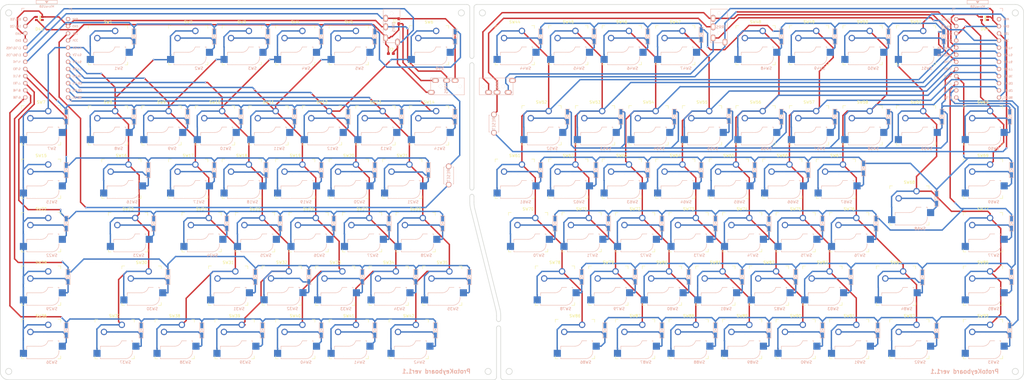
<source format=kicad_pcb>
(kicad_pcb (version 20171130) (host pcbnew "(5.1.5)-3")
  (layers (0 F.Cu signal) (31 B.Cu signal) (34 B.Paste user hide) (35 F.Paste user hide) (36 B.SilkS user) (37 F.SilkS user) (38 B.Mask user hide) (39 F.Mask user hide) (44 Edge.Cuts user))
  (net 0 "")
  (net 1 L_row0)
  (net 2 L_row1)
  (net 3 L_row2)
  (net 4 L_row3)
  (net 5 L_row4)
  (net 6 L_row5)
  (net 7 GND)
  (net 8 R_row0)
  (net 9 R_row1)
  (net 10 R_row2)
  (net 11 R_row3)
  (net 12 R_row4)
  (net 13 R_row5)
  (net 14 L_SDA)
  (net 15 VCC)
  (net 16 L_SCL)
  (net 17 R_SCL)
  (net 18 R_SDA)
  (net 19 L_col0)
  (net 20 L_col1)
  (net 21 L_col2)
  (net 22 L_col3)
  (net 23 L_col4)
  (net 24 L_col5)
  (net 25 L_col6)
  (net 26 L_col7)
  (net 27 L_reset)
  (net 28 R_col0)
  (net 29 R_col1)
  (net 30 R_col2)
  (net 31 R_col3)
  (net 32 R_col4)
  (net 33 R_col5)
  (net 34 R_col6)
  (net 35 R_col7)
  (net 36 R_col8)
  (net 37 R_reset)
  (net 38 "Net-(U1-Pad24)")
  (net 39 L_col8)
  (net 40 "Net-(U2-Pad24)")
  (net 41 R_GND)
  (net 42 R_VCC)
  (net 43 "Net-(D1-Pad2)")
  (net 44 "Net-(D2-Pad2)")
  (net 45 "Net-(D3-Pad2)")
  (net 46 "Net-(D4-Pad2)")
  (net 47 "Net-(D5-Pad2)")
  (net 48 "Net-(D6-Pad2)")
  (net 49 "Net-(D7-Pad2)")
  (net 50 "Net-(D8-Pad2)")
  (net 51 "Net-(D9-Pad2)")
  (net 52 "Net-(D10-Pad2)")
  (net 53 "Net-(D11-Pad2)")
  (net 54 "Net-(D12-Pad2)")
  (net 55 "Net-(D13-Pad2)")
  (net 56 "Net-(D14-Pad2)")
  (net 57 "Net-(D15-Pad2)")
  (net 58 "Net-(D16-Pad2)")
  (net 59 "Net-(D17-Pad2)")
  (net 60 "Net-(D18-Pad2)")
  (net 61 "Net-(D19-Pad2)")
  (net 62 "Net-(D20-Pad2)")
  (net 63 "Net-(D21-Pad2)")
  (net 64 "Net-(D22-Pad2)")
  (net 65 "Net-(D23-Pad2)")
  (net 66 "Net-(D24-Pad2)")
  (net 67 "Net-(D25-Pad2)")
  (net 68 "Net-(D26-Pad2)")
  (net 69 "Net-(D27-Pad2)")
  (net 70 "Net-(D28-Pad2)")
  (net 71 "Net-(D29-Pad2)")
  (net 72 "Net-(D30-Pad2)")
  (net 73 "Net-(D31-Pad2)")
  (net 74 "Net-(D32-Pad2)")
  (net 75 "Net-(D33-Pad2)")
  (net 76 "Net-(D34-Pad2)")
  (net 77 "Net-(D35-Pad2)")
  (net 78 "Net-(D36-Pad2)")
  (net 79 "Net-(D37-Pad2)")
  (net 80 "Net-(D38-Pad2)")
  (net 81 "Net-(D39-Pad2)")
  (net 82 "Net-(D40-Pad2)")
  (net 83 "Net-(D41-Pad2)")
  (net 84 "Net-(D42-Pad2)")
  (net 85 L_LED)
  (net 86 "Net-(D44-Pad2)")
  (net 87 "Net-(D45-Pad2)")
  (net 88 "Net-(D46-Pad2)")
  (net 89 "Net-(D47-Pad2)")
  (net 90 "Net-(D48-Pad2)")
  (net 91 "Net-(D49-Pad2)")
  (net 92 "Net-(D50-Pad2)")
  (net 93 "Net-(D51-Pad2)")
  (net 94 "Net-(D52-Pad2)")
  (net 95 "Net-(D53-Pad2)")
  (net 96 "Net-(D54-Pad2)")
  (net 97 "Net-(D55-Pad2)")
  (net 98 "Net-(D56-Pad2)")
  (net 99 "Net-(D57-Pad2)")
  (net 100 "Net-(D58-Pad2)")
  (net 101 "Net-(D59-Pad2)")
  (net 102 "Net-(D60-Pad2)")
  (net 103 "Net-(D61-Pad2)")
  (net 104 "Net-(D62-Pad2)")
  (net 105 "Net-(D63-Pad2)")
  (net 106 "Net-(D64-Pad2)")
  (net 107 "Net-(D65-Pad2)")
  (net 108 "Net-(D66-Pad2)")
  (net 109 "Net-(D67-Pad2)")
  (net 110 "Net-(D68-Pad2)")
  (net 111 "Net-(D69-Pad2)")
  (net 112 "Net-(D70-Pad2)")
  (net 113 "Net-(D71-Pad2)")
  (net 114 "Net-(D72-Pad2)")
  (net 115 "Net-(D73-Pad2)")
  (net 116 "Net-(D74-Pad2)")
  (net 117 "Net-(D75-Pad2)")
  (net 118 "Net-(D76-Pad2)")
  (net 119 "Net-(D77-Pad2)")
  (net 120 "Net-(D78-Pad2)")
  (net 121 "Net-(D79-Pad2)")
  (net 122 "Net-(D80-Pad2)")
  (net 123 "Net-(D81-Pad2)")
  (net 124 "Net-(D82-Pad2)")
  (net 125 "Net-(D83-Pad2)")
  (net 126 "Net-(D84-Pad2)")
  (net 127 "Net-(D85-Pad2)")
  (net 128 "Net-(D86-Pad2)")
  (net 129 "Net-(D87-Pad2)")
  (net 130 "Net-(D88-Pad2)")
  (net 131 "Net-(D89-Pad2)")
  (net 132 "Net-(D90-Pad2)")
  (net 133 "Net-(D91-Pad2)")
  (net 134 "Net-(D92-Pad2)")
  (net 135 "Net-(D93-Pad2)")
  (net 136 R_LED)
  (net 137 "Net-(D43-Pad1)")
  (net 138 "Net-(D94-Pad1)")
  (module keyswitches:Stabilizer_MX_2u (layer F.Cu) (at 383.0377 119.85297 90)
    (fp_text reference REF** hide)
    (fp_text value Stabilizer_MX_2u hide)
    (pad "" np_thru_hole circle (at 11.9 8.255 90) (size 3.9878 3.9878) (drill 3.9878) (layers *.Cu *.Mask))
    (pad "" np_thru_hole circle (at -11.9 8.255 90) (size 3.9878 3.9878) (drill 3.9878) (layers *.Cu *.Mask))
    (pad "" np_thru_hole circle (at 11.9 -6.985 90) (size 3.048 3.048) (drill 3.048) (layers *.Cu *.Mask))
    (pad "" np_thru_hole circle (at -11.9 -6.985 90) (size 3.048 3.048) (drill 3.048) (layers *.Cu *.Mask))
  )
  (module keyswitches:Stabilizer_MX_2u (layer F.Cu) (at 109.6477 148.43297)
    (fp_text reference REF** hide)
    (fp_text value Stabilizer_MX_2u hide)
    (pad "" np_thru_hole circle (at 11.9 8.255) (size 3.9878 3.9878) (drill 3.9878) (layers *.Cu *.Mask))
    (pad "" np_thru_hole circle (at -11.9 8.255) (size 3.9878 3.9878) (drill 3.9878) (layers *.Cu *.Mask))
    (pad "" np_thru_hole circle (at 11.9 -6.985) (size 3.048 3.048) (drill 3.048) (layers *.Cu *.Mask))
    (pad "" np_thru_hole circle (at -11.9 -6.985) (size 3.048 3.048) (drill 3.048) (layers *.Cu *.Mask))
  )
  (module keyboard:ProMicro_v3.5 (layer B.Cu) (at 407.3527 67.91097 180)
    (fp_text reference U2 hide)
    (fp_text value ProMicro hide)
    (fp_text user MicroUSB (at -0.05 18.95) (layer B.SilkS) (effects (font (size 0.75 0.75) (thickness 0.12)) (justify mirror)))
    (fp_text user B4/8 (at 10.605 -10.9 180 unlocked) (layer B.SilkS) (effects (font (size 0.75 0.67) (thickness 0.125)) (justify mirror)))
    (fp_text user D2/RX1 (at 11.055 11.9 180 unlocked) (layer B.SilkS) (effects (font (size 0.75 0.67) (thickness 0.125)) (justify mirror)))
    (fp_text user B5/9 (at 10.605 -13.4 180 unlocked) (layer B.SilkS) (effects (font (size 0.75 0.67) (thickness 0.125)) (justify mirror)))
    (fp_text user C6/5 (at 10.605 -3.25 180 unlocked) (layer B.SilkS) (effects (font (size 0.75 0.67) (thickness 0.125)) (justify mirror)))
    (fp_text user SCL/D0/3 (at 11.755 1.7 180 unlocked) (layer B.SilkS) (effects (font (size 0.75 0.67) (thickness 0.125)) (justify mirror)))
    (fp_text user SDA/D1/2 (at 11.755 4.2 180 unlocked) (layer B.SilkS) (effects (font (size 0.75 0.67) (thickness 0.125)) (justify mirror)))
    (fp_text user D4/4 (at 10.605 -0.7 180 unlocked) (layer B.SilkS) (effects (font (size 0.75 0.67) (thickness 0.125)) (justify mirror)))
    (fp_text user D3/TX0 (at 11.055 14.45 180 unlocked) (layer B.SilkS) (effects (font (size 0.75 0.67) (thickness 0.125)) (justify mirror)))
    (fp_text user GND (at 10.105 6.85 180 unlocked) (layer B.SilkS) (effects (font (size 0.75 0.67) (thickness 0.125)) (justify mirror)))
    (fp_text user GND (at 10.105 9.3 180 unlocked) (layer B.SilkS) (effects (font (size 0.75 0.67) (thickness 0.125)) (justify mirror)))
    (fp_text user D7/6 (at 10.605 -5.8 180 unlocked) (layer B.SilkS) (effects (font (size 0.75 0.67) (thickness 0.125)) (justify mirror)))
    (fp_text user E6/7 (at 10.605 -8.35 180 unlocked) (layer B.SilkS) (effects (font (size 0.75 0.67) (thickness 0.125)) (justify mirror)))
    (fp_text user 16/B2 (at -10.845 -10.95 180 unlocked) (layer B.SilkS) (effects (font (size 0.75 0.67) (thickness 0.125)) (justify mirror)))
    (fp_text user 10/B6 (at -10.845 -13.45 180 unlocked) (layer B.SilkS) (effects (font (size 0.75 0.67) (thickness 0.125)) (justify mirror)))
    (fp_text user 14/B3 (at -10.845 -8.4 180 unlocked) (layer B.SilkS) (effects (font (size 0.75 0.67) (thickness 0.125)) (justify mirror)))
    (fp_text user 15/B1 (at -10.845 -5.85 180 unlocked) (layer B.SilkS) (effects (font (size 0.75 0.67) (thickness 0.125)) (justify mirror)))
    (fp_text user A0/F7 (at -10.845 -3.3 180 unlocked) (layer B.SilkS) (effects (font (size 0.75 0.67) (thickness 0.125)) (justify mirror)))
    (fp_text user A1/F6 (at -10.845 -0.75 180 unlocked) (layer B.SilkS) (effects (font (size 0.75 0.67) (thickness 0.125)) (justify mirror)))
    (fp_text user A2/F5 (at -10.845 1.75 180 unlocked) (layer B.SilkS) (effects (font (size 0.75 0.67) (thickness 0.125)) (justify mirror)))
    (fp_text user A3/F4 (at -10.845 4.25 180 unlocked) (layer B.SilkS) (effects (font (size 0.75 0.67) (thickness 0.125)) (justify mirror)))
    (fp_text user VCC (at -10.195 6.95 180 unlocked) (layer B.SilkS) (effects (font (size 0.75 0.67) (thickness 0.125)) (justify mirror)))
    (fp_text user RST (at -10.195 9.4 180 unlocked) (layer B.SilkS) (effects (font (size 0.75 0.67) (thickness 0.125)) (justify mirror)))
    (fp_text user GND (at -10.195 11.95 180 unlocked) (layer B.SilkS) (effects (font (size 0.75 0.67) (thickness 0.125)) (justify mirror)))
    (fp_text user RAW (at -10.195 14.5 180 unlocked) (layer B.SilkS) (effects (font (size 0.75 0.67) (thickness 0.125)) (justify mirror)))
    (fp_text user "" (at -0.545 17.4) (layer B.SilkS) (effects (justify mirror)))
    (fp_text user "" (at -1.2515 16.256) (layer F.SilkS))
    (pad 1 thru_hole circle (at 7.6114 14.478 180) (size 1.524 1.524) (drill 0.8128) (layers *.Cu B.SilkS F.Mask) (net 36 R_col8))
    (pad 2 thru_hole circle (at 7.6114 11.938 180) (size 1.524 1.524) (drill 0.8128) (layers *.Cu B.SilkS F.Mask) (net 136 R_LED))
    (pad 3 thru_hole circle (at 7.6114 9.398 180) (size 1.524 1.524) (drill 0.8128) (layers *.Cu B.SilkS F.Mask) (net 41 R_GND))
    (pad 4 thru_hole circle (at 7.6114 6.858 180) (size 1.524 1.524) (drill 0.8128) (layers *.Cu B.SilkS F.Mask) (net 41 R_GND))
    (pad 5 thru_hole circle (at 7.6114 4.318 180) (size 1.524 1.524) (drill 0.8128) (layers *.Cu B.SilkS F.Mask) (net 18 R_SDA))
    (pad 6 thru_hole circle (at 7.6114 1.778 180) (size 1.524 1.524) (drill 0.8128) (layers *.Cu B.SilkS F.Mask) (net 17 R_SCL))
    (pad 7 thru_hole circle (at 7.6114 -0.762 180) (size 1.524 1.524) (drill 0.8128) (layers *.Cu B.SilkS F.Mask) (net 8 R_row0))
    (pad 8 thru_hole circle (at 7.6114 -3.302 180) (size 1.524 1.524) (drill 0.8128) (layers *.Cu B.SilkS F.Mask) (net 9 R_row1))
    (pad 9 thru_hole circle (at 7.6114 -5.842 180) (size 1.524 1.524) (drill 0.8128) (layers *.Cu B.SilkS F.Mask) (net 10 R_row2))
    (pad 10 thru_hole circle (at 7.6114 -8.382 180) (size 1.524 1.524) (drill 0.8128) (layers *.Cu B.SilkS F.Mask) (net 11 R_row3))
    (pad 11 thru_hole circle (at 7.6114 -10.922 180) (size 1.524 1.524) (drill 0.8128) (layers *.Cu B.SilkS F.Mask) (net 12 R_row4))
    (pad 12 thru_hole circle (at 7.6114 -13.462 180) (size 1.524 1.524) (drill 0.8128) (layers *.Cu B.SilkS F.Mask) (net 13 R_row5))
    (pad 13 thru_hole circle (at -7.6086 -13.462 180) (size 1.524 1.524) (drill 0.8128) (layers *.Cu B.SilkS F.Mask) (net 35 R_col7))
    (pad 14 thru_hole circle (at -7.6086 -10.922 180) (size 1.524 1.524) (drill 0.8128) (layers *.Cu B.SilkS F.Mask) (net 34 R_col6))
    (pad 15 thru_hole circle (at -7.6086 -8.382 180) (size 1.524 1.524) (drill 0.8128) (layers *.Cu B.SilkS F.Mask) (net 33 R_col5))
    (pad 16 thru_hole circle (at -7.6086 -5.842 180) (size 1.524 1.524) (drill 0.8128) (layers *.Cu B.SilkS F.Mask) (net 32 R_col4))
    (pad 17 thru_hole circle (at -7.6086 -3.302 180) (size 1.524 1.524) (drill 0.8128) (layers *.Cu B.SilkS F.Mask) (net 31 R_col3))
    (pad 18 thru_hole circle (at -7.6086 -0.762 180) (size 1.524 1.524) (drill 0.8128) (layers *.Cu B.SilkS F.Mask) (net 30 R_col2))
    (pad 19 thru_hole circle (at -7.6086 1.778 180) (size 1.524 1.524) (drill 0.8128) (layers *.Cu B.SilkS F.Mask) (net 29 R_col1))
    (pad 20 thru_hole circle (at -7.6086 4.318 180) (size 1.524 1.524) (drill 0.8128) (layers *.Cu B.SilkS F.Mask) (net 28 R_col0))
    (pad 21 thru_hole circle (at -7.6086 6.858 180) (size 1.524 1.524) (drill 0.8128) (layers *.Cu B.SilkS F.Mask) (net 42 R_VCC))
    (pad 22 thru_hole circle (at -7.6086 9.398 180) (size 1.524 1.524) (drill 0.8128) (layers *.Cu B.SilkS F.Mask) (net 37 R_reset))
    (pad 23 thru_hole circle (at -7.6086 11.938 180) (size 1.524 1.524) (drill 0.8128) (layers *.Cu B.SilkS F.Mask) (net 41 R_GND))
    (pad 24 thru_hole circle (at -7.6086 14.478 180) (size 1.524 1.524) (drill 0.8128) (layers *.Cu B.SilkS F.Mask) (net 40 "Net-(U2-Pad24)"))
  )
  (module keyswitches:Kailh_socket_MX_optional (layer F.Cu) (at 97.71895 62.71922)
    (fp_text reference SW1 (at 0 -8.255) (layer F.SilkS))
    (fp_text value SW_Push)
    (fp_text user %R (at 3.81 8.255) (layer B.SilkS) (effects (justify mirror)))
    (pad 1 smd rect (at -6.29 5.08) (size 2.55 2.5) (layers B.Cu B.Paste B.Mask) (net 19 L_col0))
    (pad "" np_thru_hole circle (at -2.54 5.08) (size 3 3) (drill 3) (layers *.Cu *.Mask))
    (pad "" np_thru_hole circle (at 3.81 2.54) (size 3 3) (drill 3) (layers *.Cu *.Mask))
    (pad 1 thru_hole circle (at 2.54 -5.08) (size 2.286 2.286) (drill 1.4986) (layers *.Cu *.Mask) (net 19 L_col0))
    (pad "" np_thru_hole circle (at 0 0) (size 3.9878 3.9878) (drill 3.9878) (layers *.Cu *.Mask))
    (pad 2 thru_hole circle (at -3.81 -2.54) (size 2.286 2.286) (drill 1.4986) (layers *.Cu *.Mask) (net 43 "Net-(D1-Pad2)"))
    (pad "" np_thru_hole circle (at 5.08 0) (size 1.7018 1.7018) (drill 1.7018) (layers *.Cu *.Mask))
    (pad "" np_thru_hole circle (at -5.08 0) (size 1.7018 1.7018) (drill 1.7018) (layers *.Cu *.Mask))
    (pad 2 smd rect (at 7.56 2.54) (size 2.55 2.5) (layers B.Cu B.Paste B.Mask) (net 43 "Net-(D1-Pad2)"))
  )
  (module keyboard:MJ-4PP-9_1side (layer B.Cu) (at 229.9337 77.40797 270)
    (fp_text reference J4)
    (fp_text value AudioJack4 hide)
    (fp_text user TRRS (at -0.75 -6.45 90) (layer B.SilkS) (effects (justify mirror)))
    (pad "" np_thru_hole circle (at 0 -1.5 270) (size 1.2 1.2) (drill 1.2) (layers *.Cu *.Mask B.SilkS))
    (pad "" np_thru_hole circle (at 0 -8.5 270) (size 1.2 1.2) (drill 1.2) (layers *.Cu *.Mask B.SilkS))
    (pad R2 thru_hole oval (at 2.1 -3.3 270) (size 1.7 2.5) (drill oval 1 1.5) (layers *.Cu B.SilkS F.Mask) (net 17 R_SCL))
    (pad R1 thru_hole oval (at 2.1 -6.3 270) (size 1.7 2.5) (drill oval 1 1.5) (layers *.Cu B.SilkS F.Mask) (net 41 R_GND))
    (pad T thru_hole oval (at 2.1 -10.3 270) (size 1.7 2.5) (drill oval 1 1.5) (layers *.Cu B.SilkS F.Mask) (net 42 R_VCC) (clearance 0.15))
    (pad S thru_hole oval (at -2.1 -11.8 270) (size 1.7 2.5) (drill oval 1 1.5) (layers *.Cu B.SilkS F.Mask) (net 18 R_SDA) (clearance 0.15))
  )
  (module keyboard:MJ-4PP-9_1side (layer B.Cu) (at 224.5997 77.40797 90)
    (fp_text reference J3)
    (fp_text value AudioJack4 hide)
    (fp_text user TRRS (at -0.75 -6.45 90) (layer B.SilkS) (effects (justify mirror)))
    (pad "" np_thru_hole circle (at 0 -1.5 90) (size 1.2 1.2) (drill 1.2) (layers *.Cu *.Mask B.SilkS))
    (pad "" np_thru_hole circle (at 0 -8.5 90) (size 1.2 1.2) (drill 1.2) (layers *.Cu *.Mask B.SilkS))
    (pad R2 thru_hole oval (at 2.1 -3.3 90) (size 1.7 2.5) (drill oval 1 1.5) (layers *.Cu B.SilkS F.Mask) (net 16 L_SCL))
    (pad R1 thru_hole oval (at 2.1 -6.3 90) (size 1.7 2.5) (drill oval 1 1.5) (layers *.Cu B.SilkS F.Mask) (net 7 GND))
    (pad T thru_hole oval (at 2.1 -10.3 90) (size 1.7 2.5) (drill oval 1 1.5) (layers *.Cu B.SilkS F.Mask) (net 15 VCC) (clearance 0.15))
    (pad S thru_hole oval (at -2.1 -11.8 90) (size 1.7 2.5) (drill oval 1 1.5) (layers *.Cu B.SilkS F.Mask) (net 14 L_SDA) (clearance 0.15))
  )
  (module keyswitches:Kailh_socket_MX_optional (layer F.Cu) (at 102.48145 110.34422)
    (fp_text reference SW16 (at 0 -8.255) (layer F.SilkS))
    (fp_text value SW_Push)
    (fp_text user %R (at 3.81 8.255) (layer B.SilkS) (effects (justify mirror)))
    (pad 2 smd rect (at 7.56 2.54) (size 2.55 2.5) (layers B.Cu B.Paste B.Mask) (net 58 "Net-(D16-Pad2)"))
    (pad "" np_thru_hole circle (at -5.08 0) (size 1.7018 1.7018) (drill 1.7018) (layers *.Cu *.Mask))
    (pad "" np_thru_hole circle (at 5.08 0) (size 1.7018 1.7018) (drill 1.7018) (layers *.Cu *.Mask))
    (pad 2 thru_hole circle (at -3.81 -2.54) (size 2.286 2.286) (drill 1.4986) (layers *.Cu *.Mask) (net 58 "Net-(D16-Pad2)"))
    (pad "" np_thru_hole circle (at 0 0) (size 3.9878 3.9878) (drill 3.9878) (layers *.Cu *.Mask))
    (pad 1 thru_hole circle (at 2.54 -5.08) (size 2.286 2.286) (drill 1.4986) (layers *.Cu *.Mask) (net 20 L_col1))
    (pad "" np_thru_hole circle (at 3.81 2.54) (size 3 3) (drill 3) (layers *.Cu *.Mask))
    (pad "" np_thru_hole circle (at -2.54 5.08) (size 3 3) (drill 3) (layers *.Cu *.Mask))
    (pad 1 smd rect (at -6.29 5.08) (size 2.55 2.5) (layers B.Cu B.Paste B.Mask) (net 20 L_col1))
  )
  (module keyswitches:Kailh_socket_MX_optional (layer F.Cu) (at 126.29395 110.34422)
    (fp_text reference SW17 (at 0 -8.255) (layer F.SilkS))
    (fp_text value SW_Push)
    (fp_text user %R (at 3.81 8.255) (layer B.SilkS) (effects (justify mirror)))
    (pad 1 smd rect (at -6.29 5.08) (size 2.55 2.5) (layers B.Cu B.Paste B.Mask) (net 21 L_col2))
    (pad "" np_thru_hole circle (at -2.54 5.08) (size 3 3) (drill 3) (layers *.Cu *.Mask))
    (pad "" np_thru_hole circle (at 3.81 2.54) (size 3 3) (drill 3) (layers *.Cu *.Mask))
    (pad 1 thru_hole circle (at 2.54 -5.08) (size 2.286 2.286) (drill 1.4986) (layers *.Cu *.Mask) (net 21 L_col2))
    (pad "" np_thru_hole circle (at 0 0) (size 3.9878 3.9878) (drill 3.9878) (layers *.Cu *.Mask))
    (pad 2 thru_hole circle (at -3.81 -2.54) (size 2.286 2.286) (drill 1.4986) (layers *.Cu *.Mask) (net 59 "Net-(D17-Pad2)"))
    (pad "" np_thru_hole circle (at 5.08 0) (size 1.7018 1.7018) (drill 1.7018) (layers *.Cu *.Mask))
    (pad "" np_thru_hole circle (at -5.08 0) (size 1.7018 1.7018) (drill 1.7018) (layers *.Cu *.Mask))
    (pad 2 smd rect (at 7.56 2.54) (size 2.55 2.5) (layers B.Cu B.Paste B.Mask) (net 59 "Net-(D17-Pad2)"))
  )
  (module keyswitches:Kailh_socket_MX_optional (layer F.Cu) (at 150.10645 129.39422)
    (fp_text reference SW25 (at 0 -8.255) (layer F.SilkS))
    (fp_text value SW_Push)
    (fp_text user %R (at 3.81 8.255) (layer B.SilkS) (effects (justify mirror)))
    (pad 2 smd rect (at 7.56 2.54) (size 2.55 2.5) (layers B.Cu B.Paste B.Mask) (net 67 "Net-(D25-Pad2)"))
    (pad "" np_thru_hole circle (at -5.08 0) (size 1.7018 1.7018) (drill 1.7018) (layers *.Cu *.Mask))
    (pad "" np_thru_hole circle (at 5.08 0) (size 1.7018 1.7018) (drill 1.7018) (layers *.Cu *.Mask))
    (pad 2 thru_hole circle (at -3.81 -2.54) (size 2.286 2.286) (drill 1.4986) (layers *.Cu *.Mask) (net 67 "Net-(D25-Pad2)"))
    (pad "" np_thru_hole circle (at 0 0) (size 3.9878 3.9878) (drill 3.9878) (layers *.Cu *.Mask))
    (pad 1 thru_hole circle (at 2.54 -5.08) (size 2.286 2.286) (drill 1.4986) (layers *.Cu *.Mask) (net 22 L_col3))
    (pad "" np_thru_hole circle (at 3.81 2.54) (size 3 3) (drill 3) (layers *.Cu *.Mask))
    (pad "" np_thru_hole circle (at -2.54 5.08) (size 3 3) (drill 3) (layers *.Cu *.Mask))
    (pad 1 smd rect (at -6.29 5.08) (size 2.55 2.5) (layers B.Cu B.Paste B.Mask) (net 22 L_col3))
  )
  (module keyswitches:Kailh_socket_MX_optional (layer F.Cu) (at 197.6757 148.44422)
    (fp_text reference SW34 (at 0 -8.255) (layer F.SilkS))
    (fp_text value SW_Push)
    (fp_text user %R (at 3.81 8.255) (layer B.SilkS) (effects (justify mirror)))
    (pad 2 smd rect (at 7.56 2.54) (size 2.55 2.5) (layers B.Cu B.Paste B.Mask) (net 76 "Net-(D34-Pad2)"))
    (pad "" np_thru_hole circle (at -5.08 0) (size 1.7018 1.7018) (drill 1.7018) (layers *.Cu *.Mask))
    (pad "" np_thru_hole circle (at 5.08 0) (size 1.7018 1.7018) (drill 1.7018) (layers *.Cu *.Mask))
    (pad 2 thru_hole circle (at -3.81 -2.54) (size 2.286 2.286) (drill 1.4986) (layers *.Cu *.Mask) (net 76 "Net-(D34-Pad2)"))
    (pad "" np_thru_hole circle (at 0 0) (size 3.9878 3.9878) (drill 3.9878) (layers *.Cu *.Mask))
    (pad 1 thru_hole circle (at 2.54 -5.08) (size 2.286 2.286) (drill 1.4986) (layers *.Cu *.Mask) (net 24 L_col5))
    (pad "" np_thru_hole circle (at 3.81 2.54) (size 3 3) (drill 3) (layers *.Cu *.Mask))
    (pad "" np_thru_hole circle (at -2.54 5.08) (size 3 3) (drill 3) (layers *.Cu *.Mask))
    (pad 1 smd rect (at -6.29 5.08) (size 2.55 2.5) (layers B.Cu B.Paste B.Mask) (net 24 L_col5))
  )
  (module keyswitches:Kailh_socket_MX_optional (layer F.Cu) (at 183.4517 167.49422)
    (fp_text reference SW41 (at 0 -8.255) (layer F.SilkS))
    (fp_text value SW_Push)
    (fp_text user %R (at 3.81 8.255) (layer B.SilkS) (effects (justify mirror)))
    (pad 1 smd rect (at -6.29 5.08) (size 2.55 2.5) (layers B.Cu B.Paste B.Mask) (net 24 L_col5))
    (pad "" np_thru_hole circle (at -2.54 5.08) (size 3 3) (drill 3) (layers *.Cu *.Mask))
    (pad "" np_thru_hole circle (at 3.81 2.54) (size 3 3) (drill 3) (layers *.Cu *.Mask))
    (pad 1 thru_hole circle (at 2.54 -5.08) (size 2.286 2.286) (drill 1.4986) (layers *.Cu *.Mask) (net 24 L_col5))
    (pad "" np_thru_hole circle (at 0 0) (size 3.9878 3.9878) (drill 3.9878) (layers *.Cu *.Mask))
    (pad 2 thru_hole circle (at -3.81 -2.54) (size 2.286 2.286) (drill 1.4986) (layers *.Cu *.Mask) (net 83 "Net-(D41-Pad2)"))
    (pad "" np_thru_hole circle (at 5.08 0) (size 1.7018 1.7018) (drill 1.7018) (layers *.Cu *.Mask))
    (pad "" np_thru_hole circle (at -5.08 0) (size 1.7018 1.7018) (drill 1.7018) (layers *.Cu *.Mask))
    (pad 2 smd rect (at 7.56 2.54) (size 2.55 2.5) (layers B.Cu B.Paste B.Mask) (net 83 "Net-(D41-Pad2)"))
  )
  (module keyswitches:Kailh_socket_MX_optional (layer F.Cu) (at 109.6647 148.44422)
    (fp_text reference SW30 (at 0 -8.255) (layer F.SilkS))
    (fp_text value SW_Push)
    (fp_text user %R (at 3.81 8.255) (layer B.SilkS) (effects (justify mirror)))
    (pad 2 smd rect (at 7.56 2.54) (size 2.55 2.5) (layers B.Cu B.Paste B.Mask) (net 72 "Net-(D30-Pad2)"))
    (pad "" np_thru_hole circle (at -5.08 0) (size 1.7018 1.7018) (drill 1.7018) (layers *.Cu *.Mask))
    (pad "" np_thru_hole circle (at 5.08 0) (size 1.7018 1.7018) (drill 1.7018) (layers *.Cu *.Mask))
    (pad 2 thru_hole circle (at -3.81 -2.54) (size 2.286 2.286) (drill 1.4986) (layers *.Cu *.Mask) (net 72 "Net-(D30-Pad2)"))
    (pad "" np_thru_hole circle (at 0 0) (size 3.9878 3.9878) (drill 3.9878) (layers *.Cu *.Mask))
    (pad 1 thru_hole circle (at 2.54 -5.08) (size 2.286 2.286) (drill 1.4986) (layers *.Cu *.Mask) (net 20 L_col1))
    (pad "" np_thru_hole circle (at 3.81 2.54) (size 3 3) (drill 3) (layers *.Cu *.Mask))
    (pad "" np_thru_hole circle (at -2.54 5.08) (size 3 3) (drill 3) (layers *.Cu *.Mask))
    (pad 1 smd rect (at -6.29 5.08) (size 2.55 2.5) (layers B.Cu B.Paste B.Mask) (net 20 L_col1))
  )
  (module keyswitches:Kailh_socket_MX_optional (layer F.Cu) (at 140.5257 148.44422)
    (fp_text reference SW31 (at 0 -8.255) (layer F.SilkS))
    (fp_text value SW_Push)
    (fp_text user %R (at 3.81 8.255) (layer B.SilkS) (effects (justify mirror)))
    (pad 1 smd rect (at -6.29 5.08) (size 2.55 2.5) (layers B.Cu B.Paste B.Mask) (net 21 L_col2))
    (pad "" np_thru_hole circle (at -2.54 5.08) (size 3 3) (drill 3) (layers *.Cu *.Mask))
    (pad "" np_thru_hole circle (at 3.81 2.54) (size 3 3) (drill 3) (layers *.Cu *.Mask))
    (pad 1 thru_hole circle (at 2.54 -5.08) (size 2.286 2.286) (drill 1.4986) (layers *.Cu *.Mask) (net 21 L_col2))
    (pad "" np_thru_hole circle (at 0 0) (size 3.9878 3.9878) (drill 3.9878) (layers *.Cu *.Mask))
    (pad 2 thru_hole circle (at -3.81 -2.54) (size 2.286 2.286) (drill 1.4986) (layers *.Cu *.Mask) (net 73 "Net-(D31-Pad2)"))
    (pad "" np_thru_hole circle (at 5.08 0) (size 1.7018 1.7018) (drill 1.7018) (layers *.Cu *.Mask))
    (pad "" np_thru_hole circle (at -5.08 0) (size 1.7018 1.7018) (drill 1.7018) (layers *.Cu *.Mask))
    (pad 2 smd rect (at 7.56 2.54) (size 2.55 2.5) (layers B.Cu B.Paste B.Mask) (net 73 "Net-(D31-Pad2)"))
  )
  (module keyswitches:Kailh_socket_MX_optional (layer F.Cu) (at 192.96895 91.29422)
    (fp_text reference SW13 (at 0 -8.255) (layer F.SilkS))
    (fp_text value SW_Push)
    (fp_text user %R (at 3.81 8.255) (layer B.SilkS) (effects (justify mirror)))
    (pad 1 smd rect (at -6.29 5.08) (size 2.55 2.5) (layers B.Cu B.Paste B.Mask) (net 25 L_col6))
    (pad "" np_thru_hole circle (at -2.54 5.08) (size 3 3) (drill 3) (layers *.Cu *.Mask))
    (pad "" np_thru_hole circle (at 3.81 2.54) (size 3 3) (drill 3) (layers *.Cu *.Mask))
    (pad 1 thru_hole circle (at 2.54 -5.08) (size 2.286 2.286) (drill 1.4986) (layers *.Cu *.Mask) (net 25 L_col6))
    (pad "" np_thru_hole circle (at 0 0) (size 3.9878 3.9878) (drill 3.9878) (layers *.Cu *.Mask))
    (pad 2 thru_hole circle (at -3.81 -2.54) (size 2.286 2.286) (drill 1.4986) (layers *.Cu *.Mask) (net 55 "Net-(D13-Pad2)"))
    (pad "" np_thru_hole circle (at 5.08 0) (size 1.7018 1.7018) (drill 1.7018) (layers *.Cu *.Mask))
    (pad "" np_thru_hole circle (at -5.08 0) (size 1.7018 1.7018) (drill 1.7018) (layers *.Cu *.Mask))
    (pad 2 smd rect (at 7.56 2.54) (size 2.55 2.5) (layers B.Cu B.Paste B.Mask) (net 55 "Net-(D13-Pad2)"))
  )
  (module keyswitches:Kailh_socket_MX_optional (layer F.Cu) (at 73.90645 148.44422)
    (fp_text reference SW29 (at 0 -8.255) (layer F.SilkS))
    (fp_text value SW_Push)
    (fp_text user %R (at 3.81 8.255) (layer B.SilkS) (effects (justify mirror)))
    (pad 1 smd rect (at -6.29 5.08) (size 2.55 2.5) (layers B.Cu B.Paste B.Mask) (net 19 L_col0))
    (pad "" np_thru_hole circle (at -2.54 5.08) (size 3 3) (drill 3) (layers *.Cu *.Mask))
    (pad "" np_thru_hole circle (at 3.81 2.54) (size 3 3) (drill 3) (layers *.Cu *.Mask))
    (pad 1 thru_hole circle (at 2.54 -5.08) (size 2.286 2.286) (drill 1.4986) (layers *.Cu *.Mask) (net 19 L_col0))
    (pad "" np_thru_hole circle (at 0 0) (size 3.9878 3.9878) (drill 3.9878) (layers *.Cu *.Mask))
    (pad 2 thru_hole circle (at -3.81 -2.54) (size 2.286 2.286) (drill 1.4986) (layers *.Cu *.Mask) (net 71 "Net-(D29-Pad2)"))
    (pad "" np_thru_hole circle (at 5.08 0) (size 1.7018 1.7018) (drill 1.7018) (layers *.Cu *.Mask))
    (pad "" np_thru_hole circle (at -5.08 0) (size 1.7018 1.7018) (drill 1.7018) (layers *.Cu *.Mask))
    (pad 2 smd rect (at 7.56 2.54) (size 2.55 2.5) (layers B.Cu B.Paste B.Mask) (net 71 "Net-(D29-Pad2)"))
  )
  (module keyswitches:Kailh_socket_MX_optional (layer F.Cu) (at 73.90645 167.49422)
    (fp_text reference SW36 (at 0 -8.255) (layer F.SilkS))
    (fp_text value SW_Push)
    (fp_text user %R (at 3.81 8.255) (layer B.SilkS) (effects (justify mirror)))
    (pad 2 smd rect (at 7.56 2.54) (size 2.55 2.5) (layers B.Cu B.Paste B.Mask) (net 78 "Net-(D36-Pad2)"))
    (pad "" np_thru_hole circle (at -5.08 0) (size 1.7018 1.7018) (drill 1.7018) (layers *.Cu *.Mask))
    (pad "" np_thru_hole circle (at 5.08 0) (size 1.7018 1.7018) (drill 1.7018) (layers *.Cu *.Mask))
    (pad 2 thru_hole circle (at -3.81 -2.54) (size 2.286 2.286) (drill 1.4986) (layers *.Cu *.Mask) (net 78 "Net-(D36-Pad2)"))
    (pad "" np_thru_hole circle (at 0 0) (size 3.9878 3.9878) (drill 3.9878) (layers *.Cu *.Mask))
    (pad 1 thru_hole circle (at 2.54 -5.08) (size 2.286 2.286) (drill 1.4986) (layers *.Cu *.Mask) (net 19 L_col0))
    (pad "" np_thru_hole circle (at 3.81 2.54) (size 3 3) (drill 3) (layers *.Cu *.Mask))
    (pad "" np_thru_hole circle (at -2.54 5.08) (size 3 3) (drill 3) (layers *.Cu *.Mask))
    (pad 1 smd rect (at -6.29 5.08) (size 2.55 2.5) (layers B.Cu B.Paste B.Mask) (net 19 L_col0))
  )
  (module keyswitches:Kailh_socket_MX_optional (layer F.Cu) (at 204.7877 167.49422)
    (fp_text reference SW42 (at 0 -8.255) (layer F.SilkS))
    (fp_text value SW_Push)
    (fp_text user %R (at 3.81 8.255) (layer B.SilkS) (effects (justify mirror)))
    (pad 2 smd rect (at 7.56 2.54) (size 2.55 2.5) (layers B.Cu B.Paste B.Mask) (net 84 "Net-(D42-Pad2)"))
    (pad "" np_thru_hole circle (at -5.08 0) (size 1.7018 1.7018) (drill 1.7018) (layers *.Cu *.Mask))
    (pad "" np_thru_hole circle (at 5.08 0) (size 1.7018 1.7018) (drill 1.7018) (layers *.Cu *.Mask))
    (pad 2 thru_hole circle (at -3.81 -2.54) (size 2.286 2.286) (drill 1.4986) (layers *.Cu *.Mask) (net 84 "Net-(D42-Pad2)"))
    (pad "" np_thru_hole circle (at 0 0) (size 3.9878 3.9878) (drill 3.9878) (layers *.Cu *.Mask))
    (pad 1 thru_hole circle (at 2.54 -5.08) (size 2.286 2.286) (drill 1.4986) (layers *.Cu *.Mask) (net 25 L_col6))
    (pad "" np_thru_hole circle (at 3.81 2.54) (size 3 3) (drill 3) (layers *.Cu *.Mask))
    (pad "" np_thru_hole circle (at -2.54 5.08) (size 3 3) (drill 3) (layers *.Cu *.Mask))
    (pad 1 smd rect (at -6.29 5.08) (size 2.55 2.5) (layers B.Cu B.Paste B.Mask) (net 25 L_col6))
  )
  (module keyswitches:Kailh_socket_MX_optional (layer F.Cu) (at 104.8627 129.39422)
    (fp_text reference SW23 (at 0 -8.255) (layer F.SilkS))
    (fp_text value SW_Push)
    (fp_text user %R (at 3.81 8.255) (layer B.SilkS) (effects (justify mirror)))
    (pad 2 smd rect (at 7.56 2.54) (size 2.55 2.5) (layers B.Cu B.Paste B.Mask) (net 65 "Net-(D23-Pad2)"))
    (pad "" np_thru_hole circle (at -5.08 0) (size 1.7018 1.7018) (drill 1.7018) (layers *.Cu *.Mask))
    (pad "" np_thru_hole circle (at 5.08 0) (size 1.7018 1.7018) (drill 1.7018) (layers *.Cu *.Mask))
    (pad 2 thru_hole circle (at -3.81 -2.54) (size 2.286 2.286) (drill 1.4986) (layers *.Cu *.Mask) (net 65 "Net-(D23-Pad2)"))
    (pad "" np_thru_hole circle (at 0 0) (size 3.9878 3.9878) (drill 3.9878) (layers *.Cu *.Mask))
    (pad 1 thru_hole circle (at 2.54 -5.08) (size 2.286 2.286) (drill 1.4986) (layers *.Cu *.Mask) (net 20 L_col1))
    (pad "" np_thru_hole circle (at 3.81 2.54) (size 3 3) (drill 3) (layers *.Cu *.Mask))
    (pad "" np_thru_hole circle (at -2.54 5.08) (size 3 3) (drill 3) (layers *.Cu *.Mask))
    (pad 1 smd rect (at -6.29 5.08) (size 2.55 2.5) (layers B.Cu B.Paste B.Mask) (net 20 L_col1))
  )
  (module keyswitches:Kailh_socket_MX_optional (layer F.Cu) (at 252.0802 91.28422)
    (fp_text reference SW52 (at 0 -8.255) (layer F.SilkS))
    (fp_text value SW_Push)
    (fp_text user %R (at 3.81 8.255) (layer B.SilkS) (effects (justify mirror)))
    (pad 1 smd rect (at -6.29 5.08) (size 2.55 2.5) (layers B.Cu B.Paste B.Mask) (net 28 R_col0))
    (pad "" np_thru_hole circle (at -2.54 5.08) (size 3 3) (drill 3) (layers *.Cu *.Mask))
    (pad "" np_thru_hole circle (at 3.81 2.54) (size 3 3) (drill 3) (layers *.Cu *.Mask))
    (pad 1 thru_hole circle (at 2.54 -5.08) (size 2.286 2.286) (drill 1.4986) (layers *.Cu *.Mask) (net 28 R_col0))
    (pad "" np_thru_hole circle (at 0 0) (size 3.9878 3.9878) (drill 3.9878) (layers *.Cu *.Mask))
    (pad 2 thru_hole circle (at -3.81 -2.54) (size 2.286 2.286) (drill 1.4986) (layers *.Cu *.Mask) (net 94 "Net-(D52-Pad2)"))
    (pad "" np_thru_hole circle (at 5.08 0) (size 1.7018 1.7018) (drill 1.7018) (layers *.Cu *.Mask))
    (pad "" np_thru_hole circle (at -5.08 0) (size 1.7018 1.7018) (drill 1.7018) (layers *.Cu *.Mask))
    (pad 2 smd rect (at 7.56 2.54) (size 2.55 2.5) (layers B.Cu B.Paste B.Mask) (net 94 "Net-(D52-Pad2)"))
  )
  (module keyswitches:Kailh_socket_MX_optional (layer F.Cu) (at 261.6052 62.70922)
    (fp_text reference SW45 (at 0 -8.255) (layer F.SilkS))
    (fp_text value SW_Push)
    (fp_text user %R (at 3.81 8.255) (layer B.SilkS) (effects (justify mirror)))
    (pad 2 smd rect (at 7.56 2.54) (size 2.55 2.5) (layers B.Cu B.Paste B.Mask) (net 87 "Net-(D45-Pad2)"))
    (pad "" np_thru_hole circle (at -5.08 0) (size 1.7018 1.7018) (drill 1.7018) (layers *.Cu *.Mask))
    (pad "" np_thru_hole circle (at 5.08 0) (size 1.7018 1.7018) (drill 1.7018) (layers *.Cu *.Mask))
    (pad 2 thru_hole circle (at -3.81 -2.54) (size 2.286 2.286) (drill 1.4986) (layers *.Cu *.Mask) (net 87 "Net-(D45-Pad2)"))
    (pad "" np_thru_hole circle (at 0 0) (size 3.9878 3.9878) (drill 3.9878) (layers *.Cu *.Mask))
    (pad 1 thru_hole circle (at 2.54 -5.08) (size 2.286 2.286) (drill 1.4986) (layers *.Cu *.Mask) (net 29 R_col1))
    (pad "" np_thru_hole circle (at 3.81 2.54) (size 3 3) (drill 3) (layers *.Cu *.Mask))
    (pad "" np_thru_hole circle (at -2.54 5.08) (size 3 3) (drill 3) (layers *.Cu *.Mask))
    (pad 1 smd rect (at -6.29 5.08) (size 2.55 2.5) (layers B.Cu B.Paste B.Mask) (net 29 R_col1))
  )
  (module keyswitches:Kailh_socket_MX_optional (layer F.Cu) (at 216.7257 148.44422)
    (fp_text reference SW35 (at 0 -8.255) (layer F.SilkS))
    (fp_text value SW_Push)
    (fp_text user %R (at 3.81 8.255) (layer B.SilkS) (effects (justify mirror)))
    (pad 1 smd rect (at -6.29 5.08) (size 2.55 2.5) (layers B.Cu B.Paste B.Mask) (net 25 L_col6))
    (pad "" np_thru_hole circle (at -2.54 5.08) (size 3 3) (drill 3) (layers *.Cu *.Mask))
    (pad "" np_thru_hole circle (at 3.81 2.54) (size 3 3) (drill 3) (layers *.Cu *.Mask))
    (pad 1 thru_hole circle (at 2.54 -5.08) (size 2.286 2.286) (drill 1.4986) (layers *.Cu *.Mask) (net 25 L_col6))
    (pad "" np_thru_hole circle (at 0 0) (size 3.9878 3.9878) (drill 3.9878) (layers *.Cu *.Mask))
    (pad 2 thru_hole circle (at -3.81 -2.54) (size 2.286 2.286) (drill 1.4986) (layers *.Cu *.Mask) (net 77 "Net-(D35-Pad2)"))
    (pad "" np_thru_hole circle (at 5.08 0) (size 1.7018 1.7018) (drill 1.7018) (layers *.Cu *.Mask))
    (pad "" np_thru_hole circle (at -5.08 0) (size 1.7018 1.7018) (drill 1.7018) (layers *.Cu *.Mask))
    (pad 2 smd rect (at 7.56 2.54) (size 2.55 2.5) (layers B.Cu B.Paste B.Mask) (net 77 "Net-(D35-Pad2)"))
  )
  (module keyswitches:Kailh_socket_MX_optional (layer F.Cu) (at 328.2802 91.28422)
    (fp_text reference SW56 (at 0 -8.255) (layer F.SilkS))
    (fp_text value SW_Push)
    (fp_text user %R (at 3.81 8.255) (layer B.SilkS) (effects (justify mirror)))
    (pad 1 smd rect (at -6.29 5.08) (size 2.55 2.5) (layers B.Cu B.Paste B.Mask) (net 32 R_col4))
    (pad "" np_thru_hole circle (at -2.54 5.08) (size 3 3) (drill 3) (layers *.Cu *.Mask))
    (pad "" np_thru_hole circle (at 3.81 2.54) (size 3 3) (drill 3) (layers *.Cu *.Mask))
    (pad 1 thru_hole circle (at 2.54 -5.08) (size 2.286 2.286) (drill 1.4986) (layers *.Cu *.Mask) (net 32 R_col4))
    (pad "" np_thru_hole circle (at 0 0) (size 3.9878 3.9878) (drill 3.9878) (layers *.Cu *.Mask))
    (pad 2 thru_hole circle (at -3.81 -2.54) (size 2.286 2.286) (drill 1.4986) (layers *.Cu *.Mask) (net 98 "Net-(D56-Pad2)"))
    (pad "" np_thru_hole circle (at 5.08 0) (size 1.7018 1.7018) (drill 1.7018) (layers *.Cu *.Mask))
    (pad "" np_thru_hole circle (at -5.08 0) (size 1.7018 1.7018) (drill 1.7018) (layers *.Cu *.Mask))
    (pad 2 smd rect (at 7.56 2.54) (size 2.55 2.5) (layers B.Cu B.Paste B.Mask) (net 98 "Net-(D56-Pad2)"))
  )
  (module keyswitches:Kailh_socket_MX_optional (layer F.Cu) (at 366.3802 91.28422)
    (fp_text reference SW58 (at 0 -8.255) (layer F.SilkS))
    (fp_text value SW_Push)
    (fp_text user %R (at 3.81 8.255) (layer B.SilkS) (effects (justify mirror)))
    (pad 1 smd rect (at -6.29 5.08) (size 2.55 2.5) (layers B.Cu B.Paste B.Mask) (net 34 R_col6))
    (pad "" np_thru_hole circle (at -2.54 5.08) (size 3 3) (drill 3) (layers *.Cu *.Mask))
    (pad "" np_thru_hole circle (at 3.81 2.54) (size 3 3) (drill 3) (layers *.Cu *.Mask))
    (pad 1 thru_hole circle (at 2.54 -5.08) (size 2.286 2.286) (drill 1.4986) (layers *.Cu *.Mask) (net 34 R_col6))
    (pad "" np_thru_hole circle (at 0 0) (size 3.9878 3.9878) (drill 3.9878) (layers *.Cu *.Mask))
    (pad 2 thru_hole circle (at -3.81 -2.54) (size 2.286 2.286) (drill 1.4986) (layers *.Cu *.Mask) (net 100 "Net-(D58-Pad2)"))
    (pad "" np_thru_hole circle (at 5.08 0) (size 1.7018 1.7018) (drill 1.7018) (layers *.Cu *.Mask))
    (pad "" np_thru_hole circle (at -5.08 0) (size 1.7018 1.7018) (drill 1.7018) (layers *.Cu *.Mask))
    (pad 2 smd rect (at 7.56 2.54) (size 2.55 2.5) (layers B.Cu B.Paste B.Mask) (net 100 "Net-(D58-Pad2)"))
  )
  (module keyswitches:Kailh_socket_MX_optional (layer F.Cu) (at 409.2427 91.28422)
    (fp_text reference SW60 (at 0 -8.255) (layer F.SilkS))
    (fp_text value SW_Push)
    (fp_text user %R (at 3.81 8.255) (layer B.SilkS) (effects (justify mirror)))
    (pad 2 smd rect (at 7.56 2.54) (size 2.55 2.5) (layers B.Cu B.Paste B.Mask) (net 102 "Net-(D60-Pad2)"))
    (pad "" np_thru_hole circle (at -5.08 0) (size 1.7018 1.7018) (drill 1.7018) (layers *.Cu *.Mask))
    (pad "" np_thru_hole circle (at 5.08 0) (size 1.7018 1.7018) (drill 1.7018) (layers *.Cu *.Mask))
    (pad 2 thru_hole circle (at -3.81 -2.54) (size 2.286 2.286) (drill 1.4986) (layers *.Cu *.Mask) (net 102 "Net-(D60-Pad2)"))
    (pad "" np_thru_hole circle (at 0 0) (size 3.9878 3.9878) (drill 3.9878) (layers *.Cu *.Mask))
    (pad 1 thru_hole circle (at 2.54 -5.08) (size 2.286 2.286) (drill 1.4986) (layers *.Cu *.Mask) (net 36 R_col8))
    (pad "" np_thru_hole circle (at 3.81 2.54) (size 3 3) (drill 3) (layers *.Cu *.Mask))
    (pad "" np_thru_hole circle (at -2.54 5.08) (size 3 3) (drill 3) (layers *.Cu *.Mask))
    (pad 1 smd rect (at -6.29 5.08) (size 2.55 2.5) (layers B.Cu B.Paste B.Mask) (net 36 R_col8))
  )
  (module keyswitches:Kailh_socket_MX_optional (layer F.Cu) (at 121.4757 167.49422)
    (fp_text reference SW38 (at 0 -8.255) (layer F.SilkS))
    (fp_text value SW_Push)
    (fp_text user %R (at 3.81 8.255) (layer B.SilkS) (effects (justify mirror)))
    (pad 2 smd rect (at 7.56 2.54) (size 2.55 2.5) (layers B.Cu B.Paste B.Mask) (net 80 "Net-(D38-Pad2)"))
    (pad "" np_thru_hole circle (at -5.08 0) (size 1.7018 1.7018) (drill 1.7018) (layers *.Cu *.Mask))
    (pad "" np_thru_hole circle (at 5.08 0) (size 1.7018 1.7018) (drill 1.7018) (layers *.Cu *.Mask))
    (pad 2 thru_hole circle (at -3.81 -2.54) (size 2.286 2.286) (drill 1.4986) (layers *.Cu *.Mask) (net 80 "Net-(D38-Pad2)"))
    (pad "" np_thru_hole circle (at 0 0) (size 3.9878 3.9878) (drill 3.9878) (layers *.Cu *.Mask))
    (pad 1 thru_hole circle (at 2.54 -5.08) (size 2.286 2.286) (drill 1.4986) (layers *.Cu *.Mask) (net 21 L_col2))
    (pad "" np_thru_hole circle (at 3.81 2.54) (size 3 3) (drill 3) (layers *.Cu *.Mask))
    (pad "" np_thru_hole circle (at -2.54 5.08) (size 3 3) (drill 3) (layers *.Cu *.Mask))
    (pad 1 smd rect (at -6.29 5.08) (size 2.55 2.5) (layers B.Cu B.Paste B.Mask) (net 21 L_col2))
  )
  (module keyswitches:Kailh_socket_MX_optional (layer F.Cu) (at 169.15645 129.39422)
    (fp_text reference SW26 (at 0 -8.255) (layer F.SilkS))
    (fp_text value SW_Push)
    (fp_text user %R (at 3.81 8.255) (layer B.SilkS) (effects (justify mirror)))
    (pad 1 smd rect (at -6.29 5.08) (size 2.55 2.5) (layers B.Cu B.Paste B.Mask) (net 23 L_col4))
    (pad "" np_thru_hole circle (at -2.54 5.08) (size 3 3) (drill 3) (layers *.Cu *.Mask))
    (pad "" np_thru_hole circle (at 3.81 2.54) (size 3 3) (drill 3) (layers *.Cu *.Mask))
    (pad 1 thru_hole circle (at 2.54 -5.08) (size 2.286 2.286) (drill 1.4986) (layers *.Cu *.Mask) (net 23 L_col4))
    (pad "" np_thru_hole circle (at 0 0) (size 3.9878 3.9878) (drill 3.9878) (layers *.Cu *.Mask))
    (pad 2 thru_hole circle (at -3.81 -2.54) (size 2.286 2.286) (drill 1.4986) (layers *.Cu *.Mask) (net 68 "Net-(D26-Pad2)"))
    (pad "" np_thru_hole circle (at 5.08 0) (size 1.7018 1.7018) (drill 1.7018) (layers *.Cu *.Mask))
    (pad "" np_thru_hole circle (at -5.08 0) (size 1.7018 1.7018) (drill 1.7018) (layers *.Cu *.Mask))
    (pad 2 smd rect (at 7.56 2.54) (size 2.55 2.5) (layers B.Cu B.Paste B.Mask) (net 68 "Net-(D26-Pad2)"))
  )
  (module keyswitches:Kailh_socket_MX_optional (layer F.Cu) (at 100.1002 167.49422)
    (fp_text reference SW37 (at 0 -8.255) (layer F.SilkS))
    (fp_text value SW_Push)
    (fp_text user %R (at 3.81 8.255) (layer B.SilkS) (effects (justify mirror)))
    (pad 1 smd rect (at -6.29 5.08) (size 2.55 2.5) (layers B.Cu B.Paste B.Mask) (net 20 L_col1))
    (pad "" np_thru_hole circle (at -2.54 5.08) (size 3 3) (drill 3) (layers *.Cu *.Mask))
    (pad "" np_thru_hole circle (at 3.81 2.54) (size 3 3) (drill 3) (layers *.Cu *.Mask))
    (pad 1 thru_hole circle (at 2.54 -5.08) (size 2.286 2.286) (drill 1.4986) (layers *.Cu *.Mask) (net 20 L_col1))
    (pad "" np_thru_hole circle (at 0 0) (size 3.9878 3.9878) (drill 3.9878) (layers *.Cu *.Mask))
    (pad 2 thru_hole circle (at -3.81 -2.54) (size 2.286 2.286) (drill 1.4986) (layers *.Cu *.Mask) (net 79 "Net-(D37-Pad2)"))
    (pad "" np_thru_hole circle (at 5.08 0) (size 1.7018 1.7018) (drill 1.7018) (layers *.Cu *.Mask))
    (pad "" np_thru_hole circle (at -5.08 0) (size 1.7018 1.7018) (drill 1.7018) (layers *.Cu *.Mask))
    (pad 2 smd rect (at 7.56 2.54) (size 2.55 2.5) (layers B.Cu B.Paste B.Mask) (net 79 "Net-(D37-Pad2)"))
  )
  (module keyswitches:Kailh_socket_MX_optional (layer F.Cu) (at 202.49395 110.34422)
    (fp_text reference SW21 (at 0 -8.255) (layer F.SilkS))
    (fp_text value SW_Push)
    (fp_text user %R (at 3.81 8.255) (layer B.SilkS) (effects (justify mirror)))
    (pad 1 smd rect (at -6.29 5.08) (size 2.55 2.5) (layers B.Cu B.Paste B.Mask) (net 25 L_col6))
    (pad "" np_thru_hole circle (at -2.54 5.08) (size 3 3) (drill 3) (layers *.Cu *.Mask))
    (pad "" np_thru_hole circle (at 3.81 2.54) (size 3 3) (drill 3) (layers *.Cu *.Mask))
    (pad 1 thru_hole circle (at 2.54 -5.08) (size 2.286 2.286) (drill 1.4986) (layers *.Cu *.Mask) (net 25 L_col6))
    (pad "" np_thru_hole circle (at 0 0) (size 3.9878 3.9878) (drill 3.9878) (layers *.Cu *.Mask))
    (pad 2 thru_hole circle (at -3.81 -2.54) (size 2.286 2.286) (drill 1.4986) (layers *.Cu *.Mask) (net 63 "Net-(D21-Pad2)"))
    (pad "" np_thru_hole circle (at 5.08 0) (size 1.7018 1.7018) (drill 1.7018) (layers *.Cu *.Mask))
    (pad "" np_thru_hole circle (at -5.08 0) (size 1.7018 1.7018) (drill 1.7018) (layers *.Cu *.Mask))
    (pad 2 smd rect (at 7.56 2.54) (size 2.55 2.5) (layers B.Cu B.Paste B.Mask) (net 63 "Net-(D21-Pad2)"))
  )
  (module keyswitches:Kailh_socket_MX_optional (layer F.Cu) (at 142.8117 167.49422)
    (fp_text reference SW39 (at 0 -8.255) (layer F.SilkS))
    (fp_text value SW_Push)
    (fp_text user %R (at 3.81 8.255) (layer B.SilkS) (effects (justify mirror)))
    (pad 1 smd rect (at -6.29 5.08) (size 2.55 2.5) (layers B.Cu B.Paste B.Mask) (net 22 L_col3))
    (pad "" np_thru_hole circle (at -2.54 5.08) (size 3 3) (drill 3) (layers *.Cu *.Mask))
    (pad "" np_thru_hole circle (at 3.81 2.54) (size 3 3) (drill 3) (layers *.Cu *.Mask))
    (pad 1 thru_hole circle (at 2.54 -5.08) (size 2.286 2.286) (drill 1.4986) (layers *.Cu *.Mask) (net 22 L_col3))
    (pad "" np_thru_hole circle (at 0 0) (size 3.9878 3.9878) (drill 3.9878) (layers *.Cu *.Mask))
    (pad 2 thru_hole circle (at -3.81 -2.54) (size 2.286 2.286) (drill 1.4986) (layers *.Cu *.Mask) (net 81 "Net-(D39-Pad2)"))
    (pad "" np_thru_hole circle (at 5.08 0) (size 1.7018 1.7018) (drill 1.7018) (layers *.Cu *.Mask))
    (pad "" np_thru_hole circle (at -5.08 0) (size 1.7018 1.7018) (drill 1.7018) (layers *.Cu *.Mask))
    (pad 2 smd rect (at 7.56 2.54) (size 2.55 2.5) (layers B.Cu B.Paste B.Mask) (net 81 "Net-(D39-Pad2)"))
  )
  (module keyswitches:Kailh_socket_MX_optional (layer F.Cu) (at 299.7052 62.70922)
    (fp_text reference SW47 (at 0 -8.255) (layer F.SilkS))
    (fp_text value SW_Push)
    (fp_text user %R (at 3.81 8.255) (layer B.SilkS) (effects (justify mirror)))
    (pad 2 smd rect (at 7.56 2.54) (size 2.55 2.5) (layers B.Cu B.Paste B.Mask) (net 89 "Net-(D47-Pad2)"))
    (pad "" np_thru_hole circle (at -5.08 0) (size 1.7018 1.7018) (drill 1.7018) (layers *.Cu *.Mask))
    (pad "" np_thru_hole circle (at 5.08 0) (size 1.7018 1.7018) (drill 1.7018) (layers *.Cu *.Mask))
    (pad 2 thru_hole circle (at -3.81 -2.54) (size 2.286 2.286) (drill 1.4986) (layers *.Cu *.Mask) (net 89 "Net-(D47-Pad2)"))
    (pad "" np_thru_hole circle (at 0 0) (size 3.9878 3.9878) (drill 3.9878) (layers *.Cu *.Mask))
    (pad 1 thru_hole circle (at 2.54 -5.08) (size 2.286 2.286) (drill 1.4986) (layers *.Cu *.Mask) (net 31 R_col3))
    (pad "" np_thru_hole circle (at 3.81 2.54) (size 3 3) (drill 3) (layers *.Cu *.Mask))
    (pad "" np_thru_hole circle (at -2.54 5.08) (size 3 3) (drill 3) (layers *.Cu *.Mask))
    (pad 1 smd rect (at -6.29 5.08) (size 2.55 2.5) (layers B.Cu B.Paste B.Mask) (net 31 R_col3))
  )
  (module keyswitches:Kailh_socket_MX_optional (layer F.Cu) (at 280.6552 62.70922)
    (fp_text reference SW46 (at 0 -8.255) (layer F.SilkS))
    (fp_text value SW_Push)
    (fp_text user %R (at 3.81 8.255) (layer B.SilkS) (effects (justify mirror)))
    (pad 1 smd rect (at -6.29 5.08) (size 2.55 2.5) (layers B.Cu B.Paste B.Mask) (net 30 R_col2))
    (pad "" np_thru_hole circle (at -2.54 5.08) (size 3 3) (drill 3) (layers *.Cu *.Mask))
    (pad "" np_thru_hole circle (at 3.81 2.54) (size 3 3) (drill 3) (layers *.Cu *.Mask))
    (pad 1 thru_hole circle (at 2.54 -5.08) (size 2.286 2.286) (drill 1.4986) (layers *.Cu *.Mask) (net 30 R_col2))
    (pad "" np_thru_hole circle (at 0 0) (size 3.9878 3.9878) (drill 3.9878) (layers *.Cu *.Mask))
    (pad 2 thru_hole circle (at -3.81 -2.54) (size 2.286 2.286) (drill 1.4986) (layers *.Cu *.Mask) (net 88 "Net-(D46-Pad2)"))
    (pad "" np_thru_hole circle (at 5.08 0) (size 1.7018 1.7018) (drill 1.7018) (layers *.Cu *.Mask))
    (pad "" np_thru_hole circle (at -5.08 0) (size 1.7018 1.7018) (drill 1.7018) (layers *.Cu *.Mask))
    (pad 2 smd rect (at 7.56 2.54) (size 2.55 2.5) (layers B.Cu B.Paste B.Mask) (net 88 "Net-(D46-Pad2)"))
  )
  (module keyswitches:Kailh_socket_MX_optional (layer F.Cu) (at 385.4302 62.70922)
    (fp_text reference SW51 (at 0 -8.255) (layer F.SilkS))
    (fp_text value SW_Push)
    (fp_text user %R (at 3.81 8.255) (layer B.SilkS) (effects (justify mirror)))
    (pad 2 smd rect (at 7.56 2.54) (size 2.55 2.5) (layers B.Cu B.Paste B.Mask) (net 93 "Net-(D51-Pad2)"))
    (pad "" np_thru_hole circle (at -5.08 0) (size 1.7018 1.7018) (drill 1.7018) (layers *.Cu *.Mask))
    (pad "" np_thru_hole circle (at 5.08 0) (size 1.7018 1.7018) (drill 1.7018) (layers *.Cu *.Mask))
    (pad 2 thru_hole circle (at -3.81 -2.54) (size 2.286 2.286) (drill 1.4986) (layers *.Cu *.Mask) (net 93 "Net-(D51-Pad2)"))
    (pad "" np_thru_hole circle (at 0 0) (size 3.9878 3.9878) (drill 3.9878) (layers *.Cu *.Mask))
    (pad 1 thru_hole circle (at 2.54 -5.08) (size 2.286 2.286) (drill 1.4986) (layers *.Cu *.Mask) (net 35 R_col7))
    (pad "" np_thru_hole circle (at 3.81 2.54) (size 3 3) (drill 3) (layers *.Cu *.Mask))
    (pad "" np_thru_hole circle (at -2.54 5.08) (size 3 3) (drill 3) (layers *.Cu *.Mask))
    (pad 1 smd rect (at -6.29 5.08) (size 2.55 2.5) (layers B.Cu B.Paste B.Mask) (net 35 R_col7))
  )
  (module keyswitches:Kailh_socket_MX_optional (layer F.Cu) (at 164.39395 110.34422)
    (fp_text reference SW19 (at 0 -8.255) (layer F.SilkS))
    (fp_text value SW_Push)
    (fp_text user %R (at 3.81 8.255) (layer B.SilkS) (effects (justify mirror)))
    (pad 2 smd rect (at 7.56 2.54) (size 2.55 2.5) (layers B.Cu B.Paste B.Mask) (net 61 "Net-(D19-Pad2)"))
    (pad "" np_thru_hole circle (at -5.08 0) (size 1.7018 1.7018) (drill 1.7018) (layers *.Cu *.Mask))
    (pad "" np_thru_hole circle (at 5.08 0) (size 1.7018 1.7018) (drill 1.7018) (layers *.Cu *.Mask))
    (pad 2 thru_hole circle (at -3.81 -2.54) (size 2.286 2.286) (drill 1.4986) (layers *.Cu *.Mask) (net 61 "Net-(D19-Pad2)"))
    (pad "" np_thru_hole circle (at 0 0) (size 3.9878 3.9878) (drill 3.9878) (layers *.Cu *.Mask))
    (pad 1 thru_hole circle (at 2.54 -5.08) (size 2.286 2.286) (drill 1.4986) (layers *.Cu *.Mask) (net 23 L_col4))
    (pad "" np_thru_hole circle (at 3.81 2.54) (size 3 3) (drill 3) (layers *.Cu *.Mask))
    (pad "" np_thru_hole circle (at -2.54 5.08) (size 3 3) (drill 3) (layers *.Cu *.Mask))
    (pad 1 smd rect (at -6.29 5.08) (size 2.55 2.5) (layers B.Cu B.Paste B.Mask) (net 23 L_col4))
  )
  (module keyswitches:Kailh_socket_MX_optional (layer F.Cu) (at 73.90645 110.34422)
    (fp_text reference SW15 (at 0 -8.255) (layer F.SilkS))
    (fp_text value SW_Push)
    (fp_text user %R (at 3.81 8.255) (layer B.SilkS) (effects (justify mirror)))
    (pad 1 smd rect (at -6.29 5.08) (size 2.55 2.5) (layers B.Cu B.Paste B.Mask) (net 19 L_col0))
    (pad "" np_thru_hole circle (at -2.54 5.08) (size 3 3) (drill 3) (layers *.Cu *.Mask))
    (pad "" np_thru_hole circle (at 3.81 2.54) (size 3 3) (drill 3) (layers *.Cu *.Mask))
    (pad 1 thru_hole circle (at 2.54 -5.08) (size 2.286 2.286) (drill 1.4986) (layers *.Cu *.Mask) (net 19 L_col0))
    (pad "" np_thru_hole circle (at 0 0) (size 3.9878 3.9878) (drill 3.9878) (layers *.Cu *.Mask))
    (pad 2 thru_hole circle (at -3.81 -2.54) (size 2.286 2.286) (drill 1.4986) (layers *.Cu *.Mask) (net 57 "Net-(D15-Pad2)"))
    (pad "" np_thru_hole circle (at 5.08 0) (size 1.7018 1.7018) (drill 1.7018) (layers *.Cu *.Mask))
    (pad "" np_thru_hole circle (at -5.08 0) (size 1.7018 1.7018) (drill 1.7018) (layers *.Cu *.Mask))
    (pad 2 smd rect (at 7.56 2.54) (size 2.55 2.5) (layers B.Cu B.Paste B.Mask) (net 57 "Net-(D15-Pad2)"))
  )
  (module keyswitches:Kailh_socket_MX_optional (layer F.Cu) (at 73.90645 129.39422)
    (fp_text reference SW22 (at 0 -8.255) (layer F.SilkS))
    (fp_text value SW_Push)
    (fp_text user %R (at 3.81 8.255) (layer B.SilkS) (effects (justify mirror)))
    (pad 2 smd rect (at 7.56 2.54) (size 2.55 2.5) (layers B.Cu B.Paste B.Mask) (net 64 "Net-(D22-Pad2)"))
    (pad "" np_thru_hole circle (at -5.08 0) (size 1.7018 1.7018) (drill 1.7018) (layers *.Cu *.Mask))
    (pad "" np_thru_hole circle (at 5.08 0) (size 1.7018 1.7018) (drill 1.7018) (layers *.Cu *.Mask))
    (pad 2 thru_hole circle (at -3.81 -2.54) (size 2.286 2.286) (drill 1.4986) (layers *.Cu *.Mask) (net 64 "Net-(D22-Pad2)"))
    (pad "" np_thru_hole circle (at 0 0) (size 3.9878 3.9878) (drill 3.9878) (layers *.Cu *.Mask))
    (pad 1 thru_hole circle (at 2.54 -5.08) (size 2.286 2.286) (drill 1.4986) (layers *.Cu *.Mask) (net 19 L_col0))
    (pad "" np_thru_hole circle (at 3.81 2.54) (size 3 3) (drill 3) (layers *.Cu *.Mask))
    (pad "" np_thru_hole circle (at -2.54 5.08) (size 3 3) (drill 3) (layers *.Cu *.Mask))
    (pad 1 smd rect (at -6.29 5.08) (size 2.55 2.5) (layers B.Cu B.Paste B.Mask) (net 19 L_col0))
  )
  (module keyswitches:Kailh_socket_MX_optional (layer F.Cu) (at 131.05645 129.39422)
    (fp_text reference SW24 (at 0 -8.255) (layer F.SilkS))
    (fp_text value SW_Push)
    (fp_text user %R (at 3.81 8.255) (layer B.SilkS) (effects (justify mirror)))
    (pad 1 smd rect (at -6.29 5.08) (size 2.55 2.5) (layers B.Cu B.Paste B.Mask) (net 21 L_col2))
    (pad "" np_thru_hole circle (at -2.54 5.08) (size 3 3) (drill 3) (layers *.Cu *.Mask))
    (pad "" np_thru_hole circle (at 3.81 2.54) (size 3 3) (drill 3) (layers *.Cu *.Mask))
    (pad 1 thru_hole circle (at 2.54 -5.08) (size 2.286 2.286) (drill 1.4986) (layers *.Cu *.Mask) (net 21 L_col2))
    (pad "" np_thru_hole circle (at 0 0) (size 3.9878 3.9878) (drill 3.9878) (layers *.Cu *.Mask))
    (pad 2 thru_hole circle (at -3.81 -2.54) (size 2.286 2.286) (drill 1.4986) (layers *.Cu *.Mask) (net 66 "Net-(D24-Pad2)"))
    (pad "" np_thru_hole circle (at 5.08 0) (size 1.7018 1.7018) (drill 1.7018) (layers *.Cu *.Mask))
    (pad "" np_thru_hole circle (at -5.08 0) (size 1.7018 1.7018) (drill 1.7018) (layers *.Cu *.Mask))
    (pad 2 smd rect (at 7.56 2.54) (size 2.55 2.5) (layers B.Cu B.Paste B.Mask) (net 66 "Net-(D24-Pad2)"))
  )
  (module keyswitches:Kailh_socket_MX_optional (layer F.Cu) (at 212.01895 91.29422)
    (fp_text reference SW14 (at 0 -8.255) (layer F.SilkS))
    (fp_text value SW_Push)
    (fp_text user %R (at 3.81 8.255) (layer B.SilkS) (effects (justify mirror)))
    (pad 2 smd rect (at 7.56 2.54) (size 2.55 2.5) (layers B.Cu B.Paste B.Mask) (net 56 "Net-(D14-Pad2)"))
    (pad "" np_thru_hole circle (at -5.08 0) (size 1.7018 1.7018) (drill 1.7018) (layers *.Cu *.Mask))
    (pad "" np_thru_hole circle (at 5.08 0) (size 1.7018 1.7018) (drill 1.7018) (layers *.Cu *.Mask))
    (pad 2 thru_hole circle (at -3.81 -2.54) (size 2.286 2.286) (drill 1.4986) (layers *.Cu *.Mask) (net 56 "Net-(D14-Pad2)"))
    (pad "" np_thru_hole circle (at 0 0) (size 3.9878 3.9878) (drill 3.9878) (layers *.Cu *.Mask))
    (pad 1 thru_hole circle (at 2.54 -5.08) (size 2.286 2.286) (drill 1.4986) (layers *.Cu *.Mask) (net 26 L_col7))
    (pad "" np_thru_hole circle (at 3.81 2.54) (size 3 3) (drill 3) (layers *.Cu *.Mask))
    (pad "" np_thru_hole circle (at -2.54 5.08) (size 3 3) (drill 3) (layers *.Cu *.Mask))
    (pad 1 smd rect (at -6.29 5.08) (size 2.55 2.5) (layers B.Cu B.Paste B.Mask) (net 26 L_col7))
  )
  (module keyswitches:Kailh_socket_MX_optional (layer F.Cu) (at 159.5757 148.40097)
    (fp_text reference SW32 (at 0 -8.255) (layer F.SilkS))
    (fp_text value SW_Push)
    (fp_text user %R (at 3.81 8.255) (layer B.SilkS) (effects (justify mirror)))
    (pad 2 smd rect (at 7.56 2.54) (size 2.55 2.5) (layers B.Cu B.Paste B.Mask) (net 74 "Net-(D32-Pad2)"))
    (pad "" np_thru_hole circle (at -5.08 0) (size 1.7018 1.7018) (drill 1.7018) (layers *.Cu *.Mask))
    (pad "" np_thru_hole circle (at 5.08 0) (size 1.7018 1.7018) (drill 1.7018) (layers *.Cu *.Mask))
    (pad 2 thru_hole circle (at -3.81 -2.54) (size 2.286 2.286) (drill 1.4986) (layers *.Cu *.Mask) (net 74 "Net-(D32-Pad2)"))
    (pad "" np_thru_hole circle (at 0 0) (size 3.9878 3.9878) (drill 3.9878) (layers *.Cu *.Mask))
    (pad 1 thru_hole circle (at 2.54 -5.08) (size 2.286 2.286) (drill 1.4986) (layers *.Cu *.Mask) (net 22 L_col3))
    (pad "" np_thru_hole circle (at 3.81 2.54) (size 3 3) (drill 3) (layers *.Cu *.Mask))
    (pad "" np_thru_hole circle (at -2.54 5.08) (size 3 3) (drill 3) (layers *.Cu *.Mask))
    (pad 1 smd rect (at -6.29 5.08) (size 2.55 2.5) (layers B.Cu B.Paste B.Mask) (net 22 L_col3))
  )
  (module keyswitches:Kailh_socket_MX_optional (layer F.Cu) (at 188.20645 129.39422)
    (fp_text reference SW27 (at 0 -8.255) (layer F.SilkS))
    (fp_text value SW_Push)
    (fp_text user %R (at 3.81 8.255) (layer B.SilkS) (effects (justify mirror)))
    (pad 2 smd rect (at 7.56 2.54) (size 2.55 2.5) (layers B.Cu B.Paste B.Mask) (net 69 "Net-(D27-Pad2)"))
    (pad "" np_thru_hole circle (at -5.08 0) (size 1.7018 1.7018) (drill 1.7018) (layers *.Cu *.Mask))
    (pad "" np_thru_hole circle (at 5.08 0) (size 1.7018 1.7018) (drill 1.7018) (layers *.Cu *.Mask))
    (pad 2 thru_hole circle (at -3.81 -2.54) (size 2.286 2.286) (drill 1.4986) (layers *.Cu *.Mask) (net 69 "Net-(D27-Pad2)"))
    (pad "" np_thru_hole circle (at 0 0) (size 3.9878 3.9878) (drill 3.9878) (layers *.Cu *.Mask))
    (pad 1 thru_hole circle (at 2.54 -5.08) (size 2.286 2.286) (drill 1.4986) (layers *.Cu *.Mask) (net 24 L_col5))
    (pad "" np_thru_hole circle (at 3.81 2.54) (size 3 3) (drill 3) (layers *.Cu *.Mask))
    (pad "" np_thru_hole circle (at -2.54 5.08) (size 3 3) (drill 3) (layers *.Cu *.Mask))
    (pad 1 smd rect (at -6.29 5.08) (size 2.55 2.5) (layers B.Cu B.Paste B.Mask) (net 24 L_col5))
  )
  (module keyswitches:Kailh_socket_MX_optional (layer F.Cu) (at 183.44395 110.34422)
    (fp_text reference SW20 (at 0 -8.255) (layer F.SilkS))
    (fp_text value SW_Push)
    (fp_text user %R (at 3.81 8.255) (layer B.SilkS) (effects (justify mirror)))
    (pad 1 smd rect (at -6.29 5.08) (size 2.55 2.5) (layers B.Cu B.Paste B.Mask) (net 24 L_col5))
    (pad "" np_thru_hole circle (at -2.54 5.08) (size 3 3) (drill 3) (layers *.Cu *.Mask))
    (pad "" np_thru_hole circle (at 3.81 2.54) (size 3 3) (drill 3) (layers *.Cu *.Mask))
    (pad 1 thru_hole circle (at 2.54 -5.08) (size 2.286 2.286) (drill 1.4986) (layers *.Cu *.Mask) (net 24 L_col5))
    (pad "" np_thru_hole circle (at 0 0) (size 3.9878 3.9878) (drill 3.9878) (layers *.Cu *.Mask))
    (pad 2 thru_hole circle (at -3.81 -2.54) (size 2.286 2.286) (drill 1.4986) (layers *.Cu *.Mask) (net 62 "Net-(D20-Pad2)"))
    (pad "" np_thru_hole circle (at 5.08 0) (size 1.7018 1.7018) (drill 1.7018) (layers *.Cu *.Mask))
    (pad "" np_thru_hole circle (at -5.08 0) (size 1.7018 1.7018) (drill 1.7018) (layers *.Cu *.Mask))
    (pad 2 smd rect (at 7.56 2.54) (size 2.55 2.5) (layers B.Cu B.Paste B.Mask) (net 62 "Net-(D20-Pad2)"))
  )
  (module keyswitches:Kailh_socket_MX_optional (layer F.Cu) (at 145.34395 110.34422)
    (fp_text reference SW18 (at 0 -8.255) (layer F.SilkS))
    (fp_text value SW_Push)
    (fp_text user %R (at 3.81 8.255) (layer B.SilkS) (effects (justify mirror)))
    (pad 2 smd rect (at 7.56 2.54) (size 2.55 2.5) (layers B.Cu B.Paste B.Mask) (net 60 "Net-(D18-Pad2)"))
    (pad "" np_thru_hole circle (at -5.08 0) (size 1.7018 1.7018) (drill 1.7018) (layers *.Cu *.Mask))
    (pad "" np_thru_hole circle (at 5.08 0) (size 1.7018 1.7018) (drill 1.7018) (layers *.Cu *.Mask))
    (pad 2 thru_hole circle (at -3.81 -2.54) (size 2.286 2.286) (drill 1.4986) (layers *.Cu *.Mask) (net 60 "Net-(D18-Pad2)"))
    (pad "" np_thru_hole circle (at 0 0) (size 3.9878 3.9878) (drill 3.9878) (layers *.Cu *.Mask))
    (pad 1 thru_hole circle (at 2.54 -5.08) (size 2.286 2.286) (drill 1.4986) (layers *.Cu *.Mask) (net 22 L_col3))
    (pad "" np_thru_hole circle (at 3.81 2.54) (size 3 3) (drill 3) (layers *.Cu *.Mask))
    (pad "" np_thru_hole circle (at -2.54 5.08) (size 3 3) (drill 3) (layers *.Cu *.Mask))
    (pad 1 smd rect (at -6.29 5.08) (size 2.55 2.5) (layers B.Cu B.Paste B.Mask) (net 22 L_col3))
  )
  (module keyswitches:Kailh_socket_MX_optional (layer F.Cu) (at 207.25645 129.39422)
    (fp_text reference SW28 (at 0 -8.255) (layer F.SilkS))
    (fp_text value SW_Push)
    (fp_text user %R (at 3.81 8.255) (layer B.SilkS) (effects (justify mirror)))
    (pad 2 smd rect (at 7.56 2.54) (size 2.55 2.5) (layers B.Cu B.Paste B.Mask) (net 70 "Net-(D28-Pad2)"))
    (pad "" np_thru_hole circle (at -5.08 0) (size 1.7018 1.7018) (drill 1.7018) (layers *.Cu *.Mask))
    (pad "" np_thru_hole circle (at 5.08 0) (size 1.7018 1.7018) (drill 1.7018) (layers *.Cu *.Mask))
    (pad 2 thru_hole circle (at -3.81 -2.54) (size 2.286 2.286) (drill 1.4986) (layers *.Cu *.Mask) (net 70 "Net-(D28-Pad2)"))
    (pad "" np_thru_hole circle (at 0 0) (size 3.9878 3.9878) (drill 3.9878) (layers *.Cu *.Mask))
    (pad 1 thru_hole circle (at 2.54 -5.08) (size 2.286 2.286) (drill 1.4986) (layers *.Cu *.Mask) (net 25 L_col6))
    (pad "" np_thru_hole circle (at 3.81 2.54) (size 3 3) (drill 3) (layers *.Cu *.Mask))
    (pad "" np_thru_hole circle (at -2.54 5.08) (size 3 3) (drill 3) (layers *.Cu *.Mask))
    (pad 1 smd rect (at -6.29 5.08) (size 2.55 2.5) (layers B.Cu B.Paste B.Mask) (net 25 L_col6))
  )
  (module keyswitches:Kailh_socket_MX_optional (layer F.Cu) (at 178.6257 148.44422)
    (fp_text reference SW33 (at 0 -8.255) (layer F.SilkS))
    (fp_text value SW_Push)
    (fp_text user %R (at 3.81 8.255) (layer B.SilkS) (effects (justify mirror)))
    (pad 1 smd rect (at -6.29 5.08) (size 2.55 2.5) (layers B.Cu B.Paste B.Mask) (net 23 L_col4))
    (pad "" np_thru_hole circle (at -2.54 5.08) (size 3 3) (drill 3) (layers *.Cu *.Mask))
    (pad "" np_thru_hole circle (at 3.81 2.54) (size 3 3) (drill 3) (layers *.Cu *.Mask))
    (pad 1 thru_hole circle (at 2.54 -5.08) (size 2.286 2.286) (drill 1.4986) (layers *.Cu *.Mask) (net 23 L_col4))
    (pad "" np_thru_hole circle (at 0 0) (size 3.9878 3.9878) (drill 3.9878) (layers *.Cu *.Mask))
    (pad 2 thru_hole circle (at -3.81 -2.54) (size 2.286 2.286) (drill 1.4986) (layers *.Cu *.Mask) (net 75 "Net-(D33-Pad2)"))
    (pad "" np_thru_hole circle (at 5.08 0) (size 1.7018 1.7018) (drill 1.7018) (layers *.Cu *.Mask))
    (pad "" np_thru_hole circle (at -5.08 0) (size 1.7018 1.7018) (drill 1.7018) (layers *.Cu *.Mask))
    (pad 2 smd rect (at 7.56 2.54) (size 2.55 2.5) (layers B.Cu B.Paste B.Mask) (net 75 "Net-(D33-Pad2)"))
  )
  (module keyswitches:Kailh_socket_MX_optional (layer F.Cu) (at 164.4017 167.49422)
    (fp_text reference SW40 (at 0 -8.255) (layer F.SilkS))
    (fp_text value SW_Push)
    (fp_text user %R (at 3.81 8.255) (layer B.SilkS) (effects (justify mirror)))
    (pad 2 smd rect (at 7.56 2.54) (size 2.55 2.5) (layers B.Cu B.Paste B.Mask) (net 82 "Net-(D40-Pad2)"))
    (pad "" np_thru_hole circle (at -5.08 0) (size 1.7018 1.7018) (drill 1.7018) (layers *.Cu *.Mask))
    (pad "" np_thru_hole circle (at 5.08 0) (size 1.7018 1.7018) (drill 1.7018) (layers *.Cu *.Mask))
    (pad 2 thru_hole circle (at -3.81 -2.54) (size 2.286 2.286) (drill 1.4986) (layers *.Cu *.Mask) (net 82 "Net-(D40-Pad2)"))
    (pad "" np_thru_hole circle (at 0 0) (size 3.9878 3.9878) (drill 3.9878) (layers *.Cu *.Mask))
    (pad 1 thru_hole circle (at 2.54 -5.08) (size 2.286 2.286) (drill 1.4986) (layers *.Cu *.Mask) (net 23 L_col4))
    (pad "" np_thru_hole circle (at 3.81 2.54) (size 3 3) (drill 3) (layers *.Cu *.Mask))
    (pad "" np_thru_hole circle (at -2.54 5.08) (size 3 3) (drill 3) (layers *.Cu *.Mask))
    (pad 1 smd rect (at -6.29 5.08) (size 2.55 2.5) (layers B.Cu B.Paste B.Mask) (net 23 L_col4))
  )
  (module keyswitches:Kailh_socket_MX_optional (layer F.Cu) (at 242.5552 62.70922)
    (fp_text reference SW44 (at 0 -8.255) (layer F.SilkS))
    (fp_text value SW_Push)
    (fp_text user %R (at 3.81 8.255) (layer B.SilkS) (effects (justify mirror)))
    (pad 1 smd rect (at -6.29 5.08) (size 2.55 2.5) (layers B.Cu B.Paste B.Mask) (net 28 R_col0))
    (pad "" np_thru_hole circle (at -2.54 5.08) (size 3 3) (drill 3) (layers *.Cu *.Mask))
    (pad "" np_thru_hole circle (at 3.81 2.54) (size 3 3) (drill 3) (layers *.Cu *.Mask))
    (pad 1 thru_hole circle (at 2.54 -5.08) (size 2.286 2.286) (drill 1.4986) (layers *.Cu *.Mask) (net 28 R_col0))
    (pad "" np_thru_hole circle (at 0 0) (size 3.9878 3.9878) (drill 3.9878) (layers *.Cu *.Mask))
    (pad 2 thru_hole circle (at -3.81 -2.54) (size 2.286 2.286) (drill 1.4986) (layers *.Cu *.Mask) (net 86 "Net-(D44-Pad2)"))
    (pad "" np_thru_hole circle (at 5.08 0) (size 1.7018 1.7018) (drill 1.7018) (layers *.Cu *.Mask))
    (pad "" np_thru_hole circle (at -5.08 0) (size 1.7018 1.7018) (drill 1.7018) (layers *.Cu *.Mask))
    (pad 2 smd rect (at 7.56 2.54) (size 2.55 2.5) (layers B.Cu B.Paste B.Mask) (net 86 "Net-(D44-Pad2)"))
  )
  (module keyswitches:Kailh_socket_MX_optional (layer F.Cu) (at 328.2802 62.70922)
    (fp_text reference SW48 (at 0 -8.255) (layer F.SilkS))
    (fp_text value SW_Push)
    (fp_text user %R (at 3.81 8.255) (layer B.SilkS) (effects (justify mirror)))
    (pad 1 smd rect (at -6.29 5.08) (size 2.55 2.5) (layers B.Cu B.Paste B.Mask) (net 32 R_col4))
    (pad "" np_thru_hole circle (at -2.54 5.08) (size 3 3) (drill 3) (layers *.Cu *.Mask))
    (pad "" np_thru_hole circle (at 3.81 2.54) (size 3 3) (drill 3) (layers *.Cu *.Mask))
    (pad 1 thru_hole circle (at 2.54 -5.08) (size 2.286 2.286) (drill 1.4986) (layers *.Cu *.Mask) (net 32 R_col4))
    (pad "" np_thru_hole circle (at 0 0) (size 3.9878 3.9878) (drill 3.9878) (layers *.Cu *.Mask))
    (pad 2 thru_hole circle (at -3.81 -2.54) (size 2.286 2.286) (drill 1.4986) (layers *.Cu *.Mask) (net 90 "Net-(D48-Pad2)"))
    (pad "" np_thru_hole circle (at 5.08 0) (size 1.7018 1.7018) (drill 1.7018) (layers *.Cu *.Mask))
    (pad "" np_thru_hole circle (at -5.08 0) (size 1.7018 1.7018) (drill 1.7018) (layers *.Cu *.Mask))
    (pad 2 smd rect (at 7.56 2.54) (size 2.55 2.5) (layers B.Cu B.Paste B.Mask) (net 90 "Net-(D48-Pad2)"))
  )
  (module keyswitches:Kailh_socket_MX_optional (layer F.Cu) (at 347.3302 62.70922)
    (fp_text reference SW49 (at 0 -8.255) (layer F.SilkS))
    (fp_text value SW_Push)
    (fp_text user %R (at 3.81 8.255) (layer B.SilkS) (effects (justify mirror)))
    (pad 2 smd rect (at 7.56 2.54) (size 2.55 2.5) (layers B.Cu B.Paste B.Mask) (net 91 "Net-(D49-Pad2)"))
    (pad "" np_thru_hole circle (at -5.08 0) (size 1.7018 1.7018) (drill 1.7018) (layers *.Cu *.Mask))
    (pad "" np_thru_hole circle (at 5.08 0) (size 1.7018 1.7018) (drill 1.7018) (layers *.Cu *.Mask))
    (pad 2 thru_hole circle (at -3.81 -2.54) (size 2.286 2.286) (drill 1.4986) (layers *.Cu *.Mask) (net 91 "Net-(D49-Pad2)"))
    (pad "" np_thru_hole circle (at 0 0) (size 3.9878 3.9878) (drill 3.9878) (layers *.Cu *.Mask))
    (pad 1 thru_hole circle (at 2.54 -5.08) (size 2.286 2.286) (drill 1.4986) (layers *.Cu *.Mask) (net 33 R_col5))
    (pad "" np_thru_hole circle (at 3.81 2.54) (size 3 3) (drill 3) (layers *.Cu *.Mask))
    (pad "" np_thru_hole circle (at -2.54 5.08) (size 3 3) (drill 3) (layers *.Cu *.Mask))
    (pad 1 smd rect (at -6.29 5.08) (size 2.55 2.5) (layers B.Cu B.Paste B.Mask) (net 33 R_col5))
  )
  (module keyswitches:Kailh_socket_MX_optional (layer F.Cu) (at 366.3802 62.70922)
    (fp_text reference SW50 (at 0 -8.255) (layer F.SilkS))
    (fp_text value SW_Push)
    (fp_text user %R (at 3.81 8.255) (layer B.SilkS) (effects (justify mirror)))
    (pad 1 smd rect (at -6.29 5.08) (size 2.55 2.5) (layers B.Cu B.Paste B.Mask) (net 34 R_col6))
    (pad "" np_thru_hole circle (at -2.54 5.08) (size 3 3) (drill 3) (layers *.Cu *.Mask))
    (pad "" np_thru_hole circle (at 3.81 2.54) (size 3 3) (drill 3) (layers *.Cu *.Mask))
    (pad 1 thru_hole circle (at 2.54 -5.08) (size 2.286 2.286) (drill 1.4986) (layers *.Cu *.Mask) (net 34 R_col6))
    (pad "" np_thru_hole circle (at 0 0) (size 3.9878 3.9878) (drill 3.9878) (layers *.Cu *.Mask))
    (pad 2 thru_hole circle (at -3.81 -2.54) (size 2.286 2.286) (drill 1.4986) (layers *.Cu *.Mask) (net 92 "Net-(D50-Pad2)"))
    (pad "" np_thru_hole circle (at 5.08 0) (size 1.7018 1.7018) (drill 1.7018) (layers *.Cu *.Mask))
    (pad "" np_thru_hole circle (at -5.08 0) (size 1.7018 1.7018) (drill 1.7018) (layers *.Cu *.Mask))
    (pad 2 smd rect (at 7.56 2.54) (size 2.55 2.5) (layers B.Cu B.Paste B.Mask) (net 92 "Net-(D50-Pad2)"))
  )
  (module keyswitches:Kailh_socket_MX_optional (layer F.Cu) (at 271.1302 91.28422)
    (fp_text reference SW53 (at 0 -8.255) (layer F.SilkS))
    (fp_text value SW_Push)
    (fp_text user %R (at 3.81 8.255) (layer B.SilkS) (effects (justify mirror)))
    (pad 2 smd rect (at 7.56 2.54) (size 2.55 2.5) (layers B.Cu B.Paste B.Mask) (net 95 "Net-(D53-Pad2)"))
    (pad "" np_thru_hole circle (at -5.08 0) (size 1.7018 1.7018) (drill 1.7018) (layers *.Cu *.Mask))
    (pad "" np_thru_hole circle (at 5.08 0) (size 1.7018 1.7018) (drill 1.7018) (layers *.Cu *.Mask))
    (pad 2 thru_hole circle (at -3.81 -2.54) (size 2.286 2.286) (drill 1.4986) (layers *.Cu *.Mask) (net 95 "Net-(D53-Pad2)"))
    (pad "" np_thru_hole circle (at 0 0) (size 3.9878 3.9878) (drill 3.9878) (layers *.Cu *.Mask))
    (pad 1 thru_hole circle (at 2.54 -5.08) (size 2.286 2.286) (drill 1.4986) (layers *.Cu *.Mask) (net 29 R_col1))
    (pad "" np_thru_hole circle (at 3.81 2.54) (size 3 3) (drill 3) (layers *.Cu *.Mask))
    (pad "" np_thru_hole circle (at -2.54 5.08) (size 3 3) (drill 3) (layers *.Cu *.Mask))
    (pad 1 smd rect (at -6.29 5.08) (size 2.55 2.5) (layers B.Cu B.Paste B.Mask) (net 29 R_col1))
  )
  (module keyswitches:Kailh_socket_MX_optional (layer F.Cu) (at 290.1802 91.28422)
    (fp_text reference SW54 (at 0 -8.255) (layer F.SilkS))
    (fp_text value SW_Push)
    (fp_text user %R (at 3.81 8.255) (layer B.SilkS) (effects (justify mirror)))
    (pad 1 smd rect (at -6.29 5.08) (size 2.55 2.5) (layers B.Cu B.Paste B.Mask) (net 30 R_col2))
    (pad "" np_thru_hole circle (at -2.54 5.08) (size 3 3) (drill 3) (layers *.Cu *.Mask))
    (pad "" np_thru_hole circle (at 3.81 2.54) (size 3 3) (drill 3) (layers *.Cu *.Mask))
    (pad 1 thru_hole circle (at 2.54 -5.08) (size 2.286 2.286) (drill 1.4986) (layers *.Cu *.Mask) (net 30 R_col2))
    (pad "" np_thru_hole circle (at 0 0) (size 3.9878 3.9878) (drill 3.9878) (layers *.Cu *.Mask))
    (pad 2 thru_hole circle (at -3.81 -2.54) (size 2.286 2.286) (drill 1.4986) (layers *.Cu *.Mask) (net 96 "Net-(D54-Pad2)"))
    (pad "" np_thru_hole circle (at 5.08 0) (size 1.7018 1.7018) (drill 1.7018) (layers *.Cu *.Mask))
    (pad "" np_thru_hole circle (at -5.08 0) (size 1.7018 1.7018) (drill 1.7018) (layers *.Cu *.Mask))
    (pad 2 smd rect (at 7.56 2.54) (size 2.55 2.5) (layers B.Cu B.Paste B.Mask) (net 96 "Net-(D54-Pad2)"))
  )
  (module keyswitches:Kailh_socket_MX_optional (layer F.Cu) (at 309.2302 91.28422)
    (fp_text reference SW55 (at 0 -8.255) (layer F.SilkS))
    (fp_text value SW_Push)
    (fp_text user %R (at 3.81 8.255) (layer B.SilkS) (effects (justify mirror)))
    (pad 2 smd rect (at 7.56 2.54) (size 2.55 2.5) (layers B.Cu B.Paste B.Mask) (net 97 "Net-(D55-Pad2)"))
    (pad "" np_thru_hole circle (at -5.08 0) (size 1.7018 1.7018) (drill 1.7018) (layers *.Cu *.Mask))
    (pad "" np_thru_hole circle (at 5.08 0) (size 1.7018 1.7018) (drill 1.7018) (layers *.Cu *.Mask))
    (pad 2 thru_hole circle (at -3.81 -2.54) (size 2.286 2.286) (drill 1.4986) (layers *.Cu *.Mask) (net 97 "Net-(D55-Pad2)"))
    (pad "" np_thru_hole circle (at 0 0) (size 3.9878 3.9878) (drill 3.9878) (layers *.Cu *.Mask))
    (pad 1 thru_hole circle (at 2.54 -5.08) (size 2.286 2.286) (drill 1.4986) (layers *.Cu *.Mask) (net 31 R_col3))
    (pad "" np_thru_hole circle (at 3.81 2.54) (size 3 3) (drill 3) (layers *.Cu *.Mask))
    (pad "" np_thru_hole circle (at -2.54 5.08) (size 3 3) (drill 3) (layers *.Cu *.Mask))
    (pad 1 smd rect (at -6.29 5.08) (size 2.55 2.5) (layers B.Cu B.Paste B.Mask) (net 31 R_col3))
  )
  (module keyswitches:Kailh_socket_MX_optional (layer F.Cu) (at 347.3302 91.28422)
    (fp_text reference SW57 (at 0 -8.255) (layer F.SilkS))
    (fp_text value SW_Push)
    (fp_text user %R (at 3.81 8.255) (layer B.SilkS) (effects (justify mirror)))
    (pad 2 smd rect (at 7.56 2.54) (size 2.55 2.5) (layers B.Cu B.Paste B.Mask) (net 99 "Net-(D57-Pad2)"))
    (pad "" np_thru_hole circle (at -5.08 0) (size 1.7018 1.7018) (drill 1.7018) (layers *.Cu *.Mask))
    (pad "" np_thru_hole circle (at 5.08 0) (size 1.7018 1.7018) (drill 1.7018) (layers *.Cu *.Mask))
    (pad 2 thru_hole circle (at -3.81 -2.54) (size 2.286 2.286) (drill 1.4986) (layers *.Cu *.Mask) (net 99 "Net-(D57-Pad2)"))
    (pad "" np_thru_hole circle (at 0 0) (size 3.9878 3.9878) (drill 3.9878) (layers *.Cu *.Mask))
    (pad 1 thru_hole circle (at 2.54 -5.08) (size 2.286 2.286) (drill 1.4986) (layers *.Cu *.Mask) (net 33 R_col5))
    (pad "" np_thru_hole circle (at 3.81 2.54) (size 3 3) (drill 3) (layers *.Cu *.Mask))
    (pad "" np_thru_hole circle (at -2.54 5.08) (size 3 3) (drill 3) (layers *.Cu *.Mask))
    (pad 1 smd rect (at -6.29 5.08) (size 2.55 2.5) (layers B.Cu B.Paste B.Mask) (net 33 R_col5))
  )
  (module keyswitches:Kailh_socket_MX_optional (layer F.Cu) (at 385.4302 91.28422)
    (fp_text reference SW59 (at 0 -8.255) (layer F.SilkS))
    (fp_text value SW_Push)
    (fp_text user %R (at 3.81 8.255) (layer B.SilkS) (effects (justify mirror)))
    (pad 1 smd rect (at -6.29 5.08) (size 2.55 2.5) (layers B.Cu B.Paste B.Mask) (net 35 R_col7))
    (pad "" np_thru_hole circle (at -2.54 5.08) (size 3 3) (drill 3) (layers *.Cu *.Mask))
    (pad "" np_thru_hole circle (at 3.81 2.54) (size 3 3) (drill 3) (layers *.Cu *.Mask))
    (pad 1 thru_hole circle (at 2.54 -5.08) (size 2.286 2.286) (drill 1.4986) (layers *.Cu *.Mask) (net 35 R_col7))
    (pad "" np_thru_hole circle (at 0 0) (size 3.9878 3.9878) (drill 3.9878) (layers *.Cu *.Mask))
    (pad 2 thru_hole circle (at -3.81 -2.54) (size 2.286 2.286) (drill 1.4986) (layers *.Cu *.Mask) (net 101 "Net-(D59-Pad2)"))
    (pad "" np_thru_hole circle (at 5.08 0) (size 1.7018 1.7018) (drill 1.7018) (layers *.Cu *.Mask))
    (pad "" np_thru_hole circle (at -5.08 0) (size 1.7018 1.7018) (drill 1.7018) (layers *.Cu *.Mask))
    (pad 2 smd rect (at 7.56 2.54) (size 2.55 2.5) (layers B.Cu B.Paste B.Mask) (net 101 "Net-(D59-Pad2)"))
  )
  (module keyswitches:Kailh_socket_MX_optional (layer F.Cu) (at 242.5552 110.33422)
    (fp_text reference SW61 (at 0 -8.255) (layer F.SilkS))
    (fp_text value SW_Push)
    (fp_text user %R (at 3.81 8.255) (layer B.SilkS) (effects (justify mirror)))
    (pad 1 smd rect (at -6.29 5.08) (size 2.55 2.5) (layers B.Cu B.Paste B.Mask) (net 28 R_col0))
    (pad "" np_thru_hole circle (at -2.54 5.08) (size 3 3) (drill 3) (layers *.Cu *.Mask))
    (pad "" np_thru_hole circle (at 3.81 2.54) (size 3 3) (drill 3) (layers *.Cu *.Mask))
    (pad 1 thru_hole circle (at 2.54 -5.08) (size 2.286 2.286) (drill 1.4986) (layers *.Cu *.Mask) (net 28 R_col0))
    (pad "" np_thru_hole circle (at 0 0) (size 3.9878 3.9878) (drill 3.9878) (layers *.Cu *.Mask))
    (pad 2 thru_hole circle (at -3.81 -2.54) (size 2.286 2.286) (drill 1.4986) (layers *.Cu *.Mask) (net 103 "Net-(D61-Pad2)"))
    (pad "" np_thru_hole circle (at 5.08 0) (size 1.7018 1.7018) (drill 1.7018) (layers *.Cu *.Mask))
    (pad "" np_thru_hole circle (at -5.08 0) (size 1.7018 1.7018) (drill 1.7018) (layers *.Cu *.Mask))
    (pad 2 smd rect (at 7.56 2.54) (size 2.55 2.5) (layers B.Cu B.Paste B.Mask) (net 103 "Net-(D61-Pad2)"))
  )
  (module keyswitches:Kailh_socket_MX_optional (layer F.Cu) (at 261.6052 110.33422)
    (fp_text reference SW62 (at 0 -8.255) (layer F.SilkS))
    (fp_text value SW_Push)
    (fp_text user %R (at 3.81 8.255) (layer B.SilkS) (effects (justify mirror)))
    (pad 2 smd rect (at 7.56 2.54) (size 2.55 2.5) (layers B.Cu B.Paste B.Mask) (net 104 "Net-(D62-Pad2)"))
    (pad "" np_thru_hole circle (at -5.08 0) (size 1.7018 1.7018) (drill 1.7018) (layers *.Cu *.Mask))
    (pad "" np_thru_hole circle (at 5.08 0) (size 1.7018 1.7018) (drill 1.7018) (layers *.Cu *.Mask))
    (pad 2 thru_hole circle (at -3.81 -2.54) (size 2.286 2.286) (drill 1.4986) (layers *.Cu *.Mask) (net 104 "Net-(D62-Pad2)"))
    (pad "" np_thru_hole circle (at 0 0) (size 3.9878 3.9878) (drill 3.9878) (layers *.Cu *.Mask))
    (pad 1 thru_hole circle (at 2.54 -5.08) (size 2.286 2.286) (drill 1.4986) (layers *.Cu *.Mask) (net 29 R_col1))
    (pad "" np_thru_hole circle (at 3.81 2.54) (size 3 3) (drill 3) (layers *.Cu *.Mask))
    (pad "" np_thru_hole circle (at -2.54 5.08) (size 3 3) (drill 3) (layers *.Cu *.Mask))
    (pad 1 smd rect (at -6.29 5.08) (size 2.55 2.5) (layers B.Cu B.Paste B.Mask) (net 29 R_col1))
  )
  (module keyswitches:Kailh_socket_MX_optional (layer F.Cu) (at 318.7552 110.33422)
    (fp_text reference SW65 (at 0 -8.255) (layer F.SilkS))
    (fp_text value SW_Push)
    (fp_text user %R (at 3.81 8.255) (layer B.SilkS) (effects (justify mirror)))
    (pad 1 smd rect (at -6.29 5.08) (size 2.55 2.5) (layers B.Cu B.Paste B.Mask) (net 32 R_col4))
    (pad "" np_thru_hole circle (at -2.54 5.08) (size 3 3) (drill 3) (layers *.Cu *.Mask))
    (pad "" np_thru_hole circle (at 3.81 2.54) (size 3 3) (drill 3) (layers *.Cu *.Mask))
    (pad 1 thru_hole circle (at 2.54 -5.08) (size 2.286 2.286) (drill 1.4986) (layers *.Cu *.Mask) (net 32 R_col4))
    (pad "" np_thru_hole circle (at 0 0) (size 3.9878 3.9878) (drill 3.9878) (layers *.Cu *.Mask))
    (pad 2 thru_hole circle (at -3.81 -2.54) (size 2.286 2.286) (drill 1.4986) (layers *.Cu *.Mask) (net 107 "Net-(D65-Pad2)"))
    (pad "" np_thru_hole circle (at 5.08 0) (size 1.7018 1.7018) (drill 1.7018) (layers *.Cu *.Mask))
    (pad "" np_thru_hole circle (at -5.08 0) (size 1.7018 1.7018) (drill 1.7018) (layers *.Cu *.Mask))
    (pad 2 smd rect (at 7.56 2.54) (size 2.55 2.5) (layers B.Cu B.Paste B.Mask) (net 107 "Net-(D65-Pad2)"))
  )
  (module keyswitches:Kailh_socket_MX_optional (layer F.Cu) (at 356.8552 110.33422)
    (fp_text reference SW67 (at 0 -8.255) (layer F.SilkS))
    (fp_text value SW_Push)
    (fp_text user %R (at 3.81 8.255) (layer B.SilkS) (effects (justify mirror)))
    (pad 2 smd rect (at 7.56 2.54) (size 2.55 2.5) (layers B.Cu B.Paste B.Mask) (net 109 "Net-(D67-Pad2)"))
    (pad "" np_thru_hole circle (at -5.08 0) (size 1.7018 1.7018) (drill 1.7018) (layers *.Cu *.Mask))
    (pad "" np_thru_hole circle (at 5.08 0) (size 1.7018 1.7018) (drill 1.7018) (layers *.Cu *.Mask))
    (pad 2 thru_hole circle (at -3.81 -2.54) (size 2.286 2.286) (drill 1.4986) (layers *.Cu *.Mask) (net 109 "Net-(D67-Pad2)"))
    (pad "" np_thru_hole circle (at 0 0) (size 3.9878 3.9878) (drill 3.9878) (layers *.Cu *.Mask))
    (pad 1 thru_hole circle (at 2.54 -5.08) (size 2.286 2.286) (drill 1.4986) (layers *.Cu *.Mask) (net 34 R_col6))
    (pad "" np_thru_hole circle (at 3.81 2.54) (size 3 3) (drill 3) (layers *.Cu *.Mask))
    (pad "" np_thru_hole circle (at -2.54 5.08) (size 3 3) (drill 3) (layers *.Cu *.Mask))
    (pad 1 smd rect (at -6.29 5.08) (size 2.55 2.5) (layers B.Cu B.Paste B.Mask) (net 34 R_col6))
  )
  (module keyswitches:Kailh_socket_MX_optional (layer F.Cu) (at 383.04895 119.85922)
    (fp_text reference SW68 (at 0 -8.255) (layer F.SilkS))
    (fp_text value SW_Push)
    (fp_text user %R (at 3.81 8.255) (layer B.SilkS) (effects (justify mirror)))
    (pad 2 smd rect (at 7.56 2.54) (size 2.55 2.5) (layers B.Cu B.Paste B.Mask) (net 110 "Net-(D68-Pad2)"))
    (pad "" np_thru_hole circle (at -5.08 0) (size 1.7018 1.7018) (drill 1.7018) (layers *.Cu *.Mask))
    (pad "" np_thru_hole circle (at 5.08 0) (size 1.7018 1.7018) (drill 1.7018) (layers *.Cu *.Mask))
    (pad 2 thru_hole circle (at -3.81 -2.54) (size 2.286 2.286) (drill 1.4986) (layers *.Cu *.Mask) (net 110 "Net-(D68-Pad2)"))
    (pad "" np_thru_hole circle (at 0 0) (size 3.9878 3.9878) (drill 3.9878) (layers *.Cu *.Mask))
    (pad 1 thru_hole circle (at 2.54 -5.08) (size 2.286 2.286) (drill 1.4986) (layers *.Cu *.Mask) (net 35 R_col7))
    (pad "" np_thru_hole circle (at 3.81 2.54) (size 3 3) (drill 3) (layers *.Cu *.Mask))
    (pad "" np_thru_hole circle (at -2.54 5.08) (size 3 3) (drill 3) (layers *.Cu *.Mask))
    (pad 1 smd rect (at -6.29 5.08) (size 2.55 2.5) (layers B.Cu B.Paste B.Mask) (net 35 R_col7))
  )
  (module keyswitches:Kailh_socket_MX_optional (layer F.Cu) (at 409.2427 110.33422)
    (fp_text reference SW69 (at 0 -8.255) (layer F.SilkS))
    (fp_text value SW_Push)
    (fp_text user %R (at 3.81 8.255) (layer B.SilkS) (effects (justify mirror)))
    (pad 2 smd rect (at 7.56 2.54) (size 2.55 2.5) (layers B.Cu B.Paste B.Mask) (net 111 "Net-(D69-Pad2)"))
    (pad "" np_thru_hole circle (at -5.08 0) (size 1.7018 1.7018) (drill 1.7018) (layers *.Cu *.Mask))
    (pad "" np_thru_hole circle (at 5.08 0) (size 1.7018 1.7018) (drill 1.7018) (layers *.Cu *.Mask))
    (pad 2 thru_hole circle (at -3.81 -2.54) (size 2.286 2.286) (drill 1.4986) (layers *.Cu *.Mask) (net 111 "Net-(D69-Pad2)"))
    (pad "" np_thru_hole circle (at 0 0) (size 3.9878 3.9878) (drill 3.9878) (layers *.Cu *.Mask))
    (pad 1 thru_hole circle (at 2.54 -5.08) (size 2.286 2.286) (drill 1.4986) (layers *.Cu *.Mask) (net 36 R_col8))
    (pad "" np_thru_hole circle (at 3.81 2.54) (size 3 3) (drill 3) (layers *.Cu *.Mask))
    (pad "" np_thru_hole circle (at -2.54 5.08) (size 3 3) (drill 3) (layers *.Cu *.Mask))
    (pad 1 smd rect (at -6.29 5.08) (size 2.55 2.5) (layers B.Cu B.Paste B.Mask) (net 36 R_col8))
  )
  (module keyswitches:Kailh_socket_MX_optional (layer F.Cu) (at 247.3177 129.38422)
    (fp_text reference SW70 (at 0 -8.255) (layer F.SilkS))
    (fp_text value SW_Push)
    (fp_text user %R (at 3.81 8.255) (layer B.SilkS) (effects (justify mirror)))
    (pad 1 smd rect (at -6.29 5.08) (size 2.55 2.5) (layers B.Cu B.Paste B.Mask) (net 28 R_col0))
    (pad "" np_thru_hole circle (at -2.54 5.08) (size 3 3) (drill 3) (layers *.Cu *.Mask))
    (pad "" np_thru_hole circle (at 3.81 2.54) (size 3 3) (drill 3) (layers *.Cu *.Mask))
    (pad 1 thru_hole circle (at 2.54 -5.08) (size 2.286 2.286) (drill 1.4986) (layers *.Cu *.Mask) (net 28 R_col0))
    (pad "" np_thru_hole circle (at 0 0) (size 3.9878 3.9878) (drill 3.9878) (layers *.Cu *.Mask))
    (pad 2 thru_hole circle (at -3.81 -2.54) (size 2.286 2.286) (drill 1.4986) (layers *.Cu *.Mask) (net 112 "Net-(D70-Pad2)"))
    (pad "" np_thru_hole circle (at 5.08 0) (size 1.7018 1.7018) (drill 1.7018) (layers *.Cu *.Mask))
    (pad "" np_thru_hole circle (at -5.08 0) (size 1.7018 1.7018) (drill 1.7018) (layers *.Cu *.Mask))
    (pad 2 smd rect (at 7.56 2.54) (size 2.55 2.5) (layers B.Cu B.Paste B.Mask) (net 112 "Net-(D70-Pad2)"))
  )
  (module keyswitches:Kailh_socket_MX_optional (layer F.Cu) (at 266.3677 129.38422)
    (fp_text reference SW71 (at 0 -8.255) (layer F.SilkS))
    (fp_text value SW_Push)
    (fp_text user %R (at 3.81 8.255) (layer B.SilkS) (effects (justify mirror)))
    (pad 2 smd rect (at 7.56 2.54) (size 2.55 2.5) (layers B.Cu B.Paste B.Mask) (net 113 "Net-(D71-Pad2)"))
    (pad "" np_thru_hole circle (at -5.08 0) (size 1.7018 1.7018) (drill 1.7018) (layers *.Cu *.Mask))
    (pad "" np_thru_hole circle (at 5.08 0) (size 1.7018 1.7018) (drill 1.7018) (layers *.Cu *.Mask))
    (pad 2 thru_hole circle (at -3.81 -2.54) (size 2.286 2.286) (drill 1.4986) (layers *.Cu *.Mask) (net 113 "Net-(D71-Pad2)"))
    (pad "" np_thru_hole circle (at 0 0) (size 3.9878 3.9878) (drill 3.9878) (layers *.Cu *.Mask))
    (pad 1 thru_hole circle (at 2.54 -5.08) (size 2.286 2.286) (drill 1.4986) (layers *.Cu *.Mask) (net 29 R_col1))
    (pad "" np_thru_hole circle (at 3.81 2.54) (size 3 3) (drill 3) (layers *.Cu *.Mask))
    (pad "" np_thru_hole circle (at -2.54 5.08) (size 3 3) (drill 3) (layers *.Cu *.Mask))
    (pad 1 smd rect (at -6.29 5.08) (size 2.55 2.5) (layers B.Cu B.Paste B.Mask) (net 29 R_col1))
  )
  (module keyswitches:Kailh_socket_MX_optional (layer F.Cu) (at 337.8052 110.33422)
    (fp_text reference SW66 (at 0 -8.255) (layer F.SilkS))
    (fp_text value SW_Push)
    (fp_text user %R (at 3.81 8.255) (layer B.SilkS) (effects (justify mirror)))
    (pad 2 smd rect (at 7.56 2.54) (size 2.55 2.5) (layers B.Cu B.Paste B.Mask) (net 108 "Net-(D66-Pad2)"))
    (pad "" np_thru_hole circle (at -5.08 0) (size 1.7018 1.7018) (drill 1.7018) (layers *.Cu *.Mask))
    (pad "" np_thru_hole circle (at 5.08 0) (size 1.7018 1.7018) (drill 1.7018) (layers *.Cu *.Mask))
    (pad 2 thru_hole circle (at -3.81 -2.54) (size 2.286 2.286) (drill 1.4986) (layers *.Cu *.Mask) (net 108 "Net-(D66-Pad2)"))
    (pad "" np_thru_hole circle (at 0 0) (size 3.9878 3.9878) (drill 3.9878) (layers *.Cu *.Mask))
    (pad 1 thru_hole circle (at 2.54 -5.08) (size 2.286 2.286) (drill 1.4986) (layers *.Cu *.Mask) (net 33 R_col5))
    (pad "" np_thru_hole circle (at 3.81 2.54) (size 3 3) (drill 3) (layers *.Cu *.Mask))
    (pad "" np_thru_hole circle (at -2.54 5.08) (size 3 3) (drill 3) (layers *.Cu *.Mask))
    (pad 1 smd rect (at -6.29 5.08) (size 2.55 2.5) (layers B.Cu B.Paste B.Mask) (net 33 R_col5))
  )
  (module keyswitches:Kailh_socket_MX_optional (layer F.Cu) (at 285.4177 129.38422)
    (fp_text reference SW72 (at 0 -8.255) (layer F.SilkS))
    (fp_text value SW_Push)
    (fp_text user %R (at 3.81 8.255) (layer B.SilkS) (effects (justify mirror)))
    (pad 1 smd rect (at -6.29 5.08) (size 2.55 2.5) (layers B.Cu B.Paste B.Mask) (net 30 R_col2))
    (pad "" np_thru_hole circle (at -2.54 5.08) (size 3 3) (drill 3) (layers *.Cu *.Mask))
    (pad "" np_thru_hole circle (at 3.81 2.54) (size 3 3) (drill 3) (layers *.Cu *.Mask))
    (pad 1 thru_hole circle (at 2.54 -5.08) (size 2.286 2.286) (drill 1.4986) (layers *.Cu *.Mask) (net 30 R_col2))
    (pad "" np_thru_hole circle (at 0 0) (size 3.9878 3.9878) (drill 3.9878) (layers *.Cu *.Mask))
    (pad 2 thru_hole circle (at -3.81 -2.54) (size 2.286 2.286) (drill 1.4986) (layers *.Cu *.Mask) (net 114 "Net-(D72-Pad2)"))
    (pad "" np_thru_hole circle (at 5.08 0) (size 1.7018 1.7018) (drill 1.7018) (layers *.Cu *.Mask))
    (pad "" np_thru_hole circle (at -5.08 0) (size 1.7018 1.7018) (drill 1.7018) (layers *.Cu *.Mask))
    (pad 2 smd rect (at 7.56 2.54) (size 2.55 2.5) (layers B.Cu B.Paste B.Mask) (net 114 "Net-(D72-Pad2)"))
  )
  (module keyswitches:Kailh_socket_MX_optional (layer F.Cu) (at 323.5177 129.38422)
    (fp_text reference SW74 (at 0 -8.255) (layer F.SilkS))
    (fp_text value SW_Push)
    (fp_text user %R (at 3.81 8.255) (layer B.SilkS) (effects (justify mirror)))
    (pad 1 smd rect (at -6.29 5.08) (size 2.55 2.5) (layers B.Cu B.Paste B.Mask) (net 32 R_col4))
    (pad "" np_thru_hole circle (at -2.54 5.08) (size 3 3) (drill 3) (layers *.Cu *.Mask))
    (pad "" np_thru_hole circle (at 3.81 2.54) (size 3 3) (drill 3) (layers *.Cu *.Mask))
    (pad 1 thru_hole circle (at 2.54 -5.08) (size 2.286 2.286) (drill 1.4986) (layers *.Cu *.Mask) (net 32 R_col4))
    (pad "" np_thru_hole circle (at 0 0) (size 3.9878 3.9878) (drill 3.9878) (layers *.Cu *.Mask))
    (pad 2 thru_hole circle (at -3.81 -2.54) (size 2.286 2.286) (drill 1.4986) (layers *.Cu *.Mask) (net 116 "Net-(D74-Pad2)"))
    (pad "" np_thru_hole circle (at 5.08 0) (size 1.7018 1.7018) (drill 1.7018) (layers *.Cu *.Mask))
    (pad "" np_thru_hole circle (at -5.08 0) (size 1.7018 1.7018) (drill 1.7018) (layers *.Cu *.Mask))
    (pad 2 smd rect (at 7.56 2.54) (size 2.55 2.5) (layers B.Cu B.Paste B.Mask) (net 116 "Net-(D74-Pad2)"))
  )
  (module keyswitches:Kailh_socket_MX_optional (layer F.Cu) (at 299.7052 110.33422)
    (fp_text reference SW64 (at 0 -8.255) (layer F.SilkS))
    (fp_text value SW_Push)
    (fp_text user %R (at 3.81 8.255) (layer B.SilkS) (effects (justify mirror)))
    (pad 2 smd rect (at 7.56 2.54) (size 2.55 2.5) (layers B.Cu B.Paste B.Mask) (net 106 "Net-(D64-Pad2)"))
    (pad "" np_thru_hole circle (at -5.08 0) (size 1.7018 1.7018) (drill 1.7018) (layers *.Cu *.Mask))
    (pad "" np_thru_hole circle (at 5.08 0) (size 1.7018 1.7018) (drill 1.7018) (layers *.Cu *.Mask))
    (pad 2 thru_hole circle (at -3.81 -2.54) (size 2.286 2.286) (drill 1.4986) (layers *.Cu *.Mask) (net 106 "Net-(D64-Pad2)"))
    (pad "" np_thru_hole circle (at 0 0) (size 3.9878 3.9878) (drill 3.9878) (layers *.Cu *.Mask))
    (pad 1 thru_hole circle (at 2.54 -5.08) (size 2.286 2.286) (drill 1.4986) (layers *.Cu *.Mask) (net 31 R_col3))
    (pad "" np_thru_hole circle (at 3.81 2.54) (size 3 3) (drill 3) (layers *.Cu *.Mask))
    (pad "" np_thru_hole circle (at -2.54 5.08) (size 3 3) (drill 3) (layers *.Cu *.Mask))
    (pad 1 smd rect (at -6.29 5.08) (size 2.55 2.5) (layers B.Cu B.Paste B.Mask) (net 31 R_col3))
  )
  (module keyswitches:Kailh_socket_MX_optional (layer F.Cu) (at 361.6177 129.38422)
    (fp_text reference SW76 (at 0 -8.255) (layer F.SilkS))
    (fp_text value SW_Push)
    (fp_text user %R (at 3.81 8.255) (layer B.SilkS) (effects (justify mirror)))
    (pad 1 smd rect (at -6.29 5.08) (size 2.55 2.5) (layers B.Cu B.Paste B.Mask) (net 34 R_col6))
    (pad "" np_thru_hole circle (at -2.54 5.08) (size 3 3) (drill 3) (layers *.Cu *.Mask))
    (pad "" np_thru_hole circle (at 3.81 2.54) (size 3 3) (drill 3) (layers *.Cu *.Mask))
    (pad 1 thru_hole circle (at 2.54 -5.08) (size 2.286 2.286) (drill 1.4986) (layers *.Cu *.Mask) (net 34 R_col6))
    (pad "" np_thru_hole circle (at 0 0) (size 3.9878 3.9878) (drill 3.9878) (layers *.Cu *.Mask))
    (pad 2 thru_hole circle (at -3.81 -2.54) (size 2.286 2.286) (drill 1.4986) (layers *.Cu *.Mask) (net 118 "Net-(D76-Pad2)"))
    (pad "" np_thru_hole circle (at 5.08 0) (size 1.7018 1.7018) (drill 1.7018) (layers *.Cu *.Mask))
    (pad "" np_thru_hole circle (at -5.08 0) (size 1.7018 1.7018) (drill 1.7018) (layers *.Cu *.Mask))
    (pad 2 smd rect (at 7.56 2.54) (size 2.55 2.5) (layers B.Cu B.Paste B.Mask) (net 118 "Net-(D76-Pad2)"))
  )
  (module keyswitches:Kailh_socket_MX_optional (layer F.Cu) (at 304.4677 129.38422)
    (fp_text reference SW73 (at 0 -8.255) (layer F.SilkS))
    (fp_text value SW_Push)
    (fp_text user %R (at 3.81 8.255) (layer B.SilkS) (effects (justify mirror)))
    (pad 2 smd rect (at 7.56 2.54) (size 2.55 2.5) (layers B.Cu B.Paste B.Mask) (net 115 "Net-(D73-Pad2)"))
    (pad "" np_thru_hole circle (at -5.08 0) (size 1.7018 1.7018) (drill 1.7018) (layers *.Cu *.Mask))
    (pad "" np_thru_hole circle (at 5.08 0) (size 1.7018 1.7018) (drill 1.7018) (layers *.Cu *.Mask))
    (pad 2 thru_hole circle (at -3.81 -2.54) (size 2.286 2.286) (drill 1.4986) (layers *.Cu *.Mask) (net 115 "Net-(D73-Pad2)"))
    (pad "" np_thru_hole circle (at 0 0) (size 3.9878 3.9878) (drill 3.9878) (layers *.Cu *.Mask))
    (pad 1 thru_hole circle (at 2.54 -5.08) (size 2.286 2.286) (drill 1.4986) (layers *.Cu *.Mask) (net 31 R_col3))
    (pad "" np_thru_hole circle (at 3.81 2.54) (size 3 3) (drill 3) (layers *.Cu *.Mask))
    (pad "" np_thru_hole circle (at -2.54 5.08) (size 3 3) (drill 3) (layers *.Cu *.Mask))
    (pad 1 smd rect (at -6.29 5.08) (size 2.55 2.5) (layers B.Cu B.Paste B.Mask) (net 31 R_col3))
  )
  (module keyswitches:Kailh_socket_MX_optional (layer F.Cu) (at 280.6552 110.33422)
    (fp_text reference SW63 (at 0 -8.255) (layer F.SilkS))
    (fp_text value SW_Push)
    (fp_text user %R (at 3.81 8.255) (layer B.SilkS) (effects (justify mirror)))
    (pad 1 smd rect (at -6.29 5.08) (size 2.55 2.5) (layers B.Cu B.Paste B.Mask) (net 30 R_col2))
    (pad "" np_thru_hole circle (at -2.54 5.08) (size 3 3) (drill 3) (layers *.Cu *.Mask))
    (pad "" np_thru_hole circle (at 3.81 2.54) (size 3 3) (drill 3) (layers *.Cu *.Mask))
    (pad 1 thru_hole circle (at 2.54 -5.08) (size 2.286 2.286) (drill 1.4986) (layers *.Cu *.Mask) (net 30 R_col2))
    (pad "" np_thru_hole circle (at 0 0) (size 3.9878 3.9878) (drill 3.9878) (layers *.Cu *.Mask))
    (pad 2 thru_hole circle (at -3.81 -2.54) (size 2.286 2.286) (drill 1.4986) (layers *.Cu *.Mask) (net 105 "Net-(D63-Pad2)"))
    (pad "" np_thru_hole circle (at 5.08 0) (size 1.7018 1.7018) (drill 1.7018) (layers *.Cu *.Mask))
    (pad "" np_thru_hole circle (at -5.08 0) (size 1.7018 1.7018) (drill 1.7018) (layers *.Cu *.Mask))
    (pad 2 smd rect (at 7.56 2.54) (size 2.55 2.5) (layers B.Cu B.Paste B.Mask) (net 105 "Net-(D63-Pad2)"))
  )
  (module keyswitches:Kailh_socket_MX_optional (layer F.Cu) (at 342.5677 129.38422)
    (fp_text reference SW75 (at 0 -8.255) (layer F.SilkS))
    (fp_text value SW_Push)
    (fp_text user %R (at 3.81 8.255) (layer B.SilkS) (effects (justify mirror)))
    (pad 2 smd rect (at 7.56 2.54) (size 2.55 2.5) (layers B.Cu B.Paste B.Mask) (net 117 "Net-(D75-Pad2)"))
    (pad "" np_thru_hole circle (at -5.08 0) (size 1.7018 1.7018) (drill 1.7018) (layers *.Cu *.Mask))
    (pad "" np_thru_hole circle (at 5.08 0) (size 1.7018 1.7018) (drill 1.7018) (layers *.Cu *.Mask))
    (pad 2 thru_hole circle (at -3.81 -2.54) (size 2.286 2.286) (drill 1.4986) (layers *.Cu *.Mask) (net 117 "Net-(D75-Pad2)"))
    (pad "" np_thru_hole circle (at 0 0) (size 3.9878 3.9878) (drill 3.9878) (layers *.Cu *.Mask))
    (pad 1 thru_hole circle (at 2.54 -5.08) (size 2.286 2.286) (drill 1.4986) (layers *.Cu *.Mask) (net 33 R_col5))
    (pad "" np_thru_hole circle (at 3.81 2.54) (size 3 3) (drill 3) (layers *.Cu *.Mask))
    (pad "" np_thru_hole circle (at -2.54 5.08) (size 3 3) (drill 3) (layers *.Cu *.Mask))
    (pad 1 smd rect (at -6.29 5.08) (size 2.55 2.5) (layers B.Cu B.Paste B.Mask) (net 33 R_col5))
  )
  (module keyswitches:Kailh_socket_MX_optional (layer F.Cu) (at 409.2427 129.38422)
    (fp_text reference SW77 (at 0 -8.255) (layer F.SilkS))
    (fp_text value SW_Push)
    (fp_text user %R (at 3.81 8.255) (layer B.SilkS) (effects (justify mirror)))
    (pad 1 smd rect (at -6.29 5.08) (size 2.55 2.5) (layers B.Cu B.Paste B.Mask) (net 35 R_col7))
    (pad "" np_thru_hole circle (at -2.54 5.08) (size 3 3) (drill 3) (layers *.Cu *.Mask))
    (pad "" np_thru_hole circle (at 3.81 2.54) (size 3 3) (drill 3) (layers *.Cu *.Mask))
    (pad 1 thru_hole circle (at 2.54 -5.08) (size 2.286 2.286) (drill 1.4986) (layers *.Cu *.Mask) (net 35 R_col7))
    (pad "" np_thru_hole circle (at 0 0) (size 3.9878 3.9878) (drill 3.9878) (layers *.Cu *.Mask))
    (pad 2 thru_hole circle (at -3.81 -2.54) (size 2.286 2.286) (drill 1.4986) (layers *.Cu *.Mask) (net 119 "Net-(D77-Pad2)"))
    (pad "" np_thru_hole circle (at 5.08 0) (size 1.7018 1.7018) (drill 1.7018) (layers *.Cu *.Mask))
    (pad "" np_thru_hole circle (at -5.08 0) (size 1.7018 1.7018) (drill 1.7018) (layers *.Cu *.Mask))
    (pad 2 smd rect (at 7.56 2.54) (size 2.55 2.5) (layers B.Cu B.Paste B.Mask) (net 119 "Net-(D77-Pad2)"))
  )
  (module keyswitches:Kailh_socket_MX_optional (layer F.Cu) (at 275.8927 148.43422)
    (fp_text reference SW79 (at 0 -8.255) (layer F.SilkS))
    (fp_text value SW_Push)
    (fp_text user %R (at 3.81 8.255) (layer B.SilkS) (effects (justify mirror)))
    (pad 2 smd rect (at 7.56 2.54) (size 2.55 2.5) (layers B.Cu B.Paste B.Mask) (net 121 "Net-(D79-Pad2)"))
    (pad "" np_thru_hole circle (at -5.08 0) (size 1.7018 1.7018) (drill 1.7018) (layers *.Cu *.Mask))
    (pad "" np_thru_hole circle (at 5.08 0) (size 1.7018 1.7018) (drill 1.7018) (layers *.Cu *.Mask))
    (pad 2 thru_hole circle (at -3.81 -2.54) (size 2.286 2.286) (drill 1.4986) (layers *.Cu *.Mask) (net 121 "Net-(D79-Pad2)"))
    (pad "" np_thru_hole circle (at 0 0) (size 3.9878 3.9878) (drill 3.9878) (layers *.Cu *.Mask))
    (pad 1 thru_hole circle (at 2.54 -5.08) (size 2.286 2.286) (drill 1.4986) (layers *.Cu *.Mask) (net 29 R_col1))
    (pad "" np_thru_hole circle (at 3.81 2.54) (size 3 3) (drill 3) (layers *.Cu *.Mask))
    (pad "" np_thru_hole circle (at -2.54 5.08) (size 3 3) (drill 3) (layers *.Cu *.Mask))
    (pad 1 smd rect (at -6.29 5.08) (size 2.55 2.5) (layers B.Cu B.Paste B.Mask) (net 29 R_col1))
  )
  (module keyswitches:Kailh_socket_MX_optional (layer F.Cu) (at 333.0427 148.43422)
    (fp_text reference SW82 (at 0 -8.255) (layer F.SilkS))
    (fp_text value SW_Push)
    (fp_text user %R (at 3.81 8.255) (layer B.SilkS) (effects (justify mirror)))
    (pad 1 smd rect (at -6.29 5.08) (size 2.55 2.5) (layers B.Cu B.Paste B.Mask) (net 32 R_col4))
    (pad "" np_thru_hole circle (at -2.54 5.08) (size 3 3) (drill 3) (layers *.Cu *.Mask))
    (pad "" np_thru_hole circle (at 3.81 2.54) (size 3 3) (drill 3) (layers *.Cu *.Mask))
    (pad 1 thru_hole circle (at 2.54 -5.08) (size 2.286 2.286) (drill 1.4986) (layers *.Cu *.Mask) (net 32 R_col4))
    (pad "" np_thru_hole circle (at 0 0) (size 3.9878 3.9878) (drill 3.9878) (layers *.Cu *.Mask))
    (pad 2 thru_hole circle (at -3.81 -2.54) (size 2.286 2.286) (drill 1.4986) (layers *.Cu *.Mask) (net 124 "Net-(D82-Pad2)"))
    (pad "" np_thru_hole circle (at 5.08 0) (size 1.7018 1.7018) (drill 1.7018) (layers *.Cu *.Mask))
    (pad "" np_thru_hole circle (at -5.08 0) (size 1.7018 1.7018) (drill 1.7018) (layers *.Cu *.Mask))
    (pad 2 smd rect (at 7.56 2.54) (size 2.55 2.5) (layers B.Cu B.Paste B.Mask) (net 124 "Net-(D82-Pad2)"))
  )
  (module keyswitches:Kailh_socket_MX_optional (layer F.Cu) (at 256.8427 148.43422)
    (fp_text reference SW78 (at 0 -8.255) (layer F.SilkS))
    (fp_text value SW_Push)
    (fp_text user %R (at 3.81 8.255) (layer B.SilkS) (effects (justify mirror)))
    (pad 1 smd rect (at -6.29 5.08) (size 2.55 2.5) (layers B.Cu B.Paste B.Mask) (net 28 R_col0))
    (pad "" np_thru_hole circle (at -2.54 5.08) (size 3 3) (drill 3) (layers *.Cu *.Mask))
    (pad "" np_thru_hole circle (at 3.81 2.54) (size 3 3) (drill 3) (layers *.Cu *.Mask))
    (pad 1 thru_hole circle (at 2.54 -5.08) (size 2.286 2.286) (drill 1.4986) (layers *.Cu *.Mask) (net 28 R_col0))
    (pad "" np_thru_hole circle (at 0 0) (size 3.9878 3.9878) (drill 3.9878) (layers *.Cu *.Mask))
    (pad 2 thru_hole circle (at -3.81 -2.54) (size 2.286 2.286) (drill 1.4986) (layers *.Cu *.Mask) (net 120 "Net-(D78-Pad2)"))
    (pad "" np_thru_hole circle (at 5.08 0) (size 1.7018 1.7018) (drill 1.7018) (layers *.Cu *.Mask))
    (pad "" np_thru_hole circle (at -5.08 0) (size 1.7018 1.7018) (drill 1.7018) (layers *.Cu *.Mask))
    (pad 2 smd rect (at 7.56 2.54) (size 2.55 2.5) (layers B.Cu B.Paste B.Mask) (net 120 "Net-(D78-Pad2)"))
  )
  (module keyswitches:Kailh_socket_MX_optional (layer F.Cu) (at 378.28645 148.43422)
    (fp_text reference SW84 (at 0 -8.255) (layer F.SilkS))
    (fp_text value SW_Push)
    (fp_text user %R (at 3.81 8.255) (layer B.SilkS) (effects (justify mirror)))
    (pad 2 smd rect (at 7.56 2.54) (size 2.55 2.5) (layers B.Cu B.Paste B.Mask) (net 126 "Net-(D84-Pad2)"))
    (pad "" np_thru_hole circle (at -5.08 0) (size 1.7018 1.7018) (drill 1.7018) (layers *.Cu *.Mask))
    (pad "" np_thru_hole circle (at 5.08 0) (size 1.7018 1.7018) (drill 1.7018) (layers *.Cu *.Mask))
    (pad 2 thru_hole circle (at -3.81 -2.54) (size 2.286 2.286) (drill 1.4986) (layers *.Cu *.Mask) (net 126 "Net-(D84-Pad2)"))
    (pad "" np_thru_hole circle (at 0 0) (size 3.9878 3.9878) (drill 3.9878) (layers *.Cu *.Mask))
    (pad 1 thru_hole circle (at 2.54 -5.08) (size 2.286 2.286) (drill 1.4986) (layers *.Cu *.Mask) (net 34 R_col6))
    (pad "" np_thru_hole circle (at 3.81 2.54) (size 3 3) (drill 3) (layers *.Cu *.Mask))
    (pad "" np_thru_hole circle (at -2.54 5.08) (size 3 3) (drill 3) (layers *.Cu *.Mask))
    (pad 1 smd rect (at -6.29 5.08) (size 2.55 2.5) (layers B.Cu B.Paste B.Mask) (net 34 R_col6))
  )
  (module keyswitches:Kailh_socket_MX_optional (layer F.Cu) (at 352.0927 148.43422)
    (fp_text reference SW83 (at 0 -8.255) (layer F.SilkS))
    (fp_text value SW_Push)
    (fp_text user %R (at 3.81 8.255) (layer B.SilkS) (effects (justify mirror)))
    (pad 2 smd rect (at 7.56 2.54) (size 2.55 2.5) (layers B.Cu B.Paste B.Mask) (net 125 "Net-(D83-Pad2)"))
    (pad "" np_thru_hole circle (at -5.08 0) (size 1.7018 1.7018) (drill 1.7018) (layers *.Cu *.Mask))
    (pad "" np_thru_hole circle (at 5.08 0) (size 1.7018 1.7018) (drill 1.7018) (layers *.Cu *.Mask))
    (pad 2 thru_hole circle (at -3.81 -2.54) (size 2.286 2.286) (drill 1.4986) (layers *.Cu *.Mask) (net 125 "Net-(D83-Pad2)"))
    (pad "" np_thru_hole circle (at 0 0) (size 3.9878 3.9878) (drill 3.9878) (layers *.Cu *.Mask))
    (pad 1 thru_hole circle (at 2.54 -5.08) (size 2.286 2.286) (drill 1.4986) (layers *.Cu *.Mask) (net 33 R_col5))
    (pad "" np_thru_hole circle (at 3.81 2.54) (size 3 3) (drill 3) (layers *.Cu *.Mask))
    (pad "" np_thru_hole circle (at -2.54 5.08) (size 3 3) (drill 3) (layers *.Cu *.Mask))
    (pad 1 smd rect (at -6.29 5.08) (size 2.55 2.5) (layers B.Cu B.Paste B.Mask) (net 33 R_col5))
  )
  (module keyswitches:Kailh_socket_MX_optional (layer F.Cu) (at 409.2427 148.43422)
    (fp_text reference SW85 (at 0 -8.255) (layer F.SilkS))
    (fp_text value SW_Push)
    (fp_text user %R (at 3.81 8.255) (layer B.SilkS) (effects (justify mirror)))
    (pad 2 smd rect (at 7.56 2.54) (size 2.55 2.5) (layers B.Cu B.Paste B.Mask) (net 127 "Net-(D85-Pad2)"))
    (pad "" np_thru_hole circle (at -5.08 0) (size 1.7018 1.7018) (drill 1.7018) (layers *.Cu *.Mask))
    (pad "" np_thru_hole circle (at 5.08 0) (size 1.7018 1.7018) (drill 1.7018) (layers *.Cu *.Mask))
    (pad 2 thru_hole circle (at -3.81 -2.54) (size 2.286 2.286) (drill 1.4986) (layers *.Cu *.Mask) (net 127 "Net-(D85-Pad2)"))
    (pad "" np_thru_hole circle (at 0 0) (size 3.9878 3.9878) (drill 3.9878) (layers *.Cu *.Mask))
    (pad 1 thru_hole circle (at 2.54 -5.08) (size 2.286 2.286) (drill 1.4986) (layers *.Cu *.Mask) (net 35 R_col7))
    (pad "" np_thru_hole circle (at 3.81 2.54) (size 3 3) (drill 3) (layers *.Cu *.Mask))
    (pad "" np_thru_hole circle (at -2.54 5.08) (size 3 3) (drill 3) (layers *.Cu *.Mask))
    (pad 1 smd rect (at -6.29 5.08) (size 2.55 2.5) (layers B.Cu B.Paste B.Mask) (net 35 R_col7))
  )
  (module keyswitches:Kailh_socket_MX_optional (layer F.Cu) (at 294.9427 148.43422)
    (fp_text reference SW80 (at 0 -8.255) (layer F.SilkS))
    (fp_text value SW_Push)
    (fp_text user %R (at 3.81 8.255) (layer B.SilkS) (effects (justify mirror)))
    (pad 1 smd rect (at -6.29 5.08) (size 2.55 2.5) (layers B.Cu B.Paste B.Mask) (net 30 R_col2))
    (pad "" np_thru_hole circle (at -2.54 5.08) (size 3 3) (drill 3) (layers *.Cu *.Mask))
    (pad "" np_thru_hole circle (at 3.81 2.54) (size 3 3) (drill 3) (layers *.Cu *.Mask))
    (pad 1 thru_hole circle (at 2.54 -5.08) (size 2.286 2.286) (drill 1.4986) (layers *.Cu *.Mask) (net 30 R_col2))
    (pad "" np_thru_hole circle (at 0 0) (size 3.9878 3.9878) (drill 3.9878) (layers *.Cu *.Mask))
    (pad 2 thru_hole circle (at -3.81 -2.54) (size 2.286 2.286) (drill 1.4986) (layers *.Cu *.Mask) (net 122 "Net-(D80-Pad2)"))
    (pad "" np_thru_hole circle (at 5.08 0) (size 1.7018 1.7018) (drill 1.7018) (layers *.Cu *.Mask))
    (pad "" np_thru_hole circle (at -5.08 0) (size 1.7018 1.7018) (drill 1.7018) (layers *.Cu *.Mask))
    (pad 2 smd rect (at 7.56 2.54) (size 2.55 2.5) (layers B.Cu B.Paste B.Mask) (net 122 "Net-(D80-Pad2)"))
  )
  (module keyswitches:Kailh_socket_MX_optional (layer F.Cu) (at 313.9927 148.43422)
    (fp_text reference SW81 (at 0 -8.255) (layer F.SilkS))
    (fp_text value SW_Push)
    (fp_text user %R (at 3.81 8.255) (layer B.SilkS) (effects (justify mirror)))
    (pad 2 smd rect (at 7.56 2.54) (size 2.55 2.5) (layers B.Cu B.Paste B.Mask) (net 123 "Net-(D81-Pad2)"))
    (pad "" np_thru_hole circle (at -5.08 0) (size 1.7018 1.7018) (drill 1.7018) (layers *.Cu *.Mask))
    (pad "" np_thru_hole circle (at 5.08 0) (size 1.7018 1.7018) (drill 1.7018) (layers *.Cu *.Mask))
    (pad 2 thru_hole circle (at -3.81 -2.54) (size 2.286 2.286) (drill 1.4986) (layers *.Cu *.Mask) (net 123 "Net-(D81-Pad2)"))
    (pad "" np_thru_hole circle (at 0 0) (size 3.9878 3.9878) (drill 3.9878) (layers *.Cu *.Mask))
    (pad 1 thru_hole circle (at 2.54 -5.08) (size 2.286 2.286) (drill 1.4986) (layers *.Cu *.Mask) (net 31 R_col3))
    (pad "" np_thru_hole circle (at 3.81 2.54) (size 3 3) (drill 3) (layers *.Cu *.Mask))
    (pad "" np_thru_hole circle (at -2.54 5.08) (size 3 3) (drill 3) (layers *.Cu *.Mask))
    (pad 1 smd rect (at -6.29 5.08) (size 2.55 2.5) (layers B.Cu B.Paste B.Mask) (net 31 R_col3))
  )
  (module keyswitches:Kailh_socket_MX_optional (layer F.Cu) (at 263.98645 167.48422)
    (fp_text reference SW86 (at 0 -8.255) (layer F.SilkS))
    (fp_text value SW_Push)
    (fp_text user %R (at 3.81 8.255) (layer B.SilkS) (effects (justify mirror)))
    (pad 1 smd rect (at -6.29 5.08) (size 2.55 2.5) (layers B.Cu B.Paste B.Mask) (net 28 R_col0))
    (pad "" np_thru_hole circle (at -2.54 5.08) (size 3 3) (drill 3) (layers *.Cu *.Mask))
    (pad "" np_thru_hole circle (at 3.81 2.54) (size 3 3) (drill 3) (layers *.Cu *.Mask))
    (pad 1 thru_hole circle (at 2.54 -5.08) (size 2.286 2.286) (drill 1.4986) (layers *.Cu *.Mask) (net 28 R_col0))
    (pad "" np_thru_hole circle (at 0 0) (size 3.9878 3.9878) (drill 3.9878) (layers *.Cu *.Mask))
    (pad 2 thru_hole circle (at -3.81 -2.54) (size 2.286 2.286) (drill 1.4986) (layers *.Cu *.Mask) (net 128 "Net-(D86-Pad2)"))
    (pad "" np_thru_hole circle (at 5.08 0) (size 1.7018 1.7018) (drill 1.7018) (layers *.Cu *.Mask))
    (pad "" np_thru_hole circle (at -5.08 0) (size 1.7018 1.7018) (drill 1.7018) (layers *.Cu *.Mask))
    (pad 2 smd rect (at 7.56 2.54) (size 2.55 2.5) (layers B.Cu B.Paste B.Mask) (net 128 "Net-(D86-Pad2)"))
  )
  (module keyswitches:Kailh_socket_MX_optional (layer F.Cu) (at 342.5677 167.48422)
    (fp_text reference SW90 (at 0 -8.255) (layer F.SilkS))
    (fp_text value SW_Push)
    (fp_text user %R (at 3.81 8.255) (layer B.SilkS) (effects (justify mirror)))
    (pad 1 smd rect (at -6.29 5.08) (size 2.55 2.5) (layers B.Cu B.Paste B.Mask) (net 32 R_col4))
    (pad "" np_thru_hole circle (at -2.54 5.08) (size 3 3) (drill 3) (layers *.Cu *.Mask))
    (pad "" np_thru_hole circle (at 3.81 2.54) (size 3 3) (drill 3) (layers *.Cu *.Mask))
    (pad 1 thru_hole circle (at 2.54 -5.08) (size 2.286 2.286) (drill 1.4986) (layers *.Cu *.Mask) (net 32 R_col4))
    (pad "" np_thru_hole circle (at 0 0) (size 3.9878 3.9878) (drill 3.9878) (layers *.Cu *.Mask))
    (pad 2 thru_hole circle (at -3.81 -2.54) (size 2.286 2.286) (drill 1.4986) (layers *.Cu *.Mask) (net 132 "Net-(D90-Pad2)"))
    (pad "" np_thru_hole circle (at 5.08 0) (size 1.7018 1.7018) (drill 1.7018) (layers *.Cu *.Mask))
    (pad "" np_thru_hole circle (at -5.08 0) (size 1.7018 1.7018) (drill 1.7018) (layers *.Cu *.Mask))
    (pad 2 smd rect (at 7.56 2.54) (size 2.55 2.5) (layers B.Cu B.Paste B.Mask) (net 132 "Net-(D90-Pad2)"))
  )
  (module keyswitches:Kailh_socket_MX_optional (layer F.Cu) (at 285.4177 167.48422)
    (fp_text reference SW87 (at 0 -8.255) (layer F.SilkS))
    (fp_text value SW_Push)
    (fp_text user %R (at 3.81 8.255) (layer B.SilkS) (effects (justify mirror)))
    (pad 2 smd rect (at 7.56 2.54) (size 2.55 2.5) (layers B.Cu B.Paste B.Mask) (net 129 "Net-(D87-Pad2)"))
    (pad "" np_thru_hole circle (at -5.08 0) (size 1.7018 1.7018) (drill 1.7018) (layers *.Cu *.Mask))
    (pad "" np_thru_hole circle (at 5.08 0) (size 1.7018 1.7018) (drill 1.7018) (layers *.Cu *.Mask))
    (pad 2 thru_hole circle (at -3.81 -2.54) (size 2.286 2.286) (drill 1.4986) (layers *.Cu *.Mask) (net 129 "Net-(D87-Pad2)"))
    (pad "" np_thru_hole circle (at 0 0) (size 3.9878 3.9878) (drill 3.9878) (layers *.Cu *.Mask))
    (pad 1 thru_hole circle (at 2.54 -5.08) (size 2.286 2.286) (drill 1.4986) (layers *.Cu *.Mask) (net 29 R_col1))
    (pad "" np_thru_hole circle (at 3.81 2.54) (size 3 3) (drill 3) (layers *.Cu *.Mask))
    (pad "" np_thru_hole circle (at -2.54 5.08) (size 3 3) (drill 3) (layers *.Cu *.Mask))
    (pad 1 smd rect (at -6.29 5.08) (size 2.55 2.5) (layers B.Cu B.Paste B.Mask) (net 29 R_col1))
  )
  (module keyswitches:Kailh_socket_MX_optional (layer F.Cu) (at 304.4677 167.48422)
    (fp_text reference SW88 (at 0 -8.255) (layer F.SilkS))
    (fp_text value SW_Push)
    (fp_text user %R (at 3.81 8.255) (layer B.SilkS) (effects (justify mirror)))
    (pad 1 smd rect (at -6.29 5.08) (size 2.55 2.5) (layers B.Cu B.Paste B.Mask) (net 30 R_col2))
    (pad "" np_thru_hole circle (at -2.54 5.08) (size 3 3) (drill 3) (layers *.Cu *.Mask))
    (pad "" np_thru_hole circle (at 3.81 2.54) (size 3 3) (drill 3) (layers *.Cu *.Mask))
    (pad 1 thru_hole circle (at 2.54 -5.08) (size 2.286 2.286) (drill 1.4986) (layers *.Cu *.Mask) (net 30 R_col2))
    (pad "" np_thru_hole circle (at 0 0) (size 3.9878 3.9878) (drill 3.9878) (layers *.Cu *.Mask))
    (pad 2 thru_hole circle (at -3.81 -2.54) (size 2.286 2.286) (drill 1.4986) (layers *.Cu *.Mask) (net 130 "Net-(D88-Pad2)"))
    (pad "" np_thru_hole circle (at 5.08 0) (size 1.7018 1.7018) (drill 1.7018) (layers *.Cu *.Mask))
    (pad "" np_thru_hole circle (at -5.08 0) (size 1.7018 1.7018) (drill 1.7018) (layers *.Cu *.Mask))
    (pad 2 smd rect (at 7.56 2.54) (size 2.55 2.5) (layers B.Cu B.Paste B.Mask) (net 130 "Net-(D88-Pad2)"))
  )
  (module keyswitches:Kailh_socket_MX_optional (layer F.Cu) (at 323.5177 167.48422)
    (fp_text reference SW89 (at 0 -8.255) (layer F.SilkS))
    (fp_text value SW_Push)
    (fp_text user %R (at 3.81 8.255) (layer B.SilkS) (effects (justify mirror)))
    (pad 1 smd rect (at -6.29 5.08) (size 2.55 2.5) (layers B.Cu B.Paste B.Mask) (net 31 R_col3))
    (pad "" np_thru_hole circle (at -2.54 5.08) (size 3 3) (drill 3) (layers *.Cu *.Mask))
    (pad "" np_thru_hole circle (at 3.81 2.54) (size 3 3) (drill 3) (layers *.Cu *.Mask))
    (pad 1 thru_hole circle (at 2.54 -5.08) (size 2.286 2.286) (drill 1.4986) (layers *.Cu *.Mask) (net 31 R_col3))
    (pad "" np_thru_hole circle (at 0 0) (size 3.9878 3.9878) (drill 3.9878) (layers *.Cu *.Mask))
    (pad 2 thru_hole circle (at -3.81 -2.54) (size 2.286 2.286) (drill 1.4986) (layers *.Cu *.Mask) (net 131 "Net-(D89-Pad2)"))
    (pad "" np_thru_hole circle (at 5.08 0) (size 1.7018 1.7018) (drill 1.7018) (layers *.Cu *.Mask))
    (pad "" np_thru_hole circle (at -5.08 0) (size 1.7018 1.7018) (drill 1.7018) (layers *.Cu *.Mask))
    (pad 2 smd rect (at 7.56 2.54) (size 2.55 2.5) (layers B.Cu B.Paste B.Mask) (net 131 "Net-(D89-Pad2)"))
  )
  (module keyswitches:Kailh_socket_MX_optional (layer F.Cu) (at 145.34395 62.71922)
    (fp_text reference SW3 (at 0 -8.255) (layer F.SilkS))
    (fp_text value SW_Push)
    (fp_text user %R (at 3.81 8.255) (layer B.SilkS) (effects (justify mirror)))
    (pad 1 smd rect (at -6.29 5.08) (size 2.55 2.5) (layers B.Cu B.Paste B.Mask) (net 21 L_col2))
    (pad "" np_thru_hole circle (at -2.54 5.08) (size 3 3) (drill 3) (layers *.Cu *.Mask))
    (pad "" np_thru_hole circle (at 3.81 2.54) (size 3 3) (drill 3) (layers *.Cu *.Mask))
    (pad 1 thru_hole circle (at 2.54 -5.08) (size 2.286 2.286) (drill 1.4986) (layers *.Cu *.Mask) (net 21 L_col2))
    (pad "" np_thru_hole circle (at 0 0) (size 3.9878 3.9878) (drill 3.9878) (layers *.Cu *.Mask))
    (pad 2 thru_hole circle (at -3.81 -2.54) (size 2.286 2.286) (drill 1.4986) (layers *.Cu *.Mask) (net 45 "Net-(D3-Pad2)"))
    (pad "" np_thru_hole circle (at 5.08 0) (size 1.7018 1.7018) (drill 1.7018) (layers *.Cu *.Mask))
    (pad "" np_thru_hole circle (at -5.08 0) (size 1.7018 1.7018) (drill 1.7018) (layers *.Cu *.Mask))
    (pad 2 smd rect (at 7.56 2.54) (size 2.55 2.5) (layers B.Cu B.Paste B.Mask) (net 45 "Net-(D3-Pad2)"))
  )
  (module keyswitches:Kailh_socket_MX_optional (layer F.Cu) (at 212.01895 62.71922)
    (fp_text reference SW6 (at 0 -8.255) (layer F.SilkS))
    (fp_text value SW_Push)
    (fp_text user %R (at 3.81 8.255) (layer B.SilkS) (effects (justify mirror)))
    (pad 2 smd rect (at 7.56 2.54) (size 2.55 2.5) (layers B.Cu B.Paste B.Mask) (net 48 "Net-(D6-Pad2)"))
    (pad "" np_thru_hole circle (at -5.08 0) (size 1.7018 1.7018) (drill 1.7018) (layers *.Cu *.Mask))
    (pad "" np_thru_hole circle (at 5.08 0) (size 1.7018 1.7018) (drill 1.7018) (layers *.Cu *.Mask))
    (pad 2 thru_hole circle (at -3.81 -2.54) (size 2.286 2.286) (drill 1.4986) (layers *.Cu *.Mask) (net 48 "Net-(D6-Pad2)"))
    (pad "" np_thru_hole circle (at 0 0) (size 3.9878 3.9878) (drill 3.9878) (layers *.Cu *.Mask))
    (pad 1 thru_hole circle (at 2.54 -5.08) (size 2.286 2.286) (drill 1.4986) (layers *.Cu *.Mask) (net 24 L_col5))
    (pad "" np_thru_hole circle (at 3.81 2.54) (size 3 3) (drill 3) (layers *.Cu *.Mask))
    (pad "" np_thru_hole circle (at -2.54 5.08) (size 3 3) (drill 3) (layers *.Cu *.Mask))
    (pad 1 smd rect (at -6.29 5.08) (size 2.55 2.5) (layers B.Cu B.Paste B.Mask) (net 24 L_col5))
  )
  (module keyswitches:Kailh_socket_MX_optional (layer F.Cu) (at 183.44395 62.71922)
    (fp_text reference SW5 (at 0 -8.255) (layer F.SilkS))
    (fp_text value SW_Push)
    (fp_text user %R (at 3.81 8.255) (layer B.SilkS) (effects (justify mirror)))
    (pad 1 smd rect (at -6.29 5.08) (size 2.55 2.5) (layers B.Cu B.Paste B.Mask) (net 23 L_col4))
    (pad "" np_thru_hole circle (at -2.54 5.08) (size 3 3) (drill 3) (layers *.Cu *.Mask))
    (pad "" np_thru_hole circle (at 3.81 2.54) (size 3 3) (drill 3) (layers *.Cu *.Mask))
    (pad 1 thru_hole circle (at 2.54 -5.08) (size 2.286 2.286) (drill 1.4986) (layers *.Cu *.Mask) (net 23 L_col4))
    (pad "" np_thru_hole circle (at 0 0) (size 3.9878 3.9878) (drill 3.9878) (layers *.Cu *.Mask))
    (pad 2 thru_hole circle (at -3.81 -2.54) (size 2.286 2.286) (drill 1.4986) (layers *.Cu *.Mask) (net 47 "Net-(D5-Pad2)"))
    (pad "" np_thru_hole circle (at 5.08 0) (size 1.7018 1.7018) (drill 1.7018) (layers *.Cu *.Mask))
    (pad "" np_thru_hole circle (at -5.08 0) (size 1.7018 1.7018) (drill 1.7018) (layers *.Cu *.Mask))
    (pad 2 smd rect (at 7.56 2.54) (size 2.55 2.5) (layers B.Cu B.Paste B.Mask) (net 47 "Net-(D5-Pad2)"))
  )
  (module keyswitches:Kailh_socket_MX_optional (layer F.Cu) (at 73.90645 91.29422)
    (fp_text reference SW7 (at 0 -8.255) (layer F.SilkS))
    (fp_text value SW_Push)
    (fp_text user %R (at 3.81 8.255) (layer B.SilkS) (effects (justify mirror)))
    (pad 1 smd rect (at -6.29 5.08) (size 2.55 2.5) (layers B.Cu B.Paste B.Mask) (net 19 L_col0))
    (pad "" np_thru_hole circle (at -2.54 5.08) (size 3 3) (drill 3) (layers *.Cu *.Mask))
    (pad "" np_thru_hole circle (at 3.81 2.54) (size 3 3) (drill 3) (layers *.Cu *.Mask))
    (pad 1 thru_hole circle (at 2.54 -5.08) (size 2.286 2.286) (drill 1.4986) (layers *.Cu *.Mask) (net 19 L_col0))
    (pad "" np_thru_hole circle (at 0 0) (size 3.9878 3.9878) (drill 3.9878) (layers *.Cu *.Mask))
    (pad 2 thru_hole circle (at -3.81 -2.54) (size 2.286 2.286) (drill 1.4986) (layers *.Cu *.Mask) (net 49 "Net-(D7-Pad2)"))
    (pad "" np_thru_hole circle (at 5.08 0) (size 1.7018 1.7018) (drill 1.7018) (layers *.Cu *.Mask))
    (pad "" np_thru_hole circle (at -5.08 0) (size 1.7018 1.7018) (drill 1.7018) (layers *.Cu *.Mask))
    (pad 2 smd rect (at 7.56 2.54) (size 2.55 2.5) (layers B.Cu B.Paste B.Mask) (net 49 "Net-(D7-Pad2)"))
  )
  (module keyswitches:Kailh_socket_MX_optional (layer F.Cu) (at 97.71895 91.29422)
    (fp_text reference SW8 (at 0 -8.255) (layer F.SilkS))
    (fp_text value SW_Push)
    (fp_text user %R (at 3.81 8.255) (layer B.SilkS) (effects (justify mirror)))
    (pad 2 smd rect (at 7.56 2.54) (size 2.55 2.5) (layers B.Cu B.Paste B.Mask) (net 50 "Net-(D8-Pad2)"))
    (pad "" np_thru_hole circle (at -5.08 0) (size 1.7018 1.7018) (drill 1.7018) (layers *.Cu *.Mask))
    (pad "" np_thru_hole circle (at 5.08 0) (size 1.7018 1.7018) (drill 1.7018) (layers *.Cu *.Mask))
    (pad 2 thru_hole circle (at -3.81 -2.54) (size 2.286 2.286) (drill 1.4986) (layers *.Cu *.Mask) (net 50 "Net-(D8-Pad2)"))
    (pad "" np_thru_hole circle (at 0 0) (size 3.9878 3.9878) (drill 3.9878) (layers *.Cu *.Mask))
    (pad 1 thru_hole circle (at 2.54 -5.08) (size 2.286 2.286) (drill 1.4986) (layers *.Cu *.Mask) (net 20 L_col1))
    (pad "" np_thru_hole circle (at 3.81 2.54) (size 3 3) (drill 3) (layers *.Cu *.Mask))
    (pad "" np_thru_hole circle (at -2.54 5.08) (size 3 3) (drill 3) (layers *.Cu *.Mask))
    (pad 1 smd rect (at -6.29 5.08) (size 2.55 2.5) (layers B.Cu B.Paste B.Mask) (net 20 L_col1))
  )
  (module keyswitches:Kailh_socket_MX_optional (layer F.Cu) (at 126.29395 62.71922)
    (fp_text reference SW2 (at 0 -8.255) (layer F.SilkS))
    (fp_text value SW_Push)
    (fp_text user %R (at 3.81 8.255) (layer B.SilkS) (effects (justify mirror)))
    (pad 2 smd rect (at 7.56 2.54) (size 2.55 2.5) (layers B.Cu B.Paste B.Mask) (net 44 "Net-(D2-Pad2)"))
    (pad "" np_thru_hole circle (at -5.08 0) (size 1.7018 1.7018) (drill 1.7018) (layers *.Cu *.Mask))
    (pad "" np_thru_hole circle (at 5.08 0) (size 1.7018 1.7018) (drill 1.7018) (layers *.Cu *.Mask))
    (pad 2 thru_hole circle (at -3.81 -2.54) (size 2.286 2.286) (drill 1.4986) (layers *.Cu *.Mask) (net 44 "Net-(D2-Pad2)"))
    (pad "" np_thru_hole circle (at 0 0) (size 3.9878 3.9878) (drill 3.9878) (layers *.Cu *.Mask))
    (pad 1 thru_hole circle (at 2.54 -5.08) (size 2.286 2.286) (drill 1.4986) (layers *.Cu *.Mask) (net 20 L_col1))
    (pad "" np_thru_hole circle (at 3.81 2.54) (size 3 3) (drill 3) (layers *.Cu *.Mask))
    (pad "" np_thru_hole circle (at -2.54 5.08) (size 3 3) (drill 3) (layers *.Cu *.Mask))
    (pad 1 smd rect (at -6.29 5.08) (size 2.55 2.5) (layers B.Cu B.Paste B.Mask) (net 20 L_col1))
  )
  (module keyswitches:Kailh_socket_MX_optional (layer F.Cu) (at 135.81895 91.29422)
    (fp_text reference SW10 (at 0 -8.255) (layer F.SilkS))
    (fp_text value SW_Push)
    (fp_text user %R (at 3.81 8.255) (layer B.SilkS) (effects (justify mirror)))
    (pad 2 smd rect (at 7.56 2.54) (size 2.55 2.5) (layers B.Cu B.Paste B.Mask) (net 52 "Net-(D10-Pad2)"))
    (pad "" np_thru_hole circle (at -5.08 0) (size 1.7018 1.7018) (drill 1.7018) (layers *.Cu *.Mask))
    (pad "" np_thru_hole circle (at 5.08 0) (size 1.7018 1.7018) (drill 1.7018) (layers *.Cu *.Mask))
    (pad 2 thru_hole circle (at -3.81 -2.54) (size 2.286 2.286) (drill 1.4986) (layers *.Cu *.Mask) (net 52 "Net-(D10-Pad2)"))
    (pad "" np_thru_hole circle (at 0 0) (size 3.9878 3.9878) (drill 3.9878) (layers *.Cu *.Mask))
    (pad 1 thru_hole circle (at 2.54 -5.08) (size 2.286 2.286) (drill 1.4986) (layers *.Cu *.Mask) (net 22 L_col3))
    (pad "" np_thru_hole circle (at 3.81 2.54) (size 3 3) (drill 3) (layers *.Cu *.Mask))
    (pad "" np_thru_hole circle (at -2.54 5.08) (size 3 3) (drill 3) (layers *.Cu *.Mask))
    (pad 1 smd rect (at -6.29 5.08) (size 2.55 2.5) (layers B.Cu B.Paste B.Mask) (net 22 L_col3))
  )
  (module keyswitches:Kailh_socket_MX_optional (layer F.Cu) (at 164.39395 62.71922)
    (fp_text reference SW4 (at 0 -8.255) (layer F.SilkS))
    (fp_text value SW_Push)
    (fp_text user %R (at 3.81 8.255) (layer B.SilkS) (effects (justify mirror)))
    (pad 2 smd rect (at 7.56 2.54) (size 2.55 2.5) (layers B.Cu B.Paste B.Mask) (net 46 "Net-(D4-Pad2)"))
    (pad "" np_thru_hole circle (at -5.08 0) (size 1.7018 1.7018) (drill 1.7018) (layers *.Cu *.Mask))
    (pad "" np_thru_hole circle (at 5.08 0) (size 1.7018 1.7018) (drill 1.7018) (layers *.Cu *.Mask))
    (pad 2 thru_hole circle (at -3.81 -2.54) (size 2.286 2.286) (drill 1.4986) (layers *.Cu *.Mask) (net 46 "Net-(D4-Pad2)"))
    (pad "" np_thru_hole circle (at 0 0) (size 3.9878 3.9878) (drill 3.9878) (layers *.Cu *.Mask))
    (pad 1 thru_hole circle (at 2.54 -5.08) (size 2.286 2.286) (drill 1.4986) (layers *.Cu *.Mask) (net 22 L_col3))
    (pad "" np_thru_hole circle (at 3.81 2.54) (size 3 3) (drill 3) (layers *.Cu *.Mask))
    (pad "" np_thru_hole circle (at -2.54 5.08) (size 3 3) (drill 3) (layers *.Cu *.Mask))
    (pad 1 smd rect (at -6.29 5.08) (size 2.55 2.5) (layers B.Cu B.Paste B.Mask) (net 22 L_col3))
  )
  (module keyswitches:Kailh_socket_MX_optional (layer F.Cu) (at 116.76895 91.29422)
    (fp_text reference SW9 (at 0 -8.255) (layer F.SilkS))
    (fp_text value SW_Push)
    (fp_text user %R (at 3.81 8.255) (layer B.SilkS) (effects (justify mirror)))
    (pad 1 smd rect (at -6.29 5.08) (size 2.55 2.5) (layers B.Cu B.Paste B.Mask) (net 21 L_col2))
    (pad "" np_thru_hole circle (at -2.54 5.08) (size 3 3) (drill 3) (layers *.Cu *.Mask))
    (pad "" np_thru_hole circle (at 3.81 2.54) (size 3 3) (drill 3) (layers *.Cu *.Mask))
    (pad 1 thru_hole circle (at 2.54 -5.08) (size 2.286 2.286) (drill 1.4986) (layers *.Cu *.Mask) (net 21 L_col2))
    (pad "" np_thru_hole circle (at 0 0) (size 3.9878 3.9878) (drill 3.9878) (layers *.Cu *.Mask))
    (pad 2 thru_hole circle (at -3.81 -2.54) (size 2.286 2.286) (drill 1.4986) (layers *.Cu *.Mask) (net 51 "Net-(D9-Pad2)"))
    (pad "" np_thru_hole circle (at 5.08 0) (size 1.7018 1.7018) (drill 1.7018) (layers *.Cu *.Mask))
    (pad "" np_thru_hole circle (at -5.08 0) (size 1.7018 1.7018) (drill 1.7018) (layers *.Cu *.Mask))
    (pad 2 smd rect (at 7.56 2.54) (size 2.55 2.5) (layers B.Cu B.Paste B.Mask) (net 51 "Net-(D9-Pad2)"))
  )
  (module keyswitches:Kailh_socket_MX_optional (layer F.Cu) (at 154.86895 91.29422)
    (fp_text reference SW11 (at 0 -8.255) (layer F.SilkS))
    (fp_text value SW_Push)
    (fp_text user %R (at 3.81 8.255) (layer B.SilkS) (effects (justify mirror)))
    (pad 1 smd rect (at -6.29 5.08) (size 2.55 2.5) (layers B.Cu B.Paste B.Mask) (net 23 L_col4))
    (pad "" np_thru_hole circle (at -2.54 5.08) (size 3 3) (drill 3) (layers *.Cu *.Mask))
    (pad "" np_thru_hole circle (at 3.81 2.54) (size 3 3) (drill 3) (layers *.Cu *.Mask))
    (pad 1 thru_hole circle (at 2.54 -5.08) (size 2.286 2.286) (drill 1.4986) (layers *.Cu *.Mask) (net 23 L_col4))
    (pad "" np_thru_hole circle (at 0 0) (size 3.9878 3.9878) (drill 3.9878) (layers *.Cu *.Mask))
    (pad 2 thru_hole circle (at -3.81 -2.54) (size 2.286 2.286) (drill 1.4986) (layers *.Cu *.Mask) (net 53 "Net-(D11-Pad2)"))
    (pad "" np_thru_hole circle (at 5.08 0) (size 1.7018 1.7018) (drill 1.7018) (layers *.Cu *.Mask))
    (pad "" np_thru_hole circle (at -5.08 0) (size 1.7018 1.7018) (drill 1.7018) (layers *.Cu *.Mask))
    (pad 2 smd rect (at 7.56 2.54) (size 2.55 2.5) (layers B.Cu B.Paste B.Mask) (net 53 "Net-(D11-Pad2)"))
  )
  (module keyswitches:Kailh_socket_MX_optional (layer F.Cu) (at 173.91895 91.29422)
    (fp_text reference SW12 (at 0 -8.255) (layer F.SilkS))
    (fp_text value SW_Push)
    (fp_text user %R (at 3.81 8.255) (layer B.SilkS) (effects (justify mirror)))
    (pad 2 smd rect (at 7.56 2.54) (size 2.55 2.5) (layers B.Cu B.Paste B.Mask) (net 54 "Net-(D12-Pad2)"))
    (pad "" np_thru_hole circle (at -5.08 0) (size 1.7018 1.7018) (drill 1.7018) (layers *.Cu *.Mask))
    (pad "" np_thru_hole circle (at 5.08 0) (size 1.7018 1.7018) (drill 1.7018) (layers *.Cu *.Mask))
    (pad 2 thru_hole circle (at -3.81 -2.54) (size 2.286 2.286) (drill 1.4986) (layers *.Cu *.Mask) (net 54 "Net-(D12-Pad2)"))
    (pad "" np_thru_hole circle (at 0 0) (size 3.9878 3.9878) (drill 3.9878) (layers *.Cu *.Mask))
    (pad 1 thru_hole circle (at 2.54 -5.08) (size 2.286 2.286) (drill 1.4986) (layers *.Cu *.Mask) (net 24 L_col5))
    (pad "" np_thru_hole circle (at 3.81 2.54) (size 3 3) (drill 3) (layers *.Cu *.Mask))
    (pad "" np_thru_hole circle (at -2.54 5.08) (size 3 3) (drill 3) (layers *.Cu *.Mask))
    (pad 1 smd rect (at -6.29 5.08) (size 2.55 2.5) (layers B.Cu B.Paste B.Mask) (net 24 L_col5))
  )
  (module keyswitches:Kailh_socket_MX_optional (layer F.Cu) (at 361.6177 167.48422)
    (fp_text reference SW91 (at 0 -8.255) (layer F.SilkS))
    (fp_text value SW_Push)
    (fp_text user %R (at 3.81 8.255) (layer B.SilkS) (effects (justify mirror)))
    (pad 2 smd rect (at 7.56 2.54) (size 2.55 2.5) (layers B.Cu B.Paste B.Mask) (net 133 "Net-(D91-Pad2)"))
    (pad "" np_thru_hole circle (at -5.08 0) (size 1.7018 1.7018) (drill 1.7018) (layers *.Cu *.Mask))
    (pad "" np_thru_hole circle (at 5.08 0) (size 1.7018 1.7018) (drill 1.7018) (layers *.Cu *.Mask))
    (pad 2 thru_hole circle (at -3.81 -2.54) (size 2.286 2.286) (drill 1.4986) (layers *.Cu *.Mask) (net 133 "Net-(D91-Pad2)"))
    (pad "" np_thru_hole circle (at 0 0) (size 3.9878 3.9878) (drill 3.9878) (layers *.Cu *.Mask))
    (pad 1 thru_hole circle (at 2.54 -5.08) (size 2.286 2.286) (drill 1.4986) (layers *.Cu *.Mask) (net 33 R_col5))
    (pad "" np_thru_hole circle (at 3.81 2.54) (size 3 3) (drill 3) (layers *.Cu *.Mask))
    (pad "" np_thru_hole circle (at -2.54 5.08) (size 3 3) (drill 3) (layers *.Cu *.Mask))
    (pad 1 smd rect (at -6.29 5.08) (size 2.55 2.5) (layers B.Cu B.Paste B.Mask) (net 33 R_col5))
  )
  (module keyswitches:Kailh_socket_MX_optional (layer F.Cu) (at 383.04895 167.48422)
    (fp_text reference SW92 (at 0 -8.255) (layer F.SilkS))
    (fp_text value SW_Push)
    (fp_text user %R (at 3.81 8.255) (layer B.SilkS) (effects (justify mirror)))
    (pad 1 smd rect (at -6.29 5.08) (size 2.55 2.5) (layers B.Cu B.Paste B.Mask) (net 34 R_col6))
    (pad "" np_thru_hole circle (at -2.54 5.08) (size 3 3) (drill 3) (layers *.Cu *.Mask))
    (pad "" np_thru_hole circle (at 3.81 2.54) (size 3 3) (drill 3) (layers *.Cu *.Mask))
    (pad 1 thru_hole circle (at 2.54 -5.08) (size 2.286 2.286) (drill 1.4986) (layers *.Cu *.Mask) (net 34 R_col6))
    (pad "" np_thru_hole circle (at 0 0) (size 3.9878 3.9878) (drill 3.9878) (layers *.Cu *.Mask))
    (pad 2 thru_hole circle (at -3.81 -2.54) (size 2.286 2.286) (drill 1.4986) (layers *.Cu *.Mask) (net 134 "Net-(D92-Pad2)"))
    (pad "" np_thru_hole circle (at 5.08 0) (size 1.7018 1.7018) (drill 1.7018) (layers *.Cu *.Mask))
    (pad "" np_thru_hole circle (at -5.08 0) (size 1.7018 1.7018) (drill 1.7018) (layers *.Cu *.Mask))
    (pad 2 smd rect (at 7.56 2.54) (size 2.55 2.5) (layers B.Cu B.Paste B.Mask) (net 134 "Net-(D92-Pad2)"))
  )
  (module keyswitches:Kailh_socket_MX_optional (layer F.Cu) (at 409.2427 167.48422)
    (fp_text reference SW93 (at 0 -8.255) (layer F.SilkS))
    (fp_text value SW_Push)
    (fp_text user %R (at 3.81 8.255) (layer B.SilkS) (effects (justify mirror)))
    (pad 1 smd rect (at -6.29 5.08) (size 2.55 2.5) (layers B.Cu B.Paste B.Mask) (net 35 R_col7))
    (pad "" np_thru_hole circle (at -2.54 5.08) (size 3 3) (drill 3) (layers *.Cu *.Mask))
    (pad "" np_thru_hole circle (at 3.81 2.54) (size 3 3) (drill 3) (layers *.Cu *.Mask))
    (pad 1 thru_hole circle (at 2.54 -5.08) (size 2.286 2.286) (drill 1.4986) (layers *.Cu *.Mask) (net 35 R_col7))
    (pad "" np_thru_hole circle (at 0 0) (size 3.9878 3.9878) (drill 3.9878) (layers *.Cu *.Mask))
    (pad 2 thru_hole circle (at -3.81 -2.54) (size 2.286 2.286) (drill 1.4986) (layers *.Cu *.Mask) (net 135 "Net-(D93-Pad2)"))
    (pad "" np_thru_hole circle (at 5.08 0) (size 1.7018 1.7018) (drill 1.7018) (layers *.Cu *.Mask))
    (pad "" np_thru_hole circle (at -5.08 0) (size 1.7018 1.7018) (drill 1.7018) (layers *.Cu *.Mask))
    (pad 2 smd rect (at 7.56 2.54) (size 2.55 2.5) (layers B.Cu B.Paste B.Mask) (net 135 "Net-(D93-Pad2)"))
  )
  (module keyboard:MJ-4PP-9_1side (layer B.Cu) (at 198.6917 49.84897 180)
    (fp_text reference J1)
    (fp_text value AudioJack4 hide)
    (fp_text user TRRS (at -0.75 -6.45 90) (layer B.SilkS) (effects (justify mirror)))
    (pad S thru_hole oval (at -2.1 -11.8 180) (size 1.7 2.5) (drill oval 1 1.5) (layers *.Cu B.SilkS F.Mask) (net 14 L_SDA) (clearance 0.15))
    (pad T thru_hole oval (at 2.1 -10.3 180) (size 1.7 2.5) (drill oval 1 1.5) (layers *.Cu B.SilkS F.Mask) (net 15 VCC) (clearance 0.15))
    (pad R1 thru_hole oval (at 2.1 -6.3 180) (size 1.7 2.5) (drill oval 1 1.5) (layers *.Cu B.SilkS F.Mask) (net 7 GND))
    (pad R2 thru_hole oval (at 2.1 -3.3 180) (size 1.7 2.5) (drill oval 1 1.5) (layers *.Cu B.SilkS F.Mask) (net 16 L_SCL))
    (pad "" np_thru_hole circle (at 0 -8.5 180) (size 1.2 1.2) (drill 1.2) (layers *.Cu *.Mask B.SilkS))
    (pad "" np_thru_hole circle (at 0 -1.5 180) (size 1.2 1.2) (drill 1.2) (layers *.Cu *.Mask B.SilkS))
  )
  (module keyboard:MJ-4PP-9_1side (layer B.Cu) (at 315.2777 49.84897 180)
    (fp_text reference J2)
    (fp_text value AudioJack4 hide)
    (fp_text user TRRS (at -0.75 -6.45) (layer B.SilkS) (effects (justify mirror)))
    (pad "" np_thru_hole circle (at 0 -1.5 180) (size 1.2 1.2) (drill 1.2) (layers *.Cu *.Mask B.SilkS))
    (pad "" np_thru_hole circle (at 0 -8.5 180) (size 1.2 1.2) (drill 1.2) (layers *.Cu *.Mask B.SilkS))
    (pad R2 thru_hole oval (at 2.1 -3.3 180) (size 1.7 2.5) (drill oval 1 1.5) (layers *.Cu B.SilkS F.Mask) (net 17 R_SCL))
    (pad R1 thru_hole oval (at 2.1 -6.3 180) (size 1.7 2.5) (drill oval 1 1.5) (layers *.Cu B.SilkS F.Mask) (net 41 R_GND))
    (pad T thru_hole oval (at 2.1 -10.3 180) (size 1.7 2.5) (drill oval 1 1.5) (layers *.Cu B.SilkS F.Mask) (net 42 R_VCC) (clearance 0.15))
    (pad S thru_hole oval (at -2.1 -11.8 180) (size 1.7 2.5) (drill oval 1 1.5) (layers *.Cu B.SilkS F.Mask) (net 18 R_SDA) (clearance 0.15))
  )
  (module keyboard:D3_SMD_v2 (layer B.Cu) (at 106.9977 59.62797 270)
    (fp_text reference D1 hide)
    (fp_text value 1N4148 hide)
    (pad 1 smd rect (at -1.775 0 270) (size 2 1) (layers B.Cu) (net 1 L_row0))
    (pad 2 smd rect (at 1.775 0 270) (size 2 1) (layers B.Cu) (net 43 "Net-(D1-Pad2)"))
  )
  (module keyboard:D3_SMD_v2 (layer B.Cu) (at 135.5727 59.62797 270)
    (fp_text reference D2 hide)
    (fp_text value 1N4148 hide)
    (pad 2 smd rect (at 1.775 0 270) (size 2 1) (layers B.Cu) (net 44 "Net-(D2-Pad2)"))
    (pad 1 smd rect (at -1.775 0 270) (size 2 1) (layers B.Cu) (net 1 L_row0))
  )
  (module keyboard:D3_SMD_v2 (layer B.Cu) (at 154.6227 59.62797 270)
    (fp_text reference D3 hide)
    (fp_text value 1N4148 hide)
    (pad 1 smd rect (at -1.775 0 270) (size 2 1) (layers B.Cu) (net 1 L_row0))
    (pad 2 smd rect (at 1.775 0 270) (size 2 1) (layers B.Cu) (net 45 "Net-(D3-Pad2)"))
  )
  (module keyboard:D3_SMD_v2 (layer B.Cu) (at 173.6727 59.62797 270)
    (fp_text reference D4 hide)
    (fp_text value 1N4148 hide)
    (pad 2 smd rect (at 1.775 0 270) (size 2 1) (layers B.Cu) (net 46 "Net-(D4-Pad2)"))
    (pad 1 smd rect (at -1.775 0 270) (size 2 1) (layers B.Cu) (net 1 L_row0))
  )
  (module keyboard:D3_SMD_v2 (layer B.Cu) (at 192.7227 59.62797 270)
    (fp_text reference D5 hide)
    (fp_text value 1N4148 hide)
    (pad 1 smd rect (at -1.775 0 270) (size 2 1) (layers B.Cu) (net 1 L_row0))
    (pad 2 smd rect (at 1.775 0 270) (size 2 1) (layers B.Cu) (net 47 "Net-(D5-Pad2)"))
  )
  (module keyboard:D3_SMD_v2 (layer B.Cu) (at 221.2977 59.62797 270)
    (fp_text reference D6 hide)
    (fp_text value 1N4148 hide)
    (pad 2 smd rect (at 1.775 0 270) (size 2 1) (layers B.Cu) (net 48 "Net-(D6-Pad2)"))
    (pad 1 smd rect (at -1.775 0 270) (size 2 1) (layers B.Cu) (net 1 L_row0))
  )
  (module keyboard:D3_SMD_v2 (layer B.Cu) (at 82.8677 88.20297 270)
    (fp_text reference D7 hide)
    (fp_text value 1N4148 hide)
    (pad 1 smd rect (at -1.775 0 270) (size 2 1) (layers B.Cu) (net 2 L_row1))
    (pad 2 smd rect (at 1.775 0 270) (size 2 1) (layers B.Cu) (net 49 "Net-(D7-Pad2)"))
  )
  (module keyboard:D3_SMD_v2 (layer B.Cu) (at 106.9977 88.20297 270)
    (fp_text reference D8 hide)
    (fp_text value 1N4148 hide)
    (pad 2 smd rect (at 1.775 0 270) (size 2 1) (layers B.Cu) (net 50 "Net-(D8-Pad2)"))
    (pad 1 smd rect (at -1.775 0 270) (size 2 1) (layers B.Cu) (net 2 L_row1))
  )
  (module keyboard:D3_SMD_v2 (layer B.Cu) (at 126.0477 88.20297 270)
    (fp_text reference D9 hide)
    (fp_text value 1N4148 hide)
    (pad 1 smd rect (at -1.775 0 270) (size 2 1) (layers B.Cu) (net 2 L_row1))
    (pad 2 smd rect (at 1.775 0 270) (size 2 1) (layers B.Cu) (net 51 "Net-(D9-Pad2)"))
  )
  (module keyboard:D3_SMD_v2 (layer B.Cu) (at 145.0977 88.20297 270)
    (fp_text reference D10 hide)
    (fp_text value 1N4148 hide)
    (pad 2 smd rect (at 1.775 0 270) (size 2 1) (layers B.Cu) (net 52 "Net-(D10-Pad2)"))
    (pad 1 smd rect (at -1.775 0 270) (size 2 1) (layers B.Cu) (net 2 L_row1))
  )
  (module keyboard:D3_SMD_v2 (layer B.Cu) (at 164.1477 88.20297 270)
    (fp_text reference D11 hide)
    (fp_text value 1N4148 hide)
    (pad 1 smd rect (at -1.775 0 270) (size 2 1) (layers B.Cu) (net 2 L_row1))
    (pad 2 smd rect (at 1.775 0 270) (size 2 1) (layers B.Cu) (net 53 "Net-(D11-Pad2)"))
  )
  (module keyboard:D3_SMD_v2 (layer B.Cu) (at 183.1977 88.20297 270)
    (fp_text reference D12 hide)
    (fp_text value 1N4148 hide)
    (pad 2 smd rect (at 1.775 0 270) (size 2 1) (layers B.Cu) (net 54 "Net-(D12-Pad2)"))
    (pad 1 smd rect (at -1.775 0 270) (size 2 1) (layers B.Cu) (net 2 L_row1))
  )
  (module keyboard:D3_SMD_v2 (layer B.Cu) (at 202.2477 88.20297 270)
    (fp_text reference D13 hide)
    (fp_text value 1N4148 hide)
    (pad 1 smd rect (at -1.775 0 270) (size 2 1) (layers B.Cu) (net 2 L_row1))
    (pad 2 smd rect (at 1.775 0 270) (size 2 1) (layers B.Cu) (net 55 "Net-(D13-Pad2)"))
  )
  (module keyboard:D3_SMD_v2 (layer B.Cu) (at 221.2977 88.20297 270)
    (fp_text reference D14 hide)
    (fp_text value 1N4148 hide)
    (pad 2 smd rect (at 1.775 0 270) (size 2 1) (layers B.Cu) (net 56 "Net-(D14-Pad2)"))
    (pad 1 smd rect (at -1.775 0 270) (size 2 1) (layers B.Cu) (net 2 L_row1))
  )
  (module keyboard:D3_SMD_v2 (layer B.Cu) (at 82.8677 107.25297 270)
    (fp_text reference D15 hide)
    (fp_text value 1N4148 hide)
    (pad 1 smd rect (at -1.775 0 270) (size 2 1) (layers B.Cu) (net 3 L_row2))
    (pad 2 smd rect (at 1.775 0 270) (size 2 1) (layers B.Cu) (net 57 "Net-(D15-Pad2)"))
  )
  (module keyboard:D3_SMD_v2 (layer B.Cu) (at 112.0777 107.25297 270)
    (fp_text reference D16 hide)
    (fp_text value 1N4148 hide)
    (pad 2 smd rect (at 1.775 0 270) (size 2 1) (layers B.Cu) (net 58 "Net-(D16-Pad2)"))
    (pad 1 smd rect (at -1.775 0 270) (size 2 1) (layers B.Cu) (net 3 L_row2))
  )
  (module keyboard:D3_SMD_v2 (layer B.Cu) (at 135.5727 107.25297 270)
    (fp_text reference D17 hide)
    (fp_text value 1N4148 hide)
    (pad 2 smd rect (at 1.775 0 270) (size 2 1) (layers B.Cu) (net 59 "Net-(D17-Pad2)"))
    (pad 1 smd rect (at -1.775 0 270) (size 2 1) (layers B.Cu) (net 3 L_row2))
  )
  (module keyboard:D3_SMD_v2 (layer B.Cu) (at 153.9877 107.25297 270)
    (fp_text reference D18 hide)
    (fp_text value 1N4148 hide)
    (pad 1 smd rect (at -1.775 0 270) (size 2 1) (layers B.Cu) (net 3 L_row2))
    (pad 2 smd rect (at 1.775 0 270) (size 2 1) (layers B.Cu) (net 60 "Net-(D18-Pad2)"))
  )
  (module keyboard:D3_SMD_v2 (layer B.Cu) (at 173.6727 107.25297 270)
    (fp_text reference D19 hide)
    (fp_text value 1N4148 hide)
    (pad 2 smd rect (at 1.775 0 270) (size 2 1) (layers B.Cu) (net 61 "Net-(D19-Pad2)"))
    (pad 1 smd rect (at -1.775 0 270) (size 2 1) (layers B.Cu) (net 3 L_row2))
  )
  (module keyboard:D3_SMD_v2 (layer B.Cu) (at 192.7227 107.25297 270)
    (fp_text reference D20 hide)
    (fp_text value 1N4148 hide)
    (pad 1 smd rect (at -1.775 0 270) (size 2 1) (layers B.Cu) (net 3 L_row2))
    (pad 2 smd rect (at 1.775 0 270) (size 2 1) (layers B.Cu) (net 62 "Net-(D20-Pad2)"))
  )
  (module keyboard:D3_SMD_v2 (layer B.Cu) (at 211.7727 107.25297 270)
    (fp_text reference D21 hide)
    (fp_text value 1N4148 hide)
    (pad 2 smd rect (at 1.775 0 270) (size 2 1) (layers B.Cu) (net 63 "Net-(D21-Pad2)"))
    (pad 1 smd rect (at -1.775 0 270) (size 2 1) (layers B.Cu) (net 3 L_row2))
  )
  (module keyboard:D3_SMD_v2 (layer B.Cu) (at 82.8677 126.30297 270)
    (fp_text reference D22 hide)
    (fp_text value 1N4148 hide)
    (pad 2 smd rect (at 1.775 0 270) (size 2 1) (layers B.Cu) (net 64 "Net-(D22-Pad2)"))
    (pad 1 smd rect (at -1.775 0 270) (size 2 1) (layers B.Cu) (net 4 L_row3))
  )
  (module keyboard:D3_SMD_v2 (layer B.Cu) (at 113.9827 126.30297 270)
    (fp_text reference D23 hide)
    (fp_text value 1N4148 hide)
    (pad 1 smd rect (at -1.775 0 270) (size 2 1) (layers B.Cu) (net 4 L_row3))
    (pad 2 smd rect (at 1.775 0 270) (size 2 1) (layers B.Cu) (net 65 "Net-(D23-Pad2)"))
  )
  (module keyboard:D3_SMD_v2 (layer B.Cu) (at 140.0177 126.30297 270)
    (fp_text reference D24 hide)
    (fp_text value 1N4148 hide)
    (pad 1 smd rect (at -1.775 0 270) (size 2 1) (layers B.Cu) (net 4 L_row3))
    (pad 2 smd rect (at 1.775 0 270) (size 2 1) (layers B.Cu) (net 66 "Net-(D24-Pad2)"))
  )
  (module keyboard:D3_SMD_v2 (layer B.Cu) (at 159.0677 126.30297 270)
    (fp_text reference D25 hide)
    (fp_text value 1N4148 hide)
    (pad 2 smd rect (at 1.775 0 270) (size 2 1) (layers B.Cu) (net 67 "Net-(D25-Pad2)"))
    (pad 1 smd rect (at -1.775 0 270) (size 2 1) (layers B.Cu) (net 4 L_row3))
  )
  (module keyboard:D3_SMD_v2 (layer B.Cu) (at 178.1177 126.30297 270)
    (fp_text reference D26 hide)
    (fp_text value 1N4148 hide)
    (pad 1 smd rect (at -1.775 0 270) (size 2 1) (layers B.Cu) (net 4 L_row3))
    (pad 2 smd rect (at 1.775 0 270) (size 2 1) (layers B.Cu) (net 68 "Net-(D26-Pad2)"))
  )
  (module keyboard:D3_SMD_v2 (layer B.Cu) (at 197.8027 126.30297 270)
    (fp_text reference D27 hide)
    (fp_text value 1N4148 hide)
    (pad 2 smd rect (at 1.775 0 270) (size 2 1) (layers B.Cu) (net 69 "Net-(D27-Pad2)"))
    (pad 1 smd rect (at -1.775 0 270) (size 2 1) (layers B.Cu) (net 4 L_row3))
  )
  (module keyboard:D3_SMD_v2 (layer B.Cu) (at 216.8527 126.30297 270)
    (fp_text reference D28 hide)
    (fp_text value 1N4148 hide)
    (pad 1 smd rect (at -1.775 0 270) (size 2 1) (layers B.Cu) (net 4 L_row3))
    (pad 2 smd rect (at 1.775 0 270) (size 2 1) (layers B.Cu) (net 70 "Net-(D28-Pad2)"))
  )
  (module keyboard:D3_SMD_v2 (layer B.Cu) (at 83.5027 145.35297 270)
    (fp_text reference D29 hide)
    (fp_text value 1N4148 hide)
    (pad 1 smd rect (at -1.775 0 270) (size 2 1) (layers B.Cu) (net 5 L_row4))
    (pad 2 smd rect (at 1.775 0 270) (size 2 1) (layers B.Cu) (net 71 "Net-(D29-Pad2)"))
  )
  (module keyboard:D3_SMD_v2 (layer B.Cu) (at 119.0627 145.35297 270)
    (fp_text reference D30 hide)
    (fp_text value 1N4148 hide)
    (pad 2 smd rect (at 1.775 0 270) (size 2 1) (layers B.Cu) (net 72 "Net-(D30-Pad2)"))
    (pad 1 smd rect (at -1.775 0 270) (size 2 1) (layers B.Cu) (net 5 L_row4))
  )
  (module keyboard:D3_SMD_v2 (layer B.Cu) (at 150.1777 145.35297 270)
    (fp_text reference D31 hide)
    (fp_text value 1N4148 hide)
    (pad 2 smd rect (at 1.775 0 270) (size 2 1) (layers B.Cu) (net 73 "Net-(D31-Pad2)"))
    (pad 1 smd rect (at -1.775 0 270) (size 2 1) (layers B.Cu) (net 5 L_row4))
  )
  (module keyboard:D3_SMD_v2 (layer B.Cu) (at 169.2277 145.35297 270)
    (fp_text reference D32 hide)
    (fp_text value 1N4148 hide)
    (pad 2 smd rect (at 1.775 0 270) (size 2 1) (layers B.Cu) (net 74 "Net-(D32-Pad2)"))
    (pad 1 smd rect (at -1.775 0 270) (size 2 1) (layers B.Cu) (net 5 L_row4))
  )
  (module keyboard:D3_SMD_v2 (layer B.Cu) (at 188.2777 145.35297 270)
    (fp_text reference D33 hide)
    (fp_text value 1N4148 hide)
    (pad 2 smd rect (at 1.775 0 270) (size 2 1) (layers B.Cu) (net 75 "Net-(D33-Pad2)"))
    (pad 1 smd rect (at -1.775 0 270) (size 2 1) (layers B.Cu) (net 5 L_row4))
  )
  (module keyboard:D3_SMD_v2 (layer B.Cu) (at 207.3277 145.35297 270)
    (fp_text reference D34 hide)
    (fp_text value 1N4148 hide)
    (pad 1 smd rect (at -1.775 0 270) (size 2 1) (layers B.Cu) (net 5 L_row4))
    (pad 2 smd rect (at 1.775 0 270) (size 2 1) (layers B.Cu) (net 76 "Net-(D34-Pad2)"))
  )
  (module keyboard:D3_SMD_v2 (layer B.Cu) (at 226.3777 145.35297 270)
    (fp_text reference D35 hide)
    (fp_text value 1N4148 hide)
    (pad 2 smd rect (at 1.775 0 270) (size 2 1) (layers B.Cu) (net 77 "Net-(D35-Pad2)"))
    (pad 1 smd rect (at -1.775 0 270) (size 2 1) (layers B.Cu) (net 5 L_row4))
  )
  (module keyboard:D3_SMD_v2 (layer B.Cu) (at 82.8677 164.40297 270)
    (fp_text reference D36 hide)
    (fp_text value 1N4148 hide)
    (pad 2 smd rect (at 1.775 0 270) (size 2 1) (layers B.Cu) (net 78 "Net-(D36-Pad2)"))
    (pad 1 smd rect (at -1.775 0 270) (size 2 1) (layers B.Cu) (net 6 L_row5))
  )
  (module keyboard:D3_SMD_v2 (layer B.Cu) (at 109.5377 164.40297 270)
    (fp_text reference D37 hide)
    (fp_text value 1N4148 hide)
    (pad 1 smd rect (at -1.775 0 270) (size 2 1) (layers B.Cu) (net 6 L_row5))
    (pad 2 smd rect (at 1.775 0 270) (size 2 1) (layers B.Cu) (net 79 "Net-(D37-Pad2)"))
  )
  (module keyboard:D3_SMD_v2 (layer B.Cu) (at 131.1277 164.40297 270)
    (fp_text reference D38 hide)
    (fp_text value 1N4148 hide)
    (pad 1 smd rect (at -1.775 0 270) (size 2 1) (layers B.Cu) (net 6 L_row5))
    (pad 2 smd rect (at 1.775 0 270) (size 2 1) (layers B.Cu) (net 80 "Net-(D38-Pad2)"))
  )
  (module keyboard:D3_SMD_v2 (layer B.Cu) (at 152.7177 164.40297 270)
    (fp_text reference D39 hide)
    (fp_text value 1N4148 hide)
    (pad 1 smd rect (at -1.775 0 270) (size 2 1) (layers B.Cu) (net 6 L_row5))
    (pad 2 smd rect (at 1.775 0 270) (size 2 1) (layers B.Cu) (net 81 "Net-(D39-Pad2)"))
  )
  (module keyboard:D3_SMD_v2 (layer B.Cu) (at 173.6727 164.40297 270)
    (fp_text reference D40 hide)
    (fp_text value 1N4148 hide)
    (pad 2 smd rect (at 1.775 0 270) (size 2 1) (layers B.Cu) (net 82 "Net-(D40-Pad2)"))
    (pad 1 smd rect (at -1.775 0 270) (size 2 1) (layers B.Cu) (net 6 L_row5))
  )
  (module keyboard:D3_SMD_v2 (layer B.Cu) (at 192.7227 164.40297 270)
    (fp_text reference D41 hide)
    (fp_text value 1N4148 hide)
    (pad 1 smd rect (at -1.775 0 270) (size 2 1) (layers B.Cu) (net 6 L_row5))
    (pad 2 smd rect (at 1.775 0 270) (size 2 1) (layers B.Cu) (net 83 "Net-(D41-Pad2)"))
  )
  (module keyboard:D3_SMD_v2 (layer B.Cu) (at 214.3127 164.40297 270)
    (fp_text reference D42 hide)
    (fp_text value 1N4148 hide)
    (pad 1 smd rect (at -1.775 0 270) (size 2 1) (layers B.Cu) (net 6 L_row5))
    (pad 2 smd rect (at 1.775 0 270) (size 2 1) (layers B.Cu) (net 84 "Net-(D42-Pad2)"))
  )
  (module keyboard:D3_SMD_v2 (layer B.Cu) (at 251.7777 59.62797 270)
    (fp_text reference D44 hide)
    (fp_text value 1N4148 hide)
    (pad 2 smd rect (at 1.775 0 270) (size 2 1) (layers B.Cu) (net 86 "Net-(D44-Pad2)"))
    (pad 1 smd rect (at -1.775 0 270) (size 2 1) (layers B.Cu) (net 8 R_row0))
  )
  (module keyboard:D3_SMD_v2 (layer B.Cu) (at 270.8277 59.62797 270)
    (fp_text reference D45 hide)
    (fp_text value 1N4148 hide)
    (pad 1 smd rect (at -1.775 0 270) (size 2 1) (layers B.Cu) (net 8 R_row0))
    (pad 2 smd rect (at 1.775 0 270) (size 2 1) (layers B.Cu) (net 87 "Net-(D45-Pad2)"))
  )
  (module keyboard:D3_SMD_v2 (layer B.Cu) (at 289.8777 59.62797 270)
    (fp_text reference D46 hide)
    (fp_text value 1N4148 hide)
    (pad 1 smd rect (at -1.775 0 270) (size 2 1) (layers B.Cu) (net 8 R_row0))
    (pad 2 smd rect (at 1.775 0 270) (size 2 1) (layers B.Cu) (net 88 "Net-(D46-Pad2)"))
  )
  (module keyboard:D3_SMD_v2 (layer B.Cu) (at 308.9277 58.99297 270)
    (fp_text reference D47 hide)
    (fp_text value 1N4148 hide)
    (pad 2 smd rect (at 1.775 0 270) (size 2 1) (layers B.Cu) (net 89 "Net-(D47-Pad2)"))
    (pad 1 smd rect (at -1.775 0 270) (size 2 1) (layers B.Cu) (net 8 R_row0))
  )
  (module keyboard:D3_SMD_v2 (layer B.Cu) (at 337.5027 59.62797 270)
    (fp_text reference D48 hide)
    (fp_text value 1N4148 hide)
    (pad 2 smd rect (at 1.775 0 270) (size 2 1) (layers B.Cu) (net 90 "Net-(D48-Pad2)"))
    (pad 1 smd rect (at -1.775 0 270) (size 2 1) (layers B.Cu) (net 8 R_row0))
  )
  (module keyboard:D3_SMD_v2 (layer B.Cu) (at 356.5527 59.62797 270)
    (fp_text reference D49 hide)
    (fp_text value 1N4148 hide)
    (pad 1 smd rect (at -1.775 0 270) (size 2 1) (layers B.Cu) (net 8 R_row0))
    (pad 2 smd rect (at 1.775 0 270) (size 2 1) (layers B.Cu) (net 91 "Net-(D49-Pad2)"))
  )
  (module keyboard:D3_SMD_v2 (layer B.Cu) (at 375.6027 59.62797 270)
    (fp_text reference D50 hide)
    (fp_text value 1N4148 hide)
    (pad 2 smd rect (at 1.775 0 270) (size 2 1) (layers B.Cu) (net 92 "Net-(D50-Pad2)"))
    (pad 1 smd rect (at -1.775 0 270) (size 2 1) (layers B.Cu) (net 8 R_row0))
  )
  (module keyboard:D3_SMD_v2 (layer B.Cu) (at 395.2877 59.62797 270)
    (fp_text reference D51 hide)
    (fp_text value 1N4148 hide)
    (pad 1 smd rect (at -1.775 0 270) (size 2 1) (layers B.Cu) (net 8 R_row0))
    (pad 2 smd rect (at 1.775 0 270) (size 2 1) (layers B.Cu) (net 93 "Net-(D51-Pad2)"))
  )
  (module keyboard:D3_SMD_v2 (layer B.Cu) (at 261.3027 88.20297 270)
    (fp_text reference D52 hide)
    (fp_text value 1N4148 hide)
    (pad 2 smd rect (at 1.775 0 270) (size 2 1) (layers B.Cu) (net 94 "Net-(D52-Pad2)"))
    (pad 1 smd rect (at -1.775 0 270) (size 2 1) (layers B.Cu) (net 9 R_row1))
  )
  (module keyboard:D3_SMD_v2 (layer B.Cu) (at 280.3527 88.20297 270)
    (fp_text reference D53 hide)
    (fp_text value 1N4148 hide)
    (pad 1 smd rect (at -1.775 0 270) (size 2 1) (layers B.Cu) (net 9 R_row1))
    (pad 2 smd rect (at 1.775 0 270) (size 2 1) (layers B.Cu) (net 95 "Net-(D53-Pad2)"))
  )
  (module keyboard:D3_SMD_v2 (layer B.Cu) (at 299.4027 88.20297 270)
    (fp_text reference D54 hide)
    (fp_text value 1N4148 hide)
    (pad 2 smd rect (at 1.775 0 270) (size 2 1) (layers B.Cu) (net 96 "Net-(D54-Pad2)"))
    (pad 1 smd rect (at -1.775 0 270) (size 2 1) (layers B.Cu) (net 9 R_row1))
  )
  (module keyboard:D3_SMD_v2 (layer B.Cu) (at 318.8337 87.94897 270)
    (fp_text reference D55 hide)
    (fp_text value 1N4148 hide)
    (pad 1 smd rect (at -1.775 0 270) (size 2 1) (layers B.Cu) (net 9 R_row1))
    (pad 2 smd rect (at 1.775 0 270) (size 2 1) (layers B.Cu) (net 97 "Net-(D55-Pad2)"))
  )
  (module keyboard:D3_SMD_v2 (layer B.Cu) (at 337.5027 88.20297 270)
    (fp_text reference D56 hide)
    (fp_text value 1N4148 hide)
    (pad 2 smd rect (at 1.775 0 270) (size 2 1) (layers B.Cu) (net 98 "Net-(D56-Pad2)"))
    (pad 1 smd rect (at -1.775 0 270) (size 2 1) (layers B.Cu) (net 9 R_row1))
  )
  (module keyboard:D3_SMD_v2 (layer B.Cu) (at 356.5527 88.20297 270)
    (fp_text reference D57 hide)
    (fp_text value 1N4148 hide)
    (pad 1 smd rect (at -1.775 0 270) (size 2 1) (layers B.Cu) (net 9 R_row1))
    (pad 2 smd rect (at 1.775 0 270) (size 2 1) (layers B.Cu) (net 99 "Net-(D57-Pad2)"))
  )
  (module keyboard:D3_SMD_v2 (layer B.Cu) (at 375.6027 88.20297 270)
    (fp_text reference D58 hide)
    (fp_text value 1N4148 hide)
    (pad 2 smd rect (at 1.775 0 270) (size 2 1) (layers B.Cu) (net 100 "Net-(D58-Pad2)"))
    (pad 1 smd rect (at -1.775 0 270) (size 2 1) (layers B.Cu) (net 9 R_row1))
  )
  (module keyboard:D3_SMD_v2 (layer B.Cu) (at 394.6527 88.20297 270)
    (fp_text reference D59 hide)
    (fp_text value 1N4148 hide)
    (pad 1 smd rect (at -1.775 0 270) (size 2 1) (layers B.Cu) (net 9 R_row1))
    (pad 2 smd rect (at 1.775 0 270) (size 2 1) (layers B.Cu) (net 101 "Net-(D59-Pad2)"))
  )
  (module keyboard:D3_SMD_v2 (layer B.Cu) (at 418.7827 88.20297 270)
    (fp_text reference D60 hide)
    (fp_text value 1N4148 hide)
    (pad 2 smd rect (at 1.775 0 270) (size 2 1) (layers B.Cu) (net 102 "Net-(D60-Pad2)"))
    (pad 1 smd rect (at -1.775 0 270) (size 2 1) (layers B.Cu) (net 9 R_row1))
  )
  (module keyboard:D3_SMD_v2 (layer B.Cu) (at 251.7777 107.25297 270)
    (fp_text reference D61 hide)
    (fp_text value 1N4148 hide)
    (pad 1 smd rect (at -1.775 0 270) (size 2 1) (layers B.Cu) (net 10 R_row2))
    (pad 2 smd rect (at 1.775 0 270) (size 2 1) (layers B.Cu) (net 103 "Net-(D61-Pad2)"))
  )
  (module keyboard:D3_SMD_v2 (layer B.Cu) (at 271.4627 107.25297 270)
    (fp_text reference D62 hide)
    (fp_text value 1N4148 hide)
    (pad 2 smd rect (at 1.775 0 270) (size 2 1) (layers B.Cu) (net 104 "Net-(D62-Pad2)"))
    (pad 1 smd rect (at -1.775 0 270) (size 2 1) (layers B.Cu) (net 10 R_row2))
  )
  (module keyboard:D3_SMD_v2 (layer B.Cu) (at 289.8777 107.25297 270)
    (fp_text reference D63 hide)
    (fp_text value 1N4148 hide)
    (pad 1 smd rect (at -1.775 0 270) (size 2 1) (layers B.Cu) (net 10 R_row2))
    (pad 2 smd rect (at 1.775 0 270) (size 2 1) (layers B.Cu) (net 105 "Net-(D63-Pad2)"))
  )
  (module keyboard:D3_SMD_v2 (layer B.Cu) (at 308.9277 107.25297 270)
    (fp_text reference D64 hide)
    (fp_text value 1N4148 hide)
    (pad 2 smd rect (at 1.775 0 270) (size 2 1) (layers B.Cu) (net 106 "Net-(D64-Pad2)"))
    (pad 1 smd rect (at -1.775 0 270) (size 2 1) (layers B.Cu) (net 10 R_row2))
  )
  (module keyboard:D3_SMD_v2 (layer B.Cu) (at 327.9777 107.25297 270)
    (fp_text reference D65 hide)
    (fp_text value 1N4148 hide)
    (pad 1 smd rect (at -1.775 0 270) (size 2 1) (layers B.Cu) (net 10 R_row2))
    (pad 2 smd rect (at 1.775 0 270) (size 2 1) (layers B.Cu) (net 107 "Net-(D65-Pad2)"))
  )
  (module keyboard:D3_SMD_v2 (layer B.Cu) (at 347.0277 107.25297 270)
    (fp_text reference D66 hide)
    (fp_text value 1N4148 hide)
    (pad 2 smd rect (at 1.775 0 270) (size 2 1) (layers B.Cu) (net 108 "Net-(D66-Pad2)"))
    (pad 1 smd rect (at -1.775 0 270) (size 2 1) (layers B.Cu) (net 10 R_row2))
  )
  (module keyboard:D3_SMD_v2 (layer B.Cu) (at 366.7127 106.61797 270)
    (fp_text reference D67 hide)
    (fp_text value 1N4148 hide)
    (pad 1 smd rect (at -1.775 0 270) (size 2 1) (layers B.Cu) (net 10 R_row2))
    (pad 2 smd rect (at 1.775 0 270) (size 2 1) (layers B.Cu) (net 109 "Net-(D67-Pad2)"))
  )
  (module keyboard:D3_SMD_v2 (layer B.Cu) (at 392.7477 117.41297 270)
    (fp_text reference D68 hide)
    (fp_text value 1N4148 hide)
    (pad 2 smd rect (at 1.775 0 270) (size 2 1) (layers B.Cu) (net 110 "Net-(D68-Pad2)"))
    (pad 1 smd rect (at -1.775 0 270) (size 2 1) (layers B.Cu) (net 10 R_row2))
  )
  (module keyboard:D3_SMD_v2 (layer B.Cu) (at 419.4177 107.25297 270)
    (fp_text reference D69 hide)
    (fp_text value 1N4148 hide)
    (pad 1 smd rect (at -1.775 0 270) (size 2 1) (layers B.Cu) (net 10 R_row2))
    (pad 2 smd rect (at 1.775 0 270) (size 2 1) (layers B.Cu) (net 111 "Net-(D69-Pad2)"))
  )
  (module keyboard:D3_SMD_v2 (layer B.Cu) (at 256.8577 126.30297 270)
    (fp_text reference D70 hide)
    (fp_text value 1N4148 hide)
    (pad 2 smd rect (at 1.775 0 270) (size 2 1) (layers B.Cu) (net 112 "Net-(D70-Pad2)"))
    (pad 1 smd rect (at -1.775 0 270) (size 2 1) (layers B.Cu) (net 11 R_row3))
  )
  (module keyboard:D3_SMD_v2 (layer B.Cu) (at 275.9077 126.30297 270)
    (fp_text reference D71 hide)
    (fp_text value 1N4148 hide)
    (pad 1 smd rect (at -1.775 0 270) (size 2 1) (layers B.Cu) (net 11 R_row3))
    (pad 2 smd rect (at 1.775 0 270) (size 2 1) (layers B.Cu) (net 113 "Net-(D71-Pad2)"))
  )
  (module keyboard:D3_SMD_v2 (layer B.Cu) (at 294.9577 126.30297 270)
    (fp_text reference D72 hide)
    (fp_text value 1N4148 hide)
    (pad 2 smd rect (at 1.775 0 270) (size 2 1) (layers B.Cu) (net 114 "Net-(D72-Pad2)"))
    (pad 1 smd rect (at -1.775 0 270) (size 2 1) (layers B.Cu) (net 11 R_row3))
  )
  (module keyboard:D3_SMD_v2 (layer B.Cu) (at 314.0077 126.30297 270)
    (fp_text reference D73 hide)
    (fp_text value 1N4148 hide)
    (pad 1 smd rect (at -1.775 0 270) (size 2 1) (layers B.Cu) (net 11 R_row3))
    (pad 2 smd rect (at 1.775 0 270) (size 2 1) (layers B.Cu) (net 115 "Net-(D73-Pad2)"))
  )
  (module keyboard:D3_SMD_v2 (layer B.Cu) (at 333.0577 126.43297 270)
    (fp_text reference D74 hide)
    (fp_text value 1N4148 hide)
    (pad 2 smd rect (at 1.775 0 270) (size 2 1) (layers B.Cu) (net 116 "Net-(D74-Pad2)"))
    (pad 1 smd rect (at -1.775 0 270) (size 2 1) (layers B.Cu) (net 11 R_row3))
  )
  (module keyboard:D3_SMD_v2 (layer B.Cu) (at 352.1077 126.30297 270)
    (fp_text reference D75 hide)
    (fp_text value 1N4148 hide)
    (pad 1 smd rect (at -1.775 0 270) (size 2 1) (layers B.Cu) (net 11 R_row3))
    (pad 2 smd rect (at 1.775 0 270) (size 2 1) (layers B.Cu) (net 117 "Net-(D75-Pad2)"))
  )
  (module keyboard:D3_SMD_v2 (layer B.Cu) (at 371.1577 126.30297 270)
    (fp_text reference D76 hide)
    (fp_text value 1N4148 hide)
    (pad 2 smd rect (at 1.775 0 270) (size 2 1) (layers B.Cu) (net 118 "Net-(D76-Pad2)"))
    (pad 1 smd rect (at -1.775 0 270) (size 2 1) (layers B.Cu) (net 11 R_row3))
  )
  (module keyboard:D3_SMD_v2 (layer B.Cu) (at 419.4177 126.30297 270)
    (fp_text reference D77 hide)
    (fp_text value 1N4148 hide)
    (pad 1 smd rect (at -1.775 0 270) (size 2 1) (layers B.Cu) (net 11 R_row3))
    (pad 2 smd rect (at 1.775 0 270) (size 2 1) (layers B.Cu) (net 119 "Net-(D77-Pad2)"))
  )
  (module keyboard:D3_SMD_v2 (layer B.Cu) (at 266.3827 145.35297 270)
    (fp_text reference D78 hide)
    (fp_text value 1N4148 hide)
    (pad 1 smd rect (at -1.775 0 270) (size 2 1) (layers B.Cu) (net 12 R_row4))
    (pad 2 smd rect (at 1.775 0 270) (size 2 1) (layers B.Cu) (net 120 "Net-(D78-Pad2)"))
  )
  (module keyboard:D3_SMD_v2 (layer B.Cu) (at 285.4327 145.35297 270)
    (fp_text reference D79 hide)
    (fp_text value 1N4148 hide)
    (pad 2 smd rect (at 1.775 0 270) (size 2 1) (layers B.Cu) (net 121 "Net-(D79-Pad2)"))
    (pad 1 smd rect (at -1.775 0 270) (size 2 1) (layers B.Cu) (net 12 R_row4))
  )
  (module keyboard:D3_SMD_v2 (layer B.Cu) (at 304.4827 145.35297 270)
    (fp_text reference D80 hide)
    (fp_text value 1N4148 hide)
    (pad 1 smd rect (at -1.775 0 270) (size 2 1) (layers B.Cu) (net 12 R_row4))
    (pad 2 smd rect (at 1.775 0 270) (size 2 1) (layers B.Cu) (net 122 "Net-(D80-Pad2)"))
  )
  (module keyboard:D3_SMD_v2 (layer B.Cu) (at 323.5327 145.35297 270)
    (fp_text reference D81 hide)
    (fp_text value 1N4148 hide)
    (pad 2 smd rect (at 1.775 0 270) (size 2 1) (layers B.Cu) (net 123 "Net-(D81-Pad2)"))
    (pad 1 smd rect (at -1.775 0 270) (size 2 1) (layers B.Cu) (net 12 R_row4))
  )
  (module keyboard:D3_SMD_v2 (layer B.Cu) (at 342.5827 145.35297 270)
    (fp_text reference D82 hide)
    (fp_text value 1N4148 hide)
    (pad 1 smd rect (at -1.775 0 270) (size 2 1) (layers B.Cu) (net 12 R_row4))
    (pad 2 smd rect (at 1.775 0 270) (size 2 1) (layers B.Cu) (net 124 "Net-(D82-Pad2)"))
  )
  (module keyboard:D3_SMD_v2 (layer B.Cu) (at 362.2677 145.35297 270)
    (fp_text reference D83 hide)
    (fp_text value 1N4148 hide)
    (pad 2 smd rect (at 1.775 0 270) (size 2 1) (layers B.Cu) (net 125 "Net-(D83-Pad2)"))
    (pad 1 smd rect (at -1.775 0 270) (size 2 1) (layers B.Cu) (net 12 R_row4))
  )
  (module keyboard:D3_SMD_v2 (layer B.Cu) (at 387.6677 145.48297 270)
    (fp_text reference D84 hide)
    (fp_text value 1N4148 hide)
    (pad 1 smd rect (at -1.775 0 270) (size 2 1) (layers B.Cu) (net 12 R_row4))
    (pad 2 smd rect (at 1.775 0 270) (size 2 1) (layers B.Cu) (net 126 "Net-(D84-Pad2)"))
  )
  (module keyboard:D3_SMD_v2 (layer B.Cu) (at 419.4177 145.35297 270)
    (fp_text reference D85 hide)
    (fp_text value 1N4148 hide)
    (pad 2 smd rect (at 1.775 0 270) (size 2 1) (layers B.Cu) (net 127 "Net-(D85-Pad2)"))
    (pad 1 smd rect (at -1.775 0 270) (size 2 1) (layers B.Cu) (net 12 R_row4))
  )
  (module keyboard:D3_SMD_v2 (layer B.Cu) (at 274.6377 164.40297 270)
    (fp_text reference D86 hide)
    (fp_text value 1N4148 hide)
    (pad 2 smd rect (at 1.775 0 270) (size 2 1) (layers B.Cu) (net 128 "Net-(D86-Pad2)"))
    (pad 1 smd rect (at -1.775 0 270) (size 2 1) (layers B.Cu) (net 13 R_row5))
  )
  (module keyboard:D3_SMD_v2 (layer B.Cu) (at 294.9577 164.40297 270)
    (fp_text reference D87 hide)
    (fp_text value 1N4148 hide)
    (pad 1 smd rect (at -1.775 0 270) (size 2 1) (layers B.Cu) (net 13 R_row5))
    (pad 2 smd rect (at 1.775 0 270) (size 2 1) (layers B.Cu) (net 129 "Net-(D87-Pad2)"))
  )
  (module keyboard:D3_SMD_v2 (layer B.Cu) (at 314.0077 164.40297 270)
    (fp_text reference D88 hide)
    (fp_text value 1N4148 hide)
    (pad 2 smd rect (at 1.775 0 270) (size 2 1) (layers B.Cu) (net 130 "Net-(D88-Pad2)"))
    (pad 1 smd rect (at -1.775 0 270) (size 2 1) (layers B.Cu) (net 13 R_row5))
  )
  (module keyboard:D3_SMD_v2 (layer B.Cu) (at 333.0577 164.40297 270)
    (fp_text reference D89 hide)
    (fp_text value 1N4148 hide)
    (pad 1 smd rect (at -1.775 0 270) (size 2 1) (layers B.Cu) (net 13 R_row5))
    (pad 2 smd rect (at 1.775 0 270) (size 2 1) (layers B.Cu) (net 131 "Net-(D89-Pad2)"))
  )
  (module keyboard:D3_SMD_v2 (layer B.Cu) (at 352.1077 164.40297 270)
    (fp_text reference D90 hide)
    (fp_text value 1N4148 hide)
    (pad 2 smd rect (at 1.775 0 270) (size 2 1) (layers B.Cu) (net 132 "Net-(D90-Pad2)"))
    (pad 1 smd rect (at -1.775 0 270) (size 2 1) (layers B.Cu) (net 13 R_row5))
  )
  (module keyboard:D3_SMD_v2 (layer B.Cu) (at 371.7927 164.40297 270)
    (fp_text reference D91 hide)
    (fp_text value 1N4148 hide)
    (pad 1 smd rect (at -1.775 0 270) (size 2 1) (layers B.Cu) (net 13 R_row5))
    (pad 2 smd rect (at 1.775 0 270) (size 2 1) (layers B.Cu) (net 133 "Net-(D91-Pad2)"))
  )
  (module keyboard:D3_SMD_v2 (layer B.Cu) (at 392.7477 164.53297 270)
    (fp_text reference D92 hide)
    (fp_text value 1N4148 hide)
    (pad 2 smd rect (at 1.775 0 270) (size 2 1) (layers B.Cu) (net 134 "Net-(D92-Pad2)"))
    (pad 1 smd rect (at -1.775 0 270) (size 2 1) (layers B.Cu) (net 13 R_row5))
  )
  (module keyboard:D3_SMD_v2 (layer B.Cu) (at 418.7827 164.40297 270)
    (fp_text reference D93 hide)
    (fp_text value 1N4148 hide)
    (pad 1 smd rect (at -1.775 0 270) (size 2 1) (layers B.Cu) (net 13 R_row5))
    (pad 2 smd rect (at 1.775 0 270) (size 2 1) (layers B.Cu) (net 135 "Net-(D93-Pad2)"))
  )
  (module keyboard:WS2812C-2020 (layer F.Cu) (at 73.2877 53.18297)
    (fp_text reference D43 (at 0 3.8) (layer F.SilkS))
    (fp_text value WS2812C)
    (pad 4 smd rect (at -1.0668 0.5588) (size 1 0.7) (layers F.Cu F.Paste F.Mask) (net 15 VCC))
    (pad 3 smd rect (at -1.0668 -0.55) (size 1 0.7) (layers F.Cu F.Paste F.Mask) (net 85 L_LED))
    (pad 2 smd rect (at 1.0668 -0.55) (size 1 0.7) (layers F.Cu F.Paste F.Mask) (net 7 GND))
    (pad 1 smd rect (at 1.0668 0.55) (size 1 0.7) (layers F.Cu F.Paste F.Mask) (net 137 "Net-(D43-Pad1)"))
  )
  (module keyboard:WS2812C-2020 (layer F.Cu) (at 409.8377 53.16297)
    (fp_text reference D94 (at 0 3.8) (layer F.SilkS))
    (fp_text value WS2812C)
    (pad 1 smd rect (at 1.0668 0.55) (size 1 0.7) (layers F.Cu F.Paste F.Mask) (net 138 "Net-(D94-Pad1)"))
    (pad 2 smd rect (at 1.0668 -0.55) (size 1 0.7) (layers F.Cu F.Paste F.Mask) (net 41 R_GND))
    (pad 3 smd rect (at -1.0668 -0.55) (size 1 0.7) (layers F.Cu F.Paste F.Mask) (net 136 R_LED))
    (pad 4 smd rect (at -1.0668 0.5588) (size 1 0.7) (layers F.Cu F.Paste F.Mask) (net 42 R_VCC))
  )
  (module keyboard:ResetSW_1side (layer B.Cu) (at 219.0117 109.15797 270)
    (fp_text reference SW43 hide)
    (fp_text value SW_Push)
    (fp_text user RESET (at 0 0 90) (layer B.SilkS) (effects (justify mirror)))
    (pad 2 thru_hole circle (at -3.25 0 270) (size 2 2) (drill 1.3) (layers *.Cu B.SilkS F.Mask) (net 7 GND))
    (pad 1 thru_hole circle (at 3.25 0 270) (size 2 2) (drill 1.3) (layers *.Cu B.SilkS F.Mask) (net 27 L_reset))
  )
  (module keyboard:ResetSW_1side (layer B.Cu) (at 235.128 90.66677 270)
    (fp_text reference SW94 hide)
    (fp_text value SW_Push)
    (fp_text user RESET (at 0 0 270) (layer B.SilkS) (effects (justify mirror)))
    (pad 1 thru_hole circle (at 3.25 0 270) (size 2 2) (drill 1.3) (layers *.Cu B.SilkS F.Mask) (net 37 R_reset))
    (pad 2 thru_hole circle (at -3.25 0 270) (size 2 2) (drill 1.3) (layers *.Cu B.SilkS F.Mask) (net 41 R_GND))
  )
  (module keyboard:ProMicro_v3.5 (layer B.Cu) (at 75.8827 67.88297 180)
    (fp_text reference U1 hide)
    (fp_text value ProMicro hide)
    (fp_text user "" (at -1.2515 16.256) (layer F.SilkS))
    (fp_text user "" (at -0.545 17.4) (layer B.SilkS) (effects (justify mirror)))
    (fp_text user RAW (at -10.195 14.5 180 unlocked) (layer B.SilkS) (effects (font (size 0.75 0.67) (thickness 0.125)) (justify mirror)))
    (fp_text user GND (at -10.195 11.95 180 unlocked) (layer B.SilkS) (effects (font (size 0.75 0.67) (thickness 0.125)) (justify mirror)))
    (fp_text user RST (at -10.195 9.4 180 unlocked) (layer B.SilkS) (effects (font (size 0.75 0.67) (thickness 0.125)) (justify mirror)))
    (fp_text user VCC (at -10.195 6.95 180 unlocked) (layer B.SilkS) (effects (font (size 0.75 0.67) (thickness 0.125)) (justify mirror)))
    (fp_text user A3/F4 (at -10.845 4.25 180 unlocked) (layer B.SilkS) (effects (font (size 0.75 0.67) (thickness 0.125)) (justify mirror)))
    (fp_text user A2/F5 (at -10.845 1.75 180 unlocked) (layer B.SilkS) (effects (font (size 0.75 0.67) (thickness 0.125)) (justify mirror)))
    (fp_text user A1/F6 (at -10.845 -0.75 180 unlocked) (layer B.SilkS) (effects (font (size 0.75 0.67) (thickness 0.125)) (justify mirror)))
    (fp_text user A0/F7 (at -10.845 -3.3 180 unlocked) (layer B.SilkS) (effects (font (size 0.75 0.67) (thickness 0.125)) (justify mirror)))
    (fp_text user 15/B1 (at -10.845 -5.85 180 unlocked) (layer B.SilkS) (effects (font (size 0.75 0.67) (thickness 0.125)) (justify mirror)))
    (fp_text user 14/B3 (at -10.845 -8.4 180 unlocked) (layer B.SilkS) (effects (font (size 0.75 0.67) (thickness 0.125)) (justify mirror)))
    (fp_text user 10/B6 (at -10.845 -13.45 180 unlocked) (layer B.SilkS) (effects (font (size 0.75 0.67) (thickness 0.125)) (justify mirror)))
    (fp_text user 16/B2 (at -10.845 -10.95 180 unlocked) (layer B.SilkS) (effects (font (size 0.75 0.67) (thickness 0.125)) (justify mirror)))
    (fp_text user E6/7 (at 10.605 -8.35 180 unlocked) (layer B.SilkS) (effects (font (size 0.75 0.67) (thickness 0.125)) (justify mirror)))
    (fp_text user D7/6 (at 10.605 -5.8 180 unlocked) (layer B.SilkS) (effects (font (size 0.75 0.67) (thickness 0.125)) (justify mirror)))
    (fp_text user GND (at 10.105 9.3 180 unlocked) (layer B.SilkS) (effects (font (size 0.75 0.67) (thickness 0.125)) (justify mirror)))
    (fp_text user GND (at 10.105 6.85 180 unlocked) (layer B.SilkS) (effects (font (size 0.75 0.67) (thickness 0.125)) (justify mirror)))
    (fp_text user D3/TX0 (at 11.055 14.45 180 unlocked) (layer B.SilkS) (effects (font (size 0.75 0.67) (thickness 0.125)) (justify mirror)))
    (fp_text user D4/4 (at 10.605 -0.7 180 unlocked) (layer B.SilkS) (effects (font (size 0.75 0.67) (thickness 0.125)) (justify mirror)))
    (fp_text user SDA/D1/2 (at 11.755 4.2 180 unlocked) (layer B.SilkS) (effects (font (size 0.75 0.67) (thickness 0.125)) (justify mirror)))
    (fp_text user SCL/D0/3 (at 11.755 1.7 180 unlocked) (layer B.SilkS) (effects (font (size 0.75 0.67) (thickness 0.125)) (justify mirror)))
    (fp_text user C6/5 (at 10.605 -3.25 180 unlocked) (layer B.SilkS) (effects (font (size 0.75 0.67) (thickness 0.125)) (justify mirror)))
    (fp_text user B5/9 (at 10.605 -13.4 180 unlocked) (layer B.SilkS) (effects (font (size 0.75 0.67) (thickness 0.125)) (justify mirror)))
    (fp_text user D2/RX1 (at 11.055 11.9 180 unlocked) (layer B.SilkS) (effects (font (size 0.75 0.67) (thickness 0.125)) (justify mirror)))
    (fp_text user B4/8 (at 10.605 -10.9 180 unlocked) (layer B.SilkS) (effects (font (size 0.75 0.67) (thickness 0.125)) (justify mirror)))
    (fp_text user MicroUSB (at -0.05 18.95) (layer B.SilkS) (effects (font (size 0.75 0.75) (thickness 0.12)) (justify mirror)))
    (pad 24 thru_hole circle (at -7.6086 14.478 180) (size 1.524 1.524) (drill 0.8128) (layers *.Cu B.SilkS F.Mask) (net 38 "Net-(U1-Pad24)"))
    (pad 23 thru_hole circle (at -7.6086 11.938 180) (size 1.524 1.524) (drill 0.8128) (layers *.Cu B.SilkS F.Mask) (net 7 GND))
    (pad 22 thru_hole circle (at -7.6086 9.398 180) (size 1.524 1.524) (drill 0.8128) (layers *.Cu B.SilkS F.Mask) (net 27 L_reset))
    (pad 21 thru_hole circle (at -7.6086 6.858 180) (size 1.524 1.524) (drill 0.8128) (layers *.Cu B.SilkS F.Mask) (net 15 VCC))
    (pad 20 thru_hole circle (at -7.6086 4.318 180) (size 1.524 1.524) (drill 0.8128) (layers *.Cu B.SilkS F.Mask) (net 19 L_col0))
    (pad 19 thru_hole circle (at -7.6086 1.778 180) (size 1.524 1.524) (drill 0.8128) (layers *.Cu B.SilkS F.Mask) (net 20 L_col1))
    (pad 18 thru_hole circle (at -7.6086 -0.762 180) (size 1.524 1.524) (drill 0.8128) (layers *.Cu B.SilkS F.Mask) (net 21 L_col2))
    (pad 17 thru_hole circle (at -7.6086 -3.302 180) (size 1.524 1.524) (drill 0.8128) (layers *.Cu B.SilkS F.Mask) (net 22 L_col3))
    (pad 16 thru_hole circle (at -7.6086 -5.842 180) (size 1.524 1.524) (drill 0.8128) (layers *.Cu B.SilkS F.Mask) (net 23 L_col4))
    (pad 15 thru_hole circle (at -7.6086 -8.382 180) (size 1.524 1.524) (drill 0.8128) (layers *.Cu B.SilkS F.Mask) (net 24 L_col5))
    (pad 14 thru_hole circle (at -7.6086 -10.922 180) (size 1.524 1.524) (drill 0.8128) (layers *.Cu B.SilkS F.Mask) (net 25 L_col6))
    (pad 13 thru_hole circle (at -7.6086 -13.462 180) (size 1.524 1.524) (drill 0.8128) (layers *.Cu B.SilkS F.Mask) (net 26 L_col7))
    (pad 12 thru_hole circle (at 7.6114 -13.462 180) (size 1.524 1.524) (drill 0.8128) (layers *.Cu B.SilkS F.Mask) (net 6 L_row5))
    (pad 11 thru_hole circle (at 7.6114 -10.922 180) (size 1.524 1.524) (drill 0.8128) (layers *.Cu B.SilkS F.Mask) (net 5 L_row4))
    (pad 10 thru_hole circle (at 7.6114 -8.382 180) (size 1.524 1.524) (drill 0.8128) (layers *.Cu B.SilkS F.Mask) (net 4 L_row3))
    (pad 9 thru_hole circle (at 7.6114 -5.842 180) (size 1.524 1.524) (drill 0.8128) (layers *.Cu B.SilkS F.Mask) (net 3 L_row2))
    (pad 8 thru_hole circle (at 7.6114 -3.302 180) (size 1.524 1.524) (drill 0.8128) (layers *.Cu B.SilkS F.Mask) (net 2 L_row1))
    (pad 7 thru_hole circle (at 7.6114 -0.762 180) (size 1.524 1.524) (drill 0.8128) (layers *.Cu B.SilkS F.Mask) (net 1 L_row0))
    (pad 6 thru_hole circle (at 7.6114 1.778 180) (size 1.524 1.524) (drill 0.8128) (layers *.Cu B.SilkS F.Mask) (net 16 L_SCL))
    (pad 5 thru_hole circle (at 7.6114 4.318 180) (size 1.524 1.524) (drill 0.8128) (layers *.Cu B.SilkS F.Mask) (net 14 L_SDA))
    (pad 4 thru_hole circle (at 7.6114 6.858 180) (size 1.524 1.524) (drill 0.8128) (layers *.Cu B.SilkS F.Mask) (net 7 GND))
    (pad 3 thru_hole circle (at 7.6114 9.398 180) (size 1.524 1.524) (drill 0.8128) (layers *.Cu B.SilkS F.Mask) (net 7 GND))
    (pad 2 thru_hole circle (at 7.6114 11.938 180) (size 1.524 1.524) (drill 0.8128) (layers *.Cu B.SilkS F.Mask) (net 85 L_LED))
    (pad 1 thru_hole circle (at 7.6114 14.478 180) (size 1.524 1.524) (drill 0.8128) (layers *.Cu B.SilkS F.Mask) (net 39 L_col8))
  )
  (module Resistor_SMD:R_0603_1608Metric_Pad1.05x0.95mm_HandSolder (layer F.Cu) (at 201.2317 54.16697 90)
    (fp_text reference R1 (at 0 -1.43 90) (layer F.SilkS))
    (fp_text value R)
    (pad 2 smd roundrect (at 0.875 0 90) (size 1.05 0.95) (layers F.Cu F.Paste F.Mask) (net 16 L_SCL))
    (pad 1 smd roundrect (at -0.875 0 90) (size 1.05 0.95) (layers F.Cu F.Paste F.Mask) (net 15 VCC))
  )
  (module Resistor_SMD:R_0603_1608Metric_Pad1.05x0.95mm_HandSolder (layer F.Cu) (at 198.4377 65.72397)
    (fp_text reference R2 (at 0 -1.43) (layer F.SilkS))
    (fp_text value R)
    (pad 1 smd roundrect (at -0.875 0) (size 1.05 0.95) (layers F.Cu F.Paste F.Mask) (net 15 VCC))
    (pad 2 smd roundrect (at 0.875 0) (size 1.05 0.95) (layers F.Cu F.Paste F.Mask) (net 14 L_SDA))
  )
  (gr_line (start 420.769171 48.202592) (end 229.030888 48.202592) (layer Edge.Cuts) (width 0.2))
  (gr_text "ProtoKeyboard ver1.1\n" (at 402.6918 179.04353) (layer B.SilkS) (effects (font (size 1.5 1.5) (thickness 0.3)) (justify mirror)))
  (gr_text "ProtoKeyboard ver1.1" (at 214.62258 179.00035) (layer B.SilkS) (effects (font (size 1.5 1.5) (thickness 0.3)) (justify mirror)))
  (gr_arc (start 227.280888 66.702592) (end 226.530888 66.702592) (angle -90) (layer Edge.Cuts) (width 0.2))
  (gr_circle (center 62.369021 179.027327) (end 63.469021 179.027327) (layer Edge.Cuts) (width 0.2))
  (gr_line (start 62.369021 182.027327) (end 235.056533 182.027327) (layer Edge.Cuts) (width 0.2))
  (gr_circle (center 240.556533 179.027327) (end 241.656533 179.027327) (layer Edge.Cuts) (width 0.2))
  (gr_line (start 237.556533 160.527327) (end 237.556533 159.208478) (layer Edge.Cuts) (width 0.2))
  (gr_arc (start 225.530888 49.202592) (end 226.530888 49.202592) (angle -90) (layer Edge.Cuts) (width 0.2))
  (gr_arc (start 236.806533 163.527327) (end 237.556533 163.527327) (angle -90) (layer Edge.Cuts) (width 0.2))
  (gr_line (start 228.030888 66.702592) (end 228.030888 49.202592) (layer Edge.Cuts) (width 0.2))
  (gr_arc (start 227.280888 113.61496) (end 226.530888 113.61496) (angle -90) (layer Edge.Cuts) (width 0.2))
  (gr_arc (start 227.280888 116.61496) (end 227.280888 115.86496) (angle -90) (layer Edge.Cuts) (width 0.2))
  (gr_arc (start 229.030888 49.202592) (end 229.030888 48.202592) (angle -90) (layer Edge.Cuts) (width 0.2))
  (gr_line (start 59.369021 179.027327) (end 59.369021 51.202592) (layer Edge.Cuts) (width 0.2))
  (gr_arc (start 227.280888 66.702592) (end 227.280888 67.452592) (angle -90) (layer Edge.Cuts) (width 0.2))
  (gr_arc (start 62.369021 51.202592) (end 62.369021 48.202592) (angle -90) (layer Edge.Cuts) (width 0.2))
  (gr_arc (start 62.369021 179.027327) (end 59.369021 179.027327) (angle -90) (layer Edge.Cuts) (width 0.2))
  (gr_line (start 237.25792 156.78297) (end 228.329501 121.071665) (layer Edge.Cuts) (width 0.2))
  (gr_arc (start 420.769171 179.027327) (end 420.769171 182.027327) (angle -90) (layer Edge.Cuts) (width 0.2))
  (gr_circle (center 231.030888 51.202592) (end 232.130888 51.202592) (layer Edge.Cuts) (width 0.2))
  (gr_line (start 423.769171 51.202592) (end 423.769171 179.027327) (layer Edge.Cuts) (width 0.2))
  (gr_line (start 420.769171 182.027327) (end 238.556533 182.027327) (layer Edge.Cuts) (width 0.2))
  (gr_line (start 226.530888 69.702592) (end 226.530888 113.61496) (layer Edge.Cuts) (width 0.2))
  (gr_line (start 236.056533 160.527327) (end 236.056533 159.208478) (layer Edge.Cuts) (width 0.2))
  (gr_line (start 228.030888 116.61496) (end 228.030888 118.646157) (layer Edge.Cuts) (width 0.2))
  (gr_line (start 236.056533 163.527327) (end 236.056533 181.027327) (layer Edge.Cuts) (width 0.2))
  (gr_arc (start 227.280888 113.61496) (end 227.280888 114.36496) (angle -90) (layer Edge.Cuts) (width 0.2))
  (gr_arc (start 236.806533 160.527327) (end 236.056533 160.527327) (angle -90) (layer Edge.Cuts) (width 0.2))
  (gr_circle (center 420.769171 51.202592) (end 421.869171 51.202592) (layer Edge.Cuts) (width 0.2))
  (gr_arc (start 227.280888 69.702592) (end 227.280888 68.952592) (angle -90) (layer Edge.Cuts) (width 0.2))
  (gr_line (start 237.556533 163.527327) (end 237.556533 181.027327) (layer Edge.Cuts) (width 0.2))
  (gr_arc (start 236.806533 163.527327) (end 236.806533 162.777327) (angle -90) (layer Edge.Cuts) (width 0.2))
  (gr_arc (start 235.056533 181.027327) (end 235.056533 182.027327) (angle -90) (layer Edge.Cuts) (width 0.2))
  (gr_arc (start 238.030888 118.646157) (end 228.030888 118.646157) (angle -14.03713868) (layer Edge.Cuts) (width 0.2))
  (gr_arc (start 420.769171 51.202592) (end 423.769171 51.202592) (angle -90) (layer Edge.Cuts) (width 0.2))
  (gr_arc (start 227.280888 116.61496) (end 228.030888 116.61496) (angle -90) (layer Edge.Cuts) (width 0.2))
  (gr_circle (center 420.769171 179.027327) (end 421.869171 179.027327) (layer Edge.Cuts) (width 0.2))
  (gr_line (start 228.030888 69.702592) (end 228.030888 113.61496) (layer Edge.Cuts) (width 0.2))
  (gr_arc (start 227.280888 69.702592) (end 228.030888 69.702592) (angle -90) (layer Edge.Cuts) (width 0.2))
  (gr_arc (start 238.556533 181.027327) (end 237.556533 181.027327) (angle -90) (layer Edge.Cuts) (width 0.2))
  (gr_line (start 226.530888 66.702592) (end 226.530888 49.202592) (layer Edge.Cuts) (width 0.2))
  (gr_arc (start 236.530888 118.646157) (end 226.530888 118.646157) (angle -14.03713868) (layer Edge.Cuts) (width 0.2))
  (gr_line (start 226.530888 116.61496) (end 226.530888 118.646157) (layer Edge.Cuts) (width 0.2))
  (gr_arc (start 226.056533 159.208478) (end 236.056533 159.208478) (angle -14.03713868) (layer Edge.Cuts) (width 0.2))
  (gr_circle (center 223.530888 51.202592) (end 224.630888 51.202592) (layer Edge.Cuts) (width 0.2))
  (gr_circle (center 62.369021 51.202592) (end 63.469021 51.202592) (layer Edge.Cuts) (width 0.2))
  (gr_line (start 62.369021 48.202592) (end 225.530888 48.202592) (layer Edge.Cuts) (width 0.2))
  (gr_circle (center 233.056533 179.027327) (end 234.156533 179.027327) (layer Edge.Cuts) (width 0.2))
  (gr_arc (start 236.806533 160.527327) (end 236.806533 161.277327) (angle -90) (layer Edge.Cuts) (width 0.2))
  (gr_arc (start 227.556533 159.208478) (end 237.556533 159.208478) (angle -14.03713868) (layer Edge.Cuts) (width 0.2))
  (gr_line (start 235.75792 156.78297) (end 226.829501 121.071665) (layer Edge.Cuts) (width 0.2))
  (segment (start 135.5727 57.85297) (end 135.5727 56.35297) (width 0.5) (layer B.Cu) (net 1))
  (segment (start 154.6227 57.85297) (end 154.6227 56.35297) (width 0.5) (layer B.Cu) (net 1))
  (segment (start 173.6727 57.85297) (end 173.6727 56.35297) (width 0.5) (layer B.Cu) (net 1))
  (segment (start 222.2977 57.85297) (end 221.2977 57.85297) (width 0.5) (layer B.Cu) (net 1))
  (segment (start 193.7227 57.85297) (end 194.3737 58.50397) (width 0.5) (layer B.Cu) (net 1))
  (segment (start 223.2027 58.75797) (end 222.2977 57.85297) (width 0.5) (layer B.Cu) (net 1))
  (segment (start 197.0407 70.54997) (end 219.7737 70.54997) (width 0.5) (layer B.Cu) (net 1))
  (segment (start 223.2027 67.12097) (end 223.2027 58.75797) (width 0.5) (layer B.Cu) (net 1))
  (segment (start 192.7227 57.85297) (end 193.7227 57.85297) (width 0.5) (layer B.Cu) (net 1))
  (segment (start 194.3737 67.88297) (end 197.0407 70.54997) (width 0.5) (layer B.Cu) (net 1))
  (segment (start 219.7737 70.54997) (end 223.2027 67.12097) (width 0.5) (layer B.Cu) (net 1))
  (segment (start 194.3737 58.50397) (end 194.3737 67.88297) (width 0.5) (layer B.Cu) (net 1))
  (segment (start 106.9977 56.35297) (end 106.9977 57.85297) (width 0.5) (layer B.Cu) (net 1))
  (segment (start 192.7227 56.35297) (end 192.7227 57.85297) (width 0.5) (layer B.Cu) (net 1))
  (segment (start 173.6727 56.35297) (end 174.8427 55.18297) (width 0.5) (layer B.Cu) (net 1))
  (segment (start 191.5527 55.18297) (end 192.7227 56.35297) (width 0.5) (layer B.Cu) (net 1))
  (segment (start 174.8427 55.18297) (end 191.5527 55.18297) (width 0.5) (layer B.Cu) (net 1))
  (segment (start 172.5027 55.18297) (end 173.6727 56.35297) (width 0.5) (layer B.Cu) (net 1))
  (segment (start 154.6227 56.35297) (end 155.7927 55.18297) (width 0.5) (layer B.Cu) (net 1))
  (segment (start 155.7927 55.18297) (end 172.5027 55.18297) (width 0.5) (layer B.Cu) (net 1))
  (segment (start 153.4527 55.18297) (end 154.6227 56.35297) (width 0.5) (layer B.Cu) (net 1))
  (segment (start 135.5727 56.35297) (end 136.7427 55.18297) (width 0.5) (layer B.Cu) (net 1))
  (segment (start 136.7427 55.18297) (end 153.4527 55.18297) (width 0.5) (layer B.Cu) (net 1))
  (segment (start 134.4027 55.18297) (end 135.5727 56.35297) (width 0.5) (layer B.Cu) (net 1))
  (segment (start 106.9977 56.35297) (end 108.1677 55.18297) (width 0.5) (layer B.Cu) (net 1))
  (segment (start 108.1677 55.18297) (end 134.4027 55.18297) (width 0.5) (layer B.Cu) (net 1))
  (segment (start 105.3077 54.66297) (end 106.9977 56.35297) (width 0.5) (layer B.Cu) (net 1))
  (segment (start 82.7277 54.66297) (end 105.3077 54.66297) (width 0.5) (layer B.Cu) (net 1))
  (segment (start 68.2713 68.64497) (end 68.7457 68.64497) (width 0.5) (layer B.Cu) (net 1))
  (segment (start 68.7457 68.64497) (end 82.7277 54.66297) (width 0.5) (layer B.Cu) (net 1))
  (segment (start 106.9977 86.42797) (end 106.9977 84.92797) (width 0.5) (layer B.Cu) (net 2))
  (segment (start 126.0477 86.42797) (end 126.0477 84.92797) (width 0.5) (layer B.Cu) (net 2))
  (segment (start 145.0977 86.42797) (end 145.0977 84.92797) (width 0.5) (layer B.Cu) (net 2))
  (segment (start 164.1477 86.42797) (end 164.1477 84.92797) (width 0.5) (layer B.Cu) (net 2))
  (segment (start 183.1977 86.42797) (end 183.1977 84.92797) (width 0.5) (layer B.Cu) (net 2))
  (segment (start 202.2477 86.42797) (end 202.2477 84.92797) (width 0.5) (layer B.Cu) (net 2))
  (segment (start 79.5743 82.48797) (end 79.6927 82.48797) (width 0.5) (layer F.Cu) (net 2))
  (segment (start 68.2713 71.18497) (end 79.5743 82.48797) (width 0.5) (layer F.Cu) (net 2))
  (via (at 79.6927 82.48797) (size 0.6) (drill 0.3) (layers F.Cu B.Cu) (net 2))
  (segment (start 80.116964 82.912234) (end 79.6927 82.48797) (width 0.5) (layer B.Cu) (net 2))
  (segment (start 82.8677 86.42797) (end 82.8677 85.66297) (width 0.5) (layer B.Cu) (net 2))
  (segment (start 82.8677 85.66297) (end 80.116964 82.912234) (width 0.5) (layer B.Cu) (net 2))
  (segment (start 83.6567 84.13897) (end 106.2087 84.13897) (width 0.5) (layer B.Cu) (net 2))
  (segment (start 82.8677 86.42797) (end 82.8677 84.92797) (width 0.5) (layer B.Cu) (net 2))
  (segment (start 106.2087 84.13897) (end 106.9977 84.92797) (width 0.5) (layer B.Cu) (net 2))
  (segment (start 82.8677 84.92797) (end 83.6567 84.13897) (width 0.5) (layer B.Cu) (net 2))
  (segment (start 125.2587 84.13897) (end 126.0477 84.92797) (width 0.5) (layer B.Cu) (net 2))
  (segment (start 106.9977 84.92797) (end 107.7867 84.13897) (width 0.5) (layer B.Cu) (net 2))
  (segment (start 107.7867 84.13897) (end 125.2587 84.13897) (width 0.5) (layer B.Cu) (net 2))
  (segment (start 144.3087 84.13897) (end 145.0977 84.92797) (width 0.5) (layer B.Cu) (net 2))
  (segment (start 126.0477 84.92797) (end 126.8367 84.13897) (width 0.5) (layer B.Cu) (net 2))
  (segment (start 126.8367 84.13897) (end 144.3087 84.13897) (width 0.5) (layer B.Cu) (net 2))
  (segment (start 163.3587 84.13897) (end 164.1477 84.92797) (width 0.5) (layer B.Cu) (net 2))
  (segment (start 145.0977 84.92797) (end 145.8867 84.13897) (width 0.5) (layer B.Cu) (net 2))
  (segment (start 145.8867 84.13897) (end 163.3587 84.13897) (width 0.5) (layer B.Cu) (net 2))
  (segment (start 182.4087 84.13897) (end 183.1977 84.92797) (width 0.5) (layer B.Cu) (net 2))
  (segment (start 164.1477 84.92797) (end 164.9367 84.13897) (width 0.5) (layer B.Cu) (net 2))
  (segment (start 164.9367 84.13897) (end 182.4087 84.13897) (width 0.5) (layer B.Cu) (net 2))
  (segment (start 201.4587 84.13897) (end 202.2477 84.92797) (width 0.5) (layer B.Cu) (net 2))
  (segment (start 183.1977 84.92797) (end 183.9867 84.13897) (width 0.5) (layer B.Cu) (net 2))
  (segment (start 183.9867 84.13897) (end 201.4587 84.13897) (width 0.5) (layer B.Cu) (net 2))
  (segment (start 221.2977 84.92797) (end 221.2977 86.42797) (width 0.5) (layer B.Cu) (net 2))
  (segment (start 220.5087 84.13897) (end 221.2977 84.92797) (width 0.5) (layer B.Cu) (net 2))
  (segment (start 202.2477 84.92797) (end 203.0367 84.13897) (width 0.5) (layer B.Cu) (net 2))
  (segment (start 203.0367 84.13897) (end 220.5087 84.13897) (width 0.5) (layer B.Cu) (net 2))
  (segment (start 82.8677 88.32137) (end 82.8677 102.002706) (width 0.5) (layer F.Cu) (net 3))
  (segment (start 68.2713 73.72497) (end 82.8677 88.32137) (width 0.5) (layer F.Cu) (net 3))
  (segment (start 82.8677 105.47797) (end 82.8677 102.42697) (width 0.5) (layer B.Cu) (net 3))
  (segment (start 82.8677 102.002706) (end 82.8677 102.42697) (width 0.5) (layer F.Cu) (net 3))
  (via (at 82.8677 102.42697) (size 0.6) (drill 0.3) (layers F.Cu B.Cu) (net 3))
  (segment (start 112.0777 103.97797) (end 112.0777 105.47797) (width 0.5) (layer B.Cu) (net 3))
  (segment (start 111.0347 102.93497) (end 112.0777 103.97797) (width 0.5) (layer B.Cu) (net 3))
  (segment (start 82.8677 105.47797) (end 83.8677 105.47797) (width 0.5) (layer B.Cu) (net 3))
  (segment (start 86.4107 102.93497) (end 111.0347 102.93497) (width 0.5) (layer B.Cu) (net 3))
  (segment (start 83.8677 105.47797) (end 86.4107 102.93497) (width 0.5) (layer B.Cu) (net 3))
  (segment (start 193.8657 102.93497) (end 210.7297 102.93497) (width 0.5) (layer B.Cu) (net 3))
  (segment (start 210.7297 102.93497) (end 211.7727 103.97797) (width 0.5) (layer B.Cu) (net 3))
  (segment (start 192.7227 105.47797) (end 192.7227 104.07797) (width 0.5) (layer B.Cu) (net 3))
  (segment (start 211.7727 103.97797) (end 211.7727 105.47797) (width 0.5) (layer B.Cu) (net 3))
  (segment (start 192.7227 104.07797) (end 193.8657 102.93497) (width 0.5) (layer B.Cu) (net 3))
  (segment (start 192.7227 103.97797) (end 192.7227 105.47797) (width 0.5) (layer B.Cu) (net 3))
  (segment (start 191.6797 102.93497) (end 192.7227 103.97797) (width 0.5) (layer B.Cu) (net 3))
  (segment (start 174.8157 102.93497) (end 191.6797 102.93497) (width 0.5) (layer B.Cu) (net 3))
  (segment (start 173.6727 105.47797) (end 173.6727 104.07797) (width 0.5) (layer B.Cu) (net 3))
  (segment (start 173.6727 104.07797) (end 174.8157 102.93497) (width 0.5) (layer B.Cu) (net 3))
  (segment (start 173.6727 103.97797) (end 173.6727 105.47797) (width 0.5) (layer B.Cu) (net 3))
  (segment (start 172.6297 102.93497) (end 173.6727 103.97797) (width 0.5) (layer B.Cu) (net 3))
  (segment (start 155.0037 102.93497) (end 172.6297 102.93497) (width 0.5) (layer B.Cu) (net 3))
  (segment (start 153.9877 105.47797) (end 153.9877 103.95097) (width 0.5) (layer B.Cu) (net 3))
  (segment (start 153.9877 103.95097) (end 155.0037 102.93497) (width 0.5) (layer B.Cu) (net 3))
  (segment (start 153.9877 103.97797) (end 153.9877 105.47797) (width 0.5) (layer B.Cu) (net 3))
  (segment (start 152.9447 102.93497) (end 153.9877 103.97797) (width 0.5) (layer B.Cu) (net 3))
  (segment (start 136.7157 102.93497) (end 152.9447 102.93497) (width 0.5) (layer B.Cu) (net 3))
  (segment (start 135.5727 105.47797) (end 135.5727 104.07797) (width 0.5) (layer B.Cu) (net 3))
  (segment (start 135.5727 104.07797) (end 136.7157 102.93497) (width 0.5) (layer B.Cu) (net 3))
  (segment (start 135.5727 103.97797) (end 135.5727 105.47797) (width 0.5) (layer B.Cu) (net 3))
  (segment (start 113.0937 102.93497) (end 134.5297 102.93497) (width 0.5) (layer B.Cu) (net 3))
  (segment (start 112.0777 105.47797) (end 112.0777 103.95097) (width 0.5) (layer B.Cu) (net 3))
  (segment (start 134.5297 102.93497) (end 135.5727 103.97797) (width 0.5) (layer B.Cu) (net 3))
  (segment (start 112.0777 103.95097) (end 113.0937 102.93497) (width 0.5) (layer B.Cu) (net 3))
  (via (at 80.8357 121.34997) (size 0.6) (drill 0.3) (layers F.Cu B.Cu) (net 4))
  (segment (start 80.8357 122.49597) (end 82.8677 124.52797) (width 0.5) (layer B.Cu) (net 4))
  (segment (start 80.8357 121.34997) (end 80.8357 122.49597) (width 0.5) (layer B.Cu) (net 4))
  (segment (start 71.4377 79.43137) (end 68.2713 76.26497) (width 0.5) (layer F.Cu) (net 4))
  (segment (start 69.2787 121.34997) (end 65.9767 118.04797) (width 0.5) (layer F.Cu) (net 4))
  (segment (start 80.8357 121.34997) (end 69.2787 121.34997) (width 0.5) (layer F.Cu) (net 4))
  (segment (start 65.9767 118.04797) (end 65.9767 89.21897) (width 0.5) (layer F.Cu) (net 4))
  (segment (start 65.9767 89.21897) (end 71.4377 83.75797) (width 0.5) (layer F.Cu) (net 4))
  (segment (start 71.4377 83.75797) (end 71.4377 79.43137) (width 0.5) (layer F.Cu) (net 4))
  (segment (start 113.9827 123.02797) (end 113.9827 124.52797) (width 0.5) (layer B.Cu) (net 4))
  (segment (start 112.9397 121.98497) (end 113.9827 123.02797) (width 0.5) (layer B.Cu) (net 4))
  (segment (start 86.4107 121.98497) (end 112.9397 121.98497) (width 0.5) (layer B.Cu) (net 4))
  (segment (start 82.8677 124.52797) (end 83.8677 124.52797) (width 0.5) (layer B.Cu) (net 4))
  (segment (start 83.8677 124.52797) (end 86.4107 121.98497) (width 0.5) (layer B.Cu) (net 4))
  (segment (start 138.9747 121.98497) (end 140.0177 123.02797) (width 0.5) (layer B.Cu) (net 4))
  (segment (start 114.8717 121.98497) (end 138.9747 121.98497) (width 0.5) (layer B.Cu) (net 4))
  (segment (start 113.9827 124.52797) (end 113.9827 122.87397) (width 0.5) (layer B.Cu) (net 4))
  (segment (start 140.0177 123.02797) (end 140.0177 124.52797) (width 0.5) (layer B.Cu) (net 4))
  (segment (start 113.9827 122.87397) (end 114.8717 121.98497) (width 0.5) (layer B.Cu) (net 4))
  (segment (start 159.0677 123.02797) (end 159.0677 124.52797) (width 0.5) (layer B.Cu) (net 4))
  (segment (start 140.0177 124.52797) (end 140.0177 123.00097) (width 0.5) (layer B.Cu) (net 4))
  (segment (start 158.0247 121.98497) (end 159.0677 123.02797) (width 0.5) (layer B.Cu) (net 4))
  (segment (start 141.0337 121.98497) (end 158.0247 121.98497) (width 0.5) (layer B.Cu) (net 4))
  (segment (start 140.0177 123.00097) (end 141.0337 121.98497) (width 0.5) (layer B.Cu) (net 4))
  (segment (start 178.1177 123.02797) (end 178.1177 124.52797) (width 0.5) (layer B.Cu) (net 4))
  (segment (start 177.0747 121.98497) (end 178.1177 123.02797) (width 0.5) (layer B.Cu) (net 4))
  (segment (start 160.0837 121.98497) (end 177.0747 121.98497) (width 0.5) (layer B.Cu) (net 4))
  (segment (start 159.0677 124.52797) (end 159.0677 123.00097) (width 0.5) (layer B.Cu) (net 4))
  (segment (start 159.0677 123.00097) (end 160.0837 121.98497) (width 0.5) (layer B.Cu) (net 4))
  (segment (start 197.8027 123.02797) (end 197.8027 124.52797) (width 0.5) (layer B.Cu) (net 4))
  (segment (start 179.1337 121.98497) (end 196.7597 121.98497) (width 0.5) (layer B.Cu) (net 4))
  (segment (start 196.7597 121.98497) (end 197.8027 123.02797) (width 0.5) (layer B.Cu) (net 4))
  (segment (start 178.1177 124.52797) (end 178.1177 123.00097) (width 0.5) (layer B.Cu) (net 4))
  (segment (start 178.1177 123.00097) (end 179.1337 121.98497) (width 0.5) (layer B.Cu) (net 4))
  (segment (start 198.6917 121.98497) (end 215.8097 121.98497) (width 0.5) (layer B.Cu) (net 4))
  (segment (start 215.8097 121.98497) (end 216.8527 123.02797) (width 0.5) (layer B.Cu) (net 4))
  (segment (start 197.8027 124.52797) (end 197.8027 122.87397) (width 0.5) (layer B.Cu) (net 4))
  (segment (start 216.8527 123.02797) (end 216.8527 124.52797) (width 0.5) (layer B.Cu) (net 4))
  (segment (start 197.8027 122.87397) (end 198.6917 121.98497) (width 0.5) (layer B.Cu) (net 4))
  (via (at 81.4707 139.89197) (size 0.6) (drill 0.3) (layers F.Cu B.Cu) (net 5))
  (segment (start 83.5027 143.57797) (end 83.5027 141.92397) (width 0.5) (layer B.Cu) (net 5))
  (segment (start 83.5027 141.92397) (end 81.4707 139.89197) (width 0.5) (layer B.Cu) (net 5))
  (segment (start 81.170701 140.191969) (end 81.4707 139.89197) (width 0.5) (layer F.Cu) (net 5))
  (segment (start 70.1677 80.70137) (end 70.1677 83.24997) (width 0.5) (layer F.Cu) (net 5))
  (segment (start 65.768699 140.191969) (end 81.170701 140.191969) (width 0.5) (layer F.Cu) (net 5))
  (segment (start 68.2713 78.80497) (end 70.1677 80.70137) (width 0.5) (layer F.Cu) (net 5))
  (segment (start 64.4527 88.96497) (end 64.4527 138.87597) (width 0.5) (layer F.Cu) (net 5))
  (segment (start 64.4527 138.87597) (end 65.768699 140.191969) (width 0.5) (layer F.Cu) (net 5))
  (segment (start 70.1677 83.24997) (end 64.4527 88.96497) (width 0.5) (layer F.Cu) (net 5))
  (segment (start 226.3777 142.07797) (end 226.3777 143.57797) (width 0.5) (layer B.Cu) (net 5))
  (segment (start 208.3437 141.28897) (end 225.5887 141.28897) (width 0.5) (layer B.Cu) (net 5))
  (segment (start 207.3277 143.57797) (end 207.3277 142.30497) (width 0.5) (layer B.Cu) (net 5))
  (segment (start 225.5887 141.28897) (end 226.3777 142.07797) (width 0.5) (layer B.Cu) (net 5))
  (segment (start 207.3277 142.30497) (end 208.3437 141.28897) (width 0.5) (layer B.Cu) (net 5))
  (segment (start 168.4387 141.28897) (end 169.2277 142.07797) (width 0.5) (layer B.Cu) (net 5))
  (segment (start 151.1937 141.28897) (end 168.4387 141.28897) (width 0.5) (layer B.Cu) (net 5))
  (segment (start 150.1777 143.57797) (end 150.1777 142.30497) (width 0.5) (layer B.Cu) (net 5))
  (segment (start 169.2277 142.07797) (end 169.2277 143.57797) (width 0.5) (layer B.Cu) (net 5))
  (segment (start 150.1777 142.30497) (end 151.1937 141.28897) (width 0.5) (layer B.Cu) (net 5))
  (segment (start 188.2777 142.07797) (end 188.2777 143.57797) (width 0.5) (layer B.Cu) (net 5))
  (segment (start 169.9897 141.28897) (end 187.4887 141.28897) (width 0.5) (layer B.Cu) (net 5))
  (segment (start 187.4887 141.28897) (end 188.2777 142.07797) (width 0.5) (layer B.Cu) (net 5))
  (segment (start 169.2277 143.57797) (end 169.2277 142.05097) (width 0.5) (layer B.Cu) (net 5))
  (segment (start 169.2277 142.05097) (end 169.9897 141.28897) (width 0.5) (layer B.Cu) (net 5))
  (segment (start 206.5387 141.28897) (end 207.3277 142.07797) (width 0.5) (layer B.Cu) (net 5))
  (segment (start 189.0397 141.28897) (end 206.5387 141.28897) (width 0.5) (layer B.Cu) (net 5))
  (segment (start 207.3277 142.07797) (end 207.3277 143.57797) (width 0.5) (layer B.Cu) (net 5))
  (segment (start 188.2777 143.57797) (end 188.2777 142.05097) (width 0.5) (layer B.Cu) (net 5))
  (segment (start 188.2777 142.05097) (end 189.0397 141.28897) (width 0.5) (layer B.Cu) (net 5))
  (segment (start 115.9577 138.97297) (end 119.0627 142.07797) (width 0.5) (layer B.Cu) (net 5))
  (segment (start 119.0627 142.07797) (end 119.0627 143.57797) (width 0.5) (layer B.Cu) (net 5))
  (segment (start 89.1077 138.97297) (end 115.9577 138.97297) (width 0.5) (layer B.Cu) (net 5))
  (segment (start 83.5027 143.57797) (end 84.5027 143.57797) (width 0.5) (layer B.Cu) (net 5))
  (segment (start 84.5027 143.57797) (end 89.1077 138.97297) (width 0.5) (layer B.Cu) (net 5))
  (segment (start 146.1627 138.06297) (end 150.1777 142.07797) (width 0.5) (layer B.Cu) (net 5))
  (segment (start 119.0627 143.57797) (end 119.0627 141.02797) (width 0.5) (layer B.Cu) (net 5))
  (segment (start 150.1777 142.07797) (end 150.1777 143.57797) (width 0.5) (layer B.Cu) (net 5))
  (segment (start 119.0677 141.02297) (end 119.0677 140.78297) (width 0.5) (layer B.Cu) (net 5))
  (segment (start 119.0627 141.02797) (end 119.0677 141.02297) (width 0.5) (layer B.Cu) (net 5))
  (segment (start 119.0677 140.78297) (end 121.7877 138.06297) (width 0.5) (layer B.Cu) (net 5))
  (segment (start 121.7877 138.06297) (end 146.1627 138.06297) (width 0.5) (layer B.Cu) (net 5))
  (segment (start 192.7227 162.62797) (end 192.7227 161.12797) (width 0.5) (layer B.Cu) (net 6))
  (via (at 81.2167 159.83097) (size 0.6) (drill 0.3) (layers F.Cu B.Cu) (net 6))
  (segment (start 82.8677 162.62797) (end 82.8677 161.48197) (width 0.5) (layer B.Cu) (net 6))
  (segment (start 82.8677 161.48197) (end 81.2167 159.83097) (width 0.5) (layer B.Cu) (net 6))
  (segment (start 67.1283 82.48797) (end 68.2713 81.34497) (width 0.5) (layer F.Cu) (net 6))
  (segment (start 80.916701 159.530971) (end 66.692701 159.530971) (width 0.5) (layer F.Cu) (net 6))
  (segment (start 81.2167 159.83097) (end 80.916701 159.530971) (width 0.5) (layer F.Cu) (net 6))
  (segment (start 62.8017 86.81457) (end 67.1283 82.48797) (width 0.5) (layer F.Cu) (net 6))
  (segment (start 66.692701 159.530971) (end 62.8017 155.63997) (width 0.5) (layer F.Cu) (net 6))
  (segment (start 62.8017 155.63997) (end 62.8017 86.81457) (width 0.5) (layer F.Cu) (net 6))
  (segment (start 214.3127 161.12797) (end 214.3127 162.62797) (width 0.5) (layer B.Cu) (net 6))
  (segment (start 213.5237 160.33897) (end 214.3127 161.12797) (width 0.5) (layer B.Cu) (net 6))
  (segment (start 192.7227 161.12797) (end 193.5117 160.33897) (width 0.5) (layer B.Cu) (net 6))
  (segment (start 193.5117 160.33897) (end 213.5237 160.33897) (width 0.5) (layer B.Cu) (net 6))
  (segment (start 191.9337 160.33897) (end 192.7227 161.12797) (width 0.5) (layer B.Cu) (net 6))
  (segment (start 174.3077 160.33897) (end 191.9337 160.33897) (width 0.5) (layer B.Cu) (net 6))
  (segment (start 173.6727 162.62797) (end 173.6727 160.97397) (width 0.5) (layer B.Cu) (net 6))
  (segment (start 173.6727 160.97397) (end 174.3077 160.33897) (width 0.5) (layer B.Cu) (net 6))
  (segment (start 173.6727 161.12797) (end 173.6727 162.62797) (width 0.5) (layer B.Cu) (net 6))
  (segment (start 172.8837 160.33897) (end 173.6727 161.12797) (width 0.5) (layer B.Cu) (net 6))
  (segment (start 153.7337 160.33897) (end 172.8837 160.33897) (width 0.5) (layer B.Cu) (net 6))
  (segment (start 152.7177 162.62797) (end 152.7177 161.35497) (width 0.5) (layer B.Cu) (net 6))
  (segment (start 152.7177 161.35497) (end 153.7337 160.33897) (width 0.5) (layer B.Cu) (net 6))
  (segment (start 151.9287 160.33897) (end 152.7177 161.12797) (width 0.5) (layer B.Cu) (net 6))
  (segment (start 152.7177 161.12797) (end 152.7177 162.62797) (width 0.5) (layer B.Cu) (net 6))
  (segment (start 131.8897 160.33897) (end 151.9287 160.33897) (width 0.5) (layer B.Cu) (net 6))
  (segment (start 131.1277 162.62797) (end 131.1277 161.10097) (width 0.5) (layer B.Cu) (net 6))
  (segment (start 131.1277 161.10097) (end 131.8897 160.33897) (width 0.5) (layer B.Cu) (net 6))
  (segment (start 131.1277 161.12797) (end 131.1277 162.62797) (width 0.5) (layer B.Cu) (net 6))
  (segment (start 110.5537 160.33897) (end 130.3387 160.33897) (width 0.5) (layer B.Cu) (net 6))
  (segment (start 130.3387 160.33897) (end 131.1277 161.12797) (width 0.5) (layer B.Cu) (net 6))
  (segment (start 109.5377 162.62797) (end 109.5377 161.35497) (width 0.5) (layer B.Cu) (net 6))
  (segment (start 109.5377 161.35497) (end 110.5537 160.33897) (width 0.5) (layer B.Cu) (net 6))
  (segment (start 109.5377 161.12797) (end 109.5377 162.62797) (width 0.5) (layer B.Cu) (net 6))
  (segment (start 108.7487 160.33897) (end 109.5377 161.12797) (width 0.5) (layer B.Cu) (net 6))
  (segment (start 82.8677 162.62797) (end 82.8677 161.60897) (width 0.5) (layer B.Cu) (net 6))
  (segment (start 84.1377 160.33897) (end 108.7487 160.33897) (width 0.5) (layer B.Cu) (net 6))
  (segment (start 82.8677 161.60897) (end 84.1377 160.33897) (width 0.5) (layer B.Cu) (net 6))
  (segment (start 218.2997 78.09297) (end 218.2997 75.30797) (width 0.5) (layer B.Cu) (net 7))
  (segment (start 222.9487 82.74197) (end 218.2997 78.09297) (width 0.5) (layer B.Cu) (net 7))
  (segment (start 219.0117 105.90797) (end 222.9487 101.97097) (width 0.5) (layer B.Cu) (net 7))
  (segment (start 222.9487 101.97097) (end 222.9487 82.74197) (width 0.5) (layer B.Cu) (net 7))
  (segment (start 203.7217 56.14897) (end 204.106701 56.533971) (width 0.5) (layer B.Cu) (net 7))
  (via (at 204.4067 56.83397) (size 0.6) (drill 0.3) (layers F.Cu B.Cu) (net 7))
  (segment (start 218.2997 75.30797) (end 218.2997 73.95797) (width 0.5) (layer F.Cu) (net 7))
  (segment (start 216.2887 71.94697) (end 208.2167 71.94697) (width 0.5) (layer F.Cu) (net 7))
  (segment (start 204.4067 68.13697) (end 204.4067 57.258234) (width 0.5) (layer F.Cu) (net 7))
  (segment (start 208.2167 71.94697) (end 204.4067 68.13697) (width 0.5) (layer F.Cu) (net 7))
  (segment (start 204.106701 56.533971) (end 204.4067 56.83397) (width 0.5) (layer B.Cu) (net 7))
  (segment (start 218.2997 73.95797) (end 216.2887 71.94697) (width 0.5) (layer F.Cu) (net 7))
  (segment (start 196.5917 56.14897) (end 203.7217 56.14897) (width 0.5) (layer B.Cu) (net 7))
  (segment (start 204.4067 57.258234) (end 204.4067 56.83397) (width 0.5) (layer F.Cu) (net 7))
  (segment (start 68.2713 61.02497) (end 68.2713 58.48497) (width 0.5) (layer F.Cu) (net 7))
  (segment (start 193.0057 53.91297) (end 85.5233 53.91297) (width 0.5) (layer F.Cu) (net 7))
  (segment (start 196.5917 56.14897) (end 195.2417 56.14897) (width 0.5) (layer F.Cu) (net 7))
  (segment (start 85.5233 53.91297) (end 83.4913 55.94497) (width 0.5) (layer F.Cu) (net 7))
  (segment (start 195.2417 56.14897) (end 193.0057 53.91297) (width 0.5) (layer F.Cu) (net 7))
  (segment (start 75.3545 52.63297) (end 74.3545 52.63297) (width 0.5) (layer F.Cu) (net 7))
  (segment (start 80.1977 52.63297) (end 75.3545 52.63297) (width 0.5) (layer F.Cu) (net 7))
  (segment (start 83.4913 55.94497) (end 83.4913 55.92657) (width 0.5) (layer F.Cu) (net 7))
  (segment (start 83.4913 55.92657) (end 80.1977 52.63297) (width 0.5) (layer F.Cu) (net 7))
  (segment (start 67.19367 58.48497) (end 65.4877 56.779) (width 0.5) (layer F.Cu) (net 7))
  (segment (start 68.2713 58.48497) (end 67.19367 58.48497) (width 0.5) (layer F.Cu) (net 7))
  (segment (start 65.4877 56.779) (end 65.4877 52.94297) (width 0.5) (layer F.Cu) (net 7))
  (segment (start 65.4877 52.94297) (end 67.8777 50.55297) (width 0.5) (layer F.Cu) (net 7))
  (segment (start 73.1245 50.55297) (end 74.3545 51.78297) (width 0.5) (layer F.Cu) (net 7))
  (segment (start 74.3545 51.78297) (end 74.3545 52.63297) (width 0.5) (layer F.Cu) (net 7))
  (segment (start 67.8777 50.55297) (end 73.1245 50.55297) (width 0.5) (layer F.Cu) (net 7))
  (segment (start 289.8777 56.35297) (end 289.8777 57.85297) (width 0.5) (layer B.Cu) (net 8))
  (segment (start 270.8277 57.85297) (end 270.8277 56.35297) (width 0.5) (layer B.Cu) (net 8))
  (segment (start 356.5527 57.85297) (end 356.5527 56.35297) (width 0.5) (layer B.Cu) (net 8))
  (segment (start 375.6027 57.85297) (end 375.6027 56.35297) (width 0.5) (layer B.Cu) (net 8))
  (segment (start 337.5027 56.35297) (end 337.5027 57.85297) (width 0.5) (layer B.Cu) (net 8))
  (segment (start 374.1787 54.92897) (end 375.6027 56.35297) (width 0.5) (layer B.Cu) (net 8))
  (segment (start 356.5527 56.35297) (end 357.9767 54.92897) (width 0.5) (layer B.Cu) (net 8))
  (segment (start 357.9767 54.92897) (end 374.1787 54.92897) (width 0.5) (layer B.Cu) (net 8))
  (segment (start 355.1287 54.92897) (end 356.5527 56.35297) (width 0.5) (layer B.Cu) (net 8))
  (segment (start 337.5027 56.35297) (end 338.9267 54.92897) (width 0.5) (layer B.Cu) (net 8))
  (segment (start 338.9267 54.92897) (end 355.1287 54.92897) (width 0.5) (layer B.Cu) (net 8))
  (segment (start 288.4537 54.92897) (end 289.8777 56.35297) (width 0.5) (layer B.Cu) (net 8))
  (segment (start 270.8277 56.35297) (end 272.2517 54.92897) (width 0.5) (layer B.Cu) (net 8))
  (segment (start 272.2517 54.92897) (end 288.4537 54.92897) (width 0.5) (layer B.Cu) (net 8))
  (segment (start 269.4037 54.92897) (end 270.8277 56.35297) (width 0.5) (layer B.Cu) (net 8))
  (segment (start 253.2017 54.92897) (end 269.4037 54.92897) (width 0.5) (layer B.Cu) (net 8))
  (segment (start 251.7777 57.85297) (end 251.7777 56.35297) (width 0.5) (layer B.Cu) (net 8))
  (segment (start 251.7777 56.35297) (end 253.2017 54.92897) (width 0.5) (layer B.Cu) (net 8))
  (via (at 311.2137 63.31097) (size 0.6) (drill 0.3) (layers F.Cu B.Cu) (net 8))
  (segment (start 311.2137 58.50397) (end 311.2137 63.31097) (width 0.5) (layer B.Cu) (net 8))
  (segment (start 308.9277 57.21797) (end 309.9277 57.21797) (width 0.5) (layer B.Cu) (net 8))
  (segment (start 309.9277 57.21797) (end 311.2137 58.50397) (width 0.5) (layer B.Cu) (net 8))
  (via (at 334.5817 57.72297) (size 0.6) (drill 0.3) (layers F.Cu B.Cu) (net 8))
  (segment (start 337.3727 57.72297) (end 337.5027 57.85297) (width 0.5) (layer B.Cu) (net 8))
  (segment (start 334.5817 57.72297) (end 337.3727 57.72297) (width 0.5) (layer B.Cu) (net 8))
  (segment (start 332.5497 55.69097) (end 334.5817 57.72297) (width 0.5) (layer F.Cu) (net 8))
  (segment (start 317.3097 64.32697) (end 325.9457 55.69097) (width 0.5) (layer F.Cu) (net 8))
  (segment (start 311.2137 63.31097) (end 312.2297 64.32697) (width 0.5) (layer F.Cu) (net 8))
  (segment (start 325.9457 55.69097) (end 332.5497 55.69097) (width 0.5) (layer F.Cu) (net 8))
  (segment (start 312.2297 64.32697) (end 317.3097 64.32697) (width 0.5) (layer F.Cu) (net 8))
  (segment (start 308.9277 55.69097) (end 308.9277 57.21797) (width 0.5) (layer B.Cu) (net 8))
  (segment (start 289.8777 56.35297) (end 291.3017 54.92897) (width 0.5) (layer B.Cu) (net 8))
  (segment (start 308.1657 54.92897) (end 308.9277 55.69097) (width 0.5) (layer B.Cu) (net 8))
  (segment (start 291.3017 54.92897) (end 308.1657 54.92897) (width 0.5) (layer B.Cu) (net 8))
  (via (at 393.5097 57.97697) (size 0.6) (drill 0.3) (layers F.Cu B.Cu) (net 8))
  (segment (start 399.7413 68.67297) (end 393.5097 62.44137) (width 0.5) (layer F.Cu) (net 8))
  (segment (start 393.5097 62.44137) (end 393.5097 57.97697) (width 0.5) (layer F.Cu) (net 8))
  (segment (start 395.1637 57.97697) (end 395.2877 57.85297) (width 0.5) (layer B.Cu) (net 8))
  (segment (start 393.5097 57.97697) (end 395.1637 57.97697) (width 0.5) (layer B.Cu) (net 8))
  (segment (start 395.2877 57.72297) (end 395.2877 57.85297) (width 0.5) (layer B.Cu) (net 8))
  (segment (start 392.4937 54.92897) (end 395.2877 57.72297) (width 0.5) (layer B.Cu) (net 8))
  (segment (start 375.6027 56.35297) (end 377.0267 54.92897) (width 0.5) (layer B.Cu) (net 8))
  (segment (start 377.0267 54.92897) (end 392.4937 54.92897) (width 0.5) (layer B.Cu) (net 8))
  (segment (start 394.6527 86.42797) (end 394.6527 84.92797) (width 0.5) (layer B.Cu) (net 9))
  (segment (start 418.2477 84.39297) (end 395.1877 84.39297) (width 0.5) (layer B.Cu) (net 9))
  (segment (start 418.7827 86.42797) (end 418.7827 84.92797) (width 0.5) (layer B.Cu) (net 9))
  (segment (start 395.1877 84.39297) (end 394.6527 84.92797) (width 0.5) (layer B.Cu) (net 9))
  (segment (start 418.7827 84.92797) (end 418.2477 84.39297) (width 0.5) (layer B.Cu) (net 9))
  (segment (start 281.3527 86.42797) (end 280.3527 86.42797) (width 0.5) (layer B.Cu) (net 9))
  (segment (start 281.7497 97.85497) (end 281.7497 86.82497) (width 0.5) (layer B.Cu) (net 9))
  (segment (start 280.2257 99.37897) (end 281.7497 97.85497) (width 0.5) (layer B.Cu) (net 9))
  (segment (start 281.7497 86.82497) (end 281.3527 86.42797) (width 0.5) (layer B.Cu) (net 9))
  (segment (start 261.3027 86.42797) (end 262.3027 86.42797) (width 0.5) (layer B.Cu) (net 9))
  (segment (start 262.6997 86.82497) (end 262.6997 98.36297) (width 0.5) (layer B.Cu) (net 9))
  (segment (start 262.6997 98.36297) (end 263.7157 99.37897) (width 0.5) (layer B.Cu) (net 9))
  (segment (start 262.3027 86.42797) (end 262.6997 86.82497) (width 0.5) (layer B.Cu) (net 9))
  (segment (start 263.7157 99.37897) (end 280.2257 99.37897) (width 0.5) (layer B.Cu) (net 9))
  (segment (start 295.434772 99.37897) (end 280.2257 99.37897) (width 0.5) (layer B.Cu) (net 9))
  (segment (start 295.434772 99.37897) (end 314.484772 99.37897) (width 0.5) (layer B.Cu) (net 9))
  (segment (start 333.534772 99.37897) (end 339.1537 93.760042) (width 0.5) (layer B.Cu) (net 9))
  (segment (start 314.484772 99.37897) (end 333.534772 99.37897) (width 0.5) (layer B.Cu) (net 9))
  (segment (start 338.5027 86.42797) (end 337.5027 86.42797) (width 0.5) (layer B.Cu) (net 9))
  (segment (start 339.1537 87.07897) (end 338.5027 86.42797) (width 0.5) (layer B.Cu) (net 9))
  (segment (start 339.1537 93.760042) (end 339.1537 87.07897) (width 0.5) (layer B.Cu) (net 9))
  (segment (start 333.534772 99.37897) (end 352.584772 99.37897) (width 0.5) (layer B.Cu) (net 9))
  (segment (start 298.2597 99.37897) (end 295.434772 99.37897) (width 0.5) (layer B.Cu) (net 9))
  (segment (start 300.7997 96.83897) (end 298.2597 99.37897) (width 0.5) (layer B.Cu) (net 9))
  (segment (start 300.7997 86.82497) (end 300.7997 96.83897) (width 0.5) (layer B.Cu) (net 9))
  (segment (start 299.4027 86.42797) (end 300.4027 86.42797) (width 0.5) (layer B.Cu) (net 9))
  (segment (start 300.4027 86.42797) (end 300.7997 86.82497) (width 0.5) (layer B.Cu) (net 9))
  (segment (start 319.8337 86.17397) (end 318.8337 86.17397) (width 0.5) (layer B.Cu) (net 9))
  (segment (start 320.1037 96.33097) (end 320.1037 86.44397) (width 0.5) (layer B.Cu) (net 9))
  (segment (start 320.1037 86.44397) (end 319.8337 86.17397) (width 0.5) (layer B.Cu) (net 9))
  (segment (start 314.484772 99.37897) (end 317.0557 99.37897) (width 0.5) (layer B.Cu) (net 9))
  (segment (start 317.0557 99.37897) (end 320.1037 96.33097) (width 0.5) (layer B.Cu) (net 9))
  (segment (start 357.9497 86.82497) (end 357.5527 86.42797) (width 0.5) (layer B.Cu) (net 9))
  (segment (start 357.9497 96.07697) (end 357.9497 86.82497) (width 0.5) (layer B.Cu) (net 9))
  (segment (start 352.584772 99.37897) (end 354.6477 99.37897) (width 0.5) (layer B.Cu) (net 9))
  (segment (start 357.5527 86.42797) (end 356.5527 86.42797) (width 0.5) (layer B.Cu) (net 9))
  (segment (start 354.6477 99.37897) (end 357.9497 96.07697) (width 0.5) (layer B.Cu) (net 9))
  (segment (start 376.9997 86.82497) (end 376.6027 86.42797) (width 0.5) (layer B.Cu) (net 9))
  (segment (start 376.6027 86.42797) (end 375.6027 86.42797) (width 0.5) (layer B.Cu) (net 9))
  (segment (start 376.9997 96.83897) (end 376.9997 86.82497) (width 0.5) (layer B.Cu) (net 9))
  (segment (start 352.584772 99.37897) (end 374.4597 99.37897) (width 0.5) (layer B.Cu) (net 9))
  (segment (start 374.4597 99.37897) (end 376.9997 96.83897) (width 0.5) (layer B.Cu) (net 9))
  (segment (start 396.5577 97.09297) (end 396.5577 87.33297) (width 0.5) (layer B.Cu) (net 9))
  (segment (start 396.5577 87.33297) (end 395.6527 86.42797) (width 0.5) (layer B.Cu) (net 9))
  (segment (start 374.4597 99.37897) (end 394.2717 99.37897) (width 0.5) (layer B.Cu) (net 9))
  (segment (start 395.6527 86.42797) (end 394.6527 86.42797) (width 0.5) (layer B.Cu) (net 9))
  (segment (start 394.2717 99.37897) (end 396.5577 97.09297) (width 0.5) (layer B.Cu) (net 9))
  (segment (start 394.6527 83.50397) (end 395.7957 82.36097) (width 0.5) (layer B.Cu) (net 9))
  (segment (start 394.6527 86.42797) (end 394.6527 83.50397) (width 0.5) (layer B.Cu) (net 9))
  (via (at 395.7957 82.36097) (size 0.6) (drill 0.3) (layers F.Cu B.Cu) (net 9))
  (segment (start 395.7957 81.936706) (end 395.7957 82.36097) (width 0.5) (layer F.Cu) (net 9))
  (segment (start 399.7413 71.21297) (end 395.7957 75.15857) (width 0.5) (layer F.Cu) (net 9))
  (segment (start 395.7957 75.15857) (end 395.7957 81.936706) (width 0.5) (layer F.Cu) (net 9))
  (segment (start 271.4627 105.47797) (end 271.4627 103.97797) (width 0.5) (layer B.Cu) (net 10))
  (segment (start 289.8777 105.47797) (end 289.8777 103.97797) (width 0.5) (layer B.Cu) (net 10))
  (segment (start 308.9277 105.47797) (end 308.9277 103.97797) (width 0.5) (layer B.Cu) (net 10))
  (segment (start 327.9777 105.47797) (end 327.9777 103.97797) (width 0.5) (layer B.Cu) (net 10))
  (segment (start 347.0277 105.47797) (end 347.0277 103.97797) (width 0.5) (layer B.Cu) (net 10))
  (segment (start 383.4527 104.84297) (end 392.7477 114.13797) (width 0.5) (layer B.Cu) (net 10))
  (segment (start 366.7127 104.84297) (end 383.4527 104.84297) (width 0.5) (layer B.Cu) (net 10))
  (segment (start 392.7477 115.63797) (end 392.7477 114.13797) (width 0.5) (layer B.Cu) (net 10))
  (segment (start 419.4177 103.97797) (end 419.4177 105.47797) (width 0.5) (layer B.Cu) (net 10))
  (segment (start 392.7477 114.13797) (end 403.9507 102.93497) (width 0.5) (layer B.Cu) (net 10))
  (segment (start 418.3747 102.93497) (end 419.4177 103.97797) (width 0.5) (layer B.Cu) (net 10))
  (segment (start 403.9507 102.93497) (end 418.3747 102.93497) (width 0.5) (layer B.Cu) (net 10))
  (segment (start 366.7127 104.34297) (end 366.7127 104.84297) (width 0.5) (layer B.Cu) (net 10))
  (segment (start 365.0507 102.68097) (end 366.7127 104.34297) (width 0.5) (layer B.Cu) (net 10))
  (segment (start 347.0277 103.97797) (end 348.3247 102.68097) (width 0.5) (layer B.Cu) (net 10))
  (segment (start 348.3247 102.68097) (end 365.0507 102.68097) (width 0.5) (layer B.Cu) (net 10))
  (segment (start 345.7307 102.68097) (end 347.0277 103.97797) (width 0.5) (layer B.Cu) (net 10))
  (segment (start 327.9777 103.97797) (end 329.2747 102.68097) (width 0.5) (layer B.Cu) (net 10))
  (segment (start 329.2747 102.68097) (end 345.7307 102.68097) (width 0.5) (layer B.Cu) (net 10))
  (segment (start 326.6807 102.68097) (end 327.9777 103.97797) (width 0.5) (layer B.Cu) (net 10))
  (segment (start 308.9277 103.97797) (end 310.2247 102.68097) (width 0.5) (layer B.Cu) (net 10))
  (segment (start 310.2247 102.68097) (end 326.6807 102.68097) (width 0.5) (layer B.Cu) (net 10))
  (segment (start 307.6307 102.68097) (end 308.9277 103.97797) (width 0.5) (layer B.Cu) (net 10))
  (segment (start 289.8777 103.97797) (end 291.1747 102.68097) (width 0.5) (layer B.Cu) (net 10))
  (segment (start 291.1747 102.68097) (end 307.6307 102.68097) (width 0.5) (layer B.Cu) (net 10))
  (segment (start 288.5807 102.68097) (end 289.8777 103.97797) (width 0.5) (layer B.Cu) (net 10))
  (segment (start 271.4627 103.97797) (end 272.7597 102.68097) (width 0.5) (layer B.Cu) (net 10))
  (segment (start 272.7597 102.68097) (end 288.5807 102.68097) (width 0.5) (layer B.Cu) (net 10))
  (segment (start 270.1657 102.68097) (end 271.4627 103.97797) (width 0.5) (layer B.Cu) (net 10))
  (segment (start 253.0747 102.68097) (end 270.1657 102.68097) (width 0.5) (layer B.Cu) (net 10))
  (segment (start 251.7777 105.47797) (end 251.7777 103.97797) (width 0.5) (layer B.Cu) (net 10))
  (segment (start 251.7777 103.97797) (end 253.0747 102.68097) (width 0.5) (layer B.Cu) (net 10))
  (via (at 402.3997 101.918976) (size 0.6) (drill 0.3) (layers F.Cu B.Cu) (net 10))
  (segment (start 402.3997 76.41137) (end 402.3997 101.918976) (width 0.5) (layer F.Cu) (net 10))
  (segment (start 399.7413 73.75297) (end 402.3997 76.41137) (width 0.5) (layer F.Cu) (net 10))
  (segment (start 402.3997 102.42697) (end 402.3997 101.918976) (width 0.5) (layer B.Cu) (net 10))
  (segment (start 403.9507 102.93497) (end 402.9077 102.93497) (width 0.5) (layer B.Cu) (net 10))
  (segment (start 402.9077 102.93497) (end 402.3997 102.42697) (width 0.5) (layer B.Cu) (net 10))
  (segment (start 275.9077 124.52797) (end 275.9077 123.02797) (width 0.5) (layer B.Cu) (net 11))
  (segment (start 294.9577 124.52797) (end 294.9577 123.02797) (width 0.5) (layer B.Cu) (net 11))
  (segment (start 314.0077 124.52797) (end 314.0077 123.02797) (width 0.5) (layer B.Cu) (net 11))
  (segment (start 333.0577 124.65797) (end 333.0577 123.15797) (width 0.5) (layer B.Cu) (net 11))
  (segment (start 352.1077 124.52797) (end 352.1077 123.02797) (width 0.5) (layer B.Cu) (net 11))
  (segment (start 417.3587 120.96897) (end 419.4177 123.02797) (width 0.5) (layer B.Cu) (net 11))
  (segment (start 402.3997 120.96897) (end 417.3587 120.96897) (width 0.5) (layer B.Cu) (net 11))
  (segment (start 419.4177 123.02797) (end 419.4177 124.52797) (width 0.5) (layer B.Cu) (net 11))
  (segment (start 274.6107 121.73097) (end 275.9077 123.02797) (width 0.5) (layer B.Cu) (net 11))
  (segment (start 258.1547 121.73097) (end 274.6107 121.73097) (width 0.5) (layer B.Cu) (net 11))
  (segment (start 256.8577 124.52797) (end 256.8577 123.02797) (width 0.5) (layer B.Cu) (net 11))
  (segment (start 256.8577 123.02797) (end 258.1547 121.73097) (width 0.5) (layer B.Cu) (net 11))
  (segment (start 293.6607 121.73097) (end 294.9577 123.02797) (width 0.5) (layer B.Cu) (net 11))
  (segment (start 275.9077 123.02797) (end 277.2047 121.73097) (width 0.5) (layer B.Cu) (net 11))
  (segment (start 277.2047 121.73097) (end 293.6607 121.73097) (width 0.5) (layer B.Cu) (net 11))
  (segment (start 294.9577 123.02797) (end 296.2547 121.73097) (width 0.5) (layer B.Cu) (net 11))
  (segment (start 312.7107 121.73097) (end 314.0077 123.02797) (width 0.5) (layer B.Cu) (net 11))
  (segment (start 296.2547 121.73097) (end 312.7107 121.73097) (width 0.5) (layer B.Cu) (net 11))
  (segment (start 331.6307 121.73097) (end 333.0577 123.15797) (width 0.5) (layer B.Cu) (net 11))
  (segment (start 314.0077 123.02797) (end 315.3047 121.73097) (width 0.5) (layer B.Cu) (net 11))
  (segment (start 315.3047 121.73097) (end 331.6307 121.73097) (width 0.5) (layer B.Cu) (net 11))
  (segment (start 350.8107 121.73097) (end 352.1077 123.02797) (width 0.5) (layer B.Cu) (net 11))
  (segment (start 333.0577 123.15797) (end 334.4847 121.73097) (width 0.5) (layer B.Cu) (net 11))
  (segment (start 334.4847 121.73097) (end 350.8107 121.73097) (width 0.5) (layer B.Cu) (net 11))
  (segment (start 369.8607 121.73097) (end 371.1577 123.02797) (width 0.5) (layer B.Cu) (net 11))
  (segment (start 371.1577 123.02797) (end 371.1577 124.52797) (width 0.5) (layer B.Cu) (net 11))
  (segment (start 352.1077 123.02797) (end 353.4047 121.73097) (width 0.5) (layer B.Cu) (net 11))
  (segment (start 353.4047 121.73097) (end 369.8607 121.73097) (width 0.5) (layer B.Cu) (net 11))
  (via (at 399.3517 118.93697) (size 0.6) (drill 0.3) (layers F.Cu B.Cu) (net 11))
  (segment (start 402.3997 120.96897) (end 401.3837 120.96897) (width 0.5) (layer B.Cu) (net 11))
  (segment (start 401.3837 120.96897) (end 399.3517 118.93697) (width 0.5) (layer B.Cu) (net 11))
  (segment (start 397.5737 78.46057) (end 399.7413 76.29297) (width 0.5) (layer F.Cu) (net 11))
  (segment (start 399.3517 118.93697) (end 397.5737 117.15897) (width 0.5) (layer F.Cu) (net 11))
  (segment (start 397.5737 117.15897) (end 397.5737 78.46057) (width 0.5) (layer F.Cu) (net 11))
  (segment (start 394.7357 128.63297) (end 402.3997 120.96897) (width 0.5) (layer B.Cu) (net 11))
  (segment (start 376.2627 128.63297) (end 394.7357 128.63297) (width 0.5) (layer B.Cu) (net 11))
  (segment (start 371.1577 124.52797) (end 372.1577 124.52797) (width 0.5) (layer B.Cu) (net 11))
  (segment (start 372.1577 124.52797) (end 376.2627 128.63297) (width 0.5) (layer B.Cu) (net 11))
  (segment (start 285.4327 143.57797) (end 285.4327 142.07797) (width 0.5) (layer B.Cu) (net 12))
  (segment (start 304.4827 143.57797) (end 304.4827 142.07797) (width 0.5) (layer B.Cu) (net 12))
  (segment (start 323.5327 143.57797) (end 323.5327 142.07797) (width 0.5) (layer B.Cu) (net 12))
  (segment (start 342.5827 143.57797) (end 342.5827 142.07797) (width 0.5) (layer B.Cu) (net 12))
  (segment (start 362.2677 143.57797) (end 362.2677 142.07797) (width 0.5) (layer B.Cu) (net 12))
  (segment (start 419.4177 142.07797) (end 419.4177 143.57797) (width 0.5) (layer B.Cu) (net 12))
  (segment (start 387.6677 143.70797) (end 387.6677 142.20797) (width 0.5) (layer B.Cu) (net 12))
  (segment (start 417.8667 140.52697) (end 419.4177 142.07797) (width 0.5) (layer B.Cu) (net 12))
  (segment (start 387.6677 142.20797) (end 389.3487 140.52697) (width 0.5) (layer B.Cu) (net 12))
  (segment (start 389.3487 140.52697) (end 417.8667 140.52697) (width 0.5) (layer B.Cu) (net 12))
  (segment (start 385.9867 140.52697) (end 387.6677 142.20797) (width 0.5) (layer B.Cu) (net 12))
  (segment (start 362.2677 142.07797) (end 363.8187 140.52697) (width 0.5) (layer B.Cu) (net 12))
  (segment (start 363.8187 140.52697) (end 385.9867 140.52697) (width 0.5) (layer B.Cu) (net 12))
  (segment (start 360.7167 140.52697) (end 362.2677 142.07797) (width 0.5) (layer B.Cu) (net 12))
  (segment (start 342.5827 142.07797) (end 344.1337 140.52697) (width 0.5) (layer B.Cu) (net 12))
  (segment (start 344.1337 140.52697) (end 360.7167 140.52697) (width 0.5) (layer B.Cu) (net 12))
  (segment (start 341.2857 140.78097) (end 342.5827 142.07797) (width 0.5) (layer B.Cu) (net 12))
  (segment (start 323.5327 142.07797) (end 324.8297 140.78097) (width 0.5) (layer B.Cu) (net 12))
  (segment (start 324.8297 140.78097) (end 341.2857 140.78097) (width 0.5) (layer B.Cu) (net 12))
  (segment (start 304.4827 142.07797) (end 306.0337 140.52697) (width 0.5) (layer B.Cu) (net 12))
  (segment (start 321.9817 140.52697) (end 323.5327 142.07797) (width 0.5) (layer B.Cu) (net 12))
  (segment (start 306.0337 140.52697) (end 321.9817 140.52697) (width 0.5) (layer B.Cu) (net 12))
  (segment (start 302.9317 140.52697) (end 304.4827 142.07797) (width 0.5) (layer B.Cu) (net 12))
  (segment (start 285.4327 142.07797) (end 286.9837 140.52697) (width 0.5) (layer B.Cu) (net 12))
  (segment (start 286.9837 140.52697) (end 302.9317 140.52697) (width 0.5) (layer B.Cu) (net 12))
  (segment (start 283.8817 140.52697) (end 285.4327 142.07797) (width 0.5) (layer B.Cu) (net 12))
  (segment (start 267.9337 140.52697) (end 283.8817 140.52697) (width 0.5) (layer B.Cu) (net 12))
  (segment (start 266.3827 143.57797) (end 266.3827 142.07797) (width 0.5) (layer B.Cu) (net 12))
  (segment (start 266.3827 142.07797) (end 267.9337 140.52697) (width 0.5) (layer B.Cu) (net 12))
  (segment (start 420.6877 140.80797) (end 420.6877 85.40897) (width 0.5) (layer B.Cu) (net 12))
  (segment (start 419.4177 142.07797) (end 420.6877 140.80797) (width 0.5) (layer B.Cu) (net 12))
  (segment (start 398.8157 78.83297) (end 399.7413 78.83297) (width 0.5) (layer B.Cu) (net 12))
  (segment (start 397.8277 82.06297) (end 397.8277 79.82097) (width 0.5) (layer B.Cu) (net 12))
  (segment (start 418.7827 83.50397) (end 399.2687 83.50397) (width 0.5) (layer B.Cu) (net 12))
  (segment (start 399.2687 83.50397) (end 397.8277 82.06297) (width 0.5) (layer B.Cu) (net 12))
  (segment (start 397.8277 79.82097) (end 398.8157 78.83297) (width 0.5) (layer B.Cu) (net 12))
  (segment (start 420.6877 85.40897) (end 418.7827 83.50397) (width 0.5) (layer B.Cu) (net 12))
  (segment (start 294.9577 162.62797) (end 294.9577 161.12797) (width 0.5) (layer B.Cu) (net 13))
  (segment (start 314.0077 162.62797) (end 314.0077 161.12797) (width 0.5) (layer B.Cu) (net 13))
  (segment (start 333.0577 162.62797) (end 333.0577 161.12797) (width 0.5) (layer B.Cu) (net 13))
  (segment (start 352.1077 162.62797) (end 352.1077 161.12797) (width 0.5) (layer B.Cu) (net 13))
  (segment (start 371.7927 162.62797) (end 371.7927 161.12797) (width 0.5) (layer B.Cu) (net 13))
  (segment (start 392.7477 162.75797) (end 392.7477 161.25797) (width 0.5) (layer B.Cu) (net 13))
  (segment (start 314.0077 161.12797) (end 315.3047 159.83097) (width 0.5) (layer B.Cu) (net 13))
  (segment (start 331.7607 159.83097) (end 333.0577 161.12797) (width 0.5) (layer B.Cu) (net 13))
  (segment (start 315.3047 159.83097) (end 331.7607 159.83097) (width 0.5) (layer B.Cu) (net 13))
  (segment (start 350.8107 159.83097) (end 352.1077 161.12797) (width 0.5) (layer B.Cu) (net 13))
  (segment (start 333.0577 161.12797) (end 334.3547 159.83097) (width 0.5) (layer B.Cu) (net 13))
  (segment (start 334.3547 159.83097) (end 350.8107 159.83097) (width 0.5) (layer B.Cu) (net 13))
  (segment (start 294.9577 161.12797) (end 296.2547 159.83097) (width 0.5) (layer B.Cu) (net 13))
  (segment (start 312.7107 159.83097) (end 314.0077 161.12797) (width 0.5) (layer B.Cu) (net 13))
  (segment (start 296.2547 159.83097) (end 312.7107 159.83097) (width 0.5) (layer B.Cu) (net 13))
  (segment (start 293.6607 159.83097) (end 294.9577 161.12797) (width 0.5) (layer B.Cu) (net 13))
  (segment (start 274.6377 162.62797) (end 274.6377 161.12797) (width 0.5) (layer B.Cu) (net 13))
  (segment (start 275.9347 159.83097) (end 293.6607 159.83097) (width 0.5) (layer B.Cu) (net 13))
  (segment (start 274.6377 161.12797) (end 275.9347 159.83097) (width 0.5) (layer B.Cu) (net 13))
  (segment (start 370.4957 159.83097) (end 371.7927 161.12797) (width 0.5) (layer B.Cu) (net 13))
  (segment (start 352.1077 161.12797) (end 353.4047 159.83097) (width 0.5) (layer B.Cu) (net 13))
  (segment (start 353.4047 159.83097) (end 370.4957 159.83097) (width 0.5) (layer B.Cu) (net 13))
  (segment (start 391.3207 159.83097) (end 392.7477 161.25797) (width 0.5) (layer B.Cu) (net 13))
  (segment (start 371.7927 161.12797) (end 373.0897 159.83097) (width 0.5) (layer B.Cu) (net 13))
  (segment (start 373.0897 159.83097) (end 391.3207 159.83097) (width 0.5) (layer B.Cu) (net 13))
  (segment (start 418.7827 161.12797) (end 418.7827 162.62797) (width 0.5) (layer B.Cu) (net 13))
  (segment (start 392.7477 161.25797) (end 394.4287 159.57697) (width 0.5) (layer B.Cu) (net 13))
  (segment (start 417.2317 159.57697) (end 418.7827 161.12797) (width 0.5) (layer B.Cu) (net 13))
  (segment (start 394.4287 159.57697) (end 417.2317 159.57697) (width 0.5) (layer B.Cu) (net 13))
  (segment (start 419.6717 82.61497) (end 400.9833 82.61497) (width 0.5) (layer B.Cu) (net 13))
  (segment (start 421.7037 160.70697) (end 421.7037 84.64697) (width 0.5) (layer B.Cu) (net 13))
  (segment (start 421.7037 84.64697) (end 419.6717 82.61497) (width 0.5) (layer B.Cu) (net 13))
  (segment (start 418.7827 162.62797) (end 419.7827 162.62797) (width 0.5) (layer B.Cu) (net 13))
  (segment (start 419.7827 162.62797) (end 421.7037 160.70697) (width 0.5) (layer B.Cu) (net 13))
  (segment (start 400.9833 82.61497) (end 399.7413 81.37297) (width 0.5) (layer B.Cu) (net 13))
  (segment (start 199.3127 65.72397) (end 199.3127 65.22997) (width 0.5) (layer F.Cu) (net 14))
  (segment (start 200.7917 63.75097) (end 200.7917 61.64897) (width 0.5) (layer F.Cu) (net 14))
  (segment (start 199.3127 65.22997) (end 200.7917 63.75097) (width 0.5) (layer F.Cu) (net 14))
  (segment (start 200.7917 69.24997) (end 200.7917 63.39897) (width 0.5) (layer F.Cu) (net 14))
  (segment (start 211.0497 79.50797) (end 200.7917 69.24997) (width 0.5) (layer F.Cu) (net 14))
  (segment (start 200.7917 63.39897) (end 200.7917 61.64897) (width 0.5) (layer F.Cu) (net 14))
  (segment (start 212.7997 79.50797) (end 211.0497 79.50797) (width 0.5) (layer F.Cu) (net 14))
  (segment (start 202.1417 61.64897) (end 200.7917 61.64897) (width 0.5) (layer B.Cu) (net 14))
  (segment (start 82.1143 49.72197) (end 203.2637 49.72197) (width 0.5) (layer B.Cu) (net 14))
  (segment (start 68.2713 63.56497) (end 82.1143 49.72197) (width 0.5) (layer B.Cu) (net 14))
  (segment (start 203.2637 49.72197) (end 206.4387 52.89697) (width 0.5) (layer B.Cu) (net 14))
  (segment (start 206.4387 52.89697) (end 206.4387 57.35197) (width 0.5) (layer B.Cu) (net 14))
  (segment (start 206.4387 57.35197) (end 202.1417 61.64897) (width 0.5) (layer B.Cu) (net 14))
  (segment (start 197.5627 65.72397) (end 197.5627 63.32497) (width 0.5) (layer F.Cu) (net 15))
  (segment (start 196.5917 62.35397) (end 196.5917 60.14897) (width 0.5) (layer F.Cu) (net 15))
  (segment (start 197.5627 63.32497) (end 196.5917 62.35397) (width 0.5) (layer F.Cu) (net 15))
  (segment (start 198.896254 59.62797) (end 201.2317 57.292524) (width 0.5) (layer F.Cu) (net 15))
  (segment (start 201.2317 57.292524) (end 201.2317 55.04197) (width 0.5) (layer F.Cu) (net 15))
  (segment (start 198.4627 59.62797) (end 198.896254 59.62797) (width 0.5) (layer F.Cu) (net 15))
  (segment (start 196.5917 60.14897) (end 197.9417 60.14897) (width 0.5) (layer F.Cu) (net 15))
  (segment (start 197.9417 60.14897) (end 198.4627 59.62797) (width 0.5) (layer F.Cu) (net 15))
  (segment (start 202.7557 55.30997) (end 202.4877 55.04197) (width 0.5) (layer F.Cu) (net 15))
  (segment (start 202.4877 55.04197) (end 201.2317 55.04197) (width 0.5) (layer F.Cu) (net 15))
  (segment (start 214.2997 75.30797) (end 209.1647 75.30797) (width 0.5) (layer F.Cu) (net 15))
  (segment (start 202.7557 68.89897) (end 202.7557 55.30997) (width 0.5) (layer F.Cu) (net 15))
  (segment (start 209.1647 75.30797) (end 202.7557 68.89897) (width 0.5) (layer F.Cu) (net 15))
  (segment (start 83.4913 61.02497) (end 83.4913 61.16657) (width 0.5) (layer F.Cu) (net 15))
  (segment (start 196.5917 59.74897) (end 196.5917 60.14897) (width 0.5) (layer F.Cu) (net 15))
  (segment (start 192.2797 55.43697) (end 196.5917 59.74897) (width 0.5) (layer F.Cu) (net 15))
  (segment (start 83.4913 61.02497) (end 89.1333 55.38297) (width 0.5) (layer F.Cu) (net 15))
  (segment (start 119.9777 55.38297) (end 192.2797 55.43697) (width 0.5) (layer F.Cu) (net 15))
  (segment (start 89.1333 55.38297) (end 119.9777 55.38297) (width 0.5) (layer F.Cu) (net 15))
  (segment (start 87.3233 57.19297) (end 89.1333 55.38297) (width 0.5) (layer F.Cu) (net 15))
  (segment (start 75.8221 57.19297) (end 87.3233 57.19297) (width 0.5) (layer F.Cu) (net 15))
  (segment (start 72.2209 53.74177) (end 72.3709 53.74177) (width 0.5) (layer F.Cu) (net 15))
  (segment (start 72.3709 53.74177) (end 75.8221 57.19297) (width 0.5) (layer F.Cu) (net 15))
  (segment (start 201.0887 53.14897) (end 201.2317 53.29197) (width 0.5) (layer F.Cu) (net 16))
  (segment (start 196.5917 53.14897) (end 201.0887 53.14897) (width 0.5) (layer F.Cu) (net 16))
  (segment (start 201.2317 53.29197) (end 217.8827 53.29197) (width 0.5) (layer F.Cu) (net 16))
  (segment (start 221.2997 56.70897) (end 221.2997 75.30797) (width 0.5) (layer F.Cu) (net 16))
  (segment (start 217.8827 53.29197) (end 221.2997 56.70897) (width 0.5) (layer F.Cu) (net 16))
  (segment (start 68.2713 66.10497) (end 82.8633 51.51297) (width 0.5) (layer B.Cu) (net 16))
  (segment (start 195.2417 53.14897) (end 196.5917 53.14897) (width 0.5) (layer B.Cu) (net 16))
  (segment (start 193.6057 51.51297) (end 195.2417 53.14897) (width 0.5) (layer B.Cu) (net 16))
  (segment (start 82.8633 51.51297) (end 193.6057 51.51297) (width 0.5) (layer B.Cu) (net 16))
  (segment (start 311.8277 53.14897) (end 309.7977 51.11897) (width 0.5) (layer F.Cu) (net 17))
  (segment (start 313.1777 53.14897) (end 311.8277 53.14897) (width 0.5) (layer F.Cu) (net 17))
  (segment (start 309.7977 51.11897) (end 238.0617 51.11897) (width 0.5) (layer F.Cu) (net 17))
  (segment (start 238.0617 51.11897) (end 231.2037 57.97697) (width 0.5) (layer F.Cu) (net 17))
  (segment (start 231.2037 57.97697) (end 231.2037 74.48697) (width 0.5) (layer F.Cu) (net 17))
  (segment (start 233.2337 76.51697) (end 233.2337 79.50797) (width 0.5) (layer F.Cu) (net 17))
  (segment (start 231.2037 74.48697) (end 233.2337 76.51697) (width 0.5) (layer F.Cu) (net 17))
  (segment (start 396.8117 57.21497) (end 391.4777 51.88097) (width 0.5) (layer F.Cu) (net 17))
  (segment (start 399.7413 66.13297) (end 396.8117 63.20337) (width 0.5) (layer F.Cu) (net 17))
  (segment (start 396.8117 63.20337) (end 396.8117 57.21497) (width 0.5) (layer F.Cu) (net 17))
  (segment (start 320.637258 53.14897) (end 314.5277 53.14897) (width 0.5) (layer F.Cu) (net 17))
  (segment (start 321.905258 51.88097) (end 320.637258 53.14897) (width 0.5) (layer F.Cu) (net 17))
  (segment (start 314.5277 53.14897) (end 313.1777 53.14897) (width 0.5) (layer F.Cu) (net 17))
  (segment (start 391.4777 51.88097) (end 321.905258 51.88097) (width 0.5) (layer F.Cu) (net 17))
  (segment (start 306.6417 73.97897) (end 317.3777 63.24297) (width 0.5) (layer B.Cu) (net 18))
  (segment (start 317.3777 63.24297) (end 317.3777 61.64897) (width 0.5) (layer B.Cu) (net 18))
  (segment (start 241.7337 75.30797) (end 243.0627 73.97897) (width 0.5) (layer B.Cu) (net 18))
  (segment (start 243.0627 73.97897) (end 306.6417 73.97897) (width 0.5) (layer B.Cu) (net 18))
  (segment (start 397.8277 61.67937) (end 397.8277 55.266706) (width 0.5) (layer F.Cu) (net 18))
  (segment (start 397.8277 55.266706) (end 393.42596 50.864966) (width 0.5) (layer F.Cu) (net 18))
  (segment (start 399.7413 63.59297) (end 397.8277 61.67937) (width 0.5) (layer F.Cu) (net 18))
  (segment (start 321.797964 50.864966) (end 321.3737 50.864966) (width 0.5) (layer F.Cu) (net 18))
  (segment (start 321.073701 51.164965) (end 321.3737 50.864966) (width 0.5) (layer B.Cu) (net 18))
  (segment (start 317.3777 61.64897) (end 317.3777 54.860966) (width 0.5) (layer B.Cu) (net 18))
  (segment (start 317.3777 54.860966) (end 321.073701 51.164965) (width 0.5) (layer B.Cu) (net 18))
  (via (at 321.3737 50.864966) (size 0.6) (drill 0.3) (layers F.Cu B.Cu) (net 18))
  (segment (start 393.42596 50.864966) (end 321.797964 50.864966) (width 0.5) (layer F.Cu) (net 18))
  (segment (start 76.44645 86.21422) (end 76.44645 66.04922) (width 0.5) (layer B.Cu) (net 19))
  (segment (start 67.61645 170.82422) (end 67.61645 172.57422) (width 0.5) (layer B.Cu) (net 19))
  (segment (start 67.573149 170.780919) (end 67.61645 170.82422) (width 0.5) (layer B.Cu) (net 19))
  (segment (start 67.61645 155.27422) (end 67.573149 155.317521) (width 0.5) (layer B.Cu) (net 19))
  (segment (start 67.573149 155.317521) (end 67.573149 170.780919) (width 0.5) (layer B.Cu) (net 19))
  (segment (start 67.61645 153.52422) (end 67.61645 155.27422) (width 0.5) (layer B.Cu) (net 19))
  (segment (start 67.61645 113.67422) (end 67.61645 115.42422) (width 0.5) (layer B.Cu) (net 19))
  (segment (start 67.573149 98.167521) (end 67.573149 113.630919) (width 0.5) (layer B.Cu) (net 19))
  (segment (start 67.573149 113.630919) (end 67.61645 113.67422) (width 0.5) (layer B.Cu) (net 19))
  (segment (start 67.61645 98.12422) (end 67.573149 98.167521) (width 0.5) (layer B.Cu) (net 19))
  (segment (start 67.61645 96.37422) (end 67.61645 98.12422) (width 0.5) (layer B.Cu) (net 19))
  (segment (start 67.61645 132.72422) (end 67.61645 134.47422) (width 0.5) (layer B.Cu) (net 19))
  (segment (start 67.573149 132.680919) (end 67.61645 132.72422) (width 0.5) (layer B.Cu) (net 19))
  (segment (start 67.573149 117.217521) (end 67.573149 132.680919) (width 0.5) (layer B.Cu) (net 19))
  (segment (start 67.61645 117.17422) (end 67.573149 117.217521) (width 0.5) (layer B.Cu) (net 19))
  (segment (start 67.61645 115.42422) (end 67.61645 117.17422) (width 0.5) (layer B.Cu) (net 19))
  (segment (start 67.573149 147.842635) (end 67.573149 151.730919) (width 0.5) (layer B.Cu) (net 19))
  (segment (start 67.61645 151.77422) (end 67.61645 153.52422) (width 0.5) (layer B.Cu) (net 19))
  (segment (start 67.573149 151.730919) (end 67.61645 151.77422) (width 0.5) (layer B.Cu) (net 19))
  (segment (start 67.61645 147.799334) (end 67.573149 147.842635) (width 0.5) (layer B.Cu) (net 19))
  (segment (start 67.61645 134.47422) (end 67.61645 147.799334) (width 0.5) (layer B.Cu) (net 19))
  (segment (start 78.9307 63.56497) (end 83.4913 63.56497) (width 0.5) (layer B.Cu) (net 19))
  (segment (start 76.44645 66.04922) (end 78.9307 63.56497) (width 0.5) (layer B.Cu) (net 19))
  (segment (start 88.9447 63.56497) (end 84.56893 63.56497) (width 0.5) (layer B.Cu) (net 19))
  (segment (start 91.42895 66.04922) (end 88.9447 63.56497) (width 0.5) (layer B.Cu) (net 19))
  (segment (start 84.56893 63.56497) (end 83.4913 63.56497) (width 0.5) (layer B.Cu) (net 19))
  (segment (start 91.42895 67.79922) (end 91.42895 66.04922) (width 0.5) (layer B.Cu) (net 19))
  (segment (start 69.10845 162.41422) (end 74.830004 162.41422) (width 0.5) (layer B.Cu) (net 19))
  (segment (start 67.573149 170.780919) (end 67.573149 163.949521) (width 0.5) (layer B.Cu) (net 19))
  (segment (start 74.830004 162.41422) (end 76.44645 162.41422) (width 0.5) (layer B.Cu) (net 19))
  (segment (start 67.573149 163.949521) (end 69.10845 162.41422) (width 0.5) (layer B.Cu) (net 19))
  (segment (start 74.830004 143.36422) (end 76.44645 143.36422) (width 0.5) (layer B.Cu) (net 19))
  (segment (start 67.61645 153.52422) (end 67.61645 149.089106) (width 0.5) (layer B.Cu) (net 19))
  (segment (start 69.36245 143.36422) (end 74.830004 143.36422) (width 0.5) (layer B.Cu) (net 19))
  (segment (start 67.573149 149.045805) (end 67.573149 145.153521) (width 0.5) (layer B.Cu) (net 19))
  (segment (start 67.61645 149.089106) (end 67.573149 149.045805) (width 0.5) (layer B.Cu) (net 19))
  (segment (start 67.573149 145.153521) (end 69.36245 143.36422) (width 0.5) (layer B.Cu) (net 19))
  (segment (start 74.830004 124.31422) (end 76.44645 124.31422) (width 0.5) (layer B.Cu) (net 19))
  (segment (start 67.61645 130.039106) (end 67.573149 129.995805) (width 0.5) (layer B.Cu) (net 19))
  (segment (start 67.61645 134.47422) (end 67.61645 130.039106) (width 0.5) (layer B.Cu) (net 19))
  (segment (start 67.573149 129.995805) (end 67.573149 125.849521) (width 0.5) (layer B.Cu) (net 19))
  (segment (start 69.10845 124.31422) (end 74.830004 124.31422) (width 0.5) (layer B.Cu) (net 19))
  (segment (start 67.573149 125.849521) (end 69.10845 124.31422) (width 0.5) (layer B.Cu) (net 19))
  (segment (start 69.36245 105.26422) (end 74.830004 105.26422) (width 0.5) (layer B.Cu) (net 19))
  (segment (start 67.573149 113.630919) (end 67.573149 107.053521) (width 0.5) (layer B.Cu) (net 19))
  (segment (start 74.830004 105.26422) (end 76.44645 105.26422) (width 0.5) (layer B.Cu) (net 19))
  (segment (start 67.573149 107.053521) (end 69.36245 105.26422) (width 0.5) (layer B.Cu) (net 19))
  (segment (start 74.830004 86.21422) (end 76.44645 86.21422) (width 0.5) (layer B.Cu) (net 19))
  (segment (start 67.61645 94.62422) (end 67.573149 94.580919) (width 0.5) (layer B.Cu) (net 19))
  (segment (start 67.573149 88.003521) (end 69.36245 86.21422) (width 0.5) (layer B.Cu) (net 19))
  (segment (start 67.61645 96.37422) (end 67.61645 94.62422) (width 0.5) (layer B.Cu) (net 19))
  (segment (start 67.573149 94.580919) (end 67.573149 88.003521) (width 0.5) (layer B.Cu) (net 19))
  (segment (start 69.36245 86.21422) (end 74.830004 86.21422) (width 0.5) (layer B.Cu) (net 19))
  (segment (start 98.642504 57.63922) (end 100.25895 57.63922) (width 0.5) (layer B.Cu) (net 19))
  (segment (start 91.42895 63.364106) (end 91.385649 63.320805) (width 0.5) (layer B.Cu) (net 19))
  (segment (start 91.42895 67.79922) (end 91.42895 63.364106) (width 0.5) (layer B.Cu) (net 19))
  (segment (start 91.385649 63.320805) (end 91.385649 59.365021) (width 0.5) (layer B.Cu) (net 19))
  (segment (start 91.385649 59.365021) (end 93.11145 57.63922) (width 0.5) (layer B.Cu) (net 19))
  (segment (start 93.11145 57.63922) (end 98.642504 57.63922) (width 0.5) (layer B.Cu) (net 19))
  (segment (start 100.25895 86.21422) (end 100.25895 81.60672) (width 0.5) (layer F.Cu) (net 20))
  (via (at 113.9827 67.88297) (size 0.6) (drill 0.3) (layers F.Cu B.Cu) (net 20))
  (segment (start 100.25895 81.60672) (end 113.9827 67.88297) (width 0.5) (layer F.Cu) (net 20))
  (segment (start 119.9202 67.88297) (end 120.00395 67.79922) (width 0.5) (layer B.Cu) (net 20))
  (segment (start 113.9827 67.88297) (end 119.9202 67.88297) (width 0.5) (layer B.Cu) (net 20))
  (via (at 95.3137 72.83597) (size 0.6) (drill 0.3) (layers F.Cu B.Cu) (net 20))
  (segment (start 100.25895 77.78122) (end 100.25895 86.21422) (width 0.5) (layer F.Cu) (net 20))
  (segment (start 95.3137 72.83597) (end 100.25895 77.78122) (width 0.5) (layer F.Cu) (net 20))
  (segment (start 90.2223 72.83597) (end 83.4913 66.10497) (width 0.5) (layer B.Cu) (net 20))
  (segment (start 95.3137 72.83597) (end 90.2223 72.83597) (width 0.5) (layer B.Cu) (net 20))
  (segment (start 112.2047 129.11622) (end 107.4027 124.31422) (width 0.5) (layer F.Cu) (net 20))
  (segment (start 112.2047 143.36422) (end 112.2047 129.11622) (width 0.5) (layer F.Cu) (net 20))
  (segment (start 106.164449 106.407219) (end 105.02145 105.26422) (width 0.5) (layer F.Cu) (net 20))
  (segment (start 108.814751 109.057521) (end 106.164449 106.407219) (width 0.5) (layer F.Cu) (net 20))
  (segment (start 108.814751 122.902169) (end 108.814751 109.057521) (width 0.5) (layer F.Cu) (net 20))
  (segment (start 107.4027 124.31422) (end 108.814751 122.902169) (width 0.5) (layer F.Cu) (net 20))
  (segment (start 105.02145 90.97672) (end 100.25895 86.21422) (width 0.5) (layer F.Cu) (net 20))
  (segment (start 105.02145 105.26422) (end 105.02145 90.97672) (width 0.5) (layer F.Cu) (net 20))
  (segment (start 93.8102 170.82422) (end 93.766899 170.780919) (width 0.5) (layer B.Cu) (net 20))
  (segment (start 93.766899 170.780919) (end 93.766899 163.917771) (width 0.5) (layer B.Cu) (net 20))
  (segment (start 95.27045 162.41422) (end 101.023754 162.41422) (width 0.5) (layer B.Cu) (net 20))
  (segment (start 93.8102 172.57422) (end 93.8102 170.82422) (width 0.5) (layer B.Cu) (net 20))
  (segment (start 101.023754 162.41422) (end 102.6402 162.41422) (width 0.5) (layer B.Cu) (net 20))
  (segment (start 93.766899 163.917771) (end 95.27045 162.41422) (width 0.5) (layer B.Cu) (net 20))
  (segment (start 110.588254 143.36422) (end 112.2047 143.36422) (width 0.5) (layer F.Cu) (net 20))
  (segment (start 104.41445 143.36422) (end 110.588254 143.36422) (width 0.5) (layer F.Cu) (net 20))
  (segment (start 101.497201 146.281469) (end 104.41445 143.36422) (width 0.5) (layer F.Cu) (net 20))
  (segment (start 102.6402 162.41422) (end 101.497201 161.271221) (width 0.5) (layer F.Cu) (net 20))
  (segment (start 101.497201 161.271221) (end 101.497201 146.281469) (width 0.5) (layer F.Cu) (net 20))
  (segment (start 110.588254 143.36422) (end 112.2047 143.36422) (width 0.5) (layer B.Cu) (net 20))
  (segment (start 103.3747 151.77422) (end 103.331399 151.730919) (width 0.5) (layer B.Cu) (net 20))
  (segment (start 103.3747 153.52422) (end 103.3747 151.77422) (width 0.5) (layer B.Cu) (net 20))
  (segment (start 103.331399 144.447271) (end 104.41445 143.36422) (width 0.5) (layer B.Cu) (net 20))
  (segment (start 103.331399 151.730919) (end 103.331399 144.447271) (width 0.5) (layer B.Cu) (net 20))
  (segment (start 104.41445 143.36422) (end 110.588254 143.36422) (width 0.5) (layer B.Cu) (net 20))
  (segment (start 105.786254 124.31422) (end 107.4027 124.31422) (width 0.5) (layer B.Cu) (net 20))
  (segment (start 98.5727 130.039106) (end 98.529399 129.995805) (width 0.5) (layer B.Cu) (net 20))
  (segment (start 98.5727 134.47422) (end 98.5727 130.039106) (width 0.5) (layer B.Cu) (net 20))
  (segment (start 98.529399 129.995805) (end 98.529399 125.881271) (width 0.5) (layer B.Cu) (net 20))
  (segment (start 98.529399 125.881271) (end 100.09645 124.31422) (width 0.5) (layer B.Cu) (net 20))
  (segment (start 100.09645 124.31422) (end 105.786254 124.31422) (width 0.5) (layer B.Cu) (net 20))
  (segment (start 96.19145 110.989106) (end 96.148149 110.945805) (width 0.5) (layer B.Cu) (net 20))
  (segment (start 96.19145 115.42422) (end 96.19145 110.989106) (width 0.5) (layer B.Cu) (net 20))
  (segment (start 103.405004 105.26422) (end 105.02145 105.26422) (width 0.5) (layer B.Cu) (net 20))
  (segment (start 96.148149 110.945805) (end 96.148149 106.926521) (width 0.5) (layer B.Cu) (net 20))
  (segment (start 96.148149 106.926521) (end 97.81045 105.26422) (width 0.5) (layer B.Cu) (net 20))
  (segment (start 97.81045 105.26422) (end 103.405004 105.26422) (width 0.5) (layer B.Cu) (net 20))
  (segment (start 98.642504 86.21422) (end 100.25895 86.21422) (width 0.5) (layer B.Cu) (net 20))
  (segment (start 91.42895 91.939106) (end 91.385649 91.895805) (width 0.5) (layer B.Cu) (net 20))
  (segment (start 91.42895 96.37422) (end 91.42895 91.939106) (width 0.5) (layer B.Cu) (net 20))
  (segment (start 92.98445 86.21422) (end 98.642504 86.21422) (width 0.5) (layer B.Cu) (net 20))
  (segment (start 91.385649 91.895805) (end 91.385649 87.813021) (width 0.5) (layer B.Cu) (net 20))
  (segment (start 91.385649 87.813021) (end 92.98445 86.21422) (width 0.5) (layer B.Cu) (net 20))
  (segment (start 120.00395 66.04922) (end 119.960649 66.005919) (width 0.5) (layer B.Cu) (net 20))
  (segment (start 120.00395 67.79922) (end 120.00395 66.04922) (width 0.5) (layer B.Cu) (net 20))
  (segment (start 127.217504 57.63922) (end 128.83395 57.63922) (width 0.5) (layer B.Cu) (net 20))
  (segment (start 119.960649 66.005919) (end 119.960649 59.492021) (width 0.5) (layer B.Cu) (net 20))
  (segment (start 119.960649 59.492021) (end 121.81345 57.63922) (width 0.5) (layer B.Cu) (net 20))
  (segment (start 121.81345 57.63922) (end 127.217504 57.63922) (width 0.5) (layer B.Cu) (net 20))
  (segment (start 139.05395 67.79922) (end 136.29145 67.79922) (width 0.5) (layer B.Cu) (net 21))
  (via (at 136.2077 67.88297) (size 0.6) (drill 0.3) (layers F.Cu B.Cu) (net 21))
  (segment (start 136.29145 67.79922) (end 136.2077 67.88297) (width 0.5) (layer B.Cu) (net 21))
  (segment (start 119.30895 84.78172) (end 119.30895 86.21422) (width 0.5) (layer F.Cu) (net 21))
  (segment (start 136.2077 67.88297) (end 119.30895 84.78172) (width 0.5) (layer F.Cu) (net 21))
  (via (at 110.6807 74.48697) (size 0.6) (drill 0.3) (layers F.Cu B.Cu) (net 21))
  (segment (start 119.30895 83.11522) (end 119.30895 86.21422) (width 0.5) (layer F.Cu) (net 21))
  (segment (start 110.6807 74.48697) (end 119.30895 83.11522) (width 0.5) (layer F.Cu) (net 21))
  (segment (start 89.3333 74.48697) (end 83.4913 68.64497) (width 0.5) (layer B.Cu) (net 21))
  (segment (start 110.6807 74.48697) (end 89.3333 74.48697) (width 0.5) (layer B.Cu) (net 21))
  (segment (start 143.0657 133.78347) (end 133.59645 124.31422) (width 0.5) (layer F.Cu) (net 21))
  (segment (start 143.0657 143.36422) (end 143.0657 133.78347) (width 0.5) (layer F.Cu) (net 21))
  (segment (start 133.59645 110.02672) (end 128.83395 105.26422) (width 0.5) (layer F.Cu) (net 21))
  (segment (start 133.59645 124.31422) (end 133.59645 110.02672) (width 0.5) (layer F.Cu) (net 21))
  (segment (start 128.83395 95.73922) (end 119.30895 86.21422) (width 0.5) (layer F.Cu) (net 21))
  (segment (start 128.83395 105.26422) (end 128.83395 95.73922) (width 0.5) (layer F.Cu) (net 21))
  (segment (start 122.399254 162.41422) (end 124.0157 162.41422) (width 0.5) (layer B.Cu) (net 21))
  (segment (start 115.1857 170.82422) (end 115.142399 170.780919) (width 0.5) (layer B.Cu) (net 21))
  (segment (start 115.1857 172.57422) (end 115.1857 170.82422) (width 0.5) (layer B.Cu) (net 21))
  (segment (start 115.142399 170.780919) (end 115.142399 163.878271) (width 0.5) (layer B.Cu) (net 21))
  (segment (start 115.142399 163.878271) (end 116.60645 162.41422) (width 0.5) (layer B.Cu) (net 21))
  (segment (start 116.60645 162.41422) (end 122.399254 162.41422) (width 0.5) (layer B.Cu) (net 21))
  (segment (start 141.449254 143.36422) (end 143.0657 143.36422) (width 0.5) (layer B.Cu) (net 21))
  (segment (start 134.2357 151.77422) (end 134.192399 151.730919) (width 0.5) (layer B.Cu) (net 21))
  (segment (start 134.192399 144.320271) (end 135.14845 143.36422) (width 0.5) (layer B.Cu) (net 21))
  (segment (start 134.2357 153.52422) (end 134.2357 151.77422) (width 0.5) (layer B.Cu) (net 21))
  (segment (start 134.192399 151.730919) (end 134.192399 144.320271) (width 0.5) (layer B.Cu) (net 21))
  (segment (start 135.14845 143.36422) (end 141.449254 143.36422) (width 0.5) (layer B.Cu) (net 21))
  (segment (start 131.980004 124.31422) (end 133.59645 124.31422) (width 0.5) (layer B.Cu) (net 21))
  (segment (start 124.76645 132.72422) (end 124.723149 132.680919) (width 0.5) (layer B.Cu) (net 21))
  (segment (start 124.723149 132.680919) (end 124.723149 125.595521) (width 0.5) (layer B.Cu) (net 21))
  (segment (start 124.76645 134.47422) (end 124.76645 132.72422) (width 0.5) (layer B.Cu) (net 21))
  (segment (start 124.723149 125.595521) (end 126.00445 124.31422) (width 0.5) (layer B.Cu) (net 21))
  (segment (start 126.00445 124.31422) (end 131.980004 124.31422) (width 0.5) (layer B.Cu) (net 21))
  (segment (start 127.217504 105.26422) (end 128.83395 105.26422) (width 0.5) (layer B.Cu) (net 21))
  (segment (start 120.00395 113.67422) (end 119.960649 113.630919) (width 0.5) (layer B.Cu) (net 21))
  (segment (start 119.960649 107.244021) (end 121.94045 105.26422) (width 0.5) (layer B.Cu) (net 21))
  (segment (start 120.00395 115.42422) (end 120.00395 113.67422) (width 0.5) (layer B.Cu) (net 21))
  (segment (start 121.94045 105.26422) (end 127.217504 105.26422) (width 0.5) (layer B.Cu) (net 21))
  (segment (start 119.960649 113.630919) (end 119.960649 107.244021) (width 0.5) (layer B.Cu) (net 21))
  (segment (start 117.692504 86.21422) (end 119.30895 86.21422) (width 0.5) (layer B.Cu) (net 21))
  (segment (start 110.47895 94.62422) (end 110.435649 94.580919) (width 0.5) (layer B.Cu) (net 21))
  (segment (start 110.47895 96.37422) (end 110.47895 94.62422) (width 0.5) (layer B.Cu) (net 21))
  (segment (start 110.435649 94.580919) (end 110.435649 87.813021) (width 0.5) (layer B.Cu) (net 21))
  (segment (start 110.435649 87.813021) (end 112.03445 86.21422) (width 0.5) (layer B.Cu) (net 21))
  (segment (start 112.03445 86.21422) (end 117.692504 86.21422) (width 0.5) (layer B.Cu) (net 21))
  (segment (start 146.267504 57.63922) (end 147.88395 57.63922) (width 0.5) (layer B.Cu) (net 21))
  (segment (start 139.05395 63.364106) (end 139.010649 63.320805) (width 0.5) (layer B.Cu) (net 21))
  (segment (start 139.05395 67.79922) (end 139.05395 63.364106) (width 0.5) (layer B.Cu) (net 21))
  (segment (start 139.010649 63.320805) (end 139.010649 59.746021) (width 0.5) (layer B.Cu) (net 21))
  (segment (start 139.010649 59.746021) (end 141.11745 57.63922) (width 0.5) (layer B.Cu) (net 21))
  (segment (start 141.11745 57.63922) (end 146.267504 57.63922) (width 0.5) (layer B.Cu) (net 21))
  (segment (start 141.449254 143.36422) (end 143.0657 143.36422) (width 0.5) (layer F.Cu) (net 21))
  (segment (start 125.5477 152.96497) (end 135.14845 143.36422) (width 0.5) (layer F.Cu) (net 21))
  (segment (start 135.14845 143.36422) (end 141.449254 143.36422) (width 0.5) (layer F.Cu) (net 21))
  (segment (start 124.0157 162.41422) (end 125.5477 160.88222) (width 0.5) (layer F.Cu) (net 21))
  (segment (start 125.5477 160.88222) (end 125.5477 152.96497) (width 0.5) (layer F.Cu) (net 21))
  (via (at 155.2577 67.88297) (size 0.6) (drill 0.3) (layers F.Cu B.Cu) (net 22))
  (segment (start 158.10395 67.79922) (end 155.34145 67.79922) (width 0.5) (layer B.Cu) (net 22))
  (segment (start 155.34145 67.79922) (end 155.2577 67.88297) (width 0.5) (layer B.Cu) (net 22))
  (segment (start 138.35895 84.78172) (end 138.35895 86.21422) (width 0.5) (layer F.Cu) (net 22))
  (segment (start 155.2577 67.88297) (end 138.35895 84.78172) (width 0.5) (layer F.Cu) (net 22))
  (segment (start 156.018506 143.32097) (end 160.499254 143.32097) (width 0.5) (layer B.Cu) (net 22))
  (segment (start 153.242399 146.097077) (end 156.018506 143.32097) (width 0.5) (layer B.Cu) (net 22))
  (segment (start 160.499254 143.32097) (end 162.1157 143.32097) (width 0.5) (layer B.Cu) (net 22))
  (segment (start 153.242399 151.687669) (end 153.242399 146.097077) (width 0.5) (layer B.Cu) (net 22))
  (segment (start 153.2857 151.73097) (end 153.242399 151.687669) (width 0.5) (layer B.Cu) (net 22))
  (segment (start 153.2857 153.48097) (end 153.2857 151.73097) (width 0.5) (layer B.Cu) (net 22))
  (segment (start 146.57845 162.41422) (end 145.3517 162.41422) (width 0.5) (layer F.Cu) (net 22))
  (via (at 132.397698 76.01097) (size 0.6) (drill 0.3) (layers F.Cu B.Cu) (net 22))
  (segment (start 133.1597 76.01097) (end 132.397698 76.01097) (width 0.5) (layer F.Cu) (net 22))
  (segment (start 138.35895 86.21422) (end 138.35895 81.21022) (width 0.5) (layer F.Cu) (net 22))
  (segment (start 138.35895 81.21022) (end 133.1597 76.01097) (width 0.5) (layer F.Cu) (net 22))
  (segment (start 88.3173 76.01097) (end 83.4913 71.18497) (width 0.5) (layer B.Cu) (net 22))
  (segment (start 132.397698 76.01097) (end 88.3173 76.01097) (width 0.5) (layer B.Cu) (net 22))
  (segment (start 146.494699 161.271221) (end 146.494699 159.957971) (width 0.5) (layer F.Cu) (net 22))
  (segment (start 145.3517 162.41422) (end 146.494699 161.271221) (width 0.5) (layer F.Cu) (net 22))
  (segment (start 146.494699 159.957971) (end 152.2097 154.24297) (width 0.5) (layer F.Cu) (net 22))
  (segment (start 160.499254 143.32097) (end 162.1157 143.32097) (width 0.5) (layer F.Cu) (net 22))
  (segment (start 152.2097 147.129776) (end 156.018506 143.32097) (width 0.5) (layer F.Cu) (net 22))
  (segment (start 156.018506 143.32097) (end 160.499254 143.32097) (width 0.5) (layer F.Cu) (net 22))
  (segment (start 152.2097 154.24297) (end 152.2097 147.129776) (width 0.5) (layer F.Cu) (net 22))
  (segment (start 162.1157 133.78347) (end 152.64645 124.31422) (width 0.5) (layer F.Cu) (net 22))
  (segment (start 162.1157 143.32097) (end 162.1157 133.78347) (width 0.5) (layer F.Cu) (net 22))
  (segment (start 152.64645 110.02672) (end 147.88395 105.26422) (width 0.5) (layer F.Cu) (net 22))
  (segment (start 152.64645 124.31422) (end 152.64645 110.02672) (width 0.5) (layer F.Cu) (net 22))
  (segment (start 147.88395 95.73922) (end 138.35895 86.21422) (width 0.5) (layer F.Cu) (net 22))
  (segment (start 147.88395 105.26422) (end 147.88395 95.73922) (width 0.5) (layer F.Cu) (net 22))
  (segment (start 136.5217 170.82422) (end 136.478399 170.780919) (width 0.5) (layer B.Cu) (net 22))
  (segment (start 136.478399 170.780919) (end 136.478399 163.878271) (width 0.5) (layer B.Cu) (net 22))
  (segment (start 136.5217 172.57422) (end 136.5217 170.82422) (width 0.5) (layer B.Cu) (net 22))
  (segment (start 143.735254 162.41422) (end 145.3517 162.41422) (width 0.5) (layer B.Cu) (net 22))
  (segment (start 136.478399 163.878271) (end 137.94245 162.41422) (width 0.5) (layer B.Cu) (net 22))
  (segment (start 137.94245 162.41422) (end 143.735254 162.41422) (width 0.5) (layer B.Cu) (net 22))
  (segment (start 151.030004 124.31422) (end 152.64645 124.31422) (width 0.5) (layer B.Cu) (net 22))
  (segment (start 143.81645 130.039106) (end 143.773149 129.995805) (width 0.5) (layer B.Cu) (net 22))
  (segment (start 143.81645 134.47422) (end 143.81645 130.039106) (width 0.5) (layer B.Cu) (net 22))
  (segment (start 143.773149 126.103521) (end 145.56245 124.31422) (width 0.5) (layer B.Cu) (net 22))
  (segment (start 143.773149 129.995805) (end 143.773149 126.103521) (width 0.5) (layer B.Cu) (net 22))
  (segment (start 145.56245 124.31422) (end 151.030004 124.31422) (width 0.5) (layer B.Cu) (net 22))
  (segment (start 146.267504 105.26422) (end 147.88395 105.26422) (width 0.5) (layer B.Cu) (net 22))
  (segment (start 139.05395 113.67422) (end 139.010649 113.630919) (width 0.5) (layer B.Cu) (net 22))
  (segment (start 140.73645 105.26422) (end 146.267504 105.26422) (width 0.5) (layer B.Cu) (net 22))
  (segment (start 139.05395 115.42422) (end 139.05395 113.67422) (width 0.5) (layer B.Cu) (net 22))
  (segment (start 139.010649 106.990021) (end 140.73645 105.26422) (width 0.5) (layer B.Cu) (net 22))
  (segment (start 139.010649 113.630919) (end 139.010649 106.990021) (width 0.5) (layer B.Cu) (net 22))
  (segment (start 136.742504 86.21422) (end 138.35895 86.21422) (width 0.5) (layer B.Cu) (net 22))
  (segment (start 129.52895 91.939106) (end 129.485649 91.895805) (width 0.5) (layer B.Cu) (net 22))
  (segment (start 131.08445 86.21422) (end 136.742504 86.21422) (width 0.5) (layer B.Cu) (net 22))
  (segment (start 129.485649 91.895805) (end 129.485649 87.813021) (width 0.5) (layer B.Cu) (net 22))
  (segment (start 129.52895 96.37422) (end 129.52895 91.939106) (width 0.5) (layer B.Cu) (net 22))
  (segment (start 129.485649 87.813021) (end 131.08445 86.21422) (width 0.5) (layer B.Cu) (net 22))
  (segment (start 165.317504 57.63922) (end 166.93395 57.63922) (width 0.5) (layer B.Cu) (net 22))
  (segment (start 158.10395 66.04922) (end 158.060649 66.005919) (width 0.5) (layer B.Cu) (net 22))
  (segment (start 158.10395 67.79922) (end 158.10395 66.04922) (width 0.5) (layer B.Cu) (net 22))
  (segment (start 158.060649 66.005919) (end 158.060649 59.238021) (width 0.5) (layer B.Cu) (net 22))
  (segment (start 159.65945 57.63922) (end 165.317504 57.63922) (width 0.5) (layer B.Cu) (net 22))
  (segment (start 158.060649 59.238021) (end 159.65945 57.63922) (width 0.5) (layer B.Cu) (net 22))
  (segment (start 184.367504 57.63922) (end 185.98395 57.63922) (width 0.5) (layer B.Cu) (net 23))
  (segment (start 178.20145 57.63922) (end 184.367504 57.63922) (width 0.5) (layer B.Cu) (net 23))
  (segment (start 177.110649 58.730021) (end 178.20145 57.63922) (width 0.5) (layer B.Cu) (net 23))
  (segment (start 177.110649 66.005919) (end 177.110649 58.730021) (width 0.5) (layer B.Cu) (net 23))
  (segment (start 177.15395 66.04922) (end 177.110649 66.005919) (width 0.5) (layer B.Cu) (net 23))
  (segment (start 177.15395 67.79922) (end 177.15395 66.04922) (width 0.5) (layer B.Cu) (net 23))
  (via (at 173.6727 67.88297) (size 0.6) (drill 0.3) (layers F.Cu B.Cu) (net 23))
  (segment (start 157.40895 86.21422) (end 157.40895 84.14672) (width 0.5) (layer F.Cu) (net 23))
  (segment (start 157.40895 84.14672) (end 173.6727 67.88297) (width 0.5) (layer F.Cu) (net 23))
  (segment (start 177.0702 67.88297) (end 177.15395 67.79922) (width 0.5) (layer B.Cu) (net 23))
  (segment (start 173.6727 67.88297) (end 177.0702 67.88297) (width 0.5) (layer B.Cu) (net 23))
  (via (at 149.7967 78.423966) (size 0.6) (drill 0.3) (layers F.Cu B.Cu) (net 23))
  (segment (start 149.7967 78.60197) (end 149.7967 78.423966) (width 0.5) (layer F.Cu) (net 23))
  (segment (start 157.40895 86.21422) (end 149.7967 78.60197) (width 0.5) (layer F.Cu) (net 23))
  (segment (start 149.7967 78.423966) (end 149.161704 77.78897) (width 0.5) (layer B.Cu) (net 23))
  (segment (start 87.5553 77.78897) (end 83.4913 73.72497) (width 0.5) (layer B.Cu) (net 23))
  (segment (start 149.161704 77.78897) (end 87.5553 77.78897) (width 0.5) (layer B.Cu) (net 23))
  (segment (start 172.839449 125.457219) (end 171.69645 124.31422) (width 0.5) (layer F.Cu) (net 23))
  (segment (start 180.022701 132.640471) (end 172.839449 125.457219) (width 0.5) (layer F.Cu) (net 23))
  (segment (start 180.022701 142.221221) (end 180.022701 132.640471) (width 0.5) (layer F.Cu) (net 23))
  (segment (start 181.1657 143.36422) (end 180.022701 142.221221) (width 0.5) (layer F.Cu) (net 23))
  (segment (start 171.69645 110.02672) (end 166.93395 105.26422) (width 0.5) (layer F.Cu) (net 23))
  (segment (start 171.69645 124.31422) (end 171.69645 110.02672) (width 0.5) (layer F.Cu) (net 23))
  (segment (start 166.93395 95.73922) (end 157.40895 86.21422) (width 0.5) (layer F.Cu) (net 23))
  (segment (start 166.93395 105.26422) (end 166.93395 95.73922) (width 0.5) (layer F.Cu) (net 23))
  (segment (start 165.325254 162.41422) (end 166.9417 162.41422) (width 0.5) (layer B.Cu) (net 23))
  (segment (start 158.1117 170.82422) (end 158.068399 170.780919) (width 0.5) (layer B.Cu) (net 23))
  (segment (start 158.068399 163.624271) (end 159.27845 162.41422) (width 0.5) (layer B.Cu) (net 23))
  (segment (start 158.1117 172.57422) (end 158.1117 170.82422) (width 0.5) (layer B.Cu) (net 23))
  (segment (start 158.068399 170.780919) (end 158.068399 163.624271) (width 0.5) (layer B.Cu) (net 23))
  (segment (start 159.27845 162.41422) (end 165.325254 162.41422) (width 0.5) (layer B.Cu) (net 23))
  (segment (start 179.549254 143.36422) (end 181.1657 143.36422) (width 0.5) (layer F.Cu) (net 23))
  (segment (start 166.9417 162.41422) (end 166.9417 149.92497) (width 0.5) (layer F.Cu) (net 23))
  (segment (start 173.50245 143.36422) (end 179.549254 143.36422) (width 0.5) (layer F.Cu) (net 23))
  (segment (start 166.9417 149.92497) (end 173.50245 143.36422) (width 0.5) (layer F.Cu) (net 23))
  (segment (start 172.3357 151.77422) (end 172.292399 151.730919) (width 0.5) (layer B.Cu) (net 23))
  (segment (start 172.3357 153.52422) (end 172.3357 151.77422) (width 0.5) (layer B.Cu) (net 23))
  (segment (start 172.292399 151.730919) (end 172.292399 145.082271) (width 0.5) (layer B.Cu) (net 23))
  (segment (start 174.01045 143.36422) (end 179.549254 143.36422) (width 0.5) (layer B.Cu) (net 23))
  (segment (start 179.549254 143.36422) (end 181.1657 143.36422) (width 0.5) (layer B.Cu) (net 23))
  (segment (start 172.292399 145.082271) (end 174.01045 143.36422) (width 0.5) (layer B.Cu) (net 23))
  (segment (start 170.080004 124.31422) (end 171.69645 124.31422) (width 0.5) (layer B.Cu) (net 23))
  (segment (start 162.86645 134.47422) (end 162.86645 132.72422) (width 0.5) (layer B.Cu) (net 23))
  (segment (start 162.86645 132.72422) (end 162.823149 132.680919) (width 0.5) (layer B.Cu) (net 23))
  (segment (start 162.823149 132.680919) (end 162.823149 125.849521) (width 0.5) (layer B.Cu) (net 23))
  (segment (start 162.823149 125.849521) (end 164.35845 124.31422) (width 0.5) (layer B.Cu) (net 23))
  (segment (start 164.35845 124.31422) (end 170.080004 124.31422) (width 0.5) (layer B.Cu) (net 23))
  (segment (start 165.317504 105.26422) (end 166.93395 105.26422) (width 0.5) (layer B.Cu) (net 23))
  (segment (start 158.10395 113.67422) (end 158.060649 113.630919) (width 0.5) (layer B.Cu) (net 23))
  (segment (start 158.060649 106.990021) (end 159.78645 105.26422) (width 0.5) (layer B.Cu) (net 23))
  (segment (start 158.10395 115.42422) (end 158.10395 113.67422) (width 0.5) (layer B.Cu) (net 23))
  (segment (start 158.060649 113.630919) (end 158.060649 106.990021) (width 0.5) (layer B.Cu) (net 23))
  (segment (start 159.78645 105.26422) (end 165.317504 105.26422) (width 0.5) (layer B.Cu) (net 23))
  (segment (start 155.792504 86.21422) (end 157.40895 86.21422) (width 0.5) (layer B.Cu) (net 23))
  (segment (start 148.57895 94.62422) (end 148.535649 94.580919) (width 0.5) (layer B.Cu) (net 23))
  (segment (start 150.38845 86.21422) (end 155.792504 86.21422) (width 0.5) (layer B.Cu) (net 23))
  (segment (start 148.57895 96.37422) (end 148.57895 94.62422) (width 0.5) (layer B.Cu) (net 23))
  (segment (start 148.535649 94.580919) (end 148.535649 88.067021) (width 0.5) (layer B.Cu) (net 23))
  (segment (start 148.535649 88.067021) (end 150.38845 86.21422) (width 0.5) (layer B.Cu) (net 23))
  (segment (start 176.45895 86.21422) (end 170.2437 79.99897) (width 0.5) (layer F.Cu) (net 24))
  (segment (start 170.2437 79.99897) (end 170.2437 79.94797) (width 0.5) (layer F.Cu) (net 24))
  (via (at 170.2437 79.94797) (size 0.6) (drill 0.3) (layers F.Cu B.Cu) (net 24))
  (via (at 198.1837 68.26397) (size 0.6) (drill 0.3) (layers F.Cu B.Cu) (net 24))
  (segment (start 180.23345 86.21422) (end 197.883701 68.563969) (width 0.5) (layer F.Cu) (net 24))
  (segment (start 197.883701 68.563969) (end 198.1837 68.26397) (width 0.5) (layer F.Cu) (net 24))
  (segment (start 205.72895 67.79922) (end 198.64845 67.79922) (width 0.5) (layer B.Cu) (net 24))
  (segment (start 176.45895 86.21422) (end 180.23345 86.21422) (width 0.5) (layer F.Cu) (net 24))
  (segment (start 198.64845 67.79922) (end 198.1837 68.26397) (width 0.5) (layer B.Cu) (net 24))
  (segment (start 170.2437 79.94797) (end 169.8627 79.56697) (width 0.5) (layer B.Cu) (net 24))
  (segment (start 86.7933 79.56697) (end 83.4913 76.26497) (width 0.5) (layer B.Cu) (net 24))
  (segment (start 169.8627 79.56697) (end 86.7933 79.56697) (width 0.5) (layer B.Cu) (net 24))
  (segment (start 200.2157 133.78347) (end 190.74645 124.31422) (width 0.5) (layer F.Cu) (net 24))
  (segment (start 200.2157 143.36422) (end 200.2157 133.78347) (width 0.5) (layer F.Cu) (net 24))
  (segment (start 190.74645 110.02672) (end 185.98395 105.26422) (width 0.5) (layer F.Cu) (net 24))
  (segment (start 190.74645 124.31422) (end 190.74645 110.02672) (width 0.5) (layer F.Cu) (net 24))
  (segment (start 185.98395 95.73922) (end 176.45895 86.21422) (width 0.5) (layer F.Cu) (net 24))
  (segment (start 185.98395 105.26422) (end 185.98395 95.73922) (width 0.5) (layer F.Cu) (net 24))
  (segment (start 184.375254 162.41422) (end 185.9917 162.41422) (width 0.5) (layer B.Cu) (net 24))
  (segment (start 177.1617 170.82422) (end 177.118399 170.780919) (width 0.5) (layer B.Cu) (net 24))
  (segment (start 177.1617 172.57422) (end 177.1617 170.82422) (width 0.5) (layer B.Cu) (net 24))
  (segment (start 177.118399 170.780919) (end 177.118399 163.878271) (width 0.5) (layer B.Cu) (net 24))
  (segment (start 178.58245 162.41422) (end 184.375254 162.41422) (width 0.5) (layer B.Cu) (net 24))
  (segment (start 177.118399 163.878271) (end 178.58245 162.41422) (width 0.5) (layer B.Cu) (net 24))
  (segment (start 198.599254 143.36422) (end 200.2157 143.36422) (width 0.5) (layer F.Cu) (net 24))
  (segment (start 192.04445 143.36422) (end 198.599254 143.36422) (width 0.5) (layer F.Cu) (net 24))
  (segment (start 185.9917 162.41422) (end 185.9917 149.41697) (width 0.5) (layer F.Cu) (net 24))
  (segment (start 185.9917 149.41697) (end 192.04445 143.36422) (width 0.5) (layer F.Cu) (net 24))
  (segment (start 198.599254 143.36422) (end 200.2157 143.36422) (width 0.5) (layer B.Cu) (net 24))
  (segment (start 191.3857 151.77422) (end 191.342399 151.730919) (width 0.5) (layer B.Cu) (net 24))
  (segment (start 191.3857 153.52422) (end 191.3857 151.77422) (width 0.5) (layer B.Cu) (net 24))
  (segment (start 192.55245 143.36422) (end 198.599254 143.36422) (width 0.5) (layer B.Cu) (net 24))
  (segment (start 191.342399 151.730919) (end 191.342399 144.574271) (width 0.5) (layer B.Cu) (net 24))
  (segment (start 191.342399 144.574271) (end 192.55245 143.36422) (width 0.5) (layer B.Cu) (net 24))
  (segment (start 189.130004 124.31422) (end 190.74645 124.31422) (width 0.5) (layer B.Cu) (net 24))
  (segment (start 181.91645 130.039106) (end 181.873149 129.995805) (width 0.5) (layer B.Cu) (net 24))
  (segment (start 181.873149 126.103521) (end 183.66245 124.31422) (width 0.5) (layer B.Cu) (net 24))
  (segment (start 181.873149 129.995805) (end 181.873149 126.103521) (width 0.5) (layer B.Cu) (net 24))
  (segment (start 181.91645 134.47422) (end 181.91645 130.039106) (width 0.5) (layer B.Cu) (net 24))
  (segment (start 183.66245 124.31422) (end 189.130004 124.31422) (width 0.5) (layer B.Cu) (net 24))
  (segment (start 184.367504 105.26422) (end 185.98395 105.26422) (width 0.5) (layer B.Cu) (net 24))
  (segment (start 177.15395 115.42422) (end 177.15395 113.67422) (width 0.5) (layer B.Cu) (net 24))
  (segment (start 177.110649 113.630919) (end 177.110649 106.990021) (width 0.5) (layer B.Cu) (net 24))
  (segment (start 177.110649 106.990021) (end 178.83645 105.26422) (width 0.5) (layer B.Cu) (net 24))
  (segment (start 177.15395 113.67422) (end 177.110649 113.630919) (width 0.5) (layer B.Cu) (net 24))
  (segment (start 178.83645 105.26422) (end 184.367504 105.26422) (width 0.5) (layer B.Cu) (net 24))
  (segment (start 174.842504 86.21422) (end 176.45895 86.21422) (width 0.5) (layer B.Cu) (net 24))
  (segment (start 167.62895 94.62422) (end 167.585649 94.580919) (width 0.5) (layer B.Cu) (net 24))
  (segment (start 167.62895 96.37422) (end 167.62895 94.62422) (width 0.5) (layer B.Cu) (net 24))
  (segment (start 167.585649 94.580919) (end 167.585649 87.813021) (width 0.5) (layer B.Cu) (net 24))
  (segment (start 167.585649 87.813021) (end 169.18445 86.21422) (width 0.5) (layer B.Cu) (net 24))
  (segment (start 169.18445 86.21422) (end 174.842504 86.21422) (width 0.5) (layer B.Cu) (net 24))
  (segment (start 212.942504 57.63922) (end 214.55895 57.63922) (width 0.5) (layer B.Cu) (net 24))
  (segment (start 205.72895 66.04922) (end 205.685649 66.005919) (width 0.5) (layer B.Cu) (net 24))
  (segment (start 205.685649 66.005919) (end 205.685649 59.619021) (width 0.5) (layer B.Cu) (net 24))
  (segment (start 205.72895 67.79922) (end 205.72895 66.04922) (width 0.5) (layer B.Cu) (net 24))
  (segment (start 205.685649 59.619021) (end 207.66545 57.63922) (width 0.5) (layer B.Cu) (net 24))
  (segment (start 207.66545 57.63922) (end 212.942504 57.63922) (width 0.5) (layer B.Cu) (net 24))
  (via (at 191.0717 81.72597) (size 0.6) (drill 0.3) (layers F.Cu B.Cu) (net 25))
  (segment (start 191.0717 81.77697) (end 191.0717 81.72597) (width 0.5) (layer F.Cu) (net 25))
  (segment (start 195.50895 86.21422) (end 191.0717 81.77697) (width 0.5) (layer F.Cu) (net 25))
  (segment (start 191.0717 81.72597) (end 190.6907 81.34497) (width 0.5) (layer B.Cu) (net 25))
  (segment (start 86.0313 81.34497) (end 83.4913 78.80497) (width 0.5) (layer B.Cu) (net 25))
  (segment (start 190.6907 81.34497) (end 86.0313 81.34497) (width 0.5) (layer B.Cu) (net 25))
  (segment (start 219.2657 133.78347) (end 209.79645 124.31422) (width 0.5) (layer F.Cu) (net 25))
  (segment (start 219.2657 143.36422) (end 219.2657 133.78347) (width 0.5) (layer F.Cu) (net 25))
  (segment (start 209.79645 110.02672) (end 205.03395 105.26422) (width 0.5) (layer F.Cu) (net 25))
  (segment (start 209.79645 124.31422) (end 209.79645 110.02672) (width 0.5) (layer F.Cu) (net 25))
  (segment (start 205.03395 95.73922) (end 195.50895 86.21422) (width 0.5) (layer F.Cu) (net 25))
  (segment (start 205.03395 105.26422) (end 205.03395 95.73922) (width 0.5) (layer F.Cu) (net 25))
  (segment (start 199.91845 162.41422) (end 207.3277 162.41422) (width 0.5) (layer B.Cu) (net 25))
  (segment (start 198.454399 170.780919) (end 198.454399 163.878271) (width 0.5) (layer B.Cu) (net 25))
  (segment (start 198.4977 172.57422) (end 198.4977 170.82422) (width 0.5) (layer B.Cu) (net 25))
  (segment (start 198.454399 163.878271) (end 199.91845 162.41422) (width 0.5) (layer B.Cu) (net 25))
  (segment (start 198.4977 170.82422) (end 198.454399 170.780919) (width 0.5) (layer B.Cu) (net 25))
  (segment (start 217.649254 143.36422) (end 219.2657 143.36422) (width 0.5) (layer B.Cu) (net 25))
  (segment (start 210.4357 151.77422) (end 210.392399 151.730919) (width 0.5) (layer B.Cu) (net 25))
  (segment (start 210.392399 145.082271) (end 212.11045 143.36422) (width 0.5) (layer B.Cu) (net 25))
  (segment (start 210.4357 153.52422) (end 210.4357 151.77422) (width 0.5) (layer B.Cu) (net 25))
  (segment (start 210.392399 151.730919) (end 210.392399 145.082271) (width 0.5) (layer B.Cu) (net 25))
  (segment (start 212.11045 143.36422) (end 217.649254 143.36422) (width 0.5) (layer B.Cu) (net 25))
  (segment (start 217.649254 143.36422) (end 219.2657 143.36422) (width 0.5) (layer F.Cu) (net 25))
  (segment (start 211.34845 143.36422) (end 217.649254 143.36422) (width 0.5) (layer F.Cu) (net 25))
  (segment (start 207.3277 162.41422) (end 207.3277 147.38497) (width 0.5) (layer F.Cu) (net 25))
  (segment (start 207.3277 147.38497) (end 211.34845 143.36422) (width 0.5) (layer F.Cu) (net 25))
  (segment (start 208.180004 124.31422) (end 209.79645 124.31422) (width 0.5) (layer B.Cu) (net 25))
  (segment (start 200.96645 132.72422) (end 200.923149 132.680919) (width 0.5) (layer B.Cu) (net 25))
  (segment (start 200.923149 132.680919) (end 200.923149 126.357521) (width 0.5) (layer B.Cu) (net 25))
  (segment (start 200.923149 126.357521) (end 202.96645 124.31422) (width 0.5) (layer B.Cu) (net 25))
  (segment (start 200.96645 134.47422) (end 200.96645 132.72422) (width 0.5) (layer B.Cu) (net 25))
  (segment (start 202.96645 124.31422) (end 208.180004 124.31422) (width 0.5) (layer B.Cu) (net 25))
  (segment (start 203.417504 105.26422) (end 205.03395 105.26422) (width 0.5) (layer B.Cu) (net 25))
  (segment (start 196.20395 113.67422) (end 196.160649 113.630919) (width 0.5) (layer B.Cu) (net 25))
  (segment (start 196.20395 115.42422) (end 196.20395 113.67422) (width 0.5) (layer B.Cu) (net 25))
  (segment (start 196.160649 113.630919) (end 196.160649 106.736021) (width 0.5) (layer B.Cu) (net 25))
  (segment (start 196.160649 106.736021) (end 197.63245 105.26422) (width 0.5) (layer B.Cu) (net 25))
  (segment (start 197.63245 105.26422) (end 203.417504 105.26422) (width 0.5) (layer B.Cu) (net 25))
  (segment (start 186.67895 96.37422) (end 186.67895 94.62422) (width 0.5) (layer B.Cu) (net 25))
  (segment (start 193.892504 86.21422) (end 195.50895 86.21422) (width 0.5) (layer B.Cu) (net 25))
  (segment (start 186.67895 94.62422) (end 186.635649 94.580919) (width 0.5) (layer B.Cu) (net 25))
  (segment (start 186.635649 94.580919) (end 186.635649 87.813021) (width 0.5) (layer B.Cu) (net 25))
  (segment (start 186.635649 87.813021) (end 188.23445 86.21422) (width 0.5) (layer B.Cu) (net 25))
  (segment (start 188.23445 86.21422) (end 193.892504 86.21422) (width 0.5) (layer B.Cu) (net 25))
  (segment (start 214.55895 86.21422) (end 212.70495 86.21422) (width 0.5) (layer F.Cu) (net 26))
  (segment (start 209.405699 82.914969) (end 209.1057 82.61497) (width 0.5) (layer F.Cu) (net 26))
  (segment (start 84.7613 82.61497) (end 208.681436 82.61497) (width 0.5) (layer B.Cu) (net 26))
  (segment (start 208.681436 82.61497) (end 209.1057 82.61497) (width 0.5) (layer B.Cu) (net 26))
  (segment (start 212.70495 86.21422) (end 209.405699 82.914969) (width 0.5) (layer F.Cu) (net 26))
  (via (at 209.1057 82.61497) (size 0.6) (drill 0.3) (layers F.Cu B.Cu) (net 26))
  (segment (start 83.4913 81.34497) (end 84.7613 82.61497) (width 0.5) (layer B.Cu) (net 26))
  (segment (start 212.942504 86.21422) (end 214.55895 86.21422) (width 0.5) (layer B.Cu) (net 26))
  (segment (start 205.72895 94.62422) (end 205.685649 94.580919) (width 0.5) (layer B.Cu) (net 26))
  (segment (start 205.72895 96.37422) (end 205.72895 94.62422) (width 0.5) (layer B.Cu) (net 26))
  (segment (start 205.685649 94.580919) (end 205.685649 87.813021) (width 0.5) (layer B.Cu) (net 26))
  (segment (start 205.685649 87.813021) (end 207.28445 86.21422) (width 0.5) (layer B.Cu) (net 26))
  (segment (start 207.28445 86.21422) (end 212.942504 86.21422) (width 0.5) (layer B.Cu) (net 26))
  (segment (start 219.0117 112.40797) (end 210.8317 120.58797) (width 0.5) (layer B.Cu) (net 27))
  (via (at 89.8527 120.58797) (size 0.6) (drill 0.3) (layers F.Cu B.Cu) (net 27))
  (segment (start 210.8317 120.58797) (end 89.8527 120.58797) (width 0.5) (layer B.Cu) (net 27))
  (segment (start 80.3277 61.64857) (end 83.4913 58.48497) (width 0.5) (layer F.Cu) (net 27))
  (segment (start 80.3277 81.21797) (end 80.3277 61.64857) (width 0.5) (layer F.Cu) (net 27))
  (segment (start 87.9477 88.83797) (end 80.3277 81.21797) (width 0.5) (layer F.Cu) (net 27))
  (segment (start 89.8527 120.58797) (end 87.9477 118.68297) (width 0.5) (layer F.Cu) (net 27))
  (segment (start 87.9477 118.68297) (end 87.9477 88.83797) (width 0.5) (layer F.Cu) (net 27))
  (segment (start 266.52645 150.49797) (end 259.3827 143.35422) (width 0.5) (layer F.Cu) (net 28))
  (segment (start 266.52645 162.40422) (end 266.52645 150.49797) (width 0.5) (layer F.Cu) (net 28))
  (segment (start 259.3827 133.82922) (end 249.8577 124.30422) (width 0.5) (layer F.Cu) (net 28))
  (segment (start 259.3827 143.35422) (end 259.3827 133.82922) (width 0.5) (layer F.Cu) (net 28))
  (segment (start 249.8577 110.01672) (end 245.0952 105.25422) (width 0.5) (layer F.Cu) (net 28))
  (segment (start 249.8577 124.30422) (end 249.8577 110.01672) (width 0.5) (layer F.Cu) (net 28))
  (segment (start 254.6202 67.15422) (end 245.0952 57.62922) (width 0.5) (layer F.Cu) (net 28))
  (segment (start 254.6202 86.20422) (end 254.6202 67.15422) (width 0.5) (layer F.Cu) (net 28))
  (segment (start 264.910004 162.40422) (end 266.52645 162.40422) (width 0.5) (layer B.Cu) (net 28))
  (segment (start 257.69645 170.81422) (end 257.653149 170.770919) (width 0.5) (layer B.Cu) (net 28))
  (segment (start 257.69645 172.56422) (end 257.69645 170.81422) (width 0.5) (layer B.Cu) (net 28))
  (segment (start 259.36445 162.40422) (end 264.910004 162.40422) (width 0.5) (layer B.Cu) (net 28))
  (segment (start 257.653149 170.770919) (end 257.653149 164.115521) (width 0.5) (layer B.Cu) (net 28))
  (segment (start 257.653149 164.115521) (end 259.36445 162.40422) (width 0.5) (layer B.Cu) (net 28))
  (segment (start 250.5527 151.76422) (end 250.509399 151.720919) (width 0.5) (layer B.Cu) (net 28))
  (segment (start 250.509399 151.720919) (end 250.509399 145.097271) (width 0.5) (layer B.Cu) (net 28))
  (segment (start 257.766254 143.35422) (end 259.3827 143.35422) (width 0.5) (layer B.Cu) (net 28))
  (segment (start 250.509399 145.097271) (end 252.25245 143.35422) (width 0.5) (layer B.Cu) (net 28))
  (segment (start 250.5527 153.51422) (end 250.5527 151.76422) (width 0.5) (layer B.Cu) (net 28))
  (segment (start 252.25245 143.35422) (end 257.766254 143.35422) (width 0.5) (layer B.Cu) (net 28))
  (segment (start 248.241254 124.30422) (end 249.8577 124.30422) (width 0.5) (layer B.Cu) (net 28))
  (segment (start 240.984399 129.985805) (end 240.984399 125.666271) (width 0.5) (layer B.Cu) (net 28))
  (segment (start 240.984399 125.666271) (end 242.34645 124.30422) (width 0.5) (layer B.Cu) (net 28))
  (segment (start 241.0277 130.029106) (end 240.984399 129.985805) (width 0.5) (layer B.Cu) (net 28))
  (segment (start 241.0277 134.46422) (end 241.0277 130.029106) (width 0.5) (layer B.Cu) (net 28))
  (segment (start 242.34645 124.30422) (end 248.241254 124.30422) (width 0.5) (layer B.Cu) (net 28))
  (segment (start 243.478754 105.25422) (end 245.0952 105.25422) (width 0.5) (layer B.Cu) (net 28))
  (segment (start 236.2652 113.66422) (end 236.221899 113.620919) (width 0.5) (layer B.Cu) (net 28))
  (segment (start 236.221899 107.060771) (end 238.02845 105.25422) (width 0.5) (layer B.Cu) (net 28))
  (segment (start 238.02845 105.25422) (end 243.478754 105.25422) (width 0.5) (layer B.Cu) (net 28))
  (segment (start 236.2652 115.41422) (end 236.2652 113.66422) (width 0.5) (layer B.Cu) (net 28))
  (segment (start 236.221899 113.620919) (end 236.221899 107.060771) (width 0.5) (layer B.Cu) (net 28))
  (segment (start 253.003754 86.20422) (end 254.6202 86.20422) (width 0.5) (layer B.Cu) (net 28))
  (segment (start 245.7902 91.929106) (end 245.746899 91.885805) (width 0.5) (layer B.Cu) (net 28))
  (segment (start 245.7902 96.36422) (end 245.7902 91.929106) (width 0.5) (layer B.Cu) (net 28))
  (segment (start 245.746899 91.885805) (end 245.746899 87.375771) (width 0.5) (layer B.Cu) (net 28))
  (segment (start 245.746899 87.375771) (end 246.91845 86.20422) (width 0.5) (layer B.Cu) (net 28))
  (segment (start 246.91845 86.20422) (end 253.003754 86.20422) (width 0.5) (layer B.Cu) (net 28))
  (segment (start 253.003754 86.20422) (end 254.6202 86.20422) (width 0.5) (layer F.Cu) (net 28))
  (segment (start 246.91845 86.20422) (end 253.003754 86.20422) (width 0.5) (layer F.Cu) (net 28))
  (segment (start 245.0952 105.25422) (end 245.0952 88.02747) (width 0.5) (layer F.Cu) (net 28))
  (segment (start 245.0952 88.02747) (end 246.91845 86.20422) (width 0.5) (layer F.Cu) (net 28))
  (segment (start 243.478754 57.62922) (end 245.0952 57.62922) (width 0.5) (layer B.Cu) (net 28))
  (segment (start 236.2652 67.78922) (end 236.2652 66.03922) (width 0.5) (layer B.Cu) (net 28))
  (segment (start 236.221899 65.995919) (end 236.221899 59.308771) (width 0.5) (layer B.Cu) (net 28))
  (segment (start 237.90145 57.62922) (end 243.478754 57.62922) (width 0.5) (layer B.Cu) (net 28))
  (segment (start 236.2652 66.03922) (end 236.221899 65.995919) (width 0.5) (layer B.Cu) (net 28))
  (segment (start 236.221899 59.308771) (end 237.90145 57.62922) (width 0.5) (layer B.Cu) (net 28))
  (segment (start 265.82945 74.99497) (end 386.3977 74.99497) (width 0.5) (layer B.Cu) (net 28))
  (segment (start 254.6202 86.20422) (end 265.82945 74.99497) (width 0.5) (layer B.Cu) (net 28))
  (segment (start 413.6633 62.29497) (end 414.199301 62.830971) (width 0.5) (layer B.Cu) (net 28))
  (segment (start 386.3977 74.99497) (end 399.0977 62.29497) (width 0.5) (layer B.Cu) (net 28))
  (segment (start 414.199301 62.830971) (end 414.9613 63.59297) (width 0.5) (layer B.Cu) (net 28))
  (segment (start 399.0977 62.29497) (end 413.6633 62.29497) (width 0.5) (layer B.Cu) (net 28))
  (segment (start 278.4327 133.82922) (end 268.9077 124.30422) (width 0.5) (layer F.Cu) (net 29))
  (segment (start 278.4327 143.35422) (end 278.4327 133.82922) (width 0.5) (layer F.Cu) (net 29))
  (segment (start 287.9577 152.87922) (end 278.4327 143.35422) (width 0.5) (layer F.Cu) (net 29))
  (segment (start 287.9577 162.40422) (end 287.9577 152.87922) (width 0.5) (layer F.Cu) (net 29))
  (segment (start 268.9077 110.01672) (end 264.1452 105.25422) (width 0.5) (layer F.Cu) (net 29))
  (segment (start 268.9077 124.30422) (end 268.9077 110.01672) (width 0.5) (layer F.Cu) (net 29))
  (segment (start 273.6702 67.15422) (end 264.1452 57.62922) (width 0.5) (layer F.Cu) (net 29))
  (segment (start 273.6702 86.20422) (end 273.6702 67.15422) (width 0.5) (layer F.Cu) (net 29))
  (segment (start 286.341254 162.40422) (end 287.9577 162.40422) (width 0.5) (layer B.Cu) (net 29))
  (segment (start 279.1277 170.81422) (end 279.084399 170.770919) (width 0.5) (layer B.Cu) (net 29))
  (segment (start 279.1277 172.56422) (end 279.1277 170.81422) (width 0.5) (layer B.Cu) (net 29))
  (segment (start 279.084399 163.766271) (end 280.44645 162.40422) (width 0.5) (layer B.Cu) (net 29))
  (segment (start 279.084399 170.770919) (end 279.084399 163.766271) (width 0.5) (layer B.Cu) (net 29))
  (segment (start 280.44645 162.40422) (end 286.341254 162.40422) (width 0.5) (layer B.Cu) (net 29))
  (segment (start 276.816254 143.35422) (end 278.4327 143.35422) (width 0.5) (layer B.Cu) (net 29))
  (segment (start 269.6027 151.76422) (end 269.559399 151.720919) (width 0.5) (layer B.Cu) (net 29))
  (segment (start 269.6027 153.51422) (end 269.6027 151.76422) (width 0.5) (layer B.Cu) (net 29))
  (segment (start 269.559399 151.720919) (end 269.559399 144.843271) (width 0.5) (layer B.Cu) (net 29))
  (segment (start 271.04845 143.35422) (end 276.816254 143.35422) (width 0.5) (layer B.Cu) (net 29))
  (segment (start 269.559399 144.843271) (end 271.04845 143.35422) (width 0.5) (layer B.Cu) (net 29))
  (segment (start 260.0777 132.71422) (end 260.034399 132.670919) (width 0.5) (layer B.Cu) (net 29))
  (segment (start 260.0777 134.46422) (end 260.0777 132.71422) (width 0.5) (layer B.Cu) (net 29))
  (segment (start 260.034399 132.670919) (end 260.034399 125.920271) (width 0.5) (layer B.Cu) (net 29))
  (segment (start 260.034399 125.920271) (end 261.65045 124.30422) (width 0.5) (layer B.Cu) (net 29))
  (segment (start 267.291254 124.30422) (end 268.9077 124.30422) (width 0.5) (layer B.Cu) (net 29))
  (segment (start 261.65045 124.30422) (end 267.291254 124.30422) (width 0.5) (layer B.Cu) (net 29))
  (segment (start 255.3152 113.66422) (end 255.271899 113.620919) (width 0.5) (layer B.Cu) (net 29))
  (segment (start 255.3152 115.41422) (end 255.3152 113.66422) (width 0.5) (layer B.Cu) (net 29))
  (segment (start 255.271899 113.620919) (end 255.271899 106.806771) (width 0.5) (layer B.Cu) (net 29))
  (segment (start 255.271899 106.806771) (end 256.82445 105.25422) (width 0.5) (layer B.Cu) (net 29))
  (segment (start 262.528754 105.25422) (end 264.1452 105.25422) (width 0.5) (layer B.Cu) (net 29))
  (segment (start 256.82445 105.25422) (end 262.528754 105.25422) (width 0.5) (layer B.Cu) (net 29))
  (segment (start 265.96845 86.20422) (end 272.053754 86.20422) (width 0.5) (layer F.Cu) (net 29))
  (segment (start 264.1452 105.25422) (end 264.1452 88.02747) (width 0.5) (layer F.Cu) (net 29))
  (segment (start 272.053754 86.20422) (end 273.6702 86.20422) (width 0.5) (layer F.Cu) (net 29))
  (segment (start 264.1452 88.02747) (end 265.96845 86.20422) (width 0.5) (layer F.Cu) (net 29))
  (segment (start 272.053754 86.20422) (end 273.6702 86.20422) (width 0.5) (layer B.Cu) (net 29))
  (segment (start 264.8402 91.929106) (end 264.796899 91.885805) (width 0.5) (layer B.Cu) (net 29))
  (segment (start 264.8402 96.36422) (end 264.8402 91.929106) (width 0.5) (layer B.Cu) (net 29))
  (segment (start 264.796899 91.885805) (end 264.796899 87.375771) (width 0.5) (layer B.Cu) (net 29))
  (segment (start 264.796899 87.375771) (end 265.96845 86.20422) (width 0.5) (layer B.Cu) (net 29))
  (segment (start 265.96845 86.20422) (end 272.053754 86.20422) (width 0.5) (layer B.Cu) (net 29))
  (segment (start 262.528754 57.62922) (end 264.1452 57.62922) (width 0.5) (layer B.Cu) (net 29))
  (segment (start 255.271899 65.995919) (end 255.271899 59.308771) (width 0.5) (layer B.Cu) (net 29))
  (segment (start 255.3152 67.78922) (end 255.3152 66.03922) (width 0.5) (layer B.Cu) (net 29))
  (segment (start 255.3152 66.03922) (end 255.271899 65.995919) (width 0.5) (layer B.Cu) (net 29))
  (segment (start 255.271899 59.308771) (end 256.95145 57.62922) (width 0.5) (layer B.Cu) (net 29))
  (segment (start 256.95145 57.62922) (end 262.528754 57.62922) (width 0.5) (layer B.Cu) (net 29))
  (segment (start 273.6702 86.20422) (end 279.631575 80.242845) (width 0.5) (layer B.Cu) (net 29))
  (segment (start 279.631575 80.242845) (end 279.79945 80.07497) (width 0.5) (layer B.Cu) (net 29))
  (segment (start 414.8737 66.13297) (end 414.9613 66.13297) (width 0.5) (layer B.Cu) (net 29))
  (segment (start 283.86345 76.01097) (end 387.9217 76.01097) (width 0.5) (layer B.Cu) (net 29))
  (segment (start 279.631575 80.242845) (end 283.86345 76.01097) (width 0.5) (layer B.Cu) (net 29))
  (segment (start 387.9217 76.01097) (end 399.0977 64.83497) (width 0.5) (layer B.Cu) (net 29))
  (segment (start 399.0977 64.83497) (end 413.5757 64.83497) (width 0.5) (layer B.Cu) (net 29))
  (segment (start 413.5757 64.83497) (end 414.8737 66.13297) (width 0.5) (layer B.Cu) (net 29))
  (segment (start 297.4827 133.82922) (end 287.9577 124.30422) (width 0.5) (layer F.Cu) (net 30))
  (segment (start 297.4827 143.35422) (end 297.4827 133.82922) (width 0.5) (layer F.Cu) (net 30))
  (segment (start 307.0077 152.87922) (end 297.4827 143.35422) (width 0.5) (layer F.Cu) (net 30))
  (segment (start 307.0077 162.40422) (end 307.0077 152.87922) (width 0.5) (layer F.Cu) (net 30))
  (segment (start 287.9577 110.01672) (end 283.1952 105.25422) (width 0.5) (layer F.Cu) (net 30))
  (segment (start 287.9577 124.30422) (end 287.9577 110.01672) (width 0.5) (layer F.Cu) (net 30))
  (segment (start 292.7202 67.15422) (end 283.1952 57.62922) (width 0.5) (layer F.Cu) (net 30))
  (segment (start 292.7202 86.20422) (end 292.7202 67.15422) (width 0.5) (layer F.Cu) (net 30))
  (segment (start 298.1777 170.81422) (end 298.134399 170.770919) (width 0.5) (layer B.Cu) (net 30))
  (segment (start 305.391254 162.40422) (end 307.0077 162.40422) (width 0.5) (layer B.Cu) (net 30))
  (segment (start 298.1777 172.56422) (end 298.1777 170.81422) (width 0.5) (layer B.Cu) (net 30))
  (segment (start 298.134399 164.274271) (end 300.00445 162.40422) (width 0.5) (layer B.Cu) (net 30))
  (segment (start 298.134399 170.770919) (end 298.134399 164.274271) (width 0.5) (layer B.Cu) (net 30))
  (segment (start 300.00445 162.40422) (end 305.391254 162.40422) (width 0.5) (layer B.Cu) (net 30))
  (segment (start 295.866254 143.35422) (end 297.4827 143.35422) (width 0.5) (layer B.Cu) (net 30))
  (segment (start 288.6527 151.76422) (end 288.609399 151.720919) (width 0.5) (layer B.Cu) (net 30))
  (segment (start 288.609399 151.720919) (end 288.609399 145.097271) (width 0.5) (layer B.Cu) (net 30))
  (segment (start 288.609399 145.097271) (end 290.35245 143.35422) (width 0.5) (layer B.Cu) (net 30))
  (segment (start 288.6527 153.51422) (end 288.6527 151.76422) (width 0.5) (layer B.Cu) (net 30))
  (segment (start 290.35245 143.35422) (end 295.866254 143.35422) (width 0.5) (layer B.Cu) (net 30))
  (segment (start 279.1277 132.71422) (end 279.084399 132.670919) (width 0.5) (layer B.Cu) (net 30))
  (segment (start 279.1277 134.46422) (end 279.1277 132.71422) (width 0.5) (layer B.Cu) (net 30))
  (segment (start 279.084399 125.666271) (end 280.44645 124.30422) (width 0.5) (layer B.Cu) (net 30))
  (segment (start 279.084399 132.670919) (end 279.084399 125.666271) (width 0.5) (layer B.Cu) (net 30))
  (segment (start 286.341254 124.30422) (end 287.9577 124.30422) (width 0.5) (layer B.Cu) (net 30))
  (segment (start 280.44645 124.30422) (end 286.341254 124.30422) (width 0.5) (layer B.Cu) (net 30))
  (segment (start 281.578754 105.25422) (end 283.1952 105.25422) (width 0.5) (layer B.Cu) (net 30))
  (segment (start 274.3652 110.979106) (end 274.321899 110.935805) (width 0.5) (layer B.Cu) (net 30))
  (segment (start 274.321899 110.935805) (end 274.321899 106.552771) (width 0.5) (layer B.Cu) (net 30))
  (segment (start 274.3652 115.41422) (end 274.3652 110.979106) (width 0.5) (layer B.Cu) (net 30))
  (segment (start 275.62045 105.25422) (end 281.578754 105.25422) (width 0.5) (layer B.Cu) (net 30))
  (segment (start 274.321899 106.552771) (end 275.62045 105.25422) (width 0.5) (layer B.Cu) (net 30))
  (segment (start 291.103754 86.20422) (end 292.7202 86.20422) (width 0.5) (layer F.Cu) (net 30))
  (segment (start 282.052201 89.170469) (end 285.01845 86.20422) (width 0.5) (layer F.Cu) (net 30))
  (segment (start 285.01845 86.20422) (end 291.103754 86.20422) (width 0.5) (layer F.Cu) (net 30))
  (segment (start 283.1952 105.25422) (end 282.052201 104.111221) (width 0.5) (layer F.Cu) (net 30))
  (segment (start 282.052201 104.111221) (end 282.052201 89.170469) (width 0.5) (layer F.Cu) (net 30))
  (segment (start 291.103754 86.20422) (end 292.7202 86.20422) (width 0.5) (layer B.Cu) (net 30))
  (segment (start 283.8902 94.61422) (end 283.846899 94.570919) (width 0.5) (layer B.Cu) (net 30))
  (segment (start 283.846899 94.570919) (end 283.846899 87.375771) (width 0.5) (layer B.Cu) (net 30))
  (segment (start 285.01845 86.20422) (end 291.103754 86.20422) (width 0.5) (layer B.Cu) (net 30))
  (segment (start 283.8902 96.36422) (end 283.8902 94.61422) (width 0.5) (layer B.Cu) (net 30))
  (segment (start 283.846899 87.375771) (end 285.01845 86.20422) (width 0.5) (layer B.Cu) (net 30))
  (segment (start 281.578754 57.62922) (end 283.1952 57.62922) (width 0.5) (layer B.Cu) (net 30))
  (segment (start 274.3652 66.03922) (end 274.321899 65.995919) (width 0.5) (layer B.Cu) (net 30))
  (segment (start 274.321899 65.995919) (end 274.321899 59.308771) (width 0.5) (layer B.Cu) (net 30))
  (segment (start 274.3652 67.78922) (end 274.3652 66.03922) (width 0.5) (layer B.Cu) (net 30))
  (segment (start 274.321899 59.308771) (end 276.00145 57.62922) (width 0.5) (layer B.Cu) (net 30))
  (segment (start 276.00145 57.62922) (end 281.578754 57.62922) (width 0.5) (layer B.Cu) (net 30))
  (segment (start 398.7167 67.37497) (end 413.6633 67.37497) (width 0.5) (layer B.Cu) (net 30))
  (segment (start 388.5567 77.53497) (end 398.7167 67.37497) (width 0.5) (layer B.Cu) (net 30))
  (segment (start 413.6633 67.37497) (end 414.9613 68.67297) (width 0.5) (layer B.Cu) (net 30))
  (segment (start 292.7202 86.20422) (end 301.38945 77.53497) (width 0.5) (layer B.Cu) (net 30))
  (segment (start 301.38945 77.53497) (end 388.5567 77.53497) (width 0.5) (layer B.Cu) (net 30))
  (segment (start 305.673006 86.20422) (end 310.153754 86.20422) (width 0.5) (layer B.Cu) (net 31))
  (segment (start 310.153754 86.20422) (end 311.7702 86.20422) (width 0.5) (layer B.Cu) (net 31))
  (segment (start 302.896899 91.885805) (end 302.896899 88.980327) (width 0.5) (layer B.Cu) (net 31))
  (segment (start 302.9402 91.929106) (end 302.896899 91.885805) (width 0.5) (layer B.Cu) (net 31))
  (segment (start 302.896899 88.980327) (end 305.673006 86.20422) (width 0.5) (layer B.Cu) (net 31))
  (segment (start 302.9402 96.36422) (end 302.9402 91.929106) (width 0.5) (layer B.Cu) (net 31))
  (segment (start 316.5327 133.82922) (end 307.0077 124.30422) (width 0.5) (layer F.Cu) (net 31))
  (segment (start 316.5327 143.35422) (end 316.5327 133.82922) (width 0.5) (layer F.Cu) (net 31))
  (segment (start 326.0577 152.87922) (end 316.5327 143.35422) (width 0.5) (layer F.Cu) (net 31))
  (segment (start 326.0577 162.40422) (end 326.0577 152.87922) (width 0.5) (layer F.Cu) (net 31))
  (segment (start 307.0077 110.01672) (end 302.2452 105.25422) (width 0.5) (layer F.Cu) (net 31))
  (segment (start 307.0077 124.30422) (end 307.0077 110.01672) (width 0.5) (layer F.Cu) (net 31))
  (segment (start 310.153754 86.20422) (end 311.7702 86.20422) (width 0.5) (layer F.Cu) (net 31))
  (segment (start 302.2452 89.632026) (end 305.673006 86.20422) (width 0.5) (layer F.Cu) (net 31))
  (segment (start 305.673006 86.20422) (end 310.153754 86.20422) (width 0.5) (layer F.Cu) (net 31))
  (segment (start 302.2452 105.25422) (end 302.2452 89.632026) (width 0.5) (layer F.Cu) (net 31))
  (segment (start 311.7702 67.15422) (end 302.2452 57.62922) (width 0.5) (layer F.Cu) (net 31))
  (segment (start 324.441254 162.40422) (end 326.0577 162.40422) (width 0.5) (layer B.Cu) (net 31))
  (segment (start 317.2277 168.129106) (end 317.184399 168.085805) (width 0.5) (layer B.Cu) (net 31))
  (segment (start 317.2277 172.56422) (end 317.2277 168.129106) (width 0.5) (layer B.Cu) (net 31))
  (segment (start 317.184399 164.020271) (end 318.80045 162.40422) (width 0.5) (layer B.Cu) (net 31))
  (segment (start 317.184399 168.085805) (end 317.184399 164.020271) (width 0.5) (layer B.Cu) (net 31))
  (segment (start 318.80045 162.40422) (end 324.441254 162.40422) (width 0.5) (layer B.Cu) (net 31))
  (segment (start 314.916254 143.35422) (end 316.5327 143.35422) (width 0.5) (layer B.Cu) (net 31))
  (segment (start 307.659399 151.720919) (end 307.659399 145.097271) (width 0.5) (layer B.Cu) (net 31))
  (segment (start 307.7027 153.51422) (end 307.7027 151.76422) (width 0.5) (layer B.Cu) (net 31))
  (segment (start 307.659399 145.097271) (end 309.40245 143.35422) (width 0.5) (layer B.Cu) (net 31))
  (segment (start 307.7027 151.76422) (end 307.659399 151.720919) (width 0.5) (layer B.Cu) (net 31))
  (segment (start 309.40245 143.35422) (end 314.916254 143.35422) (width 0.5) (layer B.Cu) (net 31))
  (segment (start 305.391254 124.30422) (end 307.0077 124.30422) (width 0.5) (layer B.Cu) (net 31))
  (segment (start 298.1777 132.71422) (end 298.134399 132.670919) (width 0.5) (layer B.Cu) (net 31))
  (segment (start 298.1777 134.46422) (end 298.1777 132.71422) (width 0.5) (layer B.Cu) (net 31))
  (segment (start 298.134399 125.666271) (end 299.49645 124.30422) (width 0.5) (layer B.Cu) (net 31))
  (segment (start 298.134399 132.670919) (end 298.134399 125.666271) (width 0.5) (layer B.Cu) (net 31))
  (segment (start 299.49645 124.30422) (end 305.391254 124.30422) (width 0.5) (layer B.Cu) (net 31))
  (segment (start 293.4152 113.66422) (end 293.371899 113.620919) (width 0.5) (layer B.Cu) (net 31))
  (segment (start 300.628754 105.25422) (end 302.2452 105.25422) (width 0.5) (layer B.Cu) (net 31))
  (segment (start 293.4152 115.41422) (end 293.4152 113.66422) (width 0.5) (layer B.Cu) (net 31))
  (segment (start 293.371899 107.060771) (end 295.17845 105.25422) (width 0.5) (layer B.Cu) (net 31))
  (segment (start 293.371899 113.620919) (end 293.371899 107.060771) (width 0.5) (layer B.Cu) (net 31))
  (segment (start 295.17845 105.25422) (end 300.628754 105.25422) (width 0.5) (layer B.Cu) (net 31))
  (segment (start 300.628754 57.62922) (end 302.2452 57.62922) (width 0.5) (layer B.Cu) (net 31))
  (segment (start 293.4152 63.354106) (end 293.371899 63.310805) (width 0.5) (layer B.Cu) (net 31))
  (segment (start 295.05145 57.62922) (end 300.628754 57.62922) (width 0.5) (layer B.Cu) (net 31))
  (segment (start 293.4152 67.78922) (end 293.4152 63.354106) (width 0.5) (layer B.Cu) (net 31))
  (segment (start 293.371899 59.308771) (end 295.05145 57.62922) (width 0.5) (layer B.Cu) (net 31))
  (segment (start 293.371899 63.310805) (end 293.371899 59.308771) (width 0.5) (layer B.Cu) (net 31))
  (segment (start 306.41736 61.80138) (end 303.388199 58.772219) (width 0.5) (layer F.Cu) (net 31))
  (segment (start 303.388199 58.772219) (end 302.2452 57.62922) (width 0.5) (layer F.Cu) (net 31))
  (segment (start 311.7702 86.20422) (end 311.7217 67.12097) (width 0.5) (layer F.Cu) (net 31))
  (segment (start 311.7217 67.12097) (end 311.7702 67.15422) (width 0.5) (layer F.Cu) (net 31))
  (segment (start 318.91545 79.05897) (end 311.7702 86.20422) (width 0.5) (layer B.Cu) (net 31))
  (segment (start 389.1917 79.05897) (end 318.91545 79.05897) (width 0.5) (layer B.Cu) (net 31))
  (segment (start 398.3357 69.91497) (end 389.1917 79.05897) (width 0.5) (layer B.Cu) (net 31))
  (segment (start 414.9613 71.21297) (end 413.6633 69.91497) (width 0.5) (layer B.Cu) (net 31))
  (segment (start 413.6633 69.91497) (end 398.3357 69.91497) (width 0.5) (layer B.Cu) (net 31))
  (segment (start 335.5827 133.82922) (end 326.0577 124.30422) (width 0.5) (layer F.Cu) (net 32))
  (segment (start 335.5827 143.35422) (end 335.5827 133.82922) (width 0.5) (layer F.Cu) (net 32))
  (segment (start 345.1077 152.87922) (end 335.5827 143.35422) (width 0.5) (layer F.Cu) (net 32))
  (segment (start 345.1077 162.40422) (end 345.1077 152.87922) (width 0.5) (layer F.Cu) (net 32))
  (segment (start 326.0577 110.01672) (end 321.2952 105.25422) (width 0.5) (layer F.Cu) (net 32))
  (segment (start 326.0577 124.30422) (end 326.0577 110.01672) (width 0.5) (layer F.Cu) (net 32))
  (segment (start 336.2777 170.81422) (end 336.234399 170.770919) (width 0.5) (layer B.Cu) (net 32))
  (segment (start 337.59645 162.40422) (end 343.491254 162.40422) (width 0.5) (layer B.Cu) (net 32))
  (segment (start 336.2777 172.56422) (end 336.2777 170.81422) (width 0.5) (layer B.Cu) (net 32))
  (segment (start 343.491254 162.40422) (end 345.1077 162.40422) (width 0.5) (layer B.Cu) (net 32))
  (segment (start 336.234399 163.766271) (end 337.59645 162.40422) (width 0.5) (layer B.Cu) (net 32))
  (segment (start 336.234399 170.770919) (end 336.234399 163.766271) (width 0.5) (layer B.Cu) (net 32))
  (segment (start 333.966254 143.35422) (end 335.5827 143.35422) (width 0.5) (layer B.Cu) (net 32))
  (segment (start 326.7527 151.76422) (end 326.709399 151.720919) (width 0.5) (layer B.Cu) (net 32))
  (segment (start 326.7527 153.51422) (end 326.7527 151.76422) (width 0.5) (layer B.Cu) (net 32))
  (segment (start 326.709399 151.720919) (end 326.709399 144.843271) (width 0.5) (layer B.Cu) (net 32))
  (segment (start 326.709399 144.843271) (end 328.19845 143.35422) (width 0.5) (layer B.Cu) (net 32))
  (segment (start 328.19845 143.35422) (end 333.966254 143.35422) (width 0.5) (layer B.Cu) (net 32))
  (segment (start 324.441254 124.30422) (end 326.0577 124.30422) (width 0.5) (layer B.Cu) (net 32))
  (segment (start 317.2277 134.46422) (end 317.2277 132.71422) (width 0.5) (layer B.Cu) (net 32))
  (segment (start 318.80045 124.30422) (end 324.441254 124.30422) (width 0.5) (layer B.Cu) (net 32))
  (segment (start 317.184399 132.670919) (end 317.184399 125.920271) (width 0.5) (layer B.Cu) (net 32))
  (segment (start 317.2277 132.71422) (end 317.184399 132.670919) (width 0.5) (layer B.Cu) (net 32))
  (segment (start 317.184399 125.920271) (end 318.80045 124.30422) (width 0.5) (layer B.Cu) (net 32))
  (segment (start 319.678754 105.25422) (end 321.2952 105.25422) (width 0.5) (layer B.Cu) (net 32))
  (segment (start 312.4652 115.41422) (end 312.4652 110.979106) (width 0.5) (layer B.Cu) (net 32))
  (segment (start 312.4652 110.979106) (end 312.421899 110.935805) (width 0.5) (layer B.Cu) (net 32))
  (segment (start 312.421899 110.935805) (end 312.421899 107.060771) (width 0.5) (layer B.Cu) (net 32))
  (segment (start 312.421899 107.060771) (end 314.22845 105.25422) (width 0.5) (layer B.Cu) (net 32))
  (segment (start 314.22845 105.25422) (end 319.678754 105.25422) (width 0.5) (layer B.Cu) (net 32))
  (segment (start 329.203754 86.20422) (end 330.8202 86.20422) (width 0.5) (layer B.Cu) (net 32))
  (segment (start 321.9902 91.929106) (end 321.946899 91.885805) (width 0.5) (layer B.Cu) (net 32))
  (segment (start 321.9902 96.36422) (end 321.9902 91.929106) (width 0.5) (layer B.Cu) (net 32))
  (segment (start 321.946899 91.885805) (end 321.946899 87.883771) (width 0.5) (layer B.Cu) (net 32))
  (segment (start 323.62645 86.20422) (end 329.203754 86.20422) (width 0.5) (layer B.Cu) (net 32))
  (segment (start 321.946899 87.883771) (end 323.62645 86.20422) (width 0.5) (layer B.Cu) (net 32))
  (segment (start 329.203754 86.20422) (end 330.8202 86.20422) (width 0.5) (layer F.Cu) (net 32))
  (segment (start 323.62645 86.20422) (end 329.203754 86.20422) (width 0.5) (layer F.Cu) (net 32))
  (segment (start 321.2952 105.25422) (end 321.2952 88.53547) (width 0.5) (layer F.Cu) (net 32))
  (segment (start 321.2952 88.53547) (end 323.62645 86.20422) (width 0.5) (layer F.Cu) (net 32))
  (segment (start 329.203754 57.62922) (end 330.8202 57.62922) (width 0.5) (layer B.Cu) (net 32))
  (segment (start 321.9902 63.354106) (end 321.946899 63.310805) (width 0.5) (layer B.Cu) (net 32))
  (segment (start 321.946899 59.435771) (end 323.75345 57.62922) (width 0.5) (layer B.Cu) (net 32))
  (segment (start 321.9902 67.78922) (end 321.9902 63.354106) (width 0.5) (layer B.Cu) (net 32))
  (segment (start 321.946899 63.310805) (end 321.946899 59.435771) (width 0.5) (layer B.Cu) (net 32))
  (segment (start 323.75345 57.62922) (end 329.203754 57.62922) (width 0.5) (layer B.Cu) (net 32))
  (segment (start 414.199301 72.990971) (end 414.9613 73.75297) (width 0.5) (layer B.Cu) (net 32))
  (segment (start 330.8202 86.20422) (end 336.44145 80.58297) (width 0.5) (layer B.Cu) (net 32))
  (segment (start 389.6997 80.58297) (end 397.8277 72.45497) (width 0.5) (layer B.Cu) (net 32))
  (segment (start 397.8277 72.45497) (end 413.6633 72.45497) (width 0.5) (layer B.Cu) (net 32))
  (segment (start 336.44145 80.58297) (end 389.6997 80.58297) (width 0.5) (layer B.Cu) (net 32))
  (segment (start 413.6633 72.45497) (end 414.199301 72.990971) (width 0.5) (layer B.Cu) (net 32))
  (segment (start 336.6137 63.42272) (end 330.8202 57.62922) (width 0.5) (layer F.Cu) (net 32))
  (segment (start 336.6137 80.32897) (end 336.6137 63.42272) (width 0.5) (layer F.Cu) (net 32))
  (segment (start 330.8202 86.20422) (end 330.8202 86.12247) (width 0.5) (layer F.Cu) (net 32))
  (segment (start 330.8202 86.12247) (end 336.6137 80.32897) (width 0.5) (layer F.Cu) (net 32))
  (segment (start 353.016254 143.35422) (end 354.6327 143.35422) (width 0.5) (layer B.Cu) (net 33))
  (segment (start 348.535506 143.35422) (end 353.016254 143.35422) (width 0.5) (layer B.Cu) (net 33))
  (segment (start 345.759399 146.130327) (end 348.535506 143.35422) (width 0.5) (layer B.Cu) (net 33))
  (segment (start 345.759399 151.720919) (end 345.759399 146.130327) (width 0.5) (layer B.Cu) (net 33))
  (segment (start 345.8027 151.76422) (end 345.759399 151.720919) (width 0.5) (layer B.Cu) (net 33))
  (segment (start 345.8027 153.51422) (end 345.8027 151.76422) (width 0.5) (layer B.Cu) (net 33))
  (segment (start 354.6327 133.82922) (end 345.1077 124.30422) (width 0.5) (layer F.Cu) (net 33))
  (segment (start 354.6327 143.35422) (end 354.6327 133.82922) (width 0.5) (layer F.Cu) (net 33))
  (segment (start 364.1577 152.87922) (end 354.6327 143.35422) (width 0.5) (layer F.Cu) (net 33))
  (segment (start 364.1577 162.40422) (end 364.1577 152.87922) (width 0.5) (layer F.Cu) (net 33))
  (segment (start 345.1077 110.01672) (end 340.3452 105.25422) (width 0.5) (layer F.Cu) (net 33))
  (segment (start 345.1077 124.30422) (end 345.1077 110.01672) (width 0.5) (layer F.Cu) (net 33))
  (segment (start 351.013199 85.061221) (end 351.013199 72.025471) (width 0.5) (layer F.Cu) (net 33))
  (segment (start 349.8702 86.20422) (end 351.013199 85.061221) (width 0.5) (layer F.Cu) (net 33))
  (segment (start 351.013199 72.025471) (end 355.9177 67.12097) (width 0.5) (layer F.Cu) (net 33))
  (segment (start 355.9177 63.67672) (end 349.8702 57.62922) (width 0.5) (layer F.Cu) (net 33))
  (segment (start 355.9177 67.12097) (end 355.9177 63.67672) (width 0.5) (layer F.Cu) (net 33))
  (segment (start 362.541254 162.40422) (end 364.1577 162.40422) (width 0.5) (layer B.Cu) (net 33))
  (segment (start 355.3277 172.56422) (end 355.3277 170.81422) (width 0.5) (layer B.Cu) (net 33))
  (segment (start 355.284399 170.770919) (end 355.284399 164.528271) (width 0.5) (layer B.Cu) (net 33))
  (segment (start 357.40845 162.40422) (end 362.541254 162.40422) (width 0.5) (layer B.Cu) (net 33))
  (segment (start 355.3277 170.81422) (end 355.284399 170.770919) (width 0.5) (layer B.Cu) (net 33))
  (segment (start 355.284399 164.528271) (end 357.40845 162.40422) (width 0.5) (layer B.Cu) (net 33))
  (segment (start 343.491254 124.30422) (end 345.1077 124.30422) (width 0.5) (layer B.Cu) (net 33))
  (segment (start 336.2777 132.71422) (end 336.234399 132.670919) (width 0.5) (layer B.Cu) (net 33))
  (segment (start 336.2777 134.46422) (end 336.2777 132.71422) (width 0.5) (layer B.Cu) (net 33))
  (segment (start 336.234399 132.670919) (end 336.234399 125.666271) (width 0.5) (layer B.Cu) (net 33))
  (segment (start 336.234399 125.666271) (end 337.59645 124.30422) (width 0.5) (layer B.Cu) (net 33))
  (segment (start 337.59645 124.30422) (end 343.491254 124.30422) (width 0.5) (layer B.Cu) (net 33))
  (segment (start 338.728754 105.25422) (end 340.3452 105.25422) (width 0.5) (layer B.Cu) (net 33))
  (segment (start 331.5152 113.66422) (end 331.471899 113.620919) (width 0.5) (layer B.Cu) (net 33))
  (segment (start 331.5152 115.41422) (end 331.5152 113.66422) (width 0.5) (layer B.Cu) (net 33))
  (segment (start 333.02445 105.25422) (end 338.728754 105.25422) (width 0.5) (layer B.Cu) (net 33))
  (segment (start 331.471899 113.620919) (end 331.471899 106.806771) (width 0.5) (layer B.Cu) (net 33))
  (segment (start 331.471899 106.806771) (end 333.02445 105.25422) (width 0.5) (layer B.Cu) (net 33))
  (segment (start 348.253754 86.20422) (end 349.8702 86.20422) (width 0.5) (layer F.Cu) (net 33))
  (segment (start 340.3452 105.25422) (end 340.3452 87.77347) (width 0.5) (layer F.Cu) (net 33))
  (segment (start 341.91445 86.20422) (end 348.253754 86.20422) (width 0.5) (layer F.Cu) (net 33))
  (segment (start 340.3452 87.77347) (end 341.91445 86.20422) (width 0.5) (layer F.Cu) (net 33))
  (segment (start 341.0402 91.929106) (end 340.996899 91.885805) (width 0.5) (layer B.Cu) (net 33))
  (segment (start 340.996899 87.121771) (end 341.91445 86.20422) (width 0.5) (layer B.Cu) (net 33))
  (segment (start 341.0402 96.36422) (end 341.0402 91.929106) (width 0.5) (layer B.Cu) (net 33))
  (segment (start 348.253754 86.20422) (end 349.8702 86.20422) (width 0.5) (layer B.Cu) (net 33))
  (segment (start 340.996899 91.885805) (end 340.996899 87.121771) (width 0.5) (layer B.Cu) (net 33))
  (segment (start 341.91445 86.20422) (end 348.253754 86.20422) (width 0.5) (layer B.Cu) (net 33))
  (segment (start 348.253754 57.62922) (end 349.8702 57.62922) (width 0.5) (layer B.Cu) (net 33))
  (segment (start 341.0402 66.03922) (end 340.996899 65.995919) (width 0.5) (layer B.Cu) (net 33))
  (segment (start 341.0402 67.78922) (end 341.0402 66.03922) (width 0.5) (layer B.Cu) (net 33))
  (segment (start 340.996899 65.995919) (end 340.996899 59.181771) (width 0.5) (layer B.Cu) (net 33))
  (segment (start 340.996899 59.181771) (end 342.54945 57.62922) (width 0.5) (layer B.Cu) (net 33))
  (segment (start 342.54945 57.62922) (end 348.253754 57.62922) (width 0.5) (layer B.Cu) (net 33))
  (segment (start 398.0817 74.99497) (end 413.6633 74.99497) (width 0.5) (layer B.Cu) (net 33))
  (segment (start 390.7157 82.36097) (end 398.0817 74.99497) (width 0.5) (layer B.Cu) (net 33))
  (segment (start 349.8702 86.20422) (end 353.71345 82.36097) (width 0.5) (layer B.Cu) (net 33))
  (segment (start 413.6633 74.99497) (end 414.9613 76.29297) (width 0.5) (layer B.Cu) (net 33))
  (segment (start 353.71345 82.36097) (end 390.7157 82.36097) (width 0.5) (layer B.Cu) (net 33))
  (segment (start 380.82645 140.97297) (end 364.1577 124.30422) (width 0.5) (layer F.Cu) (net 34))
  (segment (start 380.82645 143.35422) (end 380.82645 140.97297) (width 0.5) (layer F.Cu) (net 34))
  (segment (start 385.58895 148.11672) (end 380.82645 143.35422) (width 0.5) (layer F.Cu) (net 34))
  (segment (start 385.58895 162.40422) (end 385.58895 148.11672) (width 0.5) (layer F.Cu) (net 34))
  (segment (start 364.1577 110.01672) (end 359.3952 105.25422) (width 0.5) (layer F.Cu) (net 34))
  (segment (start 364.1577 124.30422) (end 364.1577 110.01672) (width 0.5) (layer F.Cu) (net 34))
  (segment (start 376.75895 168.129106) (end 376.715649 168.085805) (width 0.5) (layer B.Cu) (net 34))
  (segment (start 376.75895 172.56422) (end 376.75895 168.129106) (width 0.5) (layer B.Cu) (net 34))
  (segment (start 383.972504 162.40422) (end 385.58895 162.40422) (width 0.5) (layer B.Cu) (net 34))
  (segment (start 376.715649 168.085805) (end 376.715649 164.179021) (width 0.5) (layer B.Cu) (net 34))
  (segment (start 376.715649 164.179021) (end 378.49045 162.40422) (width 0.5) (layer B.Cu) (net 34))
  (segment (start 378.49045 162.40422) (end 383.972504 162.40422) (width 0.5) (layer B.Cu) (net 34))
  (segment (start 379.210004 143.35422) (end 380.82645 143.35422) (width 0.5) (layer B.Cu) (net 34))
  (segment (start 371.99645 153.51422) (end 371.99645 149.079106) (width 0.5) (layer B.Cu) (net 34))
  (segment (start 371.953149 145.065521) (end 373.66445 143.35422) (width 0.5) (layer B.Cu) (net 34))
  (segment (start 371.99645 149.079106) (end 371.953149 149.035805) (width 0.5) (layer B.Cu) (net 34))
  (segment (start 371.953149 149.035805) (end 371.953149 145.065521) (width 0.5) (layer B.Cu) (net 34))
  (segment (start 373.66445 143.35422) (end 379.210004 143.35422) (width 0.5) (layer B.Cu) (net 34))
  (segment (start 362.541254 124.30422) (end 364.1577 124.30422) (width 0.5) (layer B.Cu) (net 34))
  (segment (start 355.3277 132.71422) (end 355.284399 132.670919) (width 0.5) (layer B.Cu) (net 34))
  (segment (start 357.15445 124.30422) (end 362.541254 124.30422) (width 0.5) (layer B.Cu) (net 34))
  (segment (start 355.3277 134.46422) (end 355.3277 132.71422) (width 0.5) (layer B.Cu) (net 34))
  (segment (start 355.284399 126.174271) (end 357.15445 124.30422) (width 0.5) (layer B.Cu) (net 34))
  (segment (start 355.284399 132.670919) (end 355.284399 126.174271) (width 0.5) (layer B.Cu) (net 34))
  (segment (start 350.5652 113.66422) (end 350.521899 113.620919) (width 0.5) (layer B.Cu) (net 34))
  (segment (start 357.778754 105.25422) (end 359.3952 105.25422) (width 0.5) (layer B.Cu) (net 34))
  (segment (start 350.5652 115.41422) (end 350.5652 113.66422) (width 0.5) (layer B.Cu) (net 34))
  (segment (start 350.521899 113.620919) (end 350.521899 107.314771) (width 0.5) (layer B.Cu) (net 34))
  (segment (start 350.521899 107.314771) (end 352.58245 105.25422) (width 0.5) (layer B.Cu) (net 34))
  (segment (start 352.58245 105.25422) (end 357.778754 105.25422) (width 0.5) (layer B.Cu) (net 34))
  (segment (start 367.303754 86.20422) (end 368.9202 86.20422) (width 0.5) (layer B.Cu) (net 34))
  (segment (start 360.0902 94.61422) (end 360.046899 94.570919) (width 0.5) (layer B.Cu) (net 34))
  (segment (start 361.47245 86.20422) (end 367.303754 86.20422) (width 0.5) (layer B.Cu) (net 34))
  (segment (start 360.0902 96.36422) (end 360.0902 94.61422) (width 0.5) (layer B.Cu) (net 34))
  (segment (start 360.046899 94.570919) (end 360.046899 87.629771) (width 0.5) (layer B.Cu) (net 34))
  (segment (start 360.046899 87.629771) (end 361.47245 86.20422) (width 0.5) (layer B.Cu) (net 34))
  (segment (start 367.303754 57.62922) (end 368.9202 57.62922) (width 0.5) (layer B.Cu) (net 34))
  (segment (start 360.0902 66.03922) (end 360.046899 65.995919) (width 0.5) (layer B.Cu) (net 34))
  (segment (start 360.0902 67.78922) (end 360.0902 66.03922) (width 0.5) (layer B.Cu) (net 34))
  (segment (start 361.85345 57.62922) (end 367.303754 57.62922) (width 0.5) (layer B.Cu) (net 34))
  (segment (start 360.046899 65.995919) (end 360.046899 59.435771) (width 0.5) (layer B.Cu) (net 34))
  (segment (start 360.046899 59.435771) (end 361.85345 57.62922) (width 0.5) (layer B.Cu) (net 34))
  (segment (start 371.23945 83.88497) (end 368.9202 86.20422) (width 0.5) (layer B.Cu) (net 34))
  (segment (start 398.0817 77.53497) (end 391.7317 83.88497) (width 0.5) (layer B.Cu) (net 34))
  (segment (start 414.8737 78.83297) (end 413.5757 77.53497) (width 0.5) (layer B.Cu) (net 34))
  (segment (start 414.9613 78.83297) (end 414.8737 78.83297) (width 0.5) (layer B.Cu) (net 34))
  (segment (start 413.5757 77.53497) (end 398.0817 77.53497) (width 0.5) (layer B.Cu) (net 34))
  (segment (start 391.7317 83.88497) (end 371.23945 83.88497) (width 0.5) (layer B.Cu) (net 34))
  (segment (start 374.9677 63.67672) (end 368.9202 57.62922) (width 0.5) (layer F.Cu) (net 34))
  (segment (start 368.9202 86.20422) (end 369.09245 86.20422) (width 0.5) (layer F.Cu) (net 34))
  (segment (start 374.9677 80.32897) (end 374.9677 63.67672) (width 0.5) (layer F.Cu) (net 34))
  (segment (start 369.09245 86.20422) (end 374.9677 80.32897) (width 0.5) (layer F.Cu) (net 34))
  (segment (start 360.96445 86.20422) (end 367.303754 86.20422) (width 0.5) (layer F.Cu) (net 34))
  (segment (start 359.3877 87.78097) (end 360.96445 86.20422) (width 0.5) (layer F.Cu) (net 34))
  (segment (start 367.303754 86.20422) (end 368.9202 86.20422) (width 0.5) (layer F.Cu) (net 34))
  (segment (start 359.3952 105.25422) (end 359.3877 105.24672) (width 0.5) (layer F.Cu) (net 34))
  (segment (start 359.3877 105.24672) (end 359.3877 87.78097) (width 0.5) (layer F.Cu) (net 34))
  (segment (start 415.576001 147.147521) (end 412.925699 144.497219) (width 0.5) (layer F.Cu) (net 35))
  (segment (start 412.925699 144.497219) (end 411.7827 143.35422) (width 0.5) (layer F.Cu) (net 35))
  (segment (start 415.576001 158.610919) (end 415.576001 147.147521) (width 0.5) (layer F.Cu) (net 35))
  (segment (start 411.7827 162.40422) (end 415.576001 158.610919) (width 0.5) (layer F.Cu) (net 35))
  (segment (start 412.925699 125.447219) (end 411.7827 124.30422) (width 0.5) (layer F.Cu) (net 35))
  (segment (start 415.576001 128.097521) (end 412.925699 125.447219) (width 0.5) (layer F.Cu) (net 35))
  (segment (start 413.399146 143.35422) (end 415.576001 141.177365) (width 0.5) (layer F.Cu) (net 35))
  (segment (start 415.576001 141.177365) (end 415.576001 128.097521) (width 0.5) (layer F.Cu) (net 35))
  (segment (start 411.7827 143.35422) (end 413.399146 143.35422) (width 0.5) (layer F.Cu) (net 35))
  (segment (start 410.166254 162.40422) (end 411.7827 162.40422) (width 0.5) (layer B.Cu) (net 35))
  (segment (start 402.9527 170.81422) (end 402.909399 170.770919) (width 0.5) (layer B.Cu) (net 35))
  (segment (start 402.909399 164.147271) (end 404.65245 162.40422) (width 0.5) (layer B.Cu) (net 35))
  (segment (start 402.9527 172.56422) (end 402.9527 170.81422) (width 0.5) (layer B.Cu) (net 35))
  (segment (start 404.65245 162.40422) (end 410.166254 162.40422) (width 0.5) (layer B.Cu) (net 35))
  (segment (start 402.909399 170.770919) (end 402.909399 164.147271) (width 0.5) (layer B.Cu) (net 35))
  (segment (start 410.166254 143.35422) (end 411.7827 143.35422) (width 0.5) (layer B.Cu) (net 35))
  (segment (start 402.9527 151.76422) (end 402.909399 151.720919) (width 0.5) (layer B.Cu) (net 35))
  (segment (start 402.9527 153.51422) (end 402.9527 151.76422) (width 0.5) (layer B.Cu) (net 35))
  (segment (start 402.909399 151.720919) (end 402.909399 145.351271) (width 0.5) (layer B.Cu) (net 35))
  (segment (start 402.909399 145.351271) (end 404.90645 143.35422) (width 0.5) (layer B.Cu) (net 35))
  (segment (start 404.90645 143.35422) (end 410.166254 143.35422) (width 0.5) (layer B.Cu) (net 35))
  (segment (start 410.166254 124.30422) (end 411.7827 124.30422) (width 0.5) (layer B.Cu) (net 35))
  (segment (start 402.9527 132.71422) (end 402.909399 132.670919) (width 0.5) (layer B.Cu) (net 35))
  (segment (start 402.909399 126.047271) (end 404.65245 124.30422) (width 0.5) (layer B.Cu) (net 35))
  (segment (start 404.65245 124.30422) (end 410.166254 124.30422) (width 0.5) (layer B.Cu) (net 35))
  (segment (start 402.9527 134.46422) (end 402.9527 132.71422) (width 0.5) (layer B.Cu) (net 35))
  (segment (start 402.909399 132.670919) (end 402.909399 126.047271) (width 0.5) (layer B.Cu) (net 35))
  (segment (start 383.972504 114.77922) (end 385.58895 114.77922) (width 0.5) (layer B.Cu) (net 35))
  (segment (start 376.75895 120.504106) (end 376.715649 120.460805) (width 0.5) (layer B.Cu) (net 35))
  (segment (start 376.75895 124.93922) (end 376.75895 120.504106) (width 0.5) (layer B.Cu) (net 35))
  (segment (start 376.715649 120.460805) (end 376.715649 116.681021) (width 0.5) (layer B.Cu) (net 35))
  (segment (start 378.61745 114.77922) (end 383.972504 114.77922) (width 0.5) (layer B.Cu) (net 35))
  (segment (start 376.715649 116.681021) (end 378.61745 114.77922) (width 0.5) (layer B.Cu) (net 35))
  (segment (start 386.353754 86.20422) (end 387.9702 86.20422) (width 0.5) (layer B.Cu) (net 35))
  (segment (start 379.1402 94.61422) (end 379.096899 94.570919) (width 0.5) (layer B.Cu) (net 35))
  (segment (start 379.1402 96.36422) (end 379.1402 94.61422) (width 0.5) (layer B.Cu) (net 35))
  (segment (start 379.096899 94.570919) (end 379.096899 87.375771) (width 0.5) (layer B.Cu) (net 35))
  (segment (start 380.26845 86.20422) (end 386.353754 86.20422) (width 0.5) (layer B.Cu) (net 35))
  (segment (start 379.096899 87.375771) (end 380.26845 86.20422) (width 0.5) (layer B.Cu) (net 35))
  (segment (start 386.353754 57.62922) (end 387.9702 57.62922) (width 0.5) (layer B.Cu) (net 35))
  (segment (start 379.1402 66.03922) (end 379.096899 65.995919) (width 0.5) (layer B.Cu) (net 35))
  (segment (start 379.096899 59.435771) (end 380.90345 57.62922) (width 0.5) (layer B.Cu) (net 35))
  (segment (start 379.1402 67.78922) (end 379.1402 66.03922) (width 0.5) (layer B.Cu) (net 35))
  (segment (start 379.096899 65.995919) (end 379.096899 59.435771) (width 0.5) (layer B.Cu) (net 35))
  (segment (start 380.90345 57.62922) (end 386.353754 57.62922) (width 0.5) (layer B.Cu) (net 35))
  (via (at 388.9377 53.658986) (size 0.6) (drill 0.3) (layers F.Cu B.Cu) (net 35))
  (segment (start 387.9702 54.626486) (end 388.9377 53.658986) (width 0.5) (layer F.Cu) (net 35))
  (segment (start 387.9702 57.62922) (end 387.9702 54.626486) (width 0.5) (layer F.Cu) (net 35))
  (segment (start 389.237699 53.358987) (end 388.9377 53.658986) (width 0.5) (layer B.Cu) (net 35))
  (segment (start 417.1317 79.20257) (end 417.1317 53.15097) (width 0.5) (layer B.Cu) (net 35))
  (segment (start 417.1317 53.15097) (end 415.6077 51.62697) (width 0.5) (layer B.Cu) (net 35))
  (segment (start 414.9613 81.37297) (end 417.1317 79.20257) (width 0.5) (layer B.Cu) (net 35))
  (segment (start 390.969716 51.62697) (end 389.237699 53.358987) (width 0.5) (layer B.Cu) (net 35))
  (segment (start 415.6077 51.62697) (end 390.969716 51.62697) (width 0.5) (layer B.Cu) (net 35))
  (via (at 379.0317 70.16897) (size 0.6) (drill 0.3) (layers F.Cu B.Cu) (net 35))
  (segment (start 387.9702 86.20422) (end 387.9702 79.10747) (width 0.5) (layer F.Cu) (net 35))
  (segment (start 387.9702 79.10747) (end 379.0317 70.16897) (width 0.5) (layer F.Cu) (net 35))
  (segment (start 379.0317 67.89772) (end 379.1402 67.78922) (width 0.5) (layer B.Cu) (net 35))
  (segment (start 379.0317 70.16897) (end 379.0317 67.89772) (width 0.5) (layer B.Cu) (net 35))
  (segment (start 392.7477 90.98172) (end 387.9702 86.20422) (width 0.5) (layer F.Cu) (net 35))
  (segment (start 392.7477 102.36297) (end 392.7477 90.98172) (width 0.5) (layer F.Cu) (net 35))
  (segment (start 385.58895 114.77922) (end 385.58895 109.52172) (width 0.5) (layer F.Cu) (net 35))
  (segment (start 385.58895 109.52172) (end 392.7477 102.36297) (width 0.5) (layer F.Cu) (net 35))
  (segment (start 398.0297 121.93297) (end 390.87595 114.77922) (width 0.5) (layer F.Cu) (net 35))
  (segment (start 410.9577 121.93297) (end 398.0297 121.93297) (width 0.5) (layer F.Cu) (net 35))
  (segment (start 411.7827 124.30422) (end 411.7827 122.75797) (width 0.5) (layer F.Cu) (net 35))
  (segment (start 390.87595 114.77922) (end 385.58895 114.77922) (width 0.5) (layer F.Cu) (net 35))
  (segment (start 411.7827 122.75797) (end 410.9577 121.93297) (width 0.5) (layer F.Cu) (net 35))
  (segment (start 412.925699 104.111221) (end 412.925699 101.044971) (width 0.5) (layer F.Cu) (net 36))
  (segment (start 411.7827 105.25422) (end 412.925699 104.111221) (width 0.5) (layer F.Cu) (net 36))
  (segment (start 412.925699 101.044971) (end 416.6237 97.34697) (width 0.5) (layer F.Cu) (net 36))
  (segment (start 416.6237 91.04522) (end 411.7827 86.20422) (width 0.5) (layer F.Cu) (net 36))
  (segment (start 416.6237 97.34697) (end 416.6237 91.04522) (width 0.5) (layer F.Cu) (net 36))
  (segment (start 410.166254 105.25422) (end 411.7827 105.25422) (width 0.5) (layer B.Cu) (net 36))
  (segment (start 402.9527 113.66422) (end 402.909399 113.620919) (width 0.5) (layer B.Cu) (net 36))
  (segment (start 402.909399 106.743271) (end 404.39845 105.25422) (width 0.5) (layer B.Cu) (net 36))
  (segment (start 402.9527 115.41422) (end 402.9527 113.66422) (width 0.5) (layer B.Cu) (net 36))
  (segment (start 402.909399 113.620919) (end 402.909399 106.743271) (width 0.5) (layer B.Cu) (net 36))
  (segment (start 404.39845 105.25422) (end 410.166254 105.25422) (width 0.5) (layer B.Cu) (net 36))
  (segment (start 410.166254 86.20422) (end 411.7827 86.20422) (width 0.5) (layer B.Cu) (net 36))
  (segment (start 402.909399 94.570919) (end 402.909399 88.074271) (width 0.5) (layer B.Cu) (net 36))
  (segment (start 402.909399 88.074271) (end 404.77945 86.20422) (width 0.5) (layer B.Cu) (net 36))
  (segment (start 402.9527 94.61422) (end 402.909399 94.570919) (width 0.5) (layer B.Cu) (net 36))
  (segment (start 402.9527 96.36422) (end 402.9527 94.61422) (width 0.5) (layer B.Cu) (net 36))
  (segment (start 404.77945 86.20422) (end 410.166254 86.20422) (width 0.5) (layer B.Cu) (net 36))
  (segment (start 402.4277 53.43297) (end 399.7413 53.43297) (width 0.5) (layer F.Cu) (net 36))
  (segment (start 408.4177 81.222774) (end 408.4177 59.42297) (width 0.5) (layer F.Cu) (net 36))
  (segment (start 411.7827 86.20422) (end 411.7827 84.587774) (width 0.5) (layer F.Cu) (net 36))
  (segment (start 408.4177 59.42297) (end 402.4277 53.43297) (width 0.5) (layer F.Cu) (net 36))
  (segment (start 411.7827 84.587774) (end 408.4177 81.222774) (width 0.5) (layer F.Cu) (net 36))
  (segment (start 417.6397 98.954706) (end 417.6397 99.37897) (width 0.5) (layer F.Cu) (net 37))
  (segment (start 235.128 93.91677) (end 241.8602 100.64897) (width 0.5) (layer B.Cu) (net 37))
  (segment (start 416.3697 100.64897) (end 417.339701 99.678969) (width 0.5) (layer B.Cu) (net 37))
  (segment (start 414.9613 58.51297) (end 417.6397 61.19137) (width 0.5) (layer F.Cu) (net 37))
  (segment (start 417.6397 61.19137) (end 417.6397 98.954706) (width 0.5) (layer F.Cu) (net 37))
  (segment (start 241.8602 100.64897) (end 416.3697 100.64897) (width 0.5) (layer B.Cu) (net 37))
  (segment (start 417.339701 99.678969) (end 417.6397 99.37897) (width 0.5) (layer B.Cu) (net 37))
  (via (at 417.6397 99.37897) (size 0.6) (drill 0.3) (layers F.Cu B.Cu) (net 37))
  (segment (start 236.2337 86.31107) (end 236.2337 79.50797) (width 0.5) (layer F.Cu) (net 41))
  (segment (start 235.128 87.41677) (end 236.2337 86.31107) (width 0.5) (layer F.Cu) (net 41))
  (segment (start 236.2337 79.50797) (end 236.2337 75.45297) (width 0.5) (layer F.Cu) (net 41))
  (segment (start 236.2337 75.45297) (end 233.2357 72.45497) (width 0.5) (layer F.Cu) (net 41))
  (segment (start 233.2357 72.45497) (end 233.2357 58.48497) (width 0.5) (layer F.Cu) (net 41))
  (segment (start 233.2357 58.48497) (end 238.5697 53.15097) (width 0.5) (layer F.Cu) (net 41))
  (segment (start 238.5697 53.15097) (end 307.9117 53.15097) (width 0.5) (layer F.Cu) (net 41))
  (segment (start 310.9097 56.14897) (end 313.1777 56.14897) (width 0.5) (layer F.Cu) (net 41))
  (segment (start 307.9117 53.15097) (end 310.9097 56.14897) (width 0.5) (layer F.Cu) (net 41))
  (segment (start 319.272101 49.654569) (end 411.095299 49.654569) (width 0.5) (layer B.Cu) (net 41))
  (segment (start 313.1777 56.14897) (end 313.1777 55.74897) (width 0.5) (layer B.Cu) (net 41))
  (segment (start 313.1777 55.74897) (end 319.272101 49.654569) (width 0.5) (layer B.Cu) (net 41))
  (segment (start 399.7413 58.51297) (end 399.7413 61.05297) (width 0.5) (layer B.Cu) (net 41))
  (via (at 411.095299 49.654569) (size 0.6) (drill 0.3) (layers F.Cu B.Cu) (net 41))
  (segment (start 412.7277 50.56297) (end 411.819299 49.654569) (width 0.5) (layer F.Cu) (net 41))
  (segment (start 411.819299 49.654569) (end 411.095299 49.654569) (width 0.5) (layer F.Cu) (net 41))
  (segment (start 414.9613 55.97297) (end 412.7277 53.73937) (width 0.5) (layer F.Cu) (net 41))
  (segment (start 412.7277 53.73937) (end 412.7277 50.56297) (width 0.5) (layer F.Cu) (net 41))
  (segment (start 411.9045 52.61297) (end 410.9045 52.61297) (width 0.5) (layer F.Cu) (net 41))
  (segment (start 412.7277 53.73937) (end 412.7277 53.17297) (width 0.5) (layer F.Cu) (net 41))
  (segment (start 412.4645 53.17297) (end 411.9045 52.61297) (width 0.5) (layer F.Cu) (net 41))
  (segment (start 412.7277 53.17297) (end 412.4645 53.17297) (width 0.5) (layer F.Cu) (net 41))
  (via (at 403.0177 56.04297) (size 0.6) (drill 0.3) (layers F.Cu B.Cu) (net 41))
  (segment (start 399.7413 58.51297) (end 400.5477 58.51297) (width 0.5) (layer F.Cu) (net 41))
  (segment (start 400.5477 58.51297) (end 403.0177 56.04297) (width 0.5) (layer F.Cu) (net 41))
  (segment (start 414.8913 56.04297) (end 414.9613 55.97297) (width 0.5) (layer B.Cu) (net 41))
  (segment (start 403.0177 56.04297) (end 414.8913 56.04297) (width 0.5) (layer B.Cu) (net 41))
  (segment (start 313.1777 64.90297) (end 313.1777 60.14897) (width 0.5) (layer B.Cu) (net 42))
  (segment (start 305.1177 72.96297) (end 313.1777 64.90297) (width 0.5) (layer B.Cu) (net 42))
  (segment (start 239.3317 74.35997) (end 240.7287 72.96297) (width 0.5) (layer B.Cu) (net 42))
  (segment (start 240.2337 79.50797) (end 240.2337 77.16697) (width 0.5) (layer B.Cu) (net 42))
  (segment (start 240.7287 72.96297) (end 305.1177 72.96297) (width 0.5) (layer B.Cu) (net 42))
  (segment (start 240.2337 77.16697) (end 239.3317 76.26497) (width 0.5) (layer B.Cu) (net 42))
  (segment (start 239.3317 76.26497) (end 239.3317 74.35997) (width 0.5) (layer B.Cu) (net 42))
  (segment (start 408.7709 54.86257) (end 408.7709 53.72177) (width 0.5) (layer F.Cu) (net 42))
  (segment (start 414.9613 61.05297) (end 408.7709 54.86257) (width 0.5) (layer F.Cu) (net 42))
  (segment (start 315.1377 60.14897) (end 322.330085 52.956585) (width 0.5) (layer F.Cu) (net 42))
  (segment (start 313.1777 60.14897) (end 315.1377 60.14897) (width 0.5) (layer F.Cu) (net 42))
  (segment (start 390.775315 52.956585) (end 391.7317 53.91297) (width 0.5) (layer F.Cu) (net 42))
  (segment (start 322.330085 52.956585) (end 390.775315 52.956585) (width 0.5) (layer F.Cu) (net 42))
  (via (at 391.7317 53.91297) (size 0.6) (drill 0.3) (layers F.Cu B.Cu) (net 42))
  (segment (start 414.9013 60.99297) (end 414.9613 61.05297) (width 0.5) (layer B.Cu) (net 42))
  (segment (start 393.770346 53.91297) (end 397.072346 57.21497) (width 0.5) (layer B.Cu) (net 42))
  (segment (start 397.072346 57.21497) (end 402.3397 57.21497) (width 0.5) (layer B.Cu) (net 42))
  (segment (start 402.3397 57.21497) (end 406.1177 60.99297) (width 0.5) (layer B.Cu) (net 42))
  (segment (start 391.7317 53.91297) (end 393.770346 53.91297) (width 0.5) (layer B.Cu) (net 42))
  (segment (start 406.1177 60.99297) (end 414.9013 60.99297) (width 0.5) (layer B.Cu) (net 42))
  (segment (start 106.9977 63.54047) (end 105.27895 65.25922) (width 0.5) (layer B.Cu) (net 43))
  (segment (start 106.9977 61.40297) (end 106.9977 63.54047) (width 0.5) (layer B.Cu) (net 43))
  (segment (start 105.77395 60.17922) (end 106.9977 61.40297) (width 0.5) (layer B.Cu) (net 43))
  (segment (start 93.90895 60.17922) (end 105.77395 60.17922) (width 0.5) (layer B.Cu) (net 43))
  (segment (start 135.5727 63.54047) (end 133.85395 65.25922) (width 0.5) (layer B.Cu) (net 44))
  (segment (start 135.5727 61.40297) (end 135.5727 63.54047) (width 0.5) (layer B.Cu) (net 44))
  (segment (start 134.34895 60.17922) (end 135.5727 61.40297) (width 0.5) (layer B.Cu) (net 44))
  (segment (start 122.48395 60.17922) (end 134.34895 60.17922) (width 0.5) (layer B.Cu) (net 44))
  (segment (start 154.6227 63.54047) (end 152.90395 65.25922) (width 0.5) (layer B.Cu) (net 45))
  (segment (start 154.6227 61.40297) (end 154.6227 63.54047) (width 0.5) (layer B.Cu) (net 45))
  (segment (start 153.39895 60.17922) (end 154.6227 61.40297) (width 0.5) (layer B.Cu) (net 45))
  (segment (start 141.53395 60.17922) (end 153.39895 60.17922) (width 0.5) (layer B.Cu) (net 45))
  (segment (start 172.44895 60.17922) (end 173.6727 61.40297) (width 0.5) (layer B.Cu) (net 46))
  (segment (start 160.58395 60.17922) (end 172.44895 60.17922) (width 0.5) (layer B.Cu) (net 46))
  (segment (start 173.6727 63.54047) (end 171.95395 65.25922) (width 0.5) (layer B.Cu) (net 46))
  (segment (start 173.6727 61.40297) (end 173.6727 63.54047) (width 0.5) (layer B.Cu) (net 46))
  (segment (start 192.7227 63.54047) (end 191.00395 65.25922) (width 0.5) (layer B.Cu) (net 47))
  (segment (start 192.7227 61.40297) (end 192.7227 63.54047) (width 0.5) (layer B.Cu) (net 47))
  (segment (start 191.49895 60.17922) (end 192.7227 61.40297) (width 0.5) (layer B.Cu) (net 47))
  (segment (start 179.63395 60.17922) (end 191.49895 60.17922) (width 0.5) (layer B.Cu) (net 47))
  (segment (start 220.07395 60.17922) (end 221.2977 61.40297) (width 0.5) (layer B.Cu) (net 48))
  (segment (start 208.20895 60.17922) (end 220.07395 60.17922) (width 0.5) (layer B.Cu) (net 48))
  (segment (start 221.2977 63.54047) (end 219.57895 65.25922) (width 0.5) (layer B.Cu) (net 48))
  (segment (start 221.2977 61.40297) (end 221.2977 63.54047) (width 0.5) (layer B.Cu) (net 48))
  (segment (start 82.8677 92.43297) (end 81.46645 93.83422) (width 0.5) (layer B.Cu) (net 49))
  (segment (start 82.8677 89.97797) (end 82.8677 92.43297) (width 0.5) (layer B.Cu) (net 49))
  (segment (start 81.64395 88.75422) (end 82.8677 89.97797) (width 0.5) (layer B.Cu) (net 49))
  (segment (start 70.09645 88.75422) (end 81.64395 88.75422) (width 0.5) (layer B.Cu) (net 49))
  (segment (start 106.9977 92.11547) (end 105.27895 93.83422) (width 0.5) (layer B.Cu) (net 50))
  (segment (start 106.9977 89.97797) (end 106.9977 92.11547) (width 0.5) (layer B.Cu) (net 50))
  (segment (start 105.77395 88.75422) (end 106.9977 89.97797) (width 0.5) (layer B.Cu) (net 50))
  (segment (start 93.90895 88.75422) (end 105.77395 88.75422) (width 0.5) (layer B.Cu) (net 50))
  (segment (start 124.82395 88.75422) (end 126.0477 89.97797) (width 0.5) (layer B.Cu) (net 51))
  (segment (start 112.95895 88.75422) (end 124.82395 88.75422) (width 0.5) (layer B.Cu) (net 51))
  (segment (start 126.0477 92.11547) (end 124.32895 93.83422) (width 0.5) (layer B.Cu) (net 51))
  (segment (start 126.0477 89.97797) (end 126.0477 92.11547) (width 0.5) (layer B.Cu) (net 51))
  (segment (start 145.0977 92.11547) (end 143.37895 93.83422) (width 0.5) (layer B.Cu) (net 52))
  (segment (start 145.0977 89.97797) (end 145.0977 92.11547) (width 0.5) (layer B.Cu) (net 52))
  (segment (start 143.87395 88.75422) (end 145.0977 89.97797) (width 0.5) (layer B.Cu) (net 52))
  (segment (start 132.00895 88.75422) (end 143.87395 88.75422) (width 0.5) (layer B.Cu) (net 52))
  (segment (start 164.1477 92.11547) (end 162.42895 93.83422) (width 0.5) (layer B.Cu) (net 53))
  (segment (start 164.1477 89.97797) (end 164.1477 92.11547) (width 0.5) (layer B.Cu) (net 53))
  (segment (start 162.92395 88.75422) (end 164.1477 89.97797) (width 0.5) (layer B.Cu) (net 53))
  (segment (start 151.05895 88.75422) (end 162.92395 88.75422) (width 0.5) (layer B.Cu) (net 53))
  (segment (start 183.1977 92.11547) (end 181.47895 93.83422) (width 0.5) (layer B.Cu) (net 54))
  (segment (start 183.1977 89.97797) (end 183.1977 92.11547) (width 0.5) (layer B.Cu) (net 54))
  (segment (start 181.97395 88.75422) (end 183.1977 89.97797) (width 0.5) (layer B.Cu) (net 54))
  (segment (start 170.10895 88.75422) (end 181.97395 88.75422) (width 0.5) (layer B.Cu) (net 54))
  (segment (start 202.2477 92.11547) (end 200.52895 93.83422) (width 0.5) (layer B.Cu) (net 55))
  (segment (start 202.2477 89.97797) (end 202.2477 92.11547) (width 0.5) (layer B.Cu) (net 55))
  (segment (start 201.02395 88.75422) (end 202.2477 89.97797) (width 0.5) (layer B.Cu) (net 55))
  (segment (start 189.15895 88.75422) (end 201.02395 88.75422) (width 0.5) (layer B.Cu) (net 55))
  (segment (start 221.2977 92.11547) (end 219.57895 93.83422) (width 0.5) (layer B.Cu) (net 56))
  (segment (start 221.2977 89.97797) (end 221.2977 92.11547) (width 0.5) (layer B.Cu) (net 56))
  (segment (start 220.07395 88.75422) (end 221.2977 89.97797) (width 0.5) (layer B.Cu) (net 56))
  (segment (start 208.20895 88.75422) (end 220.07395 88.75422) (width 0.5) (layer B.Cu) (net 56))
  (segment (start 82.8677 111.48297) (end 81.46645 112.88422) (width 0.5) (layer B.Cu) (net 57))
  (segment (start 82.8677 109.02797) (end 82.8677 111.48297) (width 0.5) (layer B.Cu) (net 57))
  (segment (start 81.64395 107.80422) (end 82.8677 109.02797) (width 0.5) (layer B.Cu) (net 57))
  (segment (start 70.09645 107.80422) (end 81.64395 107.80422) (width 0.5) (layer B.Cu) (net 57))
  (segment (start 112.0777 112.62297) (end 111.81645 112.88422) (width 0.5) (layer B.Cu) (net 58))
  (segment (start 111.81645 112.88422) (end 110.04145 112.88422) (width 0.5) (layer B.Cu) (net 58))
  (segment (start 112.0777 109.02797) (end 112.0777 112.62297) (width 0.5) (layer B.Cu) (net 58))
  (segment (start 111.0777 109.02797) (end 112.0777 109.02797) (width 0.5) (layer B.Cu) (net 58))
  (segment (start 109.997649 107.947919) (end 111.0777 109.02797) (width 0.5) (layer B.Cu) (net 58))
  (segment (start 98.815149 107.947919) (end 109.997649 107.947919) (width 0.5) (layer B.Cu) (net 58))
  (segment (start 98.67145 107.80422) (end 98.815149 107.947919) (width 0.5) (layer B.Cu) (net 58))
  (segment (start 135.5727 111.16547) (end 133.85395 112.88422) (width 0.5) (layer B.Cu) (net 59))
  (segment (start 135.5727 109.02797) (end 135.5727 111.16547) (width 0.5) (layer B.Cu) (net 59))
  (segment (start 134.34895 107.80422) (end 135.5727 109.02797) (width 0.5) (layer B.Cu) (net 59))
  (segment (start 122.48395 107.80422) (end 134.34895 107.80422) (width 0.5) (layer B.Cu) (net 59))
  (segment (start 153.9877 111.80047) (end 152.90395 112.88422) (width 0.5) (layer B.Cu) (net 60))
  (segment (start 153.9877 109.02797) (end 153.9877 111.80047) (width 0.5) (layer B.Cu) (net 60))
  (segment (start 152.9877 109.02797) (end 153.9877 109.02797) (width 0.5) (layer B.Cu) (net 60))
  (segment (start 141.677649 107.947919) (end 151.907649 107.947919) (width 0.5) (layer B.Cu) (net 60))
  (segment (start 151.907649 107.947919) (end 152.9877 109.02797) (width 0.5) (layer B.Cu) (net 60))
  (segment (start 141.53395 107.80422) (end 141.677649 107.947919) (width 0.5) (layer B.Cu) (net 60))
  (segment (start 173.6727 111.16547) (end 171.95395 112.88422) (width 0.5) (layer B.Cu) (net 61))
  (segment (start 173.6727 109.02797) (end 173.6727 111.16547) (width 0.5) (layer B.Cu) (net 61))
  (segment (start 172.44895 107.80422) (end 173.6727 109.02797) (width 0.5) (layer B.Cu) (net 61))
  (segment (start 160.58395 107.80422) (end 172.44895 107.80422) (width 0.5) (layer B.Cu) (net 61))
  (segment (start 192.7227 111.16547) (end 191.00395 112.88422) (width 0.5) (layer B.Cu) (net 62))
  (segment (start 192.7227 109.02797) (end 192.7227 111.16547) (width 0.5) (layer B.Cu) (net 62))
  (segment (start 191.49895 107.80422) (end 192.7227 109.02797) (width 0.5) (layer B.Cu) (net 62))
  (segment (start 179.63395 107.80422) (end 191.49895 107.80422) (width 0.5) (layer B.Cu) (net 62))
  (segment (start 211.7727 111.16547) (end 210.05395 112.88422) (width 0.5) (layer B.Cu) (net 63))
  (segment (start 211.7727 109.02797) (end 211.7727 111.16547) (width 0.5) (layer B.Cu) (net 63))
  (segment (start 210.7727 109.02797) (end 211.7727 109.02797) (width 0.5) (layer B.Cu) (net 63))
  (segment (start 209.692649 107.947919) (end 210.7727 109.02797) (width 0.5) (layer B.Cu) (net 63))
  (segment (start 198.827649 107.947919) (end 209.692649 107.947919) (width 0.5) (layer B.Cu) (net 63))
  (segment (start 198.68395 107.80422) (end 198.827649 107.947919) (width 0.5) (layer B.Cu) (net 63))
  (segment (start 82.8677 130.53297) (end 81.46645 131.93422) (width 0.5) (layer B.Cu) (net 64))
  (segment (start 82.8677 128.07797) (end 82.8677 130.53297) (width 0.5) (layer B.Cu) (net 64))
  (segment (start 81.64395 126.85422) (end 82.8677 128.07797) (width 0.5) (layer B.Cu) (net 64))
  (segment (start 70.09645 126.85422) (end 81.64395 126.85422) (width 0.5) (layer B.Cu) (net 64))
  (segment (start 113.9827 130.37422) (end 112.4227 131.93422) (width 0.5) (layer B.Cu) (net 65))
  (segment (start 113.9827 128.07797) (end 113.9827 130.37422) (width 0.5) (layer B.Cu) (net 65))
  (segment (start 112.75895 126.85422) (end 113.9827 128.07797) (width 0.5) (layer B.Cu) (net 65))
  (segment (start 101.0527 126.85422) (end 112.75895 126.85422) (width 0.5) (layer B.Cu) (net 65))
  (segment (start 140.0177 130.53297) (end 138.61645 131.93422) (width 0.5) (layer B.Cu) (net 66))
  (segment (start 140.0177 128.07797) (end 140.0177 130.53297) (width 0.5) (layer B.Cu) (net 66))
  (segment (start 138.79395 126.85422) (end 140.0177 128.07797) (width 0.5) (layer B.Cu) (net 66))
  (segment (start 127.24645 126.85422) (end 138.79395 126.85422) (width 0.5) (layer B.Cu) (net 66))
  (segment (start 159.0677 130.53297) (end 157.66645 131.93422) (width 0.5) (layer B.Cu) (net 67))
  (segment (start 159.0677 128.07797) (end 159.0677 130.53297) (width 0.5) (layer B.Cu) (net 67))
  (segment (start 157.84395 126.85422) (end 159.0677 128.07797) (width 0.5) (layer B.Cu) (net 67))
  (segment (start 146.29645 126.85422) (end 157.84395 126.85422) (width 0.5) (layer B.Cu) (net 67))
  (segment (start 178.1177 130.53297) (end 176.71645 131.93422) (width 0.5) (layer B.Cu) (net 68))
  (segment (start 178.1177 128.07797) (end 178.1177 130.53297) (width 0.5) (layer B.Cu) (net 68))
  (segment (start 176.89395 126.85422) (end 178.1177 128.07797) (width 0.5) (layer B.Cu) (net 68))
  (segment (start 165.34645 126.85422) (end 176.89395 126.85422) (width 0.5) (layer B.Cu) (net 68))
  (segment (start 197.54145 131.93422) (end 195.76645 131.93422) (width 0.5) (layer B.Cu) (net 69))
  (segment (start 197.8027 131.67297) (end 197.54145 131.93422) (width 0.5) (layer B.Cu) (net 69))
  (segment (start 197.8027 128.07797) (end 197.8027 131.67297) (width 0.5) (layer B.Cu) (net 69))
  (segment (start 196.57895 126.85422) (end 197.8027 128.07797) (width 0.5) (layer B.Cu) (net 69))
  (segment (start 184.39645 126.85422) (end 196.57895 126.85422) (width 0.5) (layer B.Cu) (net 69))
  (segment (start 216.59145 131.93422) (end 214.81645 131.93422) (width 0.5) (layer B.Cu) (net 70))
  (segment (start 216.8527 131.67297) (end 216.59145 131.93422) (width 0.5) (layer B.Cu) (net 70))
  (segment (start 216.8527 128.07797) (end 216.8527 131.67297) (width 0.5) (layer B.Cu) (net 70))
  (segment (start 215.62895 126.85422) (end 216.8527 128.07797) (width 0.5) (layer B.Cu) (net 70))
  (segment (start 203.44645 126.85422) (end 215.62895 126.85422) (width 0.5) (layer B.Cu) (net 70))
  (segment (start 83.24145 150.98422) (end 81.46645 150.98422) (width 0.5) (layer B.Cu) (net 71))
  (segment (start 83.5027 150.72297) (end 83.24145 150.98422) (width 0.5) (layer B.Cu) (net 71))
  (segment (start 83.5027 147.12797) (end 83.5027 150.72297) (width 0.5) (layer B.Cu) (net 71))
  (segment (start 82.27895 145.90422) (end 83.5027 147.12797) (width 0.5) (layer B.Cu) (net 71))
  (segment (start 70.09645 145.90422) (end 82.27895 145.90422) (width 0.5) (layer B.Cu) (net 71))
  (segment (start 118.9997 150.98422) (end 117.2247 150.98422) (width 0.5) (layer B.Cu) (net 72))
  (segment (start 119.0627 150.92122) (end 118.9997 150.98422) (width 0.5) (layer B.Cu) (net 72))
  (segment (start 119.0627 147.12797) (end 119.0627 150.92122) (width 0.5) (layer B.Cu) (net 72))
  (segment (start 117.83895 145.90422) (end 119.0627 147.12797) (width 0.5) (layer B.Cu) (net 72))
  (segment (start 105.8547 145.90422) (end 117.83895 145.90422) (width 0.5) (layer B.Cu) (net 72))
  (segment (start 149.8607 150.98422) (end 148.0857 150.98422) (width 0.5) (layer B.Cu) (net 73))
  (segment (start 150.1777 150.66722) (end 149.8607 150.98422) (width 0.5) (layer B.Cu) (net 73))
  (segment (start 150.1777 147.12797) (end 150.1777 150.66722) (width 0.5) (layer B.Cu) (net 73))
  (segment (start 148.95395 145.90422) (end 150.1777 147.12797) (width 0.5) (layer B.Cu) (net 73))
  (segment (start 136.7157 145.90422) (end 148.95395 145.90422) (width 0.5) (layer B.Cu) (net 73))
  (segment (start 168.9107 150.94097) (end 167.1357 150.94097) (width 0.5) (layer B.Cu) (net 74))
  (segment (start 169.2277 150.62397) (end 168.9107 150.94097) (width 0.5) (layer B.Cu) (net 74))
  (segment (start 169.2277 147.12797) (end 169.2277 150.62397) (width 0.5) (layer B.Cu) (net 74))
  (segment (start 155.7657 145.86097) (end 165.9257 145.86097) (width 0.5) (layer B.Cu) (net 74))
  (segment (start 167.1927 147.12797) (end 169.2277 147.12797) (width 0.5) (layer B.Cu) (net 74))
  (segment (start 165.9257 145.86097) (end 167.1927 147.12797) (width 0.5) (layer B.Cu) (net 74))
  (segment (start 187.9607 150.98422) (end 186.1857 150.98422) (width 0.5) (layer B.Cu) (net 75))
  (segment (start 188.2777 150.66722) (end 187.9607 150.98422) (width 0.5) (layer B.Cu) (net 75))
  (segment (start 188.2777 147.12797) (end 188.2777 150.66722) (width 0.5) (layer B.Cu) (net 75))
  (segment (start 187.05395 145.90422) (end 188.2777 147.12797) (width 0.5) (layer B.Cu) (net 75))
  (segment (start 174.8157 145.90422) (end 187.05395 145.90422) (width 0.5) (layer B.Cu) (net 75))
  (segment (start 207.0107 150.98422) (end 205.2357 150.98422) (width 0.5) (layer B.Cu) (net 76))
  (segment (start 207.3277 150.66722) (end 207.0107 150.98422) (width 0.5) (layer B.Cu) (net 76))
  (segment (start 207.3277 147.12797) (end 207.3277 150.66722) (width 0.5) (layer B.Cu) (net 76))
  (segment (start 206.10395 145.90422) (end 207.3277 147.12797) (width 0.5) (layer B.Cu) (net 76))
  (segment (start 193.8657 145.90422) (end 206.10395 145.90422) (width 0.5) (layer B.Cu) (net 76))
  (segment (start 226.3777 150.66722) (end 226.0607 150.98422) (width 0.5) (layer B.Cu) (net 77))
  (segment (start 226.0607 150.98422) (end 224.2857 150.98422) (width 0.5) (layer B.Cu) (net 77))
  (segment (start 226.3777 147.12797) (end 226.3777 150.66722) (width 0.5) (layer B.Cu) (net 77))
  (segment (start 225.15395 145.90422) (end 226.3777 147.12797) (width 0.5) (layer B.Cu) (net 77))
  (segment (start 212.9157 145.90422) (end 225.15395 145.90422) (width 0.5) (layer B.Cu) (net 77))
  (segment (start 82.8677 168.63297) (end 81.46645 170.03422) (width 0.5) (layer B.Cu) (net 78))
  (segment (start 82.8677 166.17797) (end 82.8677 168.63297) (width 0.5) (layer B.Cu) (net 78))
  (segment (start 81.64395 164.95422) (end 82.8677 166.17797) (width 0.5) (layer B.Cu) (net 78))
  (segment (start 70.09645 164.95422) (end 81.64395 164.95422) (width 0.5) (layer B.Cu) (net 78))
  (segment (start 109.4352 170.03422) (end 107.6602 170.03422) (width 0.5) (layer B.Cu) (net 79))
  (segment (start 109.5377 169.93172) (end 109.4352 170.03422) (width 0.5) (layer B.Cu) (net 79))
  (segment (start 109.5377 166.17797) (end 109.5377 169.93172) (width 0.5) (layer B.Cu) (net 79))
  (segment (start 108.31395 164.95422) (end 109.5377 166.17797) (width 0.5) (layer B.Cu) (net 79))
  (segment (start 96.2902 164.95422) (end 108.31395 164.95422) (width 0.5) (layer B.Cu) (net 79))
  (segment (start 130.8107 170.03422) (end 129.0357 170.03422) (width 0.5) (layer B.Cu) (net 80))
  (segment (start 131.1277 169.71722) (end 130.8107 170.03422) (width 0.5) (layer B.Cu) (net 80))
  (segment (start 131.1277 166.17797) (end 131.1277 169.71722) (width 0.5) (layer B.Cu) (net 80))
  (segment (start 129.90395 164.95422) (end 131.1277 166.17797) (width 0.5) (layer B.Cu) (net 80))
  (segment (start 117.6657 164.95422) (end 129.90395 164.95422) (width 0.5) (layer B.Cu) (net 80))
  (segment (start 152.1467 170.03422) (end 150.3717 170.03422) (width 0.5) (layer B.Cu) (net 81))
  (segment (start 152.7177 169.46322) (end 152.1467 170.03422) (width 0.5) (layer B.Cu) (net 81))
  (segment (start 152.7177 166.17797) (end 152.7177 169.46322) (width 0.5) (layer B.Cu) (net 81))
  (segment (start 151.49395 164.95422) (end 152.7177 166.17797) (width 0.5) (layer B.Cu) (net 81))
  (segment (start 139.0017 164.95422) (end 151.49395 164.95422) (width 0.5) (layer B.Cu) (net 81))
  (segment (start 173.6727 168.32322) (end 171.9617 170.03422) (width 0.5) (layer B.Cu) (net 82))
  (segment (start 173.6727 166.17797) (end 173.6727 168.32322) (width 0.5) (layer B.Cu) (net 82))
  (segment (start 172.44895 164.95422) (end 173.6727 166.17797) (width 0.5) (layer B.Cu) (net 82))
  (segment (start 160.5917 164.95422) (end 172.44895 164.95422) (width 0.5) (layer B.Cu) (net 82))
  (segment (start 192.7227 168.32322) (end 191.0117 170.03422) (width 0.5) (layer B.Cu) (net 83))
  (segment (start 192.7227 166.17797) (end 192.7227 168.32322) (width 0.5) (layer B.Cu) (net 83))
  (segment (start 191.49895 164.95422) (end 192.7227 166.17797) (width 0.5) (layer B.Cu) (net 83))
  (segment (start 179.6417 164.95422) (end 191.49895 164.95422) (width 0.5) (layer B.Cu) (net 83))
  (segment (start 214.1227 170.03422) (end 212.3477 170.03422) (width 0.5) (layer B.Cu) (net 84))
  (segment (start 214.3127 169.84422) (end 214.1227 170.03422) (width 0.5) (layer B.Cu) (net 84))
  (segment (start 214.3127 166.17797) (end 214.3127 169.84422) (width 0.5) (layer B.Cu) (net 84))
  (segment (start 213.08895 164.95422) (end 214.3127 166.17797) (width 0.5) (layer B.Cu) (net 84))
  (segment (start 200.9777 164.95422) (end 213.08895 164.95422) (width 0.5) (layer B.Cu) (net 84))
  (segment (start 71.5833 52.63297) (end 72.2209 52.63297) (width 0.5) (layer F.Cu) (net 85))
  (segment (start 68.2713 55.94497) (end 71.5833 52.63297) (width 0.5) (layer F.Cu) (net 85))
  (segment (start 251.7777 63.58672) (end 250.1152 65.24922) (width 0.5) (layer B.Cu) (net 86))
  (segment (start 251.7777 61.40297) (end 251.7777 63.58672) (width 0.5) (layer B.Cu) (net 86))
  (segment (start 250.54395 60.16922) (end 251.7777 61.40297) (width 0.5) (layer B.Cu) (net 86))
  (segment (start 238.7452 60.16922) (end 250.54395 60.16922) (width 0.5) (layer B.Cu) (net 86))
  (segment (start 270.8277 63.58672) (end 269.1652 65.24922) (width 0.5) (layer B.Cu) (net 87))
  (segment (start 270.8277 61.40297) (end 270.8277 63.58672) (width 0.5) (layer B.Cu) (net 87))
  (segment (start 269.59395 60.16922) (end 270.8277 61.40297) (width 0.5) (layer B.Cu) (net 87))
  (segment (start 257.7952 60.16922) (end 269.59395 60.16922) (width 0.5) (layer B.Cu) (net 87))
  (segment (start 289.8777 63.58672) (end 288.2152 65.24922) (width 0.5) (layer B.Cu) (net 88))
  (segment (start 289.8777 61.40297) (end 289.8777 63.58672) (width 0.5) (layer B.Cu) (net 88))
  (segment (start 288.64395 60.16922) (end 289.8777 61.40297) (width 0.5) (layer B.Cu) (net 88))
  (segment (start 276.8452 60.16922) (end 288.64395 60.16922) (width 0.5) (layer B.Cu) (net 88))
  (segment (start 308.9277 63.58672) (end 307.2652 65.24922) (width 0.5) (layer B.Cu) (net 89))
  (segment (start 308.9277 60.76797) (end 308.9277 63.58672) (width 0.5) (layer B.Cu) (net 89))
  (segment (start 308.32895 60.16922) (end 308.9277 60.76797) (width 0.5) (layer B.Cu) (net 89))
  (segment (start 295.8952 60.16922) (end 308.32895 60.16922) (width 0.5) (layer B.Cu) (net 89))
  (segment (start 337.5027 63.58672) (end 335.8402 65.24922) (width 0.5) (layer B.Cu) (net 90))
  (segment (start 337.5027 61.40297) (end 337.5027 63.58672) (width 0.5) (layer B.Cu) (net 90))
  (segment (start 336.26895 60.16922) (end 337.5027 61.40297) (width 0.5) (layer B.Cu) (net 90))
  (segment (start 324.4702 60.16922) (end 336.26895 60.16922) (width 0.5) (layer B.Cu) (net 90))
  (segment (start 356.5527 63.58672) (end 354.8902 65.24922) (width 0.5) (layer B.Cu) (net 91))
  (segment (start 356.5527 61.40297) (end 356.5527 63.58672) (width 0.5) (layer B.Cu) (net 91))
  (segment (start 355.31895 60.16922) (end 356.5527 61.40297) (width 0.5) (layer B.Cu) (net 91))
  (segment (start 343.5202 60.16922) (end 355.31895 60.16922) (width 0.5) (layer B.Cu) (net 91))
  (segment (start 375.6027 63.58672) (end 373.9402 65.24922) (width 0.5) (layer B.Cu) (net 92))
  (segment (start 375.6027 61.40297) (end 375.6027 63.58672) (width 0.5) (layer B.Cu) (net 92))
  (segment (start 374.36895 60.16922) (end 375.6027 61.40297) (width 0.5) (layer B.Cu) (net 92))
  (segment (start 362.5702 60.16922) (end 374.36895 60.16922) (width 0.5) (layer B.Cu) (net 92))
  (segment (start 394.7652 65.24922) (end 392.9902 65.24922) (width 0.5) (layer B.Cu) (net 93))
  (segment (start 395.2877 64.72672) (end 394.7652 65.24922) (width 0.5) (layer B.Cu) (net 93))
  (segment (start 395.2877 61.40297) (end 395.2877 64.72672) (width 0.5) (layer B.Cu) (net 93))
  (segment (start 394.05395 60.16922) (end 395.2877 61.40297) (width 0.5) (layer B.Cu) (net 93))
  (segment (start 381.6202 60.16922) (end 394.05395 60.16922) (width 0.5) (layer B.Cu) (net 93))
  (segment (start 261.3027 92.16172) (end 259.6402 93.82422) (width 0.5) (layer B.Cu) (net 94))
  (segment (start 261.3027 89.97797) (end 261.3027 92.16172) (width 0.5) (layer B.Cu) (net 94))
  (segment (start 260.06895 88.74422) (end 261.3027 89.97797) (width 0.5) (layer B.Cu) (net 94))
  (segment (start 248.2702 88.74422) (end 260.06895 88.74422) (width 0.5) (layer B.Cu) (net 94))
  (segment (start 280.3527 92.16172) (end 278.6902 93.82422) (width 0.5) (layer B.Cu) (net 95))
  (segment (start 280.3527 89.97797) (end 280.3527 92.16172) (width 0.5) (layer B.Cu) (net 95))
  (segment (start 279.11895 88.74422) (end 280.3527 89.97797) (width 0.5) (layer B.Cu) (net 95))
  (segment (start 267.3202 88.74422) (end 279.11895 88.74422) (width 0.5) (layer B.Cu) (net 95))
  (segment (start 299.4027 92.16172) (end 297.7402 93.82422) (width 0.5) (layer B.Cu) (net 96))
  (segment (start 299.4027 89.97797) (end 299.4027 92.16172) (width 0.5) (layer B.Cu) (net 96))
  (segment (start 298.16895 88.74422) (end 299.4027 89.97797) (width 0.5) (layer B.Cu) (net 96))
  (segment (start 286.3702 88.74422) (end 298.16895 88.74422) (width 0.5) (layer B.Cu) (net 96))
  (segment (start 318.5652 93.82422) (end 316.7902 93.82422) (width 0.5) (layer B.Cu) (net 97))
  (segment (start 318.8337 93.55572) (end 318.5652 93.82422) (width 0.5) (layer B.Cu) (net 97))
  (segment (start 318.8337 89.72397) (end 318.8337 93.55572) (width 0.5) (layer B.Cu) (net 97))
  (segment (start 317.85395 88.74422) (end 318.8337 89.72397) (width 0.5) (layer B.Cu) (net 97))
  (segment (start 305.4202 88.74422) (end 317.85395 88.74422) (width 0.5) (layer B.Cu) (net 97))
  (segment (start 337.5027 92.16172) (end 335.8402 93.82422) (width 0.5) (layer B.Cu) (net 98))
  (segment (start 337.5027 89.97797) (end 337.5027 92.16172) (width 0.5) (layer B.Cu) (net 98))
  (segment (start 336.26895 88.74422) (end 337.5027 89.97797) (width 0.5) (layer B.Cu) (net 98))
  (segment (start 324.4702 88.74422) (end 336.26895 88.74422) (width 0.5) (layer B.Cu) (net 98))
  (segment (start 356.5527 92.16172) (end 354.8902 93.82422) (width 0.5) (layer B.Cu) (net 99))
  (segment (start 356.5527 89.97797) (end 356.5527 92.16172) (width 0.5) (layer B.Cu) (net 99))
  (segment (start 355.31895 88.74422) (end 356.5527 89.97797) (width 0.5) (layer B.Cu) (net 99))
  (segment (start 343.5202 88.74422) (end 355.31895 88.74422) (width 0.5) (layer B.Cu) (net 99))
  (segment (start 375.6027 92.16172) (end 373.9402 93.82422) (width 0.5) (layer B.Cu) (net 100))
  (segment (start 375.6027 89.97797) (end 375.6027 92.16172) (width 0.5) (layer B.Cu) (net 100))
  (segment (start 374.36895 88.74422) (end 375.6027 89.97797) (width 0.5) (layer B.Cu) (net 100))
  (segment (start 362.5702 88.74422) (end 374.36895 88.74422) (width 0.5) (layer B.Cu) (net 100))
  (segment (start 394.6527 92.16172) (end 392.9902 93.82422) (width 0.5) (layer B.Cu) (net 101))
  (segment (start 394.6527 89.97797) (end 394.6527 92.16172) (width 0.5) (layer B.Cu) (net 101))
  (segment (start 393.41895 88.74422) (end 394.6527 89.97797) (width 0.5) (layer B.Cu) (net 101))
  (segment (start 381.6202 88.74422) (end 393.41895 88.74422) (width 0.5) (layer B.Cu) (net 101))
  (segment (start 418.5777 93.82422) (end 416.8027 93.82422) (width 0.5) (layer B.Cu) (net 102))
  (segment (start 418.7827 93.61922) (end 418.5777 93.82422) (width 0.5) (layer B.Cu) (net 102))
  (segment (start 418.7827 89.97797) (end 418.7827 93.61922) (width 0.5) (layer B.Cu) (net 102))
  (segment (start 417.54895 88.74422) (end 418.7827 89.97797) (width 0.5) (layer B.Cu) (net 102))
  (segment (start 405.4327 88.74422) (end 417.54895 88.74422) (width 0.5) (layer B.Cu) (net 102))
  (segment (start 251.7777 111.21172) (end 250.1152 112.87422) (width 0.5) (layer B.Cu) (net 103))
  (segment (start 251.7777 109.02797) (end 251.7777 111.21172) (width 0.5) (layer B.Cu) (net 103))
  (segment (start 250.54395 107.79422) (end 251.7777 109.02797) (width 0.5) (layer B.Cu) (net 103))
  (segment (start 238.7452 107.79422) (end 250.54395 107.79422) (width 0.5) (layer B.Cu) (net 103))
  (segment (start 270.9402 112.87422) (end 269.1652 112.87422) (width 0.5) (layer B.Cu) (net 104))
  (segment (start 271.4627 112.35172) (end 270.9402 112.87422) (width 0.5) (layer B.Cu) (net 104))
  (segment (start 271.4627 109.02797) (end 271.4627 112.35172) (width 0.5) (layer B.Cu) (net 104))
  (segment (start 270.22895 107.79422) (end 271.4627 109.02797) (width 0.5) (layer B.Cu) (net 104))
  (segment (start 257.7952 107.79422) (end 270.22895 107.79422) (width 0.5) (layer B.Cu) (net 104))
  (segment (start 289.8777 111.21172) (end 288.2152 112.87422) (width 0.5) (layer B.Cu) (net 105))
  (segment (start 289.8777 109.02797) (end 289.8777 111.21172) (width 0.5) (layer B.Cu) (net 105))
  (segment (start 288.64395 107.79422) (end 289.8777 109.02797) (width 0.5) (layer B.Cu) (net 105))
  (segment (start 276.8452 107.79422) (end 288.64395 107.79422) (width 0.5) (layer B.Cu) (net 105))
  (segment (start 308.9277 111.21172) (end 307.2652 112.87422) (width 0.5) (layer B.Cu) (net 106))
  (segment (start 308.9277 109.02797) (end 308.9277 111.21172) (width 0.5) (layer B.Cu) (net 106))
  (segment (start 307.69395 107.79422) (end 308.9277 109.02797) (width 0.5) (layer B.Cu) (net 106))
  (segment (start 295.8952 107.79422) (end 307.69395 107.79422) (width 0.5) (layer B.Cu) (net 106))
  (segment (start 327.9777 111.21172) (end 326.3152 112.87422) (width 0.5) (layer B.Cu) (net 107))
  (segment (start 327.9777 109.02797) (end 327.9777 111.21172) (width 0.5) (layer B.Cu) (net 107))
  (segment (start 326.74395 107.79422) (end 327.9777 109.02797) (width 0.5) (layer B.Cu) (net 107))
  (segment (start 314.9452 107.79422) (end 326.74395 107.79422) (width 0.5) (layer B.Cu) (net 107))
  (segment (start 347.0277 111.21172) (end 345.3652 112.87422) (width 0.5) (layer B.Cu) (net 108))
  (segment (start 347.0277 109.02797) (end 347.0277 111.21172) (width 0.5) (layer B.Cu) (net 108))
  (segment (start 345.79395 107.79422) (end 347.0277 109.02797) (width 0.5) (layer B.Cu) (net 108))
  (segment (start 333.9952 107.79422) (end 345.79395 107.79422) (width 0.5) (layer B.Cu) (net 108))
  (segment (start 366.7127 109.89297) (end 366.7127 108.39297) (width 0.5) (layer B.Cu) (net 109))
  (segment (start 366.7127 112.35172) (end 366.7127 109.89297) (width 0.5) (layer B.Cu) (net 109))
  (segment (start 366.1902 112.87422) (end 366.7127 112.35172) (width 0.5) (layer B.Cu) (net 109))
  (segment (start 364.4152 112.87422) (end 366.1902 112.87422) (width 0.5) (layer B.Cu) (net 109))
  (segment (start 366.11395 107.79422) (end 366.7127 108.39297) (width 0.5) (layer B.Cu) (net 109))
  (segment (start 353.0452 107.79422) (end 366.11395 107.79422) (width 0.5) (layer B.Cu) (net 109))
  (segment (start 392.7477 120.26047) (end 390.60895 122.39922) (width 0.5) (layer B.Cu) (net 110))
  (segment (start 392.7477 119.18797) (end 392.7477 120.26047) (width 0.5) (layer B.Cu) (net 110))
  (segment (start 392.6177 119.18797) (end 392.7477 119.18797) (width 0.5) (layer B.Cu) (net 110))
  (segment (start 379.23895 117.31922) (end 390.74895 117.31922) (width 0.5) (layer B.Cu) (net 110))
  (segment (start 390.74895 117.31922) (end 392.6177 119.18797) (width 0.5) (layer B.Cu) (net 110))
  (segment (start 419.4177 110.52797) (end 419.4177 109.02797) (width 0.5) (layer B.Cu) (net 111))
  (segment (start 419.4177 112.03422) (end 419.4177 110.52797) (width 0.5) (layer B.Cu) (net 111))
  (segment (start 418.5777 112.87422) (end 419.4177 112.03422) (width 0.5) (layer B.Cu) (net 111))
  (segment (start 416.8027 112.87422) (end 418.5777 112.87422) (width 0.5) (layer B.Cu) (net 111))
  (segment (start 418.18395 107.79422) (end 419.4177 109.02797) (width 0.5) (layer B.Cu) (net 111))
  (segment (start 405.4327 107.79422) (end 418.18395 107.79422) (width 0.5) (layer B.Cu) (net 111))
  (segment (start 256.8577 129.57797) (end 256.8577 128.07797) (width 0.5) (layer B.Cu) (net 112))
  (segment (start 256.6527 131.92422) (end 256.8577 131.71922) (width 0.5) (layer B.Cu) (net 112))
  (segment (start 256.8577 131.71922) (end 256.8577 129.57797) (width 0.5) (layer B.Cu) (net 112))
  (segment (start 254.8777 131.92422) (end 256.6527 131.92422) (width 0.5) (layer B.Cu) (net 112))
  (segment (start 255.62395 126.84422) (end 256.8577 128.07797) (width 0.5) (layer B.Cu) (net 112))
  (segment (start 243.5077 126.84422) (end 255.62395 126.84422) (width 0.5) (layer B.Cu) (net 112))
  (segment (start 275.9077 131.71922) (end 275.9077 129.57797) (width 0.5) (layer B.Cu) (net 113))
  (segment (start 275.9077 129.57797) (end 275.9077 128.07797) (width 0.5) (layer B.Cu) (net 113))
  (segment (start 275.7027 131.92422) (end 275.9077 131.71922) (width 0.5) (layer B.Cu) (net 113))
  (segment (start 273.9277 131.92422) (end 275.7027 131.92422) (width 0.5) (layer B.Cu) (net 113))
  (segment (start 274.67395 126.84422) (end 275.9077 128.07797) (width 0.5) (layer B.Cu) (net 113))
  (segment (start 262.5577 126.84422) (end 274.67395 126.84422) (width 0.5) (layer B.Cu) (net 113))
  (segment (start 294.9577 129.57797) (end 294.9577 128.07797) (width 0.5) (layer B.Cu) (net 114))
  (segment (start 294.9577 131.71922) (end 294.9577 129.57797) (width 0.5) (layer B.Cu) (net 114))
  (segment (start 294.7527 131.92422) (end 294.9577 131.71922) (width 0.5) (layer B.Cu) (net 114))
  (segment (start 292.9777 131.92422) (end 294.7527 131.92422) (width 0.5) (layer B.Cu) (net 114))
  (segment (start 293.72395 126.84422) (end 294.9577 128.07797) (width 0.5) (layer B.Cu) (net 114))
  (segment (start 281.6077 126.84422) (end 293.72395 126.84422) (width 0.5) (layer B.Cu) (net 114))
  (segment (start 314.0077 129.57797) (end 314.0077 128.07797) (width 0.5) (layer B.Cu) (net 115))
  (segment (start 313.8027 131.92422) (end 314.0077 131.71922) (width 0.5) (layer B.Cu) (net 115))
  (segment (start 314.0077 131.71922) (end 314.0077 129.57797) (width 0.5) (layer B.Cu) (net 115))
  (segment (start 312.0277 131.92422) (end 313.8027 131.92422) (width 0.5) (layer B.Cu) (net 115))
  (segment (start 312.77395 126.84422) (end 314.0077 128.07797) (width 0.5) (layer B.Cu) (net 115))
  (segment (start 300.6577 126.84422) (end 312.77395 126.84422) (width 0.5) (layer B.Cu) (net 115))
  (segment (start 319.7077 126.84422) (end 331.69395 126.84422) (width 0.5) (layer B.Cu) (net 116))
  (segment (start 331.7877 126.93797) (end 333.0577 128.20797) (width 0.5) (layer B.Cu) (net 116))
  (segment (start 331.69395 126.84422) (end 331.7877 126.93797) (width 0.5) (layer B.Cu) (net 116))
  (segment (start 332.8527 131.92422) (end 331.0777 131.92422) (width 0.5) (layer B.Cu) (net 116))
  (segment (start 333.0577 131.71922) (end 332.8527 131.92422) (width 0.5) (layer B.Cu) (net 116))
  (segment (start 333.0577 128.20797) (end 333.0577 131.71922) (width 0.5) (layer B.Cu) (net 116))
  (segment (start 352.1077 129.57797) (end 352.1077 128.07797) (width 0.5) (layer B.Cu) (net 117))
  (segment (start 352.1077 131.71922) (end 352.1077 129.57797) (width 0.5) (layer B.Cu) (net 117))
  (segment (start 351.9027 131.92422) (end 352.1077 131.71922) (width 0.5) (layer B.Cu) (net 117))
  (segment (start 350.1277 131.92422) (end 351.9027 131.92422) (width 0.5) (layer B.Cu) (net 117))
  (segment (start 350.87395 126.84422) (end 352.1077 128.07797) (width 0.5) (layer B.Cu) (net 117))
  (segment (start 338.7577 126.84422) (end 350.87395 126.84422) (width 0.5) (layer B.Cu) (net 117))
  (segment (start 371.1577 131.71922) (end 371.1577 129.57797) (width 0.5) (layer B.Cu) (net 118))
  (segment (start 371.1577 129.57797) (end 371.1577 128.07797) (width 0.5) (layer B.Cu) (net 118))
  (segment (start 370.9527 131.92422) (end 371.1577 131.71922) (width 0.5) (layer B.Cu) (net 118))
  (segment (start 369.1777 131.92422) (end 370.9527 131.92422) (width 0.5) (layer B.Cu) (net 118))
  (segment (start 369.92395 126.84422) (end 371.1577 128.07797) (width 0.5) (layer B.Cu) (net 118))
  (segment (start 357.8077 126.84422) (end 369.92395 126.84422) (width 0.5) (layer B.Cu) (net 118))
  (segment (start 419.4177 129.57797) (end 419.4177 128.07797) (width 0.5) (layer B.Cu) (net 119))
  (segment (start 419.4177 131.08422) (end 419.4177 129.57797) (width 0.5) (layer B.Cu) (net 119))
  (segment (start 418.5777 131.92422) (end 419.4177 131.08422) (width 0.5) (layer B.Cu) (net 119))
  (segment (start 416.8027 131.92422) (end 418.5777 131.92422) (width 0.5) (layer B.Cu) (net 119))
  (segment (start 418.18395 126.84422) (end 419.4177 128.07797) (width 0.5) (layer B.Cu) (net 119))
  (segment (start 405.4327 126.84422) (end 418.18395 126.84422) (width 0.5) (layer B.Cu) (net 119))
  (segment (start 266.3827 148.62797) (end 266.3827 147.12797) (width 0.5) (layer B.Cu) (net 120))
  (segment (start 266.3827 150.76922) (end 266.3827 148.62797) (width 0.5) (layer B.Cu) (net 120))
  (segment (start 266.1777 150.97422) (end 266.3827 150.76922) (width 0.5) (layer B.Cu) (net 120))
  (segment (start 264.4027 150.97422) (end 266.1777 150.97422) (width 0.5) (layer B.Cu) (net 120))
  (segment (start 265.14895 145.89422) (end 266.3827 147.12797) (width 0.5) (layer B.Cu) (net 120))
  (segment (start 253.0327 145.89422) (end 265.14895 145.89422) (width 0.5) (layer B.Cu) (net 120))
  (segment (start 285.4327 150.76922) (end 285.4327 148.62797) (width 0.5) (layer B.Cu) (net 121))
  (segment (start 285.4327 148.62797) (end 285.4327 147.12797) (width 0.5) (layer B.Cu) (net 121))
  (segment (start 285.2277 150.97422) (end 285.4327 150.76922) (width 0.5) (layer B.Cu) (net 121))
  (segment (start 283.4527 150.97422) (end 285.2277 150.97422) (width 0.5) (layer B.Cu) (net 121))
  (segment (start 284.19895 145.89422) (end 285.4327 147.12797) (width 0.5) (layer B.Cu) (net 121))
  (segment (start 272.0827 145.89422) (end 284.19895 145.89422) (width 0.5) (layer B.Cu) (net 121))
  (segment (start 304.4827 150.76922) (end 304.4827 148.62797) (width 0.5) (layer B.Cu) (net 122))
  (segment (start 304.2777 150.97422) (end 304.4827 150.76922) (width 0.5) (layer B.Cu) (net 122))
  (segment (start 304.4827 148.62797) (end 304.4827 147.12797) (width 0.5) (layer B.Cu) (net 122))
  (segment (start 302.5027 150.97422) (end 304.2777 150.97422) (width 0.5) (layer B.Cu) (net 122))
  (segment (start 303.24895 145.89422) (end 304.4827 147.12797) (width 0.5) (layer B.Cu) (net 122))
  (segment (start 291.1327 145.89422) (end 303.24895 145.89422) (width 0.5) (layer B.Cu) (net 122))
  (segment (start 323.5327 148.62797) (end 323.5327 147.12797) (width 0.5) (layer B.Cu) (net 123))
  (segment (start 323.5327 150.76922) (end 323.5327 148.62797) (width 0.5) (layer B.Cu) (net 123))
  (segment (start 323.3277 150.97422) (end 323.5327 150.76922) (width 0.5) (layer B.Cu) (net 123))
  (segment (start 321.5527 150.97422) (end 323.3277 150.97422) (width 0.5) (layer B.Cu) (net 123))
  (segment (start 322.29895 145.89422) (end 323.5327 147.12797) (width 0.5) (layer B.Cu) (net 123))
  (segment (start 310.1827 145.89422) (end 322.29895 145.89422) (width 0.5) (layer B.Cu) (net 123))
  (segment (start 342.5827 148.62797) (end 342.5827 147.12797) (width 0.5) (layer B.Cu) (net 124))
  (segment (start 342.5827 150.76922) (end 342.5827 148.62797) (width 0.5) (layer B.Cu) (net 124))
  (segment (start 342.3777 150.97422) (end 342.5827 150.76922) (width 0.5) (layer B.Cu) (net 124))
  (segment (start 340.6027 150.97422) (end 342.3777 150.97422) (width 0.5) (layer B.Cu) (net 124))
  (segment (start 341.34895 145.89422) (end 342.5827 147.12797) (width 0.5) (layer B.Cu) (net 124))
  (segment (start 329.2327 145.89422) (end 341.34895 145.89422) (width 0.5) (layer B.Cu) (net 124))
  (segment (start 362.2677 148.62797) (end 362.2677 147.12797) (width 0.5) (layer B.Cu) (net 125))
  (segment (start 362.2677 150.13422) (end 362.2677 148.62797) (width 0.5) (layer B.Cu) (net 125))
  (segment (start 361.4277 150.97422) (end 362.2677 150.13422) (width 0.5) (layer B.Cu) (net 125))
  (segment (start 359.6527 150.97422) (end 361.4277 150.97422) (width 0.5) (layer B.Cu) (net 125))
  (segment (start 361.03395 145.89422) (end 362.2677 147.12797) (width 0.5) (layer B.Cu) (net 125))
  (segment (start 348.2827 145.89422) (end 361.03395 145.89422) (width 0.5) (layer B.Cu) (net 125))
  (segment (start 387.6677 148.75797) (end 387.6677 147.25797) (width 0.5) (layer B.Cu) (net 126))
  (segment (start 387.6677 150.92797) (end 387.6677 148.75797) (width 0.5) (layer B.Cu) (net 126))
  (segment (start 387.62145 150.97422) (end 387.6677 150.92797) (width 0.5) (layer B.Cu) (net 126))
  (segment (start 385.84645 150.97422) (end 387.62145 150.97422) (width 0.5) (layer B.Cu) (net 126))
  (segment (start 374.47645 145.89422) (end 385.03395 145.89422) (width 0.5) (layer B.Cu) (net 126))
  (segment (start 386.3977 147.25797) (end 387.6677 147.25797) (width 0.5) (layer B.Cu) (net 126))
  (segment (start 385.03395 145.89422) (end 386.3977 147.25797) (width 0.5) (layer B.Cu) (net 126))
  (segment (start 419.4177 150.13422) (end 419.4177 148.62797) (width 0.5) (layer B.Cu) (net 127))
  (segment (start 419.4177 148.62797) (end 419.4177 147.12797) (width 0.5) (layer B.Cu) (net 127))
  (segment (start 418.5777 150.97422) (end 419.4177 150.13422) (width 0.5) (layer B.Cu) (net 127))
  (segment (start 416.8027 150.97422) (end 418.5777 150.97422) (width 0.5) (layer B.Cu) (net 127))
  (segment (start 418.18395 145.89422) (end 419.4177 147.12797) (width 0.5) (layer B.Cu) (net 127))
  (segment (start 405.4327 145.89422) (end 418.18395 145.89422) (width 0.5) (layer B.Cu) (net 127))
  (segment (start 274.6377 167.67797) (end 274.6377 166.17797) (width 0.5) (layer B.Cu) (net 128))
  (segment (start 274.6377 168.70797) (end 274.6377 167.67797) (width 0.5) (layer B.Cu) (net 128))
  (segment (start 273.32145 170.02422) (end 274.6377 168.70797) (width 0.5) (layer B.Cu) (net 128))
  (segment (start 271.54645 170.02422) (end 273.32145 170.02422) (width 0.5) (layer B.Cu) (net 128))
  (segment (start 273.40395 164.94422) (end 274.6377 166.17797) (width 0.5) (layer B.Cu) (net 128))
  (segment (start 260.17645 164.94422) (end 273.40395 164.94422) (width 0.5) (layer B.Cu) (net 128))
  (segment (start 294.9577 167.67797) (end 294.9577 166.17797) (width 0.5) (layer B.Cu) (net 129))
  (segment (start 294.9577 169.81922) (end 294.9577 167.67797) (width 0.5) (layer B.Cu) (net 129))
  (segment (start 294.7527 170.02422) (end 294.9577 169.81922) (width 0.5) (layer B.Cu) (net 129))
  (segment (start 292.9777 170.02422) (end 294.7527 170.02422) (width 0.5) (layer B.Cu) (net 129))
  (segment (start 293.72395 164.94422) (end 294.9577 166.17797) (width 0.5) (layer B.Cu) (net 129))
  (segment (start 281.6077 164.94422) (end 293.72395 164.94422) (width 0.5) (layer B.Cu) (net 129))
  (segment (start 314.0077 167.67797) (end 314.0077 166.17797) (width 0.5) (layer B.Cu) (net 130))
  (segment (start 314.0077 169.81922) (end 314.0077 167.67797) (width 0.5) (layer B.Cu) (net 130))
  (segment (start 313.8027 170.02422) (end 314.0077 169.81922) (width 0.5) (layer B.Cu) (net 130))
  (segment (start 312.0277 170.02422) (end 313.8027 170.02422) (width 0.5) (layer B.Cu) (net 130))
  (segment (start 312.77395 164.94422) (end 314.0077 166.17797) (width 0.5) (layer B.Cu) (net 130))
  (segment (start 300.6577 164.94422) (end 312.77395 164.94422) (width 0.5) (layer B.Cu) (net 130))
  (segment (start 333.0577 169.81922) (end 333.0577 167.67797) (width 0.5) (layer B.Cu) (net 131))
  (segment (start 333.0577 167.67797) (end 333.0577 166.17797) (width 0.5) (layer B.Cu) (net 131))
  (segment (start 332.8527 170.02422) (end 333.0577 169.81922) (width 0.5) (layer B.Cu) (net 131))
  (segment (start 331.0777 170.02422) (end 332.8527 170.02422) (width 0.5) (layer B.Cu) (net 131))
  (segment (start 331.82395 164.94422) (end 333.0577 166.17797) (width 0.5) (layer B.Cu) (net 131))
  (segment (start 319.7077 164.94422) (end 331.82395 164.94422) (width 0.5) (layer B.Cu) (net 131))
  (segment (start 352.1077 167.67797) (end 352.1077 166.17797) (width 0.5) (layer B.Cu) (net 132))
  (segment (start 351.9027 170.02422) (end 352.1077 169.81922) (width 0.5) (layer B.Cu) (net 132))
  (segment (start 352.1077 169.81922) (end 352.1077 167.67797) (width 0.5) (layer B.Cu) (net 132))
  (segment (start 350.1277 170.02422) (end 351.9027 170.02422) (width 0.5) (layer B.Cu) (net 132))
  (segment (start 350.87395 164.94422) (end 352.1077 166.17797) (width 0.5) (layer B.Cu) (net 132))
  (segment (start 338.7577 164.94422) (end 350.87395 164.94422) (width 0.5) (layer B.Cu) (net 132))
  (segment (start 371.7927 167.67797) (end 371.7927 166.17797) (width 0.5) (layer B.Cu) (net 133))
  (segment (start 370.9527 170.02422) (end 371.7927 169.18422) (width 0.5) (layer B.Cu) (net 133))
  (segment (start 371.7927 169.18422) (end 371.7927 167.67797) (width 0.5) (layer B.Cu) (net 133))
  (segment (start 369.1777 170.02422) (end 370.9527 170.02422) (width 0.5) (layer B.Cu) (net 133))
  (segment (start 370.55895 164.94422) (end 371.7927 166.17797) (width 0.5) (layer B.Cu) (net 133))
  (segment (start 357.8077 164.94422) (end 370.55895 164.94422) (width 0.5) (layer B.Cu) (net 133))
  (segment (start 392.7477 169.66047) (end 392.7477 167.80797) (width 0.5) (layer B.Cu) (net 134))
  (segment (start 392.7477 167.80797) (end 392.7477 166.30797) (width 0.5) (layer B.Cu) (net 134))
  (segment (start 392.38395 170.02422) (end 392.7477 169.66047) (width 0.5) (layer B.Cu) (net 134))
  (segment (start 390.60895 170.02422) (end 392.38395 170.02422) (width 0.5) (layer B.Cu) (net 134))
  (segment (start 392.1127 165.67297) (end 392.7477 166.30797) (width 0.5) (layer B.Cu) (net 134))
  (segment (start 379.23895 164.94422) (end 391.38395 164.94422) (width 0.5) (layer B.Cu) (net 134))
  (segment (start 391.38395 164.94422) (end 392.1127 165.67297) (width 0.5) (layer B.Cu) (net 134))
  (segment (start 418.7827 167.67797) (end 418.7827 166.17797) (width 0.5) (layer B.Cu) (net 135))
  (segment (start 418.7827 169.81922) (end 418.7827 167.67797) (width 0.5) (layer B.Cu) (net 135))
  (segment (start 418.5777 170.02422) (end 418.7827 169.81922) (width 0.5) (layer B.Cu) (net 135))
  (segment (start 416.8027 170.02422) (end 418.5777 170.02422) (width 0.5) (layer B.Cu) (net 135))
  (segment (start 417.54895 164.94422) (end 418.7827 166.17797) (width 0.5) (layer B.Cu) (net 135))
  (segment (start 405.4327 164.94422) (end 417.54895 164.94422) (width 0.5) (layer B.Cu) (net 135))
  (segment (start 407.7709 52.61297) (end 408.7709 52.61297) (width 0.5) (layer F.Cu) (net 136))
  (segment (start 399.7413 55.97297) (end 398.0077 54.23937) (width 0.5) (layer F.Cu) (net 136))
  (segment (start 406.9109 51.75297) (end 407.7709 52.61297) (width 0.5) (layer F.Cu) (net 136))
  (segment (start 398.0077 54.23937) (end 398.0077 52.88297) (width 0.5) (layer F.Cu) (net 136))
  (segment (start 398.0077 52.88297) (end 399.1377 51.75297) (width 0.5) (layer F.Cu) (net 136))
  (segment (start 399.1377 51.75297) (end 406.9109 51.75297) (width 0.5) (layer F.Cu) (net 136))
)
</source>
